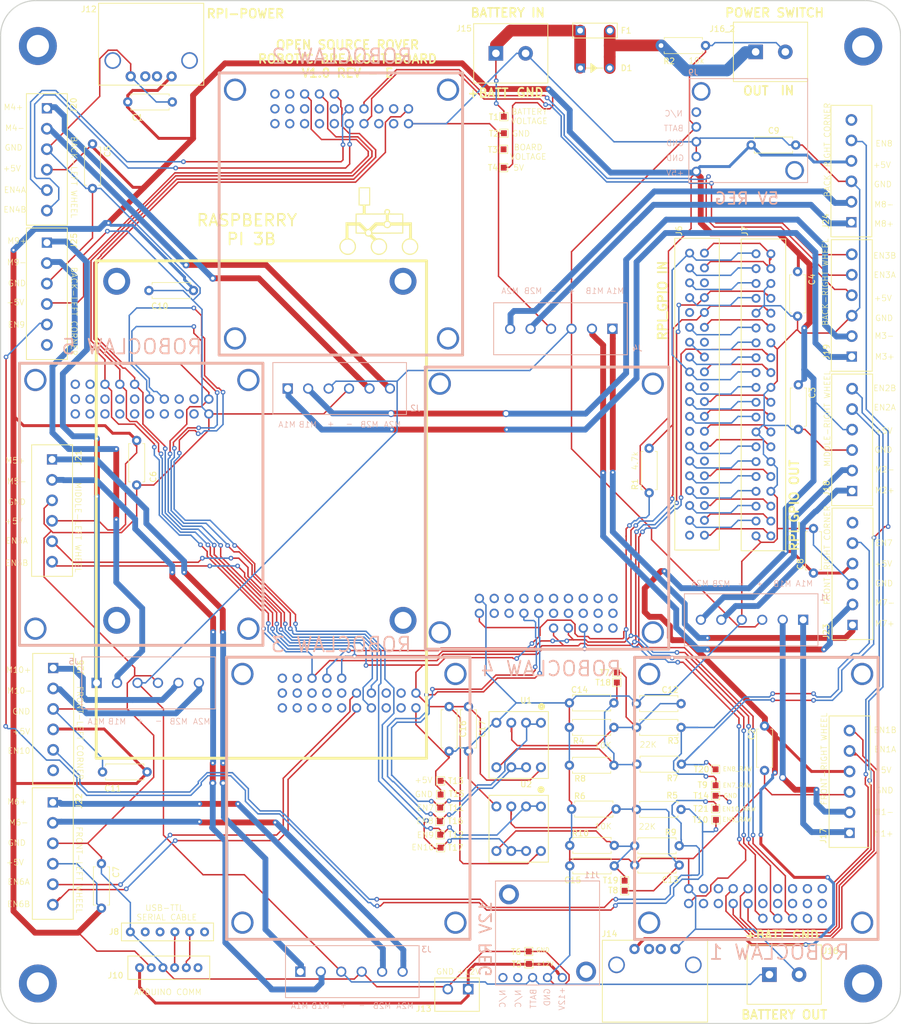
<source format=kicad_pcb>
(kicad_pcb (version 20171130) (host pcbnew "(5.1.12)-1")
  (layers (0 F.Cu signal) (31 B.Cu signal) (34 B.Paste user hide) (35 F.Paste user hide) (36 B.SilkS user hide) (37 F.SilkS user hide) (38 B.Mask user hide) (39 F.Mask user hide) (44 Edge.Cuts user))
  (net 0 "")
  (net 1 /RC1M1A)
  (net 2 /RC1M1B)
  (net 3 /RC1EN1A)
  (net 4 /RC1EN1B)
  (net 5 /RC1EN2B)
  (net 6 /RC1EN2A)
  (net 7 /RC1M2B)
  (net 8 /RC1M2A)
  (net 9 /RC2M2B)
  (net 10 /RC2M2A)
  (net 11 /RC2M1B)
  (net 12 /RC2M1A)
  (net 13 /RC2EN1A)
  (net 14 /RC2EN2A)
  (net 15 /RC2EN2B)
  (net 16 /RC2EN1B)
  (net 17 /RC4EN1A_RAW)
  (net 18 GND)
  (net 19 /RC5EN1A_RAW)
  (net 20 /RC4EN2A_RAW)
  (net 21 /RC5EN2A_RAW)
  (net 22 /RXD)
  (net 23 +5V)
  (net 24 /TXD)
  (net 25 /5REG_EN)
  (net 26 +BATT)
  (net 27 /RC4EN1A)
  (net 28 /RC4EN2A)
  (net 29 /RC3EN1B)
  (net 30 /RC3EN2B)
  (net 31 /RC3EN2A)
  (net 32 /RC3EN1A)
  (net 33 /RC5EN2A)
  (net 34 /RC5EN1A)
  (net 35 /RC4M2A)
  (net 36 /RC4M2B)
  (net 37 /RC5M1A)
  (net 38 /RC5M2A)
  (net 39 /RC5M2B)
  (net 40 /RC4M1B)
  (net 41 /RC4M1A)
  (net 42 /RC3M2A)
  (net 43 /RC3M2B)
  (net 44 /RC3M1B)
  (net 45 /RC3M1A)
  (net 46 /RC5M1B)
  (net 47 "Net-(RC5-Pad3)")
  (net 48 "Net-(RC5-Pad4)")
  (net 49 "Net-(RC5-Pad5)")
  (net 50 "Net-(RC5-Pad6)")
  (net 51 "Net-(RC5-Pad11)")
  (net 52 "Net-(RC5-Pad12)")
  (net 53 "Net-(RC5-Pad13)")
  (net 54 "Net-(RC5-Pad14)")
  (net 55 "Net-(RC5-Pad15)")
  (net 56 "Net-(RC5-Pad16)")
  (net 57 "Net-(RC5-Pad17)")
  (net 58 "Net-(RC5-Pad18)")
  (net 59 "Net-(RC5-Pad19)")
  (net 60 "Net-(RC5-Pad20)")
  (net 61 "Net-(RC5-Pad24)")
  (net 62 "Net-(RC5-Pad25)")
  (net 63 "Net-(RC1-Pad25)")
  (net 64 "Net-(RC1-Pad24)")
  (net 65 "Net-(RC1-Pad20)")
  (net 66 "Net-(RC1-Pad19)")
  (net 67 "Net-(RC1-Pad18)")
  (net 68 "Net-(RC1-Pad17)")
  (net 69 "Net-(RC1-Pad16)")
  (net 70 "Net-(RC1-Pad15)")
  (net 71 "Net-(RC1-Pad14)")
  (net 72 "Net-(RC1-Pad13)")
  (net 73 "Net-(RC1-Pad12)")
  (net 74 "Net-(RC1-Pad11)")
  (net 75 "Net-(RC1-Pad6)")
  (net 76 "Net-(RC1-Pad5)")
  (net 77 "Net-(RC1-Pad4)")
  (net 78 "Net-(RC1-Pad3)")
  (net 79 "Net-(RC2-Pad3)")
  (net 80 "Net-(RC2-Pad4)")
  (net 81 "Net-(RC2-Pad5)")
  (net 82 "Net-(RC2-Pad6)")
  (net 83 "Net-(RC2-Pad11)")
  (net 84 "Net-(RC2-Pad12)")
  (net 85 "Net-(RC2-Pad13)")
  (net 86 "Net-(RC2-Pad14)")
  (net 87 "Net-(RC2-Pad15)")
  (net 88 "Net-(RC2-Pad16)")
  (net 89 "Net-(RC2-Pad17)")
  (net 90 "Net-(RC2-Pad18)")
  (net 91 "Net-(RC2-Pad19)")
  (net 92 "Net-(RC2-Pad20)")
  (net 93 "Net-(RC2-Pad24)")
  (net 94 "Net-(RC2-Pad25)")
  (net 95 "Net-(RC3-Pad25)")
  (net 96 "Net-(RC3-Pad24)")
  (net 97 "Net-(RC3-Pad20)")
  (net 98 "Net-(RC3-Pad19)")
  (net 99 "Net-(RC3-Pad18)")
  (net 100 "Net-(RC3-Pad17)")
  (net 101 "Net-(RC3-Pad16)")
  (net 102 "Net-(RC3-Pad15)")
  (net 103 "Net-(RC3-Pad14)")
  (net 104 "Net-(RC3-Pad13)")
  (net 105 "Net-(RC3-Pad12)")
  (net 106 "Net-(RC3-Pad11)")
  (net 107 "Net-(RC3-Pad6)")
  (net 108 "Net-(RC3-Pad5)")
  (net 109 "Net-(RC3-Pad4)")
  (net 110 "Net-(RC3-Pad3)")
  (net 111 "Net-(RC4-Pad3)")
  (net 112 "Net-(RC4-Pad4)")
  (net 113 "Net-(RC4-Pad5)")
  (net 114 "Net-(RC4-Pad6)")
  (net 115 "Net-(RC4-Pad11)")
  (net 116 "Net-(RC4-Pad12)")
  (net 117 "Net-(RC4-Pad13)")
  (net 118 "Net-(RC4-Pad14)")
  (net 119 "Net-(RC4-Pad15)")
  (net 120 "Net-(RC4-Pad16)")
  (net 121 "Net-(RC4-Pad17)")
  (net 122 "Net-(RC4-Pad18)")
  (net 123 "Net-(RC4-Pad19)")
  (net 124 "Net-(RC4-Pad20)")
  (net 125 "Net-(RC4-Pad24)")
  (net 126 "Net-(RC4-Pad25)")
  (net 127 /3.3V)
  (net 128 /PI_5V)
  (net 129 /SDA1)
  (net 130 /SCL1)
  (net 131 /GPIO_CLK)
  (net 132 /GPIO_GEN0)
  (net 133 /GPIO_GEN1)
  (net 134 /GPIO_GEN2)
  (net 135 /GPIO_GEN3)
  (net 136 /GPIO_GEN5)
  (net 137 /SPI_MOSI)
  (net 138 /SPI_MISO)
  (net 139 /GPIO_GEN6)
  (net 140 /SPI_CLK)
  (net 141 /SPI_CEO_N)
  (net 142 /GPI_CE1_N)
  (net 143 /I2C_ID1)
  (net 144 /I2C_ID2)
  (net 145 /GPIO05)
  (net 146 /GPIO06)
  (net 147 /GPIO12)
  (net 148 /GPIO13)
  (net 149 /GPIO19)
  (net 150 /GPIO16)
  (net 151 /GPIO26)
  (net 152 /GPIO20)
  (net 153 /GPIO21)
  (net 154 "Net-(D1-Pad2)")
  (net 155 "Net-(D1-Pad1)")
  (net 156 "Net-(C15-Pad2)")
  (net 157 "Net-(C14-Pad2)")
  (net 158 "Net-(C13-Pad2)")
  (net 159 "Net-(C12-Pad2)")
  (net 160 /E_STOP)
  (net 161 "Net-(RC5-Pad10)")
  (net 162 "Net-(RC5-Pad8)")
  (net 163 "Net-(RC4-Pad10)")
  (net 164 "Net-(RC4-Pad8)")
  (net 165 +12V)
  (net 166 /PG)
  (net 167 /12REG_EN)
  (net 168 /CTS#)
  (net 169 /TTL_RXD)
  (net 170 /TTL_TXD)
  (net 171 /RTS#)
  (net 172 "Net-(J6-Pad6)")
  (net 173 "Net-(J6-Pad9)")
  (net 174 "Net-(J6-Pad14)")
  (net 175 "Net-(J6-Pad20)")
  (net 176 "Net-(J6-Pad25)")
  (net 177 "Net-(J6-Pad30)")
  (net 178 "Net-(J6-Pad34)")
  (net 179 "Net-(J6-Pad39)")
  (net 180 "Net-(J7-Pad16)")
  (net 181 "Net-(J12-Pad2)")
  (net 182 "Net-(J12-Pad3)")
  (net 183 "Net-(J23-Pad6)")
  (net 184 "Net-(J26-Pad6)")
  (net 185 "Net-(J24-Pad6)")
  (net 186 "Net-(J25-Pad6)")
  (net 187 "Net-(J8-Pad3)")
  (net 188 "Net-(J10-Pad6)")
  (net 189 "Net-(J14-Pad2)")
  (net 190 "Net-(J14-Pad3)")
  (net 191 "Net-(T19-Pad1)")
  (net 192 "Net-(T3-Pad1)")
  (net 193 "Net-(T14-Pad1)")
  (module "JPL Robotics:rover_image" (layer F.Cu) (at 64.1858 -135.7503)
    (fp_text reference y1 hide)
    (fp_text value rover_silkscreen hide)
  )
  (module "JPL Robotics:455-1708-ND" (layer F.Cu) (at 22.7838 -8.5471)
    (fp_text reference J10 (at -4.1148 1.3208) (layer F.SilkS))
    (fp_text value 6posheader)
    (pad 1 thru_hole circle (at 0 0) (size 1.524 1.524) (drill 0.762) (layers *.Cu *.Mask) (net 165 +12V))
    (pad 2 thru_hole circle (at 2 0) (size 1.524 1.524) (drill 0.762) (layers *.Cu *.Mask) (net 23 +5V))
    (pad 3 thru_hole circle (at 4 0) (size 1.524 1.524) (drill 0.762) (layers *.Cu *.Mask) (net 18 GND))
    (pad 4 thru_hole circle (at 6 0) (size 1.524 1.524) (drill 0.762) (layers *.Cu *.Mask) (net 170 /TTL_TXD))
    (pad 5 thru_hole circle (at 8 0) (size 1.524 1.524) (drill 0.762) (layers *.Cu *.Mask) (net 169 /TTL_RXD))
    (pad 6 thru_hole circle (at 10 0) (size 1.524 1.524) (drill 0.762) (layers *.Cu *.Mask) (net 188 "Net-(J10-Pad6)"))
  )
  (module "JPL Robotics:AE9986-ND" (layer F.Cu) (at 91.4654 -36.1315 180)
    (fp_text reference U2 (at 2.54 3.81 180) (layer F.SilkS))
    (fp_text value LM358-N)
    (pad 8 thru_hole circle (at 0 -7.62 180) (size 1.7 1.7) (drill 1) (layers *.Cu *.Mask) (net 23 +5V))
    (pad 7 thru_hole circle (at 2.54 -7.62 180) (size 1.7 1.7) (drill 1) (layers *.Cu *.Mask) (net 33 /RC5EN2A))
    (pad 6 thru_hole circle (at 5.08 -7.62 180) (size 1.7 1.7) (drill 1) (layers *.Cu *.Mask) (net 33 /RC5EN2A))
    (pad 5 thru_hole circle (at 7.62 -7.62 180) (size 1.7 1.7) (drill 1) (layers *.Cu *.Mask) (net 156 "Net-(C15-Pad2)"))
    (pad 4 thru_hole circle (at 7.62 0 180) (size 1.7 1.7) (drill 1) (layers *.Cu *.Mask) (net 18 GND))
    (pad 3 thru_hole circle (at 5.08 0 180) (size 1.7 1.7) (drill 1) (layers *.Cu *.Mask) (net 158 "Net-(C13-Pad2)"))
    (pad 2 thru_hole circle (at 2.54 0 180) (size 1.7 1.7) (drill 1) (layers *.Cu *.Mask) (net 34 /RC5EN1A))
    (pad 1 thru_hole circle (at 0 0 180) (size 1.7 1.7) (drill 1) (layers *.Cu *.Mask) (net 34 /RC5EN1A))
  )
  (module "JPL Robotics:AE9986-ND" (layer F.Cu) (at 91.4654 -50.4571 180)
    (fp_text reference U1 (at 2.54 3.81 180) (layer F.SilkS))
    (fp_text value LM358-N)
    (pad 1 thru_hole circle (at 0 0 180) (size 1.7 1.7) (drill 1) (layers *.Cu *.Mask) (net 27 /RC4EN1A))
    (pad 2 thru_hole circle (at 2.54 0 180) (size 1.7 1.7) (drill 1) (layers *.Cu *.Mask) (net 27 /RC4EN1A))
    (pad 3 thru_hole circle (at 5.08 0 180) (size 1.7 1.7) (drill 1) (layers *.Cu *.Mask) (net 159 "Net-(C12-Pad2)"))
    (pad 4 thru_hole circle (at 7.62 0 180) (size 1.7 1.7) (drill 1) (layers *.Cu *.Mask) (net 18 GND))
    (pad 5 thru_hole circle (at 7.62 -7.62 180) (size 1.7 1.7) (drill 1) (layers *.Cu *.Mask) (net 157 "Net-(C14-Pad2)"))
    (pad 6 thru_hole circle (at 5.08 -7.62 180) (size 1.7 1.7) (drill 1) (layers *.Cu *.Mask) (net 28 /RC4EN2A))
    (pad 7 thru_hole circle (at 2.54 -7.62 180) (size 1.7 1.7) (drill 1) (layers *.Cu *.Mask) (net 28 /RC4EN2A))
    (pad 8 thru_hole circle (at 0 -7.62 180) (size 1.7 1.7) (drill 1) (layers *.Cu *.Mask) (net 23 +5V))
  )
  (module "JPL Robotics:ED1501-ND" (layer F.Cu) (at 79.0194 -4.8895 180)
    (fp_text reference J13 (at 7.62 -3.3528 180) (layer F.SilkS))
    (fp_text value ED1501-ND)
    (pad 2 thru_hole circle (at 3.5 0 180) (size 1.8 1.8) (drill 1.2) (layers *.Cu *.Mask) (net 18 GND))
    (pad 1 thru_hole rect (at 0 0 180) (size 1.8 1.8) (drill 1.2) (layers *.Cu *.Mask) (net 165 +12V))
  )
  (module "JPL Robotics:ED2989-ND USB Conn" (layer F.Cu) (at 110.973 -11.7475)
    (fp_text reference J14 (at -7.7724 -2.5908) (layer F.SilkS))
    (fp_text value ED2989-ND-USB)
    (pad "" np_thru_hole circle (at 6.57 2.71) (size 2.85 2.85) (drill 2.3) (layers *.Cu *.Mask))
    (pad "" np_thru_hole circle (at -6.57 2.71) (size 2.85 2.85) (drill 2.3) (layers *.Cu *.Mask))
    (pad 4 thru_hole circle (at 3.5 0 90) (size 1.75 1.75) (drill 0.92) (layers *.Cu *.Mask) (net 18 GND))
    (pad 3 thru_hole circle (at 1 0) (size 1.75 1.75) (drill 0.92) (layers *.Cu *.Mask) (net 190 "Net-(J14-Pad3)"))
    (pad 2 thru_hole circle (at -1 0) (size 1.75 1.75) (drill 0.92) (layers *.Cu *.Mask) (net 189 "Net-(J14-Pad2)"))
    (pad 1 thru_hole circle (at -3.5 0) (size 1.75 1.75) (drill 0.92) (layers *.Cu *.Mask) (net 23 +5V))
  )
  (module "JPL Robotics:D24V22F12 Regulator" (layer F.Cu) (at 84.963 -6.858)
    (fp_text reference J11 (at 15.24 -17.5387) (layer B.SilkS) (effects (justify mirror)))
    (fp_text value S7038-ND)
    (pad 5 thru_hole circle (at 10.16 0) (size 1.56 1.56) (drill 1.02) (layers *.Cu *.Mask) (net 165 +12V))
    (pad 4 thru_hole circle (at 7.62 0) (size 1.56 1.56) (drill 1.02) (layers *.Cu *.Mask) (net 18 GND))
    (pad 3 thru_hole circle (at 5.08 0) (size 1.56 1.56) (drill 1.02) (layers *.Cu *.Mask) (net 26 +BATT))
    (pad 2 thru_hole circle (at 2.54 0) (size 1.56 1.56) (drill 1.02) (layers *.Cu *.Mask) (net 167 /12REG_EN))
    (pad 1 thru_hole circle (at 0 0) (size 1.56 1.56) (drill 1.02) (layers *.Cu *.Mask) (net 166 /PG))
    (pad "" np_thru_hole circle (at 1.03 -14.23) (size 3.4 3.4) (drill 2.18) (layers *.Cu *.Mask))
    (pad "" np_thru_hole circle (at 14.23 -1.03) (size 3.4 3.4) (drill 2.18) (layers *.Cu *.Mask))
  )
  (module Resistor_THT:R_Axial_DIN0207_L6.3mm_D2.5mm_P7.62mm_Horizontal (layer F.Cu) (at 79.0575 -53.213 270)
    (fp_text reference C17 (at 3.81 -2.37 270) (layer F.SilkS))
    (fp_text value 100nf)
    (pad 2 thru_hole oval (at 7.62 0 270) (size 1.6 1.6) (drill 0.8) (layers *.Cu *.Mask) (net 18 GND))
    (pad 1 thru_hole circle (at 0 0 270) (size 1.6 1.6) (drill 0.8) (layers *.Cu *.Mask) (net 23 +5V))
  )
  (module "JPL Robotics:6x1 Header Pin 0.1 Pitch" (layer F.Cu) (at 21.209 -14.6685)
    (fp_text reference J8 (at -2.794 -0.0254) (layer F.SilkS))
    (fp_text value 6posheader)
    (pad 6 thru_hole circle (at 12.7 0) (size 1.524 1.524) (drill 0.762) (layers *.Cu *.Mask) (net 171 /RTS#))
    (pad 5 thru_hole circle (at 10.16 0) (size 1.524 1.524) (drill 0.762) (layers *.Cu *.Mask) (net 169 /TTL_RXD))
    (pad 4 thru_hole circle (at 7.62 0) (size 1.524 1.524) (drill 0.762) (layers *.Cu *.Mask) (net 170 /TTL_TXD))
    (pad 3 thru_hole circle (at 5.08 0) (size 1.524 1.524) (drill 0.762) (layers *.Cu *.Mask) (net 187 "Net-(J8-Pad3)"))
    (pad 2 thru_hole circle (at 2.54 0) (size 1.524 1.524) (drill 0.762) (layers *.Cu *.Mask) (net 168 /CTS#))
    (pad 1 thru_hole circle (at 0 0) (size 1.524 1.524) (drill 0.762) (layers *.Cu *.Mask) (net 18 GND))
  )
  (module "JPL Robotics:ED2580-ND" (layer F.Cu) (at 83.7565 -164.973)
    (fp_text reference J15 (at -5.4483 -4.2545) (layer F.SilkS))
    (fp_text value ED2580-ND)
    (pad 2 thru_hole circle (at 5.08 0) (size 2.5 2.5) (drill 1.3) (layers *.Cu *.Mask) (net 18 GND))
    (pad 1 thru_hole rect (at 0 0) (size 2.5 2.5) (drill 1.3) (layers *.Cu *.Mask) (net 155 "Net-(D1-Pad1)"))
  )
  (module "JPL Robotics:ED2627-ND" (layer F.Cu) (at 15.4305 -57.277)
    (fp_text reference J5 (at -3.9243 -3.6449) (layer B.SilkS) (effects (justify mirror)))
    (fp_text value ED2627-ND hide)
    (pad 6 thru_hole circle (at 17.5 0) (size 1.75 1.75) (drill 1.2) (layers *.Cu *.Mask) (net 39 /RC5M2B))
    (pad 5 thru_hole circle (at 14 0) (size 1.75 1.75) (drill 1.2) (layers *.Cu *.Mask) (net 38 /RC5M2A))
    (pad 4 thru_hole circle (at 10.5 0) (size 1.75 1.75) (drill 1.2) (layers *.Cu *.Mask) (net 18 GND))
    (pad 3 thru_hole circle (at 7 0) (size 1.75 1.75) (drill 1.2) (layers *.Cu *.Mask) (net 26 +BATT))
    (pad 2 thru_hole circle (at 3.5 0) (size 1.75 1.75) (drill 1.2) (layers *.Cu *.Mask) (net 46 /RC5M1B))
    (pad 1 thru_hole rect (at 0 0) (size 1.75 1.75) (drill 1.2) (layers *.Cu *.Mask) (net 37 /RC5M1A))
  )
  (module "JPL Robotics:ED2627-ND" (layer F.Cu) (at 136.334 -68.072 180)
    (fp_text reference J1 (at -3.6957 3.8227 180) (layer B.SilkS) (effects (justify mirror)))
    (fp_text value ED2627-ND hide)
    (pad 6 thru_hole circle (at 17.5 0 180) (size 1.75 1.75) (drill 1.2) (layers *.Cu *.Mask) (net 7 /RC1M2B))
    (pad 5 thru_hole circle (at 14 0 180) (size 1.75 1.75) (drill 1.2) (layers *.Cu *.Mask) (net 8 /RC1M2A))
    (pad 4 thru_hole circle (at 10.5 0 180) (size 1.75 1.75) (drill 1.2) (layers *.Cu *.Mask) (net 18 GND))
    (pad 3 thru_hole circle (at 7 0 180) (size 1.75 1.75) (drill 1.2) (layers *.Cu *.Mask) (net 26 +BATT))
    (pad 2 thru_hole circle (at 3.5 0 180) (size 1.75 1.75) (drill 1.2) (layers *.Cu *.Mask) (net 2 /RC1M1B))
    (pad 1 thru_hole rect (at 0 0 180) (size 1.75 1.75) (drill 1.2) (layers *.Cu *.Mask) (net 1 /RC1M1A))
  )
  (module "JPL Robotics:ED2627-ND" (layer F.Cu) (at 103.696 -117.856 180)
    (fp_text reference J4 (at -4.2799 -3.3401 180) (layer B.SilkS) (effects (justify mirror)))
    (fp_text value ED2627-ND hide)
    (pad 6 thru_hole circle (at 17.5 0 180) (size 1.75 1.75) (drill 1.2) (layers *.Cu *.Mask) (net 36 /RC4M2B))
    (pad 5 thru_hole circle (at 14 0 180) (size 1.75 1.75) (drill 1.2) (layers *.Cu *.Mask) (net 35 /RC4M2A))
    (pad 4 thru_hole circle (at 10.5 0 180) (size 1.75 1.75) (drill 1.2) (layers *.Cu *.Mask) (net 18 GND))
    (pad 3 thru_hole circle (at 7 0 180) (size 1.75 1.75) (drill 1.2) (layers *.Cu *.Mask) (net 26 +BATT))
    (pad 2 thru_hole circle (at 3.5 0 180) (size 1.75 1.75) (drill 1.2) (layers *.Cu *.Mask) (net 40 /RC4M1B))
    (pad 1 thru_hole rect (at 0 0 180) (size 1.75 1.75) (drill 1.2) (layers *.Cu *.Mask) (net 41 /RC4M1A))
  )
  (module "JPL Robotics:ED2744-ND" (layer F.Cu) (at 144.272 -31.623 90)
    (fp_text reference J17 (at -0.5207 -4.4958 90) (layer F.SilkS))
    (fp_text value ED2744-ND hide)
    (pad 6 thru_hole circle (at 17.5 0 90) (size 2 2) (drill 1.2) (layers *.Cu *.Mask) (net 4 /RC1EN1B))
    (pad 5 thru_hole circle (at 14 0 90) (size 2 2) (drill 1.2) (layers *.Cu *.Mask) (net 3 /RC1EN1A))
    (pad 4 thru_hole circle (at 10.5 0 90) (size 2 2) (drill 1.2) (layers *.Cu *.Mask) (net 23 +5V))
    (pad 3 thru_hole circle (at 7 0 90) (size 2 2) (drill 1.2) (layers *.Cu *.Mask) (net 18 GND))
    (pad 2 thru_hole circle (at 3.5 0 90) (size 2 2) (drill 1.2) (layers *.Cu *.Mask) (net 2 /RC1M1B))
    (pad 1 thru_hole rect (at 0 0 90) (size 1.75 1.75) (drill 1.2) (layers *.Cu *.Mask) (net 1 /RC1M1A))
  )
  (module "JPL Robotics:ED2744-ND" (layer F.Cu) (at 6.9215 -132.588 270)
    (fp_text reference J25 (at -0.3175 -4.6355 90) (layer F.SilkS))
    (fp_text value ED2744-ND hide)
    (pad 6 thru_hole circle (at 17.5 0 270) (size 2 2) (drill 1.2) (layers *.Cu *.Mask) (net 186 "Net-(J25-Pad6)"))
    (pad 5 thru_hole circle (at 14 0 270) (size 2 2) (drill 1.2) (layers *.Cu *.Mask) (net 19 /RC5EN1A_RAW))
    (pad 4 thru_hole circle (at 10.5 0 270) (size 2 2) (drill 1.2) (layers *.Cu *.Mask) (net 23 +5V))
    (pad 3 thru_hole circle (at 7 0 270) (size 2 2) (drill 1.2) (layers *.Cu *.Mask) (net 18 GND))
    (pad 2 thru_hole circle (at 3.5 0 270) (size 2 2) (drill 1.2) (layers *.Cu *.Mask) (net 46 /RC5M1B))
    (pad 1 thru_hole rect (at 0 0 270) (size 1.75 1.75) (drill 1.2) (layers *.Cu *.Mask) (net 37 /RC5M1A))
  )
  (module "JPL Robotics:ED2744-ND" (layer F.Cu) (at 7.8105 -95.504 270)
    (fp_text reference J21 (at -0.2667 -4.5085 270) (layer F.SilkS))
    (fp_text value ED2744-ND hide)
    (pad 6 thru_hole circle (at 17.5 0 270) (size 2 2) (drill 1.2) (layers *.Cu *.Mask) (net 29 /RC3EN1B))
    (pad 5 thru_hole circle (at 14 0 270) (size 2 2) (drill 1.2) (layers *.Cu *.Mask) (net 32 /RC3EN1A))
    (pad 4 thru_hole circle (at 10.5 0 270) (size 2 2) (drill 1.2) (layers *.Cu *.Mask) (net 23 +5V))
    (pad 3 thru_hole circle (at 7 0 270) (size 2 2) (drill 1.2) (layers *.Cu *.Mask) (net 18 GND))
    (pad 2 thru_hole circle (at 3.5 0 270) (size 2 2) (drill 1.2) (layers *.Cu *.Mask) (net 44 /RC3M1B))
    (pad 1 thru_hole rect (at 0 0 270) (size 1.75 1.75) (drill 1.2) (layers *.Cu *.Mask) (net 45 /RC3M1A))
  )
  (module "JPL Robotics:ED2744-ND" (layer F.Cu) (at 6.9215 -155.575 270)
    (fp_text reference J20 (at -0.4953 -4.5847 270) (layer F.SilkS))
    (fp_text value ED2744-ND hide)
    (pad 6 thru_hole circle (at 17.5 0 270) (size 2 2) (drill 1.2) (layers *.Cu *.Mask) (net 15 /RC2EN2B))
    (pad 5 thru_hole circle (at 14 0 270) (size 2 2) (drill 1.2) (layers *.Cu *.Mask) (net 14 /RC2EN2A))
    (pad 4 thru_hole circle (at 10.5 0 270) (size 2 2) (drill 1.2) (layers *.Cu *.Mask) (net 23 +5V))
    (pad 3 thru_hole circle (at 7 0 270) (size 2 2) (drill 1.2) (layers *.Cu *.Mask) (net 18 GND))
    (pad 2 thru_hole circle (at 3.5 0 270) (size 2 2) (drill 1.2) (layers *.Cu *.Mask) (net 9 /RC2M2B))
    (pad 1 thru_hole rect (at 0 0 270) (size 1.75 1.75) (drill 1.2) (layers *.Cu *.Mask) (net 10 /RC2M2A))
  )
  (module "JPL Robotics:ED2744-ND" (layer F.Cu) (at 144.653 -113.094 90)
    (fp_text reference J19 (at 0.8128 -4.318 90) (layer F.SilkS))
    (fp_text value ED2744-ND hide)
    (pad 6 thru_hole circle (at 17.5 0 90) (size 2 2) (drill 1.2) (layers *.Cu *.Mask) (net 16 /RC2EN1B))
    (pad 5 thru_hole circle (at 14 0 90) (size 2 2) (drill 1.2) (layers *.Cu *.Mask) (net 13 /RC2EN1A))
    (pad 4 thru_hole circle (at 10.5 0 90) (size 2 2) (drill 1.2) (layers *.Cu *.Mask) (net 23 +5V))
    (pad 3 thru_hole circle (at 7 0 90) (size 2 2) (drill 1.2) (layers *.Cu *.Mask) (net 18 GND))
    (pad 2 thru_hole circle (at 3.5 0 90) (size 2 2) (drill 1.2) (layers *.Cu *.Mask) (net 11 /RC2M1B))
    (pad 1 thru_hole rect (at 0 0 90) (size 1.75 1.75) (drill 1.2) (layers *.Cu *.Mask) (net 12 /RC2M1A))
  )
  (module "JPL Robotics:ED2744-ND" (layer F.Cu) (at 144.59 -136.08 90)
    (fp_text reference J24 (at 0.1778 -4.3561 90) (layer F.SilkS))
    (fp_text value ED2744-ND hide)
    (pad 6 thru_hole circle (at 17.5 0 90) (size 2 2) (drill 1.2) (layers *.Cu *.Mask) (net 185 "Net-(J24-Pad6)"))
    (pad 5 thru_hole circle (at 14 0 90) (size 2 2) (drill 1.2) (layers *.Cu *.Mask) (net 20 /RC4EN2A_RAW))
    (pad 4 thru_hole circle (at 10.5 0 90) (size 2 2) (drill 1.2) (layers *.Cu *.Mask) (net 23 +5V))
    (pad 3 thru_hole circle (at 7 0 90) (size 2 2) (drill 1.2) (layers *.Cu *.Mask) (net 18 GND))
    (pad 2 thru_hole circle (at 3.5 0 90) (size 2 2) (drill 1.2) (layers *.Cu *.Mask) (net 36 /RC4M2B))
    (pad 1 thru_hole rect (at 0 0 90) (size 1.75 1.75) (drill 1.2) (layers *.Cu *.Mask) (net 35 /RC4M2A))
  )
  (module "JPL Robotics:ED2744-ND" (layer F.Cu) (at 7.9375 -36.83 270)
    (fp_text reference J22 (at -0.2159 -4.4831 270) (layer F.SilkS))
    (fp_text value ED2744-ND hide)
    (pad 6 thru_hole circle (at 17.5 0 270) (size 2 2) (drill 1.2) (layers *.Cu *.Mask) (net 30 /RC3EN2B))
    (pad 5 thru_hole circle (at 14 0 270) (size 2 2) (drill 1.2) (layers *.Cu *.Mask) (net 31 /RC3EN2A))
    (pad 4 thru_hole circle (at 10.5 0 270) (size 2 2) (drill 1.2) (layers *.Cu *.Mask) (net 23 +5V))
    (pad 3 thru_hole circle (at 7 0 270) (size 2 2) (drill 1.2) (layers *.Cu *.Mask) (net 18 GND))
    (pad 2 thru_hole circle (at 3.5 0 270) (size 2 2) (drill 1.2) (layers *.Cu *.Mask) (net 43 /RC3M2B))
    (pad 1 thru_hole rect (at 0 0 270) (size 1.75 1.75) (drill 1.2) (layers *.Cu *.Mask) (net 42 /RC3M2A))
  )
  (module "JPL Robotics:ED2744-ND" (layer F.Cu) (at 144.716 -90.1065 90)
    (fp_text reference J18 (at 0.4826 -4.3815 90) (layer F.SilkS))
    (fp_text value ED2744-ND hide)
    (pad 6 thru_hole circle (at 17.5 0 90) (size 2 2) (drill 1.2) (layers *.Cu *.Mask) (net 5 /RC1EN2B))
    (pad 5 thru_hole circle (at 14 0 90) (size 2 2) (drill 1.2) (layers *.Cu *.Mask) (net 6 /RC1EN2A))
    (pad 4 thru_hole circle (at 10.5 0 90) (size 2 2) (drill 1.2) (layers *.Cu *.Mask) (net 23 +5V))
    (pad 3 thru_hole circle (at 7 0 90) (size 2 2) (drill 1.2) (layers *.Cu *.Mask) (net 18 GND))
    (pad 2 thru_hole circle (at 3.5 0 90) (size 2 2) (drill 1.2) (layers *.Cu *.Mask) (net 7 /RC1M2B))
    (pad 1 thru_hole rect (at 0 0 90) (size 1.75 1.75) (drill 1.2) (layers *.Cu *.Mask) (net 8 /RC1M2A))
  )
  (module "JPL Robotics:ED2744-ND" (layer F.Cu) (at 144.78 -67.183 90)
    (fp_text reference J23 (at -1.1303 -4.4958 90) (layer F.SilkS))
    (fp_text value ED2744-ND hide)
    (pad 6 thru_hole circle (at 17.5 0 90) (size 2 2) (drill 1.2) (layers *.Cu *.Mask) (net 183 "Net-(J23-Pad6)"))
    (pad 5 thru_hole circle (at 14 0 90) (size 2 2) (drill 1.2) (layers *.Cu *.Mask) (net 17 /RC4EN1A_RAW))
    (pad 4 thru_hole circle (at 10.5 0 90) (size 2 2) (drill 1.2) (layers *.Cu *.Mask) (net 23 +5V))
    (pad 3 thru_hole circle (at 7 0 90) (size 2 2) (drill 1.2) (layers *.Cu *.Mask) (net 18 GND))
    (pad 2 thru_hole circle (at 3.5 0 90) (size 2 2) (drill 1.2) (layers *.Cu *.Mask) (net 40 /RC4M1B))
    (pad 1 thru_hole rect (at 0 0 90) (size 1.75 1.75) (drill 1.2) (layers *.Cu *.Mask) (net 41 /RC4M1A))
  )
  (module "JPL Robotics:ED2989-ND USB Conn" (layer F.Cu) (at 24.765 -161.036 180)
    (fp_text reference J12 (at 10.668 11.4935 180) (layer F.SilkS))
    (fp_text value ED2989-ND-USB)
    (pad "" np_thru_hole circle (at 6.57 2.71 180) (size 2.85 2.85) (drill 2.3) (layers *.Cu *.Mask))
    (pad "" np_thru_hole circle (at -6.57 2.71 180) (size 2.85 2.85) (drill 2.3) (layers *.Cu *.Mask))
    (pad 4 thru_hole circle (at 3.5 0 270) (size 1.75 1.75) (drill 0.92) (layers *.Cu *.Mask) (net 18 GND))
    (pad 3 thru_hole circle (at 1 0 180) (size 1.75 1.75) (drill 0.92) (layers *.Cu *.Mask) (net 182 "Net-(J12-Pad3)"))
    (pad 2 thru_hole circle (at -1 0 180) (size 1.75 1.75) (drill 0.92) (layers *.Cu *.Mask) (net 181 "Net-(J12-Pad2)"))
    (pad 1 thru_hole circle (at -3.5 0 180) (size 1.75 1.75) (drill 0.92) (layers *.Cu *.Mask) (net 23 +5V))
  )
  (module "JPL Robotics:Raspberry pi footprint" (layer F.Cu) (at 15.367 -129.476 270)
    (fp_text reference M1 hide)
    (fp_text value Mounting_Holes)
    (pad "" np_thru_hole circle (at 61.5 -3.5 270) (size 4.6 4.6) (drill 2.9) (layers *.Cu *.Mask))
    (pad "" np_thru_hole circle (at 61.5 -52.5 270) (size 4.6 4.6) (drill 2.9) (layers *.Cu *.Mask))
    (pad "" np_thru_hole circle (at 3.5 -52.5 270) (size 4.6 4.6) (drill 2.9) (layers *.Cu *.Mask))
    (pad "" np_thru_hole circle (at 3.5 -3.5 270) (size 4.6 4.6) (drill 2.9) (layers *.Cu *.Mask))
  )
  (module "JPL Robotics:S7038-ND" (layer F.Cu) (at 116.776 -160.655 270)
    (fp_text reference J9 (at -1.0541 -0.7493) (layer B.SilkS) (effects (justify mirror)))
    (fp_text value S7038-ND hide)
    (pad "" np_thru_hole circle (at 15.7 -18.1 270) (size 3.2 3.2) (drill 2.4) (layers *.Cu *.Mask))
    (pad "" np_thru_hole circle (at 2.2 -2.1 270) (size 3.2 3.2) (drill 2.4) (layers *.Cu *.Mask))
    (pad 5 thru_hole circle (at 15.89 -1.27 270) (size 1.65 1.65) (drill 1.02) (layers *.Cu *.Mask) (net 23 +5V))
    (pad 4 thru_hole circle (at 13.35 -1.27 270) (size 1.65 1.65) (drill 1.02) (layers *.Cu *.Mask) (net 18 GND))
    (pad 3 thru_hole circle (at 10.81 -1.27 270) (size 1.65 1.65) (drill 1.02) (layers *.Cu *.Mask) (net 18 GND))
    (pad 2 thru_hole circle (at 8.27 -1.27 270) (size 1.65 1.65) (drill 1.02) (layers *.Cu *.Mask) (net 26 +BATT))
    (pad 1 thru_hole circle (at 5.73 -1.27 270) (size 1.65 1.65) (drill 1.02) (layers *.Cu *.Mask) (net 25 /5REG_EN))
  )
  (module "JPL Robotics:S9175-ND" (layer F.Cu) (at 128.27 -130.683 270)
    (fp_text reference J7 (at -3.8989 1.905 270) (layer F.SilkS))
    (fp_text value S9175-ND)
    (pad 40 thru_hole circle (at 48.26 -2.54 270) (size 1.524 1.524) (drill 0.9) (layers *.Cu *.Mask) (net 153 /GPIO21))
    (pad 39 thru_hole circle (at 48.26 0 270) (size 1.524 1.524) (drill 0.9) (layers *.Cu *.Mask) (net 18 GND))
    (pad 38 thru_hole circle (at 45.72 -2.54 270) (size 1.524 1.524) (drill 0.9) (layers *.Cu *.Mask) (net 152 /GPIO20))
    (pad 37 thru_hole circle (at 45.72 0 270) (size 1.524 1.524) (drill 0.9) (layers *.Cu *.Mask) (net 151 /GPIO26))
    (pad 36 thru_hole circle (at 43.18 -2.54 270) (size 1.524 1.524) (drill 0.9) (layers *.Cu *.Mask) (net 150 /GPIO16))
    (pad 35 thru_hole circle (at 43.18 0 270) (size 1.524 1.524) (drill 0.9) (layers *.Cu *.Mask) (net 149 /GPIO19))
    (pad 34 thru_hole circle (at 40.64 -2.54 270) (size 1.524 1.524) (drill 0.9) (layers *.Cu *.Mask) (net 18 GND))
    (pad 33 thru_hole circle (at 40.64 0 270) (size 1.524 1.524) (drill 0.9) (layers *.Cu *.Mask) (net 148 /GPIO13))
    (pad 32 thru_hole circle (at 38.1 -2.54 270) (size 1.524 1.524) (drill 0.9) (layers *.Cu *.Mask) (net 147 /GPIO12))
    (pad 31 thru_hole circle (at 38.1 0 270) (size 1.524 1.524) (drill 0.9) (layers *.Cu *.Mask) (net 146 /GPIO06))
    (pad 30 thru_hole circle (at 35.56 -2.54 270) (size 1.524 1.524) (drill 0.9) (layers *.Cu *.Mask) (net 18 GND))
    (pad 29 thru_hole circle (at 35.56 0 270) (size 1.524 1.524) (drill 0.9) (layers *.Cu *.Mask) (net 145 /GPIO05))
    (pad 28 thru_hole circle (at 33.02 -2.54 270) (size 1.524 1.524) (drill 0.9) (layers *.Cu *.Mask) (net 144 /I2C_ID2))
    (pad 27 thru_hole circle (at 33.02 0 270) (size 1.524 1.524) (drill 0.9) (layers *.Cu *.Mask) (net 143 /I2C_ID1))
    (pad 26 thru_hole circle (at 30.48 -2.54 270) (size 1.524 1.524) (drill 0.9) (layers *.Cu *.Mask) (net 142 /GPI_CE1_N))
    (pad 25 thru_hole circle (at 30.48 0 270) (size 1.524 1.524) (drill 0.9) (layers *.Cu *.Mask) (net 18 GND))
    (pad 24 thru_hole circle (at 27.94 -2.54 270) (size 1.524 1.524) (drill 0.9) (layers *.Cu *.Mask) (net 141 /SPI_CEO_N))
    (pad 23 thru_hole circle (at 27.94 0 270) (size 1.524 1.524) (drill 0.9) (layers *.Cu *.Mask) (net 140 /SPI_CLK))
    (pad 22 thru_hole circle (at 25.4 -2.54 270) (size 1.524 1.524) (drill 0.9) (layers *.Cu *.Mask) (net 139 /GPIO_GEN6))
    (pad 21 thru_hole circle (at 25.4 0 270) (size 1.524 1.524) (drill 0.9) (layers *.Cu *.Mask) (net 138 /SPI_MISO))
    (pad 20 thru_hole circle (at 22.86 -2.54 270) (size 1.524 1.524) (drill 0.9) (layers *.Cu *.Mask) (net 18 GND))
    (pad 19 thru_hole circle (at 22.86 0 270) (size 1.524 1.524) (drill 0.9) (layers *.Cu *.Mask) (net 137 /SPI_MOSI))
    (pad 18 thru_hole circle (at 20.32 -2.54 270) (size 1.524 1.524) (drill 0.9) (layers *.Cu *.Mask) (net 136 /GPIO_GEN5))
    (pad 17 thru_hole circle (at 20.32 0 270) (size 1.524 1.524) (drill 0.9) (layers *.Cu *.Mask) (net 127 /3.3V))
    (pad 16 thru_hole circle (at 17.78 -2.54 270) (size 1.524 1.524) (drill 0.9) (layers *.Cu *.Mask) (net 180 "Net-(J7-Pad16)"))
    (pad 15 thru_hole circle (at 17.78 0 270) (size 1.524 1.524) (drill 0.9) (layers *.Cu *.Mask) (net 135 /GPIO_GEN3))
    (pad 14 thru_hole circle (at 15.24 -2.54 270) (size 1.524 1.524) (drill 0.9) (layers *.Cu *.Mask) (net 18 GND))
    (pad 13 thru_hole circle (at 15.24 0 270) (size 1.524 1.524) (drill 0.9) (layers *.Cu *.Mask) (net 134 /GPIO_GEN2))
    (pad 12 thru_hole circle (at 12.7 -2.54 270) (size 1.524 1.524) (drill 0.9) (layers *.Cu *.Mask) (net 133 /GPIO_GEN1))
    (pad 11 thru_hole circle (at 12.7 0 270) (size 1.524 1.524) (drill 0.9) (layers *.Cu *.Mask) (net 132 /GPIO_GEN0))
    (pad 10 thru_hole circle (at 10.16 -2.54 270) (size 1.524 1.524) (drill 0.9) (layers *.Cu *.Mask) (net 22 /RXD))
    (pad 9 thru_hole circle (at 10.16 0 270) (size 1.524 1.524) (drill 0.9) (layers *.Cu *.Mask) (net 18 GND))
    (pad 8 thru_hole circle (at 7.62 -2.54 270) (size 1.524 1.524) (drill 0.9) (layers *.Cu *.Mask) (net 24 /TXD))
    (pad 7 thru_hole circle (at 7.62 0 270) (size 1.524 1.524) (drill 0.9) (layers *.Cu *.Mask) (net 131 /GPIO_CLK))
    (pad 6 thru_hole circle (at 5.08 -2.54 270) (size 1.524 1.524) (drill 0.9) (layers *.Cu *.Mask) (net 18 GND))
    (pad 5 thru_hole circle (at 5.08 0 270) (size 1.524 1.524) (drill 0.9) (layers *.Cu *.Mask) (net 130 /SCL1))
    (pad 4 thru_hole circle (at 2.54 -2.54 270) (size 1.524 1.524) (drill 0.9) (layers *.Cu *.Mask) (net 128 /PI_5V))
    (pad 3 thru_hole circle (at 2.54 0 270) (size 1.524 1.524) (drill 0.9) (layers *.Cu *.Mask) (net 129 /SDA1))
    (pad 2 thru_hole circle (at 0 -2.54 270) (size 1.524 1.524) (drill 0.9) (layers *.Cu *.Mask) (net 128 /PI_5V))
    (pad 1 thru_hole circle (at 0 0 270) (size 1.524 1.524) (drill 0.9) (layers *.Cu *.Mask) (net 127 /3.3V))
  )
  (module "JPL Robotics:S9175-ND" (layer F.Cu) (at 116.904 -130.8 270)
    (fp_text reference J6 (at -3.8322 1.8161 270) (layer F.SilkS))
    (fp_text value S9175-ND)
    (pad 40 thru_hole circle (at 48.26 -2.54 270) (size 1.524 1.524) (drill 0.9) (layers *.Cu *.Mask) (net 153 /GPIO21))
    (pad 39 thru_hole circle (at 48.26 0 270) (size 1.524 1.524) (drill 0.9) (layers *.Cu *.Mask) (net 179 "Net-(J6-Pad39)"))
    (pad 38 thru_hole circle (at 45.72 -2.54 270) (size 1.524 1.524) (drill 0.9) (layers *.Cu *.Mask) (net 152 /GPIO20))
    (pad 37 thru_hole circle (at 45.72 0 270) (size 1.524 1.524) (drill 0.9) (layers *.Cu *.Mask) (net 151 /GPIO26))
    (pad 36 thru_hole circle (at 43.18 -2.54 270) (size 1.524 1.524) (drill 0.9) (layers *.Cu *.Mask) (net 150 /GPIO16))
    (pad 35 thru_hole circle (at 43.18 0 270) (size 1.524 1.524) (drill 0.9) (layers *.Cu *.Mask) (net 149 /GPIO19))
    (pad 34 thru_hole circle (at 40.64 -2.54 270) (size 1.524 1.524) (drill 0.9) (layers *.Cu *.Mask) (net 178 "Net-(J6-Pad34)"))
    (pad 33 thru_hole circle (at 40.64 0 270) (size 1.524 1.524) (drill 0.9) (layers *.Cu *.Mask) (net 148 /GPIO13))
    (pad 32 thru_hole circle (at 38.1 -2.54 270) (size 1.524 1.524) (drill 0.9) (layers *.Cu *.Mask) (net 147 /GPIO12))
    (pad 31 thru_hole circle (at 38.1 0 270) (size 1.524 1.524) (drill 0.9) (layers *.Cu *.Mask) (net 146 /GPIO06))
    (pad 30 thru_hole circle (at 35.56 -2.54 270) (size 1.524 1.524) (drill 0.9) (layers *.Cu *.Mask) (net 177 "Net-(J6-Pad30)"))
    (pad 29 thru_hole circle (at 35.56 0 270) (size 1.524 1.524) (drill 0.9) (layers *.Cu *.Mask) (net 145 /GPIO05))
    (pad 28 thru_hole circle (at 33.02 -2.54 270) (size 1.524 1.524) (drill 0.9) (layers *.Cu *.Mask) (net 144 /I2C_ID2))
    (pad 27 thru_hole circle (at 33.02 0 270) (size 1.524 1.524) (drill 0.9) (layers *.Cu *.Mask) (net 143 /I2C_ID1))
    (pad 26 thru_hole circle (at 30.48 -2.54 270) (size 1.524 1.524) (drill 0.9) (layers *.Cu *.Mask) (net 142 /GPI_CE1_N))
    (pad 25 thru_hole circle (at 30.48 0 270) (size 1.524 1.524) (drill 0.9) (layers *.Cu *.Mask) (net 176 "Net-(J6-Pad25)"))
    (pad 24 thru_hole circle (at 27.94 -2.54 270) (size 1.524 1.524) (drill 0.9) (layers *.Cu *.Mask) (net 141 /SPI_CEO_N))
    (pad 23 thru_hole circle (at 27.94 0 270) (size 1.524 1.524) (drill 0.9) (layers *.Cu *.Mask) (net 140 /SPI_CLK))
    (pad 22 thru_hole circle (at 25.4 -2.54 270) (size 1.524 1.524) (drill 0.9) (layers *.Cu *.Mask) (net 139 /GPIO_GEN6))
    (pad 21 thru_hole circle (at 25.4 0 270) (size 1.524 1.524) (drill 0.9) (layers *.Cu *.Mask) (net 138 /SPI_MISO))
    (pad 20 thru_hole circle (at 22.86 -2.54 270) (size 1.524 1.524) (drill 0.9) (layers *.Cu *.Mask) (net 175 "Net-(J6-Pad20)"))
    (pad 19 thru_hole circle (at 22.86 0 270) (size 1.524 1.524) (drill 0.9) (layers *.Cu *.Mask) (net 137 /SPI_MOSI))
    (pad 18 thru_hole circle (at 20.32 -2.54 270) (size 1.524 1.524) (drill 0.9) (layers *.Cu *.Mask) (net 136 /GPIO_GEN5))
    (pad 17 thru_hole circle (at 20.32 0 270) (size 1.524 1.524) (drill 0.9) (layers *.Cu *.Mask) (net 127 /3.3V))
    (pad 16 thru_hole circle (at 17.78 -2.54 270) (size 1.524 1.524) (drill 0.9) (layers *.Cu *.Mask) (net 160 /E_STOP))
    (pad 15 thru_hole circle (at 17.78 0 270) (size 1.524 1.524) (drill 0.9) (layers *.Cu *.Mask) (net 135 /GPIO_GEN3))
    (pad 14 thru_hole circle (at 15.24 -2.54 270) (size 1.524 1.524) (drill 0.9) (layers *.Cu *.Mask) (net 174 "Net-(J6-Pad14)"))
    (pad 13 thru_hole circle (at 15.24 0 270) (size 1.524 1.524) (drill 0.9) (layers *.Cu *.Mask) (net 134 /GPIO_GEN2))
    (pad 12 thru_hole circle (at 12.7 -2.54 270) (size 1.524 1.524) (drill 0.9) (layers *.Cu *.Mask) (net 133 /GPIO_GEN1))
    (pad 11 thru_hole circle (at 12.7 0 270) (size 1.524 1.524) (drill 0.9) (layers *.Cu *.Mask) (net 132 /GPIO_GEN0))
    (pad 10 thru_hole circle (at 10.16 -2.54 270) (size 1.524 1.524) (drill 0.9) (layers *.Cu *.Mask) (net 22 /RXD))
    (pad 9 thru_hole circle (at 10.16 0 270) (size 1.524 1.524) (drill 0.9) (layers *.Cu *.Mask) (net 173 "Net-(J6-Pad9)"))
    (pad 8 thru_hole circle (at 7.62 -2.54 270) (size 1.524 1.524) (drill 0.9) (layers *.Cu *.Mask) (net 24 /TXD))
    (pad 7 thru_hole circle (at 7.62 0 270) (size 1.524 1.524) (drill 0.9) (layers *.Cu *.Mask) (net 131 /GPIO_CLK))
    (pad 6 thru_hole circle (at 5.08 -2.54 270) (size 1.524 1.524) (drill 0.9) (layers *.Cu *.Mask) (net 172 "Net-(J6-Pad6)"))
    (pad 5 thru_hole circle (at 5.08 0 270) (size 1.524 1.524) (drill 0.9) (layers *.Cu *.Mask) (net 130 /SCL1))
    (pad 4 thru_hole circle (at 2.54 -2.54 270) (size 1.524 1.524) (drill 0.9) (layers *.Cu *.Mask) (net 128 /PI_5V))
    (pad 3 thru_hole circle (at 2.54 0 270) (size 1.524 1.524) (drill 0.9) (layers *.Cu *.Mask) (net 129 /SDA1))
    (pad 2 thru_hole circle (at 0 -2.54 270) (size 1.524 1.524) (drill 0.9) (layers *.Cu *.Mask) (net 128 /PI_5V))
    (pad 1 thru_hole circle (at 0 0 270) (size 1.524 1.524) (drill 0.9) (layers *.Cu *.Mask) (net 127 /3.3V))
  )
  (module Resistor_THT:R_Axial_DIN0207_L6.3mm_D2.5mm_P7.62mm_Horizontal (layer F.Cu) (at 135.509 -108.268 270)
    (fp_text reference C3 (at 1.3716 -2.3876 270) (layer F.SilkS))
    (fp_text value 100nf)
    (pad 2 thru_hole oval (at 7.62 0 270) (size 1.6 1.6) (drill 0.8) (layers *.Cu *.Mask) (net 18 GND))
    (pad 1 thru_hole circle (at 0 0 270) (size 1.6 1.6) (drill 0.8) (layers *.Cu *.Mask) (net 23 +5V))
  )
  (module Resistor_THT:R_Axial_DIN0207_L6.3mm_D2.5mm_P7.62mm_Horizontal (layer F.Cu) (at 14.732 -149.479 270)
    (fp_text reference C5 (at 1.2827 -2.5654 270) (layer F.SilkS))
    (fp_text value 100nf)
    (pad 2 thru_hole oval (at 7.62 0 270) (size 1.6 1.6) (drill 0.8) (layers *.Cu *.Mask) (net 18 GND))
    (pad 1 thru_hole circle (at 0 0 270) (size 1.6 1.6) (drill 0.8) (layers *.Cu *.Mask) (net 23 +5V))
  )
  (module Resistor_THT:R_Axial_DIN0207_L6.3mm_D2.5mm_P7.62mm_Horizontal (layer F.Cu) (at 135.382 -127.635 270)
    (fp_text reference C4 (at 1.3335 -2.4638 270) (layer F.SilkS))
    (fp_text value 100nf)
    (pad 2 thru_hole oval (at 7.62 0 270) (size 1.6 1.6) (drill 0.8) (layers *.Cu *.Mask) (net 18 GND))
    (pad 1 thru_hole circle (at 0 0 270) (size 1.6 1.6) (drill 0.8) (layers *.Cu *.Mask) (net 23 +5V))
  )
  (module Resistor_THT:R_Axial_DIN0207_L6.3mm_D2.5mm_P7.62mm_Horizontal (layer F.Cu) (at 129.73 -49.911 270)
    (fp_text reference C2 (at 1.4351 2.1971 270) (layer F.SilkS))
    (fp_text value 100nf)
    (pad 2 thru_hole oval (at 7.62 0 270) (size 1.6 1.6) (drill 0.8) (layers *.Cu *.Mask) (net 18 GND))
    (pad 1 thru_hole circle (at 0 0 270) (size 1.6 1.6) (drill 0.8) (layers *.Cu *.Mask) (net 23 +5V))
  )
  (module Resistor_THT:R_Axial_DIN0207_L6.3mm_D2.5mm_P7.62mm_Horizontal (layer F.Cu) (at 20.7645 -156.654)
    (fp_text reference C1 (at 1.6637 2.667) (layer F.SilkS))
    (fp_text value 0.1mF)
    (pad 2 thru_hole oval (at 7.62 0) (size 1.6 1.6) (drill 0.8) (layers *.Cu *.Mask) (net 18 GND))
    (pad 1 thru_hole circle (at 0 0) (size 1.6 1.6) (drill 0.8) (layers *.Cu *.Mask) (net 23 +5V))
  )
  (module "JPL Robotics:ED2744-ND" (layer F.Cu) (at 8.001 -59.817 270)
    (fp_text reference J26 (at -0.0889 -4.7244 270) (layer F.SilkS))
    (fp_text value ED2744-ND hide)
    (pad 6 thru_hole circle (at 17.5 0 270) (size 2 2) (drill 1.2) (layers *.Cu *.Mask) (net 184 "Net-(J26-Pad6)"))
    (pad 5 thru_hole circle (at 14 0 270) (size 2 2) (drill 1.2) (layers *.Cu *.Mask) (net 21 /RC5EN2A_RAW))
    (pad 4 thru_hole circle (at 10.5 0 270) (size 2 2) (drill 1.2) (layers *.Cu *.Mask) (net 23 +5V))
    (pad 3 thru_hole circle (at 7 0 270) (size 2 2) (drill 1.2) (layers *.Cu *.Mask) (net 18 GND))
    (pad 2 thru_hole circle (at 3.5 0 270) (size 2 2) (drill 1.2) (layers *.Cu *.Mask) (net 39 /RC5M2B))
    (pad 1 thru_hole rect (at 0 0 270) (size 1.75 1.75) (drill 1.2) (layers *.Cu *.Mask) (net 38 /RC5M2A))
  )
  (module TestPoint:TestPoint_Pad_1.0x1.0mm (layer F.Cu) (at 121.348 -35.7505)
    (fp_text reference T21 (at -2.4765 0) (layer F.SilkS))
    (fp_text value test_point)
    (pad 1 smd rect (at 0 0) (size 1 1) (layers F.Cu F.Mask) (net 21 /RC5EN2A_RAW))
  )
  (module TestPoint:TestPoint_Pad_1.0x1.0mm (layer F.Cu) (at 74.2315 -31.3055)
    (fp_text reference T12 (at 2.667 0) (layer F.SilkS))
    (fp_text value test_point)
    (pad 1 smd rect (at 0 0) (size 1 1) (layers F.Cu F.Mask) (net 34 /RC5EN1A))
  )
  (module TestPoint:TestPoint_Pad_1.0x1.0mm (layer F.Cu) (at 74.2315 -35.941 180)
    (fp_text reference T11 (at -2.7305 -0.0635 180) (layer F.SilkS))
    (fp_text value test_point)
    (pad 1 smd rect (at 0 0 180) (size 1 1) (layers F.Cu F.Mask) (net 27 /RC4EN1A))
  )
  (module TestPoint:TestPoint_Pad_1.0x1.0mm (layer F.Cu) (at 105.791 -23.4315)
    (fp_text reference T19 (at -2.413 -0.0635) (layer F.SilkS))
    (fp_text value test_point)
    (pad 1 smd rect (at 0 0) (size 1 1) (layers F.Cu F.Mask) (net 191 "Net-(T19-Pad1)"))
  )
  (module TestPoint:TestPoint_Pad_1.0x1.0mm (layer F.Cu) (at 104.458 -57.3405)
    (fp_text reference T18 (at -2.3495 0) (layer F.SilkS))
    (fp_text value test_point)
    (pad 1 smd rect (at 0 0) (size 1 1) (layers F.Cu F.Mask) (net 157 "Net-(C14-Pad2)"))
  )
  (module TestPoint:TestPoint_Pad_1.0x1.0mm (layer F.Cu) (at 74.295 -29.083)
    (fp_text reference T17 (at 2.54 0) (layer F.SilkS))
    (fp_text value test_point)
    (pad 1 smd rect (at 0 0) (size 1 1) (layers F.Cu F.Mask) (net 33 /RC5EN2A))
  )
  (module TestPoint:TestPoint_Pad_1.0x1.0mm (layer F.Cu) (at 74.168 -33.5915)
    (fp_text reference T16 (at 2.667 -0.0635) (layer F.SilkS))
    (fp_text value test_point)
    (pad 1 smd rect (at 0 0) (size 1 1) (layers F.Cu F.Mask) (net 28 /RC4EN2A))
  )
  (module TestPoint:TestPoint_Pad_1.0x1.0mm (layer F.Cu) (at 74.295 -38.1635)
    (fp_text reference T15 (at 2.7305 -0.127) (layer F.SilkS))
    (fp_text value test_point)
    (pad 1 smd rect (at 0 0) (size 1 1) (layers F.Cu F.Mask) (net 18 GND))
  )
  (module TestPoint:TestPoint_Pad_1.0x1.0mm (layer F.Cu) (at 121.348 -37.973)
    (fp_text reference T14 (at -2.4765 0) (layer F.SilkS))
    (fp_text value test_point)
    (pad 1 smd rect (at 0 0) (size 1 1) (layers F.Cu F.Mask) (net 193 "Net-(T14-Pad1)"))
  )
  (module TestPoint:TestPoint_Pad_1.0x1.0mm (layer F.Cu) (at 74.295 -40.513)
    (fp_text reference T13 (at 2.6035 0) (layer F.SilkS))
    (fp_text value test_point)
    (pad 1 smd rect (at 0 0) (size 1 1) (layers F.Cu F.Mask) (net 23 +5V))
  )
  (module TestPoint:TestPoint_Pad_1.0x1.0mm (layer F.Cu) (at 121.348 -39.751 180)
    (fp_text reference T9 (at 2.2225 0.0635 180) (layer F.SilkS))
    (fp_text value test_point)
    (pad 1 smd rect (at 0 0 180) (size 1 1) (layers F.Cu F.Mask) (net 17 /RC4EN1A_RAW))
  )
  (module TestPoint:TestPoint_Pad_1.0x1.0mm (layer F.Cu) (at 105.791 -21.717)
    (fp_text reference T8 (at -1.9685 -0.0635) (layer F.SilkS))
    (fp_text value test_point)
    (pad 1 smd rect (at 0 0) (size 1 1) (layers F.Cu F.Mask) (net 158 "Net-(C13-Pad2)"))
  )
  (module TestPoint:TestPoint_Pad_1.0x1.0mm (layer F.Cu) (at 104.458 -59.055)
    (fp_text reference T7 (at -2.0955 0.0635) (layer F.SilkS))
    (fp_text value test_point)
    (pad 1 smd rect (at 0 0) (size 1 1) (layers F.Cu F.Mask) (net 159 "Net-(C12-Pad2)"))
  )
  (module TestPoint:TestPoint_Pad_1.0x1.0mm (layer F.Cu) (at 89.3826 -11.3284)
    (fp_text reference T6 (at -2.159 0.0635) (layer F.SilkS))
    (fp_text value test_point)
    (pad 1 smd rect (at 0 0) (size 1 1) (layers F.Cu F.Mask) (net 18 GND))
  )
  (module TestPoint:TestPoint_Pad_1.0x1.0mm (layer F.Cu) (at 89.408 -9.2075)
    (fp_text reference T5 (at -2.0955 0.0635) (layer F.SilkS))
    (fp_text value test_point)
    (pad 1 smd rect (at 0 0) (size 1 1) (layers F.Cu F.Mask) (net 165 +12V))
  )
  (module TestPoint:TestPoint_Pad_1.0x1.0mm (layer F.Cu) (at 85.09 -145.415)
    (fp_text reference T4 (at -1.8415 0) (layer F.SilkS))
    (fp_text value test_point)
    (pad 1 smd rect (at 0 0) (size 1 1) (layers F.Cu F.Mask) (net 23 +5V))
  )
  (module TestPoint:TestPoint_Pad_1.0x1.0mm (layer F.Cu) (at 85.0646 -148.552)
    (fp_text reference T3 (at -1.8415 0.0635) (layer F.SilkS))
    (fp_text value test_point)
    (pad 1 smd rect (at 0 0) (size 1 1) (layers F.Cu F.Mask) (net 192 "Net-(T3-Pad1)"))
  )
  (module TestPoint:TestPoint_Pad_1.0x1.0mm (layer F.Cu) (at 85.1281 -151.308)
    (fp_text reference T2 (at -1.7145 0.0635) (layer F.SilkS))
    (fp_text value test_point)
    (pad 1 smd rect (at 0 0) (size 1 1) (layers F.Cu F.Mask) (net 18 GND))
  )
  (module TestPoint:TestPoint_Pad_1.0x1.0mm (layer F.Cu) (at 121.412 -33.8455 180)
    (fp_text reference T10 (at 2.667 0 180) (layer F.SilkS))
    (fp_text value test_point)
    (pad 1 smd rect (at 0 0 180) (size 1 1) (layers F.Cu F.Mask) (net 19 /RC5EN1A_RAW))
  )
  (module TestPoint:TestPoint_Pad_1.0x1.0mm (layer F.Cu) (at 85.1154 -154.14)
    (fp_text reference T1 (at -1.7145 0.0635) (layer F.SilkS))
    (fp_text value test_point)
    (pad 1 smd rect (at 0 0) (size 1 1) (layers F.Cu F.Mask) (net 155 "Net-(D1-Pad1)"))
  )
  (module TestPoint:TestPoint_Pad_1.0x1.0mm (layer F.Cu) (at 121.348 -42.4815)
    (fp_text reference T20 (at -2.413 0) (layer F.SilkS))
    (fp_text value test_point)
    (pad 1 smd rect (at 0 0) (size 1 1) (layers F.Cu F.Mask) (net 20 /RC4EN2A_RAW))
  )
  (module "JPL Robotics:Roboclaw Mount" (layer F.Cu) (at 74.168 -65.913)
    (fp_text reference RC4 hide)
    (fp_text value RoboClaw hide)
    (pad "" np_thru_hole circle (at 36.449 -42.545) (size 3.8 3.8) (drill 2.9) (layers *.Cu *.Mask))
    (pad "" np_thru_hole circle (at 0 -42.545) (size 3.8 3.8) (drill 2.9) (layers *.Cu *.Mask))
    (pad "" np_thru_hole circle (at 36.449 0) (size 3.8 3.8) (drill 2.9) (layers *.Cu *.Mask))
    (pad "" np_thru_hole circle (at 0 0) (size 3.8 3.8) (drill 2.9) (layers *.Cu *.Mask))
    (pad 25 thru_hole circle (at 29.62 -0.73) (size 1.6 1.6) (drill 1.02) (layers *.Cu *.Mask) (net 126 "Net-(RC4-Pad25)"))
    (pad 24 thru_hole circle (at 27.08 -0.73) (size 1.6 1.6) (drill 1.02) (layers *.Cu *.Mask) (net 125 "Net-(RC4-Pad24)"))
    (pad 23 thru_hole circle (at 24.54 -0.73) (size 1.6 1.6) (drill 1.02) (layers *.Cu *.Mask) (net 160 /E_STOP))
    (pad 22 thru_hole circle (at 22 -0.73) (size 1.6 1.6) (drill 1.02) (layers *.Cu *.Mask) (net 22 /RXD))
    (pad 21 thru_hole circle (at 19.46 -0.73) (size 1.6 1.6) (drill 1.02) (layers *.Cu *.Mask) (net 24 /TXD))
    (pad 20 thru_hole circle (at 29.62 -5.81) (size 1.6 1.6) (drill 1.02) (layers *.Cu *.Mask) (net 124 "Net-(RC4-Pad20)"))
    (pad 19 thru_hole circle (at 29.62 -3.27) (size 1.6 1.6) (drill 1.02) (layers *.Cu *.Mask) (net 123 "Net-(RC4-Pad19)"))
    (pad 18 thru_hole circle (at 27.08 -5.81) (size 1.6 1.6) (drill 1.02) (layers *.Cu *.Mask) (net 122 "Net-(RC4-Pad18)"))
    (pad 17 thru_hole circle (at 27.08 -3.27) (size 1.6 1.6) (drill 1.02) (layers *.Cu *.Mask) (net 121 "Net-(RC4-Pad17)"))
    (pad 16 thru_hole circle (at 24.54 -5.81) (size 1.6 1.6) (drill 1.02) (layers *.Cu *.Mask) (net 120 "Net-(RC4-Pad16)"))
    (pad 15 thru_hole circle (at 24.54 -3.27) (size 1.6 1.6) (drill 1.02) (layers *.Cu *.Mask) (net 119 "Net-(RC4-Pad15)"))
    (pad 14 thru_hole circle (at 22 -5.81) (size 1.6 1.6) (drill 1.02) (layers *.Cu *.Mask) (net 118 "Net-(RC4-Pad14)"))
    (pad 13 thru_hole circle (at 22 -3.27) (size 1.6 1.6) (drill 1.02) (layers *.Cu *.Mask) (net 117 "Net-(RC4-Pad13)"))
    (pad 12 thru_hole circle (at 19.46 -5.81) (size 1.6 1.6) (drill 1.02) (layers *.Cu *.Mask) (net 116 "Net-(RC4-Pad12)"))
    (pad 11 thru_hole circle (at 19.46 -3.27) (size 1.6 1.6) (drill 1.02) (layers *.Cu *.Mask) (net 115 "Net-(RC4-Pad11)"))
    (pad 10 thru_hole circle (at 16.92 -5.81) (size 1.6 1.6) (drill 1.02) (layers *.Cu *.Mask) (net 163 "Net-(RC4-Pad10)"))
    (pad 9 thru_hole circle (at 16.92 -3.27) (size 1.6 1.6) (drill 1.02) (layers *.Cu *.Mask) (net 28 /RC4EN2A))
    (pad 8 thru_hole circle (at 14.38 -5.81) (size 1.6 1.6) (drill 1.02) (layers *.Cu *.Mask) (net 164 "Net-(RC4-Pad8)"))
    (pad 7 thru_hole circle (at 14.38 -3.27) (size 1.6 1.6) (drill 1.02) (layers *.Cu *.Mask) (net 27 /RC4EN1A))
    (pad 6 thru_hole circle (at 11.84 -5.81) (size 1.6 1.6) (drill 1.02) (layers *.Cu *.Mask) (net 114 "Net-(RC4-Pad6)"))
    (pad 5 thru_hole circle (at 11.84 -3.27) (size 1.6 1.6) (drill 1.02) (layers *.Cu *.Mask) (net 113 "Net-(RC4-Pad5)"))
    (pad 4 thru_hole circle (at 9.3 -5.81) (size 1.6 1.6) (drill 1.02) (layers *.Cu *.Mask) (net 112 "Net-(RC4-Pad4)"))
    (pad 3 thru_hole circle (at 9.3 -3.27) (size 1.6 1.6) (drill 1.02) (layers *.Cu *.Mask) (net 111 "Net-(RC4-Pad3)"))
    (pad 2 thru_hole circle (at 6.76 -5.81) (size 1.6 1.6) (drill 1.02) (layers *.Cu *.Mask) (net 18 GND))
    (pad 1 thru_hole circle (at 6.76 -3.27) (size 1.6 1.6) (drill 1.02) (layers *.Cu *.Mask) (net 23 +5V))
  )
  (module Resistor_THT:R_Axial_DIN0207_L6.3mm_D2.5mm_P7.62mm_Horizontal (layer F.Cu) (at 103.95 -43.18 180)
    (fp_text reference R8 (at 5.7785 -2.2733 180) (layer F.SilkS))
    (fp_text value 10K)
    (pad 2 thru_hole oval (at 7.62 0 180) (size 1.6 1.6) (drill 0.8) (layers *.Cu *.Mask) (net 18 GND))
    (pad 1 thru_hole circle (at 0 0 180) (size 1.6 1.6) (drill 0.8) (layers *.Cu *.Mask) (net 157 "Net-(C14-Pad2)"))
  )
  (module "JPL Robotics:Roboclaw Mount" (layer F.Cu) (at 75.565 -158.75 180)
    (fp_text reference RC2 hide)
    (fp_text value RoboClaw hide)
    (pad "" np_thru_hole circle (at 36.449 -42.545 180) (size 3.8 3.8) (drill 2.9) (layers *.Cu *.Mask))
    (pad "" np_thru_hole circle (at 0 -42.545 180) (size 3.8 3.8) (drill 2.9) (layers *.Cu *.Mask))
    (pad "" np_thru_hole circle (at 36.449 0 180) (size 3.8 3.8) (drill 2.9) (layers *.Cu *.Mask))
    (pad "" np_thru_hole circle (at 0 0 180) (size 3.8 3.8) (drill 2.9) (layers *.Cu *.Mask))
    (pad 25 thru_hole circle (at 29.62 -0.73 180) (size 1.6 1.6) (drill 1.02) (layers *.Cu *.Mask) (net 94 "Net-(RC2-Pad25)"))
    (pad 24 thru_hole circle (at 27.08 -0.73 180) (size 1.6 1.6) (drill 1.02) (layers *.Cu *.Mask) (net 93 "Net-(RC2-Pad24)"))
    (pad 23 thru_hole circle (at 24.54 -0.73 180) (size 1.6 1.6) (drill 1.02) (layers *.Cu *.Mask) (net 160 /E_STOP))
    (pad 22 thru_hole circle (at 22 -0.73 180) (size 1.6 1.6) (drill 1.02) (layers *.Cu *.Mask) (net 22 /RXD))
    (pad 21 thru_hole circle (at 19.46 -0.73 180) (size 1.6 1.6) (drill 1.02) (layers *.Cu *.Mask) (net 24 /TXD))
    (pad 20 thru_hole circle (at 29.62 -5.81 180) (size 1.6 1.6) (drill 1.02) (layers *.Cu *.Mask) (net 92 "Net-(RC2-Pad20)"))
    (pad 19 thru_hole circle (at 29.62 -3.27 180) (size 1.6 1.6) (drill 1.02) (layers *.Cu *.Mask) (net 91 "Net-(RC2-Pad19)"))
    (pad 18 thru_hole circle (at 27.08 -5.81 180) (size 1.6 1.6) (drill 1.02) (layers *.Cu *.Mask) (net 90 "Net-(RC2-Pad18)"))
    (pad 17 thru_hole circle (at 27.08 -3.27 180) (size 1.6 1.6) (drill 1.02) (layers *.Cu *.Mask) (net 89 "Net-(RC2-Pad17)"))
    (pad 16 thru_hole circle (at 24.54 -5.81 180) (size 1.6 1.6) (drill 1.02) (layers *.Cu *.Mask) (net 88 "Net-(RC2-Pad16)"))
    (pad 15 thru_hole circle (at 24.54 -3.27 180) (size 1.6 1.6) (drill 1.02) (layers *.Cu *.Mask) (net 87 "Net-(RC2-Pad15)"))
    (pad 14 thru_hole circle (at 22 -5.81 180) (size 1.6 1.6) (drill 1.02) (layers *.Cu *.Mask) (net 86 "Net-(RC2-Pad14)"))
    (pad 13 thru_hole circle (at 22 -3.27 180) (size 1.6 1.6) (drill 1.02) (layers *.Cu *.Mask) (net 85 "Net-(RC2-Pad13)"))
    (pad 12 thru_hole circle (at 19.46 -5.81 180) (size 1.6 1.6) (drill 1.02) (layers *.Cu *.Mask) (net 84 "Net-(RC2-Pad12)"))
    (pad 11 thru_hole circle (at 19.46 -3.27 180) (size 1.6 1.6) (drill 1.02) (layers *.Cu *.Mask) (net 83 "Net-(RC2-Pad11)"))
    (pad 10 thru_hole circle (at 16.92 -5.81 180) (size 1.6 1.6) (drill 1.02) (layers *.Cu *.Mask) (net 15 /RC2EN2B))
    (pad 9 thru_hole circle (at 16.92 -3.27 180) (size 1.6 1.6) (drill 1.02) (layers *.Cu *.Mask) (net 14 /RC2EN2A))
    (pad 8 thru_hole circle (at 14.38 -5.81 180) (size 1.6 1.6) (drill 1.02) (layers *.Cu *.Mask) (net 16 /RC2EN1B))
    (pad 7 thru_hole circle (at 14.38 -3.27 180) (size 1.6 1.6) (drill 1.02) (layers *.Cu *.Mask) (net 13 /RC2EN1A))
    (pad 6 thru_hole circle (at 11.84 -5.81 180) (size 1.6 1.6) (drill 1.02) (layers *.Cu *.Mask) (net 82 "Net-(RC2-Pad6)"))
    (pad 5 thru_hole circle (at 11.84 -3.27 180) (size 1.6 1.6) (drill 1.02) (layers *.Cu *.Mask) (net 81 "Net-(RC2-Pad5)"))
    (pad 4 thru_hole circle (at 9.3 -5.81 180) (size 1.6 1.6) (drill 1.02) (layers *.Cu *.Mask) (net 80 "Net-(RC2-Pad4)"))
    (pad 3 thru_hole circle (at 9.3 -3.27 180) (size 1.6 1.6) (drill 1.02) (layers *.Cu *.Mask) (net 79 "Net-(RC2-Pad3)"))
    (pad 2 thru_hole circle (at 6.76 -5.81 180) (size 1.6 1.6) (drill 1.02) (layers *.Cu *.Mask) (net 18 GND))
    (pad 1 thru_hole circle (at 6.76 -3.27 180) (size 1.6 1.6) (drill 1.02) (layers *.Cu *.Mask) (net 23 +5V))
  )
  (module "JPL Robotics:Roboclaw Mount" (layer F.Cu) (at 109.982 -16.256)
    (fp_text reference RC1 hide)
    (fp_text value RoboClaw hide)
    (pad "" np_thru_hole circle (at 36.449 -42.545) (size 3.8 3.8) (drill 2.9) (layers *.Cu *.Mask))
    (pad "" np_thru_hole circle (at 0 -42.545) (size 3.8 3.8) (drill 2.9) (layers *.Cu *.Mask))
    (pad "" np_thru_hole circle (at 36.449 0) (size 3.8 3.8) (drill 2.9) (layers *.Cu *.Mask))
    (pad "" np_thru_hole circle (at 0 0) (size 3.8 3.8) (drill 2.9) (layers *.Cu *.Mask))
    (pad 25 thru_hole circle (at 29.62 -0.73) (size 1.6 1.6) (drill 1.02) (layers *.Cu *.Mask) (net 63 "Net-(RC1-Pad25)"))
    (pad 24 thru_hole circle (at 27.08 -0.73) (size 1.6 1.6) (drill 1.02) (layers *.Cu *.Mask) (net 64 "Net-(RC1-Pad24)"))
    (pad 23 thru_hole circle (at 24.54 -0.73) (size 1.6 1.6) (drill 1.02) (layers *.Cu *.Mask) (net 160 /E_STOP))
    (pad 22 thru_hole circle (at 22 -0.73) (size 1.6 1.6) (drill 1.02) (layers *.Cu *.Mask) (net 22 /RXD))
    (pad 21 thru_hole circle (at 19.46 -0.73) (size 1.6 1.6) (drill 1.02) (layers *.Cu *.Mask) (net 24 /TXD))
    (pad 20 thru_hole circle (at 29.62 -5.81) (size 1.6 1.6) (drill 1.02) (layers *.Cu *.Mask) (net 65 "Net-(RC1-Pad20)"))
    (pad 19 thru_hole circle (at 29.62 -3.27) (size 1.6 1.6) (drill 1.02) (layers *.Cu *.Mask) (net 66 "Net-(RC1-Pad19)"))
    (pad 18 thru_hole circle (at 27.08 -5.81) (size 1.6 1.6) (drill 1.02) (layers *.Cu *.Mask) (net 67 "Net-(RC1-Pad18)"))
    (pad 17 thru_hole circle (at 27.08 -3.27) (size 1.6 1.6) (drill 1.02) (layers *.Cu *.Mask) (net 68 "Net-(RC1-Pad17)"))
    (pad 16 thru_hole circle (at 24.54 -5.81) (size 1.6 1.6) (drill 1.02) (layers *.Cu *.Mask) (net 69 "Net-(RC1-Pad16)"))
    (pad 15 thru_hole circle (at 24.54 -3.27) (size 1.6 1.6) (drill 1.02) (layers *.Cu *.Mask) (net 70 "Net-(RC1-Pad15)"))
    (pad 14 thru_hole circle (at 22 -5.81) (size 1.6 1.6) (drill 1.02) (layers *.Cu *.Mask) (net 71 "Net-(RC1-Pad14)"))
    (pad 13 thru_hole circle (at 22 -3.27) (size 1.6 1.6) (drill 1.02) (layers *.Cu *.Mask) (net 72 "Net-(RC1-Pad13)"))
    (pad 12 thru_hole circle (at 19.46 -5.81) (size 1.6 1.6) (drill 1.02) (layers *.Cu *.Mask) (net 73 "Net-(RC1-Pad12)"))
    (pad 11 thru_hole circle (at 19.46 -3.27) (size 1.6 1.6) (drill 1.02) (layers *.Cu *.Mask) (net 74 "Net-(RC1-Pad11)"))
    (pad 10 thru_hole circle (at 16.92 -5.81) (size 1.6 1.6) (drill 1.02) (layers *.Cu *.Mask) (net 5 /RC1EN2B))
    (pad 9 thru_hole circle (at 16.92 -3.27) (size 1.6 1.6) (drill 1.02) (layers *.Cu *.Mask) (net 6 /RC1EN2A))
    (pad 8 thru_hole circle (at 14.38 -5.81) (size 1.6 1.6) (drill 1.02) (layers *.Cu *.Mask) (net 4 /RC1EN1B))
    (pad 7 thru_hole circle (at 14.38 -3.27) (size 1.6 1.6) (drill 1.02) (layers *.Cu *.Mask) (net 3 /RC1EN1A))
    (pad 6 thru_hole circle (at 11.84 -5.81) (size 1.6 1.6) (drill 1.02) (layers *.Cu *.Mask) (net 75 "Net-(RC1-Pad6)"))
    (pad 5 thru_hole circle (at 11.84 -3.27) (size 1.6 1.6) (drill 1.02) (layers *.Cu *.Mask) (net 76 "Net-(RC1-Pad5)"))
    (pad 4 thru_hole circle (at 9.3 -5.81) (size 1.6 1.6) (drill 1.02) (layers *.Cu *.Mask) (net 77 "Net-(RC1-Pad4)"))
    (pad 3 thru_hole circle (at 9.3 -3.27) (size 1.6 1.6) (drill 1.02) (layers *.Cu *.Mask) (net 78 "Net-(RC1-Pad3)"))
    (pad 2 thru_hole circle (at 6.76 -5.81) (size 1.6 1.6) (drill 1.02) (layers *.Cu *.Mask) (net 18 GND))
    (pad 1 thru_hole circle (at 6.76 -3.27) (size 1.6 1.6) (drill 1.02) (layers *.Cu *.Mask) (net 23 +5V))
  )
  (module Resistor_THT:R_Axial_DIN0207_L6.3mm_D2.5mm_P7.62mm_Horizontal (layer F.Cu) (at 32.004 -124.396 180)
    (fp_text reference C10 (at 5.7658 -2.667 180) (layer F.SilkS))
    (fp_text value 100nf)
    (pad 2 thru_hole oval (at 7.62 0 180) (size 1.6 1.6) (drill 0.8) (layers *.Cu *.Mask) (net 18 GND))
    (pad 1 thru_hole circle (at 0 0 180) (size 1.6 1.6) (drill 0.8) (layers *.Cu *.Mask) (net 23 +5V))
  )
  (module Resistor_THT:R_Axial_DIN0207_L6.3mm_D2.5mm_P7.62mm_Horizontal (layer F.Cu) (at 127.444 -149.288)
    (fp_text reference C9 (at 3.8481 -2.4638) (layer F.SilkS))
    (fp_text value 100nf)
    (pad 2 thru_hole oval (at 7.62 0) (size 1.6 1.6) (drill 0.8) (layers *.Cu *.Mask) (net 18 GND))
    (pad 1 thru_hole circle (at 0 0) (size 1.6 1.6) (drill 0.8) (layers *.Cu *.Mask) (net 23 +5V))
  )
  (module Resistor_THT:R_Axial_DIN0207_L6.3mm_D2.5mm_P7.62mm_Horizontal (layer F.Cu) (at 138.1 -76.0603 90)
    (fp_text reference C8 (at 1.5494 -2.2352 90) (layer F.SilkS))
    (fp_text value 100nf)
    (pad 2 thru_hole oval (at 7.62 0 90) (size 1.6 1.6) (drill 0.8) (layers *.Cu *.Mask) (net 18 GND))
    (pad 1 thru_hole circle (at 0 0 90) (size 1.6 1.6) (drill 0.8) (layers *.Cu *.Mask) (net 23 +5V))
  )
  (module Resistor_THT:R_Axial_DIN0207_L6.3mm_D2.5mm_P7.62mm_Horizontal (layer F.Cu) (at 16.256 -18.7325 90)
    (fp_text reference C7 (at 6.1722 2.5146 90) (layer F.SilkS))
    (fp_text value 100nf)
    (pad 2 thru_hole oval (at 7.62 0 90) (size 1.6 1.6) (drill 0.8) (layers *.Cu *.Mask) (net 18 GND))
    (pad 1 thru_hole circle (at 0 0 90) (size 1.6 1.6) (drill 0.8) (layers *.Cu *.Mask) (net 23 +5V))
  )
  (module Resistor_THT:R_Axial_DIN0207_L6.3mm_D2.5mm_P7.62mm_Horizontal (layer F.Cu) (at 22.2885 -98.7425 270)
    (fp_text reference C6 (at 6.223 -2.8321 270) (layer F.SilkS))
    (fp_text value 100nf)
    (pad 2 thru_hole oval (at 7.62 0 270) (size 1.6 1.6) (drill 0.8) (layers *.Cu *.Mask) (net 18 GND))
    (pad 1 thru_hole circle (at 0 0 270) (size 1.6 1.6) (drill 0.8) (layers *.Cu *.Mask) (net 23 +5V))
  )
  (module Resistor_THT:R_Axial_DIN0207_L6.3mm_D2.5mm_P7.62mm_Horizontal (layer F.Cu) (at 107.823 -53.721)
    (fp_text reference C12 (at 5.7404 -2.37) (layer F.SilkS))
    (fp_text value 100nF)
    (pad 2 thru_hole oval (at 7.62 0) (size 1.6 1.6) (drill 0.8) (layers *.Cu *.Mask) (net 159 "Net-(C12-Pad2)"))
    (pad 1 thru_hole circle (at 0 0) (size 1.6 1.6) (drill 0.8) (layers *.Cu *.Mask) (net 18 GND))
  )
  (module Resistor_THT:R_Axial_DIN0207_L6.3mm_D2.5mm_P7.62mm_Horizontal (layer F.Cu) (at 107.506 -26.0985)
    (fp_text reference C13 (at 6.1087 2.5146) (layer F.SilkS))
    (fp_text value 100nF)
    (pad 2 thru_hole oval (at 7.62 0) (size 1.6 1.6) (drill 0.8) (layers *.Cu *.Mask) (net 158 "Net-(C13-Pad2)"))
    (pad 1 thru_hole circle (at 0 0) (size 1.6 1.6) (drill 0.8) (layers *.Cu *.Mask) (net 18 GND))
  )
  (module Resistor_THT:R_Axial_DIN0207_L6.3mm_D2.5mm_P7.62mm_Horizontal (layer F.Cu) (at 96.3295 -53.848)
    (fp_text reference C14 (at 1.7399 -2.2479) (layer F.SilkS))
    (fp_text value 100nF)
    (pad 2 thru_hole oval (at 7.62 0) (size 1.6 1.6) (drill 0.8) (layers *.Cu *.Mask) (net 157 "Net-(C14-Pad2)"))
    (pad 1 thru_hole circle (at 0 0) (size 1.6 1.6) (drill 0.8) (layers *.Cu *.Mask) (net 18 GND))
  )
  (module Resistor_THT:R_Axial_DIN0207_L6.3mm_D2.5mm_P7.62mm_Horizontal (layer F.Cu) (at 96.393 -25.9715)
    (fp_text reference C15 (at 0.508 2.4384) (layer F.SilkS))
    (fp_text value 100nF)
    (pad 2 thru_hole oval (at 7.62 0) (size 1.6 1.6) (drill 0.8) (layers *.Cu *.Mask) (net 156 "Net-(C15-Pad2)"))
    (pad 1 thru_hole circle (at 0 0) (size 1.6 1.6) (drill 0.8) (layers *.Cu *.Mask) (net 18 GND))
  )
  (module Resistor_THT:R_Axial_DIN0207_L6.3mm_D2.5mm_P7.62mm_Horizontal (layer F.Cu) (at 24.0665 -42.037 180)
    (fp_text reference C11 (at 5.8547 -2.8067 180) (layer F.SilkS))
    (fp_text value 100nf)
    (pad 2 thru_hole oval (at 7.62 0 180) (size 1.6 1.6) (drill 0.8) (layers *.Cu *.Mask) (net 18 GND))
    (pad 1 thru_hole circle (at 0 0 180) (size 1.6 1.6) (drill 0.8) (layers *.Cu *.Mask) (net 23 +5V))
  )
  (module Resistor_THT:R_Axial_DIN0207_L6.3mm_D2.5mm_P7.62mm_Horizontal (layer F.Cu) (at 75.7555 -53.213 270)
    (fp_text reference C16 (at 3.81 -2.37 270) (layer F.SilkS))
    (fp_text value 100nf)
    (pad 2 thru_hole oval (at 7.62 0 270) (size 1.6 1.6) (drill 0.8) (layers *.Cu *.Mask) (net 18 GND))
    (pad 1 thru_hole circle (at 0 0 270) (size 1.6 1.6) (drill 0.8) (layers *.Cu *.Mask) (net 23 +5V))
  )
  (module Resistor_THT:R_Axial_DIN0207_L6.3mm_D2.5mm_P7.62mm_Horizontal (layer F.Cu) (at 104.013 -29.464 180)
    (fp_text reference R10 (at 5.7912 2.0955 180) (layer F.SilkS))
    (fp_text value 10K)
    (pad 2 thru_hole oval (at 7.62 0 180) (size 1.6 1.6) (drill 0.8) (layers *.Cu *.Mask) (net 18 GND))
    (pad 1 thru_hole circle (at 0 0 180) (size 1.6 1.6) (drill 0.8) (layers *.Cu *.Mask) (net 156 "Net-(C15-Pad2)"))
  )
  (module "JPL Robotics:Roboclaw Mount" (layer F.Cu) (at 76.835 -58.801 180)
    (fp_text reference RC3 hide)
    (fp_text value RoboClaw hide)
    (pad "" np_thru_hole circle (at 36.449 -42.545 180) (size 3.8 3.8) (drill 2.9) (layers *.Cu *.Mask))
    (pad "" np_thru_hole circle (at 0 -42.545 180) (size 3.8 3.8) (drill 2.9) (layers *.Cu *.Mask))
    (pad "" np_thru_hole circle (at 36.449 0 180) (size 3.8 3.8) (drill 2.9) (layers *.Cu *.Mask))
    (pad "" np_thru_hole circle (at 0 0 180) (size 3.8 3.8) (drill 2.9) (layers *.Cu *.Mask))
    (pad 25 thru_hole circle (at 29.62 -0.73 180) (size 1.6 1.6) (drill 1.02) (layers *.Cu *.Mask) (net 95 "Net-(RC3-Pad25)"))
    (pad 24 thru_hole circle (at 27.08 -0.73 180) (size 1.6 1.6) (drill 1.02) (layers *.Cu *.Mask) (net 96 "Net-(RC3-Pad24)"))
    (pad 23 thru_hole circle (at 24.54 -0.73 180) (size 1.6 1.6) (drill 1.02) (layers *.Cu *.Mask) (net 160 /E_STOP))
    (pad 22 thru_hole circle (at 22 -0.73 180) (size 1.6 1.6) (drill 1.02) (layers *.Cu *.Mask) (net 22 /RXD))
    (pad 21 thru_hole circle (at 19.46 -0.73 180) (size 1.6 1.6) (drill 1.02) (layers *.Cu *.Mask) (net 24 /TXD))
    (pad 20 thru_hole circle (at 29.62 -5.81 180) (size 1.6 1.6) (drill 1.02) (layers *.Cu *.Mask) (net 97 "Net-(RC3-Pad20)"))
    (pad 19 thru_hole circle (at 29.62 -3.27 180) (size 1.6 1.6) (drill 1.02) (layers *.Cu *.Mask) (net 98 "Net-(RC3-Pad19)"))
    (pad 18 thru_hole circle (at 27.08 -5.81 180) (size 1.6 1.6) (drill 1.02) (layers *.Cu *.Mask) (net 99 "Net-(RC3-Pad18)"))
    (pad 17 thru_hole circle (at 27.08 -3.27 180) (size 1.6 1.6) (drill 1.02) (layers *.Cu *.Mask) (net 100 "Net-(RC3-Pad17)"))
    (pad 16 thru_hole circle (at 24.54 -5.81 180) (size 1.6 1.6) (drill 1.02) (layers *.Cu *.Mask) (net 101 "Net-(RC3-Pad16)"))
    (pad 15 thru_hole circle (at 24.54 -3.27 180) (size 1.6 1.6) (drill 1.02) (layers *.Cu *.Mask) (net 102 "Net-(RC3-Pad15)"))
    (pad 14 thru_hole circle (at 22 -5.81 180) (size 1.6 1.6) (drill 1.02) (layers *.Cu *.Mask) (net 103 "Net-(RC3-Pad14)"))
    (pad 13 thru_hole circle (at 22 -3.27 180) (size 1.6 1.6) (drill 1.02) (layers *.Cu *.Mask) (net 104 "Net-(RC3-Pad13)"))
    (pad 12 thru_hole circle (at 19.46 -5.81 180) (size 1.6 1.6) (drill 1.02) (layers *.Cu *.Mask) (net 105 "Net-(RC3-Pad12)"))
    (pad 11 thru_hole circle (at 19.46 -3.27 180) (size 1.6 1.6) (drill 1.02) (layers *.Cu *.Mask) (net 106 "Net-(RC3-Pad11)"))
    (pad 10 thru_hole circle (at 16.92 -5.81 180) (size 1.6 1.6) (drill 1.02) (layers *.Cu *.Mask) (net 30 /RC3EN2B))
    (pad 9 thru_hole circle (at 16.92 -3.27 180) (size 1.6 1.6) (drill 1.02) (layers *.Cu *.Mask) (net 31 /RC3EN2A))
    (pad 8 thru_hole circle (at 14.38 -5.81 180) (size 1.6 1.6) (drill 1.02) (layers *.Cu *.Mask) (net 29 /RC3EN1B))
    (pad 7 thru_hole circle (at 14.38 -3.27 180) (size 1.6 1.6) (drill 1.02) (layers *.Cu *.Mask) (net 32 /RC3EN1A))
    (pad 6 thru_hole circle (at 11.84 -5.81 180) (size 1.6 1.6) (drill 1.02) (layers *.Cu *.Mask) (net 107 "Net-(RC3-Pad6)"))
    (pad 5 thru_hole circle (at 11.84 -3.27 180) (size 1.6 1.6) (drill 1.02) (layers *.Cu *.Mask) (net 108 "Net-(RC3-Pad5)"))
    (pad 4 thru_hole circle (at 9.3 -5.81 180) (size 1.6 1.6) (drill 1.02) (layers *.Cu *.Mask) (net 109 "Net-(RC3-Pad4)"))
    (pad 3 thru_hole circle (at 9.3 -3.27 180) (size 1.6 1.6) (drill 1.02) (layers *.Cu *.Mask) (net 110 "Net-(RC3-Pad3)"))
    (pad 2 thru_hole circle (at 6.76 -5.81 180) (size 1.6 1.6) (drill 1.02) (layers *.Cu *.Mask) (net 18 GND))
    (pad 1 thru_hole circle (at 6.76 -3.27 180) (size 1.6 1.6) (drill 1.02) (layers *.Cu *.Mask) (net 23 +5V))
  )
  (module "JPL Robotics:Roboclaw Mount" (layer F.Cu) (at 41.402 -109.093 180)
    (fp_text reference RC5 hide)
    (fp_text value RoboClaw hide)
    (pad "" np_thru_hole circle (at 36.449 -42.545 180) (size 3.8 3.8) (drill 2.9) (layers *.Cu *.Mask))
    (pad "" np_thru_hole circle (at 0 -42.545 180) (size 3.8 3.8) (drill 2.9) (layers *.Cu *.Mask))
    (pad "" np_thru_hole circle (at 36.449 0 180) (size 3.8 3.8) (drill 2.9) (layers *.Cu *.Mask))
    (pad "" np_thru_hole circle (at 0 0 180) (size 3.8 3.8) (drill 2.9) (layers *.Cu *.Mask))
    (pad 25 thru_hole circle (at 29.62 -0.73 180) (size 1.6 1.6) (drill 1.02) (layers *.Cu *.Mask) (net 62 "Net-(RC5-Pad25)"))
    (pad 24 thru_hole circle (at 27.08 -0.73 180) (size 1.6 1.6) (drill 1.02) (layers *.Cu *.Mask) (net 61 "Net-(RC5-Pad24)"))
    (pad 23 thru_hole circle (at 24.54 -0.73 180) (size 1.6 1.6) (drill 1.02) (layers *.Cu *.Mask) (net 160 /E_STOP))
    (pad 22 thru_hole circle (at 22 -0.73 180) (size 1.6 1.6) (drill 1.02) (layers *.Cu *.Mask) (net 22 /RXD))
    (pad 21 thru_hole circle (at 19.46 -0.73 180) (size 1.6 1.6) (drill 1.02) (layers *.Cu *.Mask) (net 24 /TXD))
    (pad 20 thru_hole circle (at 29.62 -5.81 180) (size 1.6 1.6) (drill 1.02) (layers *.Cu *.Mask) (net 60 "Net-(RC5-Pad20)"))
    (pad 19 thru_hole circle (at 29.62 -3.27 180) (size 1.6 1.6) (drill 1.02) (layers *.Cu *.Mask) (net 59 "Net-(RC5-Pad19)"))
    (pad 18 thru_hole circle (at 27.08 -5.81 180) (size 1.6 1.6) (drill 1.02) (layers *.Cu *.Mask) (net 58 "Net-(RC5-Pad18)"))
    (pad 17 thru_hole circle (at 27.08 -3.27 180) (size 1.6 1.6) (drill 1.02) (layers *.Cu *.Mask) (net 57 "Net-(RC5-Pad17)"))
    (pad 16 thru_hole circle (at 24.54 -5.81 180) (size 1.6 1.6) (drill 1.02) (layers *.Cu *.Mask) (net 56 "Net-(RC5-Pad16)"))
    (pad 15 thru_hole circle (at 24.54 -3.27 180) (size 1.6 1.6) (drill 1.02) (layers *.Cu *.Mask) (net 55 "Net-(RC5-Pad15)"))
    (pad 14 thru_hole circle (at 22 -5.81 180) (size 1.6 1.6) (drill 1.02) (layers *.Cu *.Mask) (net 54 "Net-(RC5-Pad14)"))
    (pad 13 thru_hole circle (at 22 -3.27 180) (size 1.6 1.6) (drill 1.02) (layers *.Cu *.Mask) (net 53 "Net-(RC5-Pad13)"))
    (pad 12 thru_hole circle (at 19.46 -5.81 180) (size 1.6 1.6) (drill 1.02) (layers *.Cu *.Mask) (net 52 "Net-(RC5-Pad12)"))
    (pad 11 thru_hole circle (at 19.46 -3.27 180) (size 1.6 1.6) (drill 1.02) (layers *.Cu *.Mask) (net 51 "Net-(RC5-Pad11)"))
    (pad 10 thru_hole circle (at 16.92 -5.81 180) (size 1.6 1.6) (drill 1.02) (layers *.Cu *.Mask) (net 161 "Net-(RC5-Pad10)"))
    (pad 9 thru_hole circle (at 16.92 -3.27 180) (size 1.6 1.6) (drill 1.02) (layers *.Cu *.Mask) (net 33 /RC5EN2A))
    (pad 8 thru_hole circle (at 14.38 -5.81 180) (size 1.6 1.6) (drill 1.02) (layers *.Cu *.Mask) (net 162 "Net-(RC5-Pad8)"))
    (pad 7 thru_hole circle (at 14.38 -3.27 180) (size 1.6 1.6) (drill 1.02) (layers *.Cu *.Mask) (net 34 /RC5EN1A))
    (pad 6 thru_hole circle (at 11.84 -5.81 180) (size 1.6 1.6) (drill 1.02) (layers *.Cu *.Mask) (net 50 "Net-(RC5-Pad6)"))
    (pad 5 thru_hole circle (at 11.84 -3.27 180) (size 1.6 1.6) (drill 1.02) (layers *.Cu *.Mask) (net 49 "Net-(RC5-Pad5)"))
    (pad 4 thru_hole circle (at 9.3 -5.81 180) (size 1.6 1.6) (drill 1.02) (layers *.Cu *.Mask) (net 48 "Net-(RC5-Pad4)"))
    (pad 3 thru_hole circle (at 9.3 -3.27 180) (size 1.6 1.6) (drill 1.02) (layers *.Cu *.Mask) (net 47 "Net-(RC5-Pad3)"))
    (pad 2 thru_hole circle (at 6.76 -5.81 180) (size 1.6 1.6) (drill 1.02) (layers *.Cu *.Mask) (net 18 GND))
    (pad 1 thru_hole circle (at 6.76 -3.27 180) (size 1.6 1.6) (drill 1.02) (layers *.Cu *.Mask) (net 23 +5V))
  )
  (module "JPL Robotics:#6THRU-HOLE" (layer F.Cu) (at 5.3796 -5.8496)
    (fp_text reference MH1 hide)
    (fp_text value "#6THRU-HOLE" hide)
    (pad "" np_thru_hole circle (at 0 0) (size 6.5 6.5) (drill 3.8) (layers *.Cu *.Mask))
  )
  (module "JPL Robotics:#6THRU-HOLE" (layer F.Cu) (at 5.3796 -166.228)
    (fp_text reference MH2 hide)
    (fp_text value "#6THRU-HOLE" hide)
    (pad "" np_thru_hole circle (at 0 0) (size 6.5 6.5) (drill 3.8) (layers *.Cu *.Mask))
  )
  (module "JPL Robotics:#6THRU-HOLE" (layer F.Cu) (at 146.62 -166.14)
    (fp_text reference MH3 hide)
    (fp_text value "#6THRU-HOLE" hide)
    (pad "" np_thru_hole circle (at 0 0) (size 6.5 6.5) (drill 3.8) (layers *.Cu *.Mask))
  )
  (module "JPL Robotics:#6THRU-HOLE" (layer F.Cu) (at 146.602 -5.8496)
    (fp_text reference MH4 hide)
    (fp_text value "#6THRU-HOLE" hide)
    (pad "" np_thru_hole circle (at 0 0) (size 6.5 6.5) (drill 3.8) (layers *.Cu *.Mask))
  )
  (module "JPL Robotics:497-2738-5-ND" (layer F.Cu) (at 98.2345 -162.458)
    (fp_text reference D1 (at 7.874 0) (layer F.SilkS))
    (fp_text value D hide)
    (pad 2 thru_hole circle (at 5 0) (size 1.55 1.55) (drill 0.9) (layers *.Cu *.Mask) (net 154 "Net-(D1-Pad2)"))
    (pad 1 thru_hole rect (at 0 0) (size 1.55 1.55) (drill 0.9) (layers *.Cu *.Mask) (net 155 "Net-(D1-Pad1)"))
  )
  (module "JPL Robotics:507-1937-1-ND" (layer F.Cu) (at 98.171 -168.872)
    (fp_text reference F1 (at 7.874 0) (layer F.SilkS))
    (fp_text value Fuse hide)
    (pad 2 thru_hole circle (at 5.08 0) (size 1.55 1.55) (drill 1) (layers *.Cu *.Mask) (net 154 "Net-(D1-Pad2)"))
    (pad 1 thru_hole rect (at 0 0) (size 1.55 1.55) (drill 1) (layers *.Cu *.Mask) (net 155 "Net-(D1-Pad1)"))
  )
  (module "JPL Robotics:ED2580-ND" (layer F.Cu) (at 128.206 -165.227)
    (fp_text reference J16_2 (at -5.715 -3.937) (layer F.SilkS))
    (fp_text value ED2580-ND hide)
    (pad 2 thru_hole circle (at 5.08 0) (size 2.5 2.5) (drill 1.3) (layers *.Cu *.Mask) (net 26 +BATT))
    (pad 1 thru_hole rect (at 0 0) (size 2.5 2.5) (drill 1.3) (layers *.Cu *.Mask) (net 154 "Net-(D1-Pad2)"))
  )
  (module "JPL Robotics:ED2580-ND" (layer F.Cu) (at 130.556 -7.366)
    (fp_text reference J16 (at 10.4902 -4.064) (layer F.SilkS))
    (fp_text value ED2580-ND hide)
    (pad 2 thru_hole circle (at 5.08 0) (size 2.5 2.5) (drill 1.3) (layers *.Cu *.Mask) (net 18 GND))
    (pad 1 thru_hole rect (at 0 0) (size 2.5 2.5) (drill 1.3) (layers *.Cu *.Mask) (net 26 +BATT))
  )
  (module Resistor_THT:R_Axial_DIN0207_L6.3mm_D2.5mm_P7.62mm_Horizontal (layer F.Cu) (at 112.014 -166.306)
    (fp_text reference R2 (at 1.397 2.667) (layer F.SilkS))
    (fp_text value 10K)
    (pad 2 thru_hole oval (at 7.62 0) (size 1.6 1.6) (drill 0.8) (layers *.Cu *.Mask) (net 26 +BATT))
    (pad 1 thru_hole circle (at 0 0) (size 1.6 1.6) (drill 0.8) (layers *.Cu *.Mask) (net 154 "Net-(D1-Pad2)"))
  )
  (module Resistor_THT:R_Axial_DIN0207_L6.3mm_D2.5mm_P7.62mm_Horizontal (layer F.Cu) (at 109.982 -97.409 270)
    (fp_text reference R1 (at 6.1595 2.413 270) (layer F.SilkS))
    (fp_text value 4.7K)
    (pad 2 thru_hole oval (at 7.62 0 270) (size 1.6 1.6) (drill 0.8) (layers *.Cu *.Mask) (net 23 +5V))
    (pad 1 thru_hole circle (at 0 0 270) (size 1.6 1.6) (drill 0.8) (layers *.Cu *.Mask) (net 22 /RXD))
  )
  (module Resistor_THT:R_Axial_DIN0207_L6.3mm_D2.5mm_P7.62mm_Horizontal (layer F.Cu) (at 104.33 -35.687 180)
    (fp_text reference R6 (at 6.2103 2.2225 180) (layer F.SilkS))
    (fp_text value 10K)
    (pad 2 thru_hole oval (at 7.62 0 180) (size 1.6 1.6) (drill 0.8) (layers *.Cu *.Mask) (net 18 GND))
    (pad 1 thru_hole circle (at 0 0 180) (size 1.6 1.6) (drill 0.8) (layers *.Cu *.Mask) (net 158 "Net-(C13-Pad2)"))
  )
  (module Resistor_THT:R_Axial_DIN0207_L6.3mm_D2.5mm_P7.62mm_Horizontal (layer F.Cu) (at 115.506 -43.3705 180)
    (fp_text reference R7 (at 1.5367 -2.413 180) (layer F.SilkS))
    (fp_text value 22K)
    (pad 2 thru_hole oval (at 7.62 0 180) (size 1.6 1.6) (drill 0.8) (layers *.Cu *.Mask) (net 157 "Net-(C14-Pad2)"))
    (pad 1 thru_hole circle (at 0 0 180) (size 1.6 1.6) (drill 0.8) (layers *.Cu *.Mask) (net 20 /RC4EN2A_RAW))
  )
  (module Resistor_THT:R_Axial_DIN0207_L6.3mm_D2.5mm_P7.62mm_Horizontal (layer F.Cu) (at 115.126 -29.4005 180)
    (fp_text reference R9 (at 1.4605 2.3114 180) (layer F.SilkS))
    (fp_text value 22K)
    (pad 2 thru_hole oval (at 7.62 0 180) (size 1.6 1.6) (drill 0.8) (layers *.Cu *.Mask) (net 156 "Net-(C15-Pad2)"))
    (pad 1 thru_hole circle (at 0 0 180) (size 1.6 1.6) (drill 0.8) (layers *.Cu *.Mask) (net 21 /RC5EN2A_RAW))
  )
  (module Resistor_THT:R_Axial_DIN0207_L6.3mm_D2.5mm_P7.62mm_Horizontal (layer F.Cu) (at 115.443 -35.6235 180)
    (fp_text reference R5 (at 1.524 2.3876 180) (layer F.SilkS))
    (fp_text value 22K)
    (pad 2 thru_hole oval (at 7.62 0 180) (size 1.6 1.6) (drill 0.8) (layers *.Cu *.Mask) (net 158 "Net-(C13-Pad2)"))
    (pad 1 thru_hole circle (at 0 0 180) (size 1.6 1.6) (drill 0.8) (layers *.Cu *.Mask) (net 19 /RC5EN1A_RAW))
  )
  (module Resistor_THT:R_Axial_DIN0207_L6.3mm_D2.5mm_P7.62mm_Horizontal (layer F.Cu) (at 103.95 -49.657 180)
    (fp_text reference R4 (at 6.0325 -2.2987 180) (layer F.SilkS))
    (fp_text value 10K)
    (pad 2 thru_hole oval (at 7.62 0 180) (size 1.6 1.6) (drill 0.8) (layers *.Cu *.Mask) (net 18 GND))
    (pad 1 thru_hole circle (at 0 0 180) (size 1.6 1.6) (drill 0.8) (layers *.Cu *.Mask) (net 159 "Net-(C12-Pad2)"))
  )
  (module Resistor_THT:R_Axial_DIN0207_L6.3mm_D2.5mm_P7.62mm_Horizontal (layer F.Cu) (at 115.443 -49.657 180)
    (fp_text reference R3 (at 1.3208 -2.276565 180) (layer F.SilkS))
    (fp_text value 22K)
    (pad 2 thru_hole oval (at 7.62 0 180) (size 1.6 1.6) (drill 0.8) (layers *.Cu *.Mask) (net 159 "Net-(C12-Pad2)"))
    (pad 1 thru_hole circle (at 0 0 180) (size 1.6 1.6) (drill 0.8) (layers *.Cu *.Mask) (net 17 /RC4EN1A_RAW))
  )
  (module "JPL Robotics:ED2627-ND" (layer F.Cu) (at 50.292 -7.874)
    (fp_text reference J3 (at 21.59 -3.81) (layer B.SilkS) (effects (justify mirror)))
    (fp_text value ED2627-ND hide)
    (pad 6 thru_hole circle (at 17.5 0) (size 1.75 1.75) (drill 1.2) (layers *.Cu *.Mask) (net 43 /RC3M2B))
    (pad 5 thru_hole circle (at 14 0) (size 1.75 1.75) (drill 1.2) (layers *.Cu *.Mask) (net 42 /RC3M2A))
    (pad 4 thru_hole circle (at 10.5 0) (size 1.75 1.75) (drill 1.2) (layers *.Cu *.Mask) (net 18 GND))
    (pad 3 thru_hole circle (at 7 0) (size 1.75 1.75) (drill 1.2) (layers *.Cu *.Mask) (net 26 +BATT))
    (pad 2 thru_hole circle (at 3.5 0) (size 1.75 1.75) (drill 1.2) (layers *.Cu *.Mask) (net 44 /RC3M1B))
    (pad 1 thru_hole rect (at 0 0) (size 1.75 1.75) (drill 1.2) (layers *.Cu *.Mask) (net 45 /RC3M1A))
  )
  (module "JPL Robotics:ED2627-ND" (layer F.Cu) (at 48.133 -107.632)
    (fp_text reference J2 (at 21.844 3.3655) (layer B.SilkS) (effects (justify mirror)))
    (fp_text value ED2627-ND hide)
    (pad 6 thru_hole circle (at 17.5 0) (size 1.75 1.75) (drill 1.2) (layers *.Cu *.Mask) (net 9 /RC2M2B))
    (pad 5 thru_hole circle (at 14 0) (size 1.75 1.75) (drill 1.2) (layers *.Cu *.Mask) (net 10 /RC2M2A))
    (pad 4 thru_hole circle (at 10.5 0) (size 1.75 1.75) (drill 1.2) (layers *.Cu *.Mask) (net 18 GND))
    (pad 3 thru_hole circle (at 7 0) (size 1.75 1.75) (drill 1.2) (layers *.Cu *.Mask) (net 26 +BATT))
    (pad 2 thru_hole circle (at 3.5 0) (size 1.75 1.75) (drill 1.2) (layers *.Cu *.Mask) (net 11 /RC2M1B))
    (pad 1 thru_hole rect (at 0 0) (size 1.75 1.75) (drill 1.2) (layers *.Cu *.Mask) (net 12 /RC2M1A))
  )
  (gr_text 10k (at 118.0846 -163.7411) (layer F.SilkS) (effects (font (size 1 1) (thickness 0.1))))
  (gr_text +12V (at 92.1385 -9.2075) (layer F.SilkS) (effects (font (size 0.75 0.75) (thickness 0.1))))
  (gr_text GND (at 91.7956 -11.5824) (layer F.SilkS) (effects (font (size 0.75 0.75) (thickness 0.1))))
  (gr_text GND (at 123.8885 -37.973) (layer F.SilkS) (effects (font (size 0.75 0.75) (thickness 0.1))))
  (gr_text EN10_RAW (at 125.349 -35.687) (layer F.SilkS) (effects (font (size 0.75 0.75) (thickness 0.1))))
  (gr_text EN9_RAW (at 125.0315 -33.909) (layer F.SilkS) (effects (font (size 0.75 0.75) (thickness 0.1))))
  (gr_text EN8_RAW (at 125.095 -42.545) (layer F.SilkS) (effects (font (size 0.75 0.75) (thickness 0.1))))
  (gr_text EN7_RAW (at 125.095 -39.751) (layer F.SilkS) (effects (font (size 0.75 0.75) (thickness 0.1))))
  (gr_text EN10 (at 71.247 -29.1465) (layer F.SilkS) (effects (font (size 1 1) (thickness 0.1))))
  (gr_text EN9 (at 71.6915 -31.242) (layer F.SilkS) (effects (font (size 1 1) (thickness 0.1))))
  (gr_text EN8 (at 71.628 -33.655) (layer F.SilkS) (effects (font (size 1 1) (thickness 0.1))))
  (gr_text EN7 (at 71.6915 -35.8775) (layer F.SilkS) (effects (font (size 1 1) (thickness 0.1))))
  (gr_text GND (at 71.4375 -38.227) (layer F.SilkS) (effects (font (size 1 1) (thickness 0.1))))
  (gr_text +5V (at 71.374 -40.64) (layer F.SilkS) (effects (font (size 1 1) (thickness 0.1))))
  (gr_text N/C (at 87.5665 -3.2385 90) (layer B.SilkS) (effects (font (size 1 1) (thickness 0.1)) (justify mirror)))
  (gr_text GND (at 92.5195 -3.4925 90) (layer B.SilkS) (effects (font (size 1 1) (thickness 0.1)) (justify mirror)))
  (gr_text N/C (at 84.8995 -3.2385 90) (layer B.SilkS) (effects (font (size 1 1) (thickness 0.1)) (justify mirror)))
  (gr_text +12V (at 95.0595 -3.2385 90) (layer B.SilkS) (effects (font (size 1 1) (thickness 0.1)) (justify mirror)))
  (gr_text BATT (at 90.17 -3.2385 90) (layer B.SilkS) (effects (font (size 1 1) (thickness 0.1)) (justify mirror)))
  (gr_text "12V REG" (at 82.0166 -13.4747 90) (layer B.SilkS) (effects (font (size 2 2) (thickness 0.3)) (justify mirror)))
  (gr_text GND (at 75.057 -7.8867) (layer F.SilkS) (effects (font (size 1 1) (thickness 0.1))))
  (gr_text +12V (at 79.0702 -7.8867) (layer F.SilkS) (effects (font (size 1 1) (thickness 0.1))))
  (gr_text "ARDUINO COMM" (at 27.6098 -4.3815) (layer F.SilkS) (effects (font (size 1 1) (thickness 0.1))))
  (gr_text "USB-TTL \nSERIAL CABLE" (at 27.432 -17.9705) (layer F.SilkS) (effects (font (size 1 1) (thickness 0.1))))
  (gr_text "BACK-RIGHT CORNER" (at 140.462 -148.463 90) (layer F.SilkS) (effects (font (size 1 1) (thickness 0.1))))
  (gr_text "ROBOCLAW 4" (at 93.1926 -59.7027) (layer B.SilkS) (effects (font (size 2.5 2.5) (thickness 0.3)) (justify mirror)))
  (gr_text IN (at 133.6294 -158.6103) (layer F.SilkS) (effects (font (size 1.5 1.5) (thickness 0.3))))
  (gr_text OUT (at 128.2446 -158.5595) (layer F.SilkS) (effects (font (size 1.5 1.5) (thickness 0.3))))
  (gr_text 5V (at 87.6554 -145.4023) (layer F.SilkS) (effects (font (size 1 1) (thickness 0.1))))
  (gr_text "BOARD\nVOLTAGE" (at 89.281 -148.0947) (layer F.SilkS) (effects (font (size 1 1) (thickness 0.1))))
  (gr_text GND (at 88.0618 -151.2443) (layer F.SilkS) (effects (font (size 1 1) (thickness 0.1))))
  (gr_text "BATTERY\nVOLTAGE" (at 89.4842 -154.1907) (layer F.SilkS) (effects (font (size 1 1) (thickness 0.1))))
  (gr_text 10K (at 102.1334 -32.7279) (layer F.SilkS) (effects (font (size 1 1) (thickness 0.1))))
  (gr_text 10K (at 102.0826 -46.5963) (layer F.SilkS) (effects (font (size 1 1) (thickness 0.1))))
  (gr_text 22K (at 109.6518 -32.6771) (layer F.SilkS) (effects (font (size 1 1) (thickness 0.1))))
  (gr_text 22K (at 109.8042 -46.6979) (layer F.SilkS) (effects (font (size 1 1) (thickness 0.1))))
  (gr_text GND (at 89.5985 -158.242) (layer F.SilkS) (effects (font (size 1.5 1.5) (thickness 0.3))))
  (gr_text M2A (at 33.401 -50.673) (layer B.SilkS) (effects (font (size 1 1) (thickness 0.1)) (justify mirror)))
  (gr_text EN4A (at 1.4605 -141.605) (layer F.SilkS) (effects (font (size 1 1) (thickness 0.1))))
  (gr_text RPI-POWER (at 40.894 -171.7675) (layer F.SilkS) (effects (font (size 1.5 1.5) (thickness 0.3))))
  (gr_text "OPEN SOURCE ROVER\nROBOTIC BREAKOUT BOARD\nV1.0 REV - E" (at 58.3565 -164.0205) (layer F.SilkS) (effects (font (size 1.5 1.5) (thickness 0.3))))
  (gr_text M1A (at 104.2035 -124.333) (layer B.SilkS) (effects (font (size 1 1) (thickness 0.1)) (justify mirror)))
  (gr_text M1B (at 100.6475 -124.333) (layer B.SilkS) (effects (font (size 1 1) (thickness 0.1)) (justify mirror)))
  (gr_text M2A (at 86.1695 -124.333) (layer B.SilkS) (effects (font (size 1 1) (thickness 0.1)) (justify mirror)))
  (gr_text + (at 96.7105 -124.206 180) (layer B.SilkS) (effects (font (size 1 1) (thickness 0.1)) (justify mirror)))
  (gr_text - (at 93.5355 -124.206 180) (layer B.SilkS) (effects (font (size 1 1) (thickness 0.1)) (justify mirror)))
  (gr_text M2B (at 90.1065 -124.333) (layer B.SilkS) (effects (font (size 1 1) (thickness 0.1)) (justify mirror)))
  (gr_text M1A (at 136.525 -74.2823) (layer B.SilkS) (effects (font (size 1 1) (thickness 0.1)) (justify mirror)))
  (gr_text M1B (at 132.7658 -74.2315) (layer B.SilkS) (effects (font (size 1 1) (thickness 0.1)) (justify mirror)))
  (gr_text M2A (at 118.6815 -74.295) (layer B.SilkS) (effects (font (size 1 1) (thickness 0.1)) (justify mirror)))
  (gr_text + (at 128.905 -74.1045 180) (layer B.SilkS) (effects (font (size 1 1) (thickness 0.1)) (justify mirror)))
  (gr_text - (at 125.73 -74.1045 180) (layer B.SilkS) (effects (font (size 1 1) (thickness 0.1)) (justify mirror)))
  (gr_text M2B (at 122.301 -74.2315) (layer B.SilkS) (effects (font (size 1 1) (thickness 0.1)) (justify mirror)))
  (gr_text M1A (at 50.165 -2.032) (layer B.SilkS) (effects (font (size 1 1) (thickness 0.1)) (justify mirror)))
  (gr_text M1B (at 53.721 -2.032) (layer B.SilkS) (effects (font (size 1 1) (thickness 0.1)) (justify mirror)))
  (gr_text M2A (at 68.199 -2.032) (layer B.SilkS) (effects (font (size 1 1) (thickness 0.1)) (justify mirror)))
  (gr_text + (at 57.658 -2.159) (layer B.SilkS) (effects (font (size 1 1) (thickness 0.1)) (justify mirror)))
  (gr_text - (at 60.833 -2.159) (layer B.SilkS) (effects (font (size 1 1) (thickness 0.1)) (justify mirror)))
  (gr_text M2B (at 64.262 -2.032) (layer B.SilkS) (effects (font (size 1 1) (thickness 0.1)) (justify mirror)))
  (gr_text M1A (at 15.367 -50.673) (layer B.SilkS) (effects (font (size 1 1) (thickness 0.1)) (justify mirror)))
  (gr_text M1B (at 18.923 -50.673) (layer B.SilkS) (effects (font (size 1 1) (thickness 0.1)) (justify mirror)))
  (gr_text + (at 22.86 -50.8) (layer B.SilkS) (effects (font (size 1 1) (thickness 0.1)) (justify mirror)))
  (gr_text - (at 26.035 -50.8) (layer B.SilkS) (effects (font (size 1 1) (thickness 0.1)) (justify mirror)))
  (gr_text M2B (at 29.464 -50.673) (layer B.SilkS) (effects (font (size 1 1) (thickness 0.1)) (justify mirror)))
  (gr_text - (at 58.674 -101.6) (layer B.SilkS) (effects (font (size 1 1) (thickness 0.1)) (justify mirror)))
  (gr_text + (at 55.499 -101.6) (layer B.SilkS) (effects (font (size 1 1) (thickness 0.1)) (justify mirror)))
  (gr_text M2A (at 66.04 -101.473) (layer B.SilkS) (effects (font (size 1 1) (thickness 0.1)) (justify mirror)))
  (gr_text M2B (at 62.103 -101.473) (layer B.SilkS) (effects (font (size 1 1) (thickness 0.1)) (justify mirror)))
  (gr_text M1B (at 51.562 -101.473) (layer B.SilkS) (effects (font (size 1 1) (thickness 0.1)) (justify mirror)))
  (gr_text M1A (at 48.006 -101.473) (layer B.SilkS) (effects (font (size 1 1) (thickness 0.1)) (justify mirror)))
  (gr_text "ROBOCLAW 1" (at 132.2578 -11.1887) (layer B.SilkS) (effects (font (size 2.5 2.5) (thickness 0.3)) (justify mirror)))
  (gr_text "ROBOCLAW 3" (at 57.277 -63.8175) (layer B.SilkS) (effects (font (size 2.5 2.5) (thickness 0.3)) (justify mirror)))
  (gr_text "ROBOCLAW 5" (at 21.4503 -114.7826) (layer B.SilkS) (effects (font (size 2.5 2.5) (thickness 0.3)) (justify mirror)))
  (gr_text GND (at 136.7282 -14.0843) (layer F.SilkS) (effects (font (size 1.5 1.5) (thickness 0.3))))
  (gr_text +BATT (at 129.8575 -14.097) (layer F.SilkS) (effects (font (size 1.5 1.5) (thickness 0.3))))
  (gr_text "BATTERY OUT" (at 133.096 -0.508) (layer F.SilkS) (effects (font (size 1.5 1.5) (thickness 0.3))))
  (gr_text "RASPBERRY \nPI 3B" (at 41.91 -134.8105) (layer F.SilkS) (effects (font (size 2 2) (thickness 0.3))))
  (gr_text 4.7k (at 107.569 -95.2627 90) (layer F.SilkS) (effects (font (size 1 1) (thickness 0.1))))
  (gr_text "FRONT-LEFT WHEEL" (at 12.446 -25.273 270) (layer F.SilkS) (effects (font (size 1 1) (thickness 0.1))))
  (gr_text "FRONT-LEFT CORNER" (at 12.573 -48.7045 270) (layer F.SilkS) (effects (font (size 1 1) (thickness 0.1))))
  (gr_text "MIDDLE-LEFT WHEEL" (at 12.2555 -83.8835 270) (layer F.SilkS) (effects (font (size 1 1) (thickness 0.1))))
  (gr_text "BACK-LEFT CORNER" (at 11.557 -120.8405 270) (layer F.SilkS) (effects (font (size 1 1) (thickness 0.1))))
  (gr_text "BACK-LEFT WHEEL" (at 11.557 -143.764 270) (layer F.SilkS) (effects (font (size 1 1) (thickness 0.1))))
  (gr_text "RPI_GPIO OUT" (at 134.8105 -87.63 90) (layer F.SilkS) (effects (font (size 1.5 1.5) (thickness 0.3))))
  (gr_text "RPI_GPIO IN" (at 112.268 -122.682 90) (layer F.SilkS) (effects (font (size 1.5 1.5) (thickness 0.3))))
  (gr_text "ROBOCLAW 2" (at 57.404 -164.465) (layer B.SilkS) (effects (font (size 2.5 2.5) (thickness 0.3)) (justify mirror)))
  (gr_text "5V REG" (at 126.6825 -140.1445) (layer B.SilkS) (effects (font (size 2 2) (thickness 0.3)) (justify mirror)))
  (gr_text N/C (at 114.173 -154.686) (layer B.SilkS) (effects (font (size 1 1) (thickness 0.1)) (justify mirror)))
  (gr_text +5V (at 114.427 -144.526) (layer B.SilkS) (effects (font (size 1 1) (thickness 0.1)) (justify mirror)))
  (gr_text GND (at 114.427 -147.066) (layer B.SilkS) (effects (font (size 1 1) (thickness 0.1)) (justify mirror)))
  (gr_text GND (at 114.427 -149.606) (layer B.SilkS) (effects (font (size 1 1) (thickness 0.1)) (justify mirror)))
  (gr_text BATT (at 114.173 -152.146) (layer B.SilkS) (effects (font (size 1 1) (thickness 0.1)) (justify mirror)))
  (gr_text +BATT (at 82.423 -158.1785) (layer F.SilkS) (effects (font (size 1.5 1.5) (thickness 0.3))))
  (gr_text "POWER SWITCH" (at 131.445 -171.9199) (layer F.SilkS) (effects (font (size 1.5 1.5) (thickness 0.3))))
  (gr_text "BATTERY IN" (at 85.7885 -171.9199) (layer F.SilkS) (effects (font (size 1.5 1.5) (thickness 0.3))))
  (gr_text "BACK-RIGHT WHEEL" (at 140.1318 -125.8443 90) (layer F.SilkS) (effects (font (size 1 1) (thickness 0.1))))
  (gr_text "MIDDLE-RIGHT WHEEL" (at 140.462 -102.489 90) (layer F.SilkS) (effects (font (size 1 1) (thickness 0.1))))
  (gr_text "FRONT-RIGHT CORNER" (at 140.462 -79.121 90) (layer F.SilkS) (effects (font (size 1 1) (thickness 0.1))))
  (gr_text "FRONT-RIGHT WHEEL" (at 139.9286 -44.2595 90) (layer F.SilkS) (effects (font (size 1 1) (thickness 0.1))))
  (gr_text EN10 (at 2.159 -45.6565) (layer F.SilkS) (effects (font (size 1 1) (thickness 0.1))))
  (gr_text M10- (at 2.286 -55.9435) (layer F.SilkS) (effects (font (size 1 1) (thickness 0.1))))
  (gr_text M10+ (at 2.0955 -59.4995) (layer F.SilkS) (effects (font (size 1 1) (thickness 0.1))))
  (gr_text +5V (at 2.54 -48.9585) (layer F.SilkS) (effects (font (size 1 1) (thickness 0.1))))
  (gr_text GND (at 2.54 -52.3875) (layer F.SilkS) (effects (font (size 1 1) (thickness 0.1))))
  (gr_text EN6B (at 2.0955 -19.431) (layer F.SilkS) (effects (font (size 1 1) (thickness 0.1))))
  (gr_text EN6A (at 2.0955 -23.241) (layer F.SilkS) (effects (font (size 1 1) (thickness 0.1))))
  (gr_text M6- (at 2.0955 -33.401) (layer F.SilkS) (effects (font (size 1 1) (thickness 0.1))))
  (gr_text M6+ (at 1.8415 -36.957) (layer F.SilkS) (effects (font (size 1 1) (thickness 0.1))))
  (gr_text +5V (at 1.4605 -26.5684) (layer F.SilkS) (effects (font (size 1 1) (thickness 0.1))))
  (gr_text GND (at 1.778 -29.9085) (layer F.SilkS) (effects (font (size 1 1) (thickness 0.1))))
  (gr_text EN5B (at 1.778 -77.7875) (layer F.SilkS) (effects (font (size 1 1) (thickness 0.1))))
  (gr_text EN5A (at 1.778 -81.5975) (layer F.SilkS) (effects (font (size 1 1) (thickness 0.1))))
  (gr_text M5- (at 1.778 -91.7575) (layer F.SilkS) (effects (font (size 1 1) (thickness 0.1))))
  (gr_text M5+ (at 1.524 -95.3135) (layer F.SilkS) (effects (font (size 1 1) (thickness 0.1))))
  (gr_text +5V (at 1.2573 -84.9376) (layer F.SilkS) (effects (font (size 1 1) (thickness 0.1))))
  (gr_text GND (at 1.778 -88.2269) (layer F.SilkS) (effects (font (size 1 1) (thickness 0.1))))
  (gr_text EN9 (at 1.7145 -118.5545) (layer F.SilkS) (effects (font (size 1 1) (thickness 0.1))))
  (gr_text M9- (at 1.778 -129.2225) (layer F.SilkS) (effects (font (size 1 1) (thickness 0.1))))
  (gr_text M9+ (at 1.8415 -132.9055) (layer F.SilkS) (effects (font (size 1 1) (thickness 0.1))))
  (gr_text +5V (at 1.5367 -122.3772) (layer F.SilkS) (effects (font (size 1 1) (thickness 0.1))))
  (gr_text GND (at 1.8034 -125.6411) (layer F.SilkS) (effects (font (size 1 1) (thickness 0.1))))
  (gr_text M4+ (at 1.2065 -155.7655) (layer F.SilkS) (effects (font (size 1 1) (thickness 0.1))))
  (gr_text EN4B (at 1.4605 -138.2395) (layer F.SilkS) (effects (font (size 1 1) (thickness 0.1))))
  (gr_text M4- (at 1.4605 -152.2095) (layer F.SilkS) (effects (font (size 1 1) (thickness 0.1))))
  (gr_text +5V (at 0.9398 -145.288) (layer F.SilkS) (effects (font (size 1 1) (thickness 0.1))))
  (gr_text GND (at 1.2319 -148.844) (layer F.SilkS) (effects (font (size 1 1) (thickness 0.1))))
  (gr_text EN8 (at 150.1775 -149.5425) (layer F.SilkS) (effects (font (size 1 1) (thickness 0.1))))
  (gr_text M8+ (at 150.1775 -135.8265) (layer F.SilkS) (effects (font (size 1 1) (thickness 0.1))))
  (gr_text M8- (at 150.1775 -139.1285) (layer F.SilkS) (effects (font (size 1 1) (thickness 0.1))))
  (gr_text +5V (at 149.8219 -145.8849) (layer F.SilkS) (effects (font (size 1 1) (thickness 0.1))))
  (gr_text GND (at 149.9743 -142.5702) (layer F.SilkS) (effects (font (size 1 1) (thickness 0.1))))
  (gr_text EN3A (at 150.3045 -127.0635) (layer F.SilkS) (effects (font (size 1 1) (thickness 0.1))))
  (gr_text M3+ (at 150.3045 -113.0935) (layer F.SilkS) (effects (font (size 1 1) (thickness 0.1))))
  (gr_text EN3B (at 150.3045 -130.3655) (layer F.SilkS) (effects (font (size 1 1) (thickness 0.1))))
  (gr_text M3- (at 150.241 -116.6495) (layer F.SilkS) (effects (font (size 1 1) (thickness 0.1))))
  (gr_text +5V (at 149.987 -123.0884) (layer F.SilkS) (effects (font (size 1 1) (thickness 0.1))))
  (gr_text GND (at 150.1775 -119.6848) (layer F.SilkS) (effects (font (size 1 1) (thickness 0.1))))
  (gr_text EN2A (at 150.3045 -104.394) (layer F.SilkS) (effects (font (size 1 1) (thickness 0.1))))
  (gr_text M2+ (at 150.3045 -90.2335) (layer F.SilkS) (effects (font (size 1 1) (thickness 0.1))))
  (gr_text EN2B (at 150.3045 -107.696) (layer F.SilkS) (effects (font (size 1 1) (thickness 0.1))))
  (gr_text M2- (at 150.3045 -93.7895) (layer F.SilkS) (effects (font (size 1 1) (thickness 0.1))))
  (gr_text +5V (at 150.0886 -100.4062) (layer F.SilkS) (effects (font (size 1 1) (thickness 0.1))))
  (gr_text GND (at 150.0632 -97.155) (layer F.SilkS) (effects (font (size 1 1) (thickness 0.1))))
  (gr_text EN7 (at 150.1775 -81.2165) (layer F.SilkS) (effects (font (size 1 1) (thickness 0.1))))
  (gr_text M7+ (at 150.3045 -67.437) (layer F.SilkS) (effects (font (size 1 1) (thickness 0.1))))
  (gr_text M7- (at 150.368 -70.993) (layer F.SilkS) (effects (font (size 1 1) (thickness 0.1))))
  (gr_text +5V (at 150.0505 -77.6605) (layer F.SilkS) (effects (font (size 1 1) (thickness 0.1))))
  (gr_text GND (at 150.1775 -74.295) (layer F.SilkS) (effects (font (size 1 1) (thickness 0.1))))
  (gr_text EN1B (at 150.368 -49.2125) (layer F.SilkS) (effects (font (size 1 1) (thickness 0.1))))
  (gr_text EN1A (at 150.368 -45.9105) (layer F.SilkS) (effects (font (size 1 1) (thickness 0.1))))
  (gr_text GND (at 150.241 -38.8874) (layer F.SilkS) (effects (font (size 1 1) (thickness 0.1))))
  (gr_text +5V (at 149.9235 -42.3545) (layer F.SilkS) (effects (font (size 1 1) (thickness 0.1))))
  (gr_text M1- (at 150.1775 -35.179) (layer F.SilkS) (effects (font (size 1 1) (thickness 0.1))))
  (gr_text M1+ (at 150.114 -31.496) (layer F.SilkS) (effects (font (size 1 1) (thickness 0.1))))
  (gr_line (start 5 -174) (end 147 -174) (layer Edge.Cuts) (width 0.2))
  (gr_line (start 5 1) (end 147 1) (layer Edge.Cuts) (width 0.2))
  (gr_line (start -1 -5) (end -1 -168) (layer Edge.Cuts) (width 0.2))
  (gr_line (start 153 -5) (end 153 -168) (layer Edge.Cuts) (width 0.2))
  (gr_circle (center 91.567 -53.2384) (end 91.917 -53.2384) (layer F.SilkS) (width 0.5))
  (gr_circle (center 91.4781 -39.0144) (end 91.8281 -39.0144) (layer F.SilkS) (width 0.5))
  (gr_arc (start 5 -5) (end 5 1) (angle 90) (layer Edge.Cuts) (width 0.2))
  (gr_arc (start 147 -5) (end 153 -5) (angle 90) (layer Edge.Cuts) (width 0.2))
  (gr_arc (start 147 -168) (end 147 -174) (angle 90) (layer Edge.Cuts) (width 0.2))
  (gr_arc (start 5 -168) (end -1 -168) (angle 90) (layer Edge.Cuts) (width 0.2))
  (segment (start 144.272 -31.75) (end 144.78 -31.75) (width 0.25) (layer B.Cu) (net 1))
  (segment (start 143.655 -31.75) (end 144.272 -31.75) (width 0.25) (layer B.Cu) (net 1))
  (segment (start 144.272 -31.623) (end 144.272 -31.75) (width 0.25) (layer B.Cu) (net 1))
  (segment (start 136.334 -68.0085) (end 136.334 -68.072) (width 0.25) (layer B.Cu) (net 1))
  (segment (start 136.334 -68.0085) (end 136.334 -33.2105) (width 1) (layer B.Cu) (net 1))
  (segment (start 136.334 -33.2105) (end 137.795 -31.75) (width 1) (layer B.Cu) (net 1))
  (segment (start 137.795 -31.75) (end 143.655 -31.75) (width 1) (layer B.Cu) (net 1))
  (segment (start 144.272 -35.25) (end 143.366 -35.25) (width 1) (layer B.Cu) (net 2))
  (segment (start 144.78 -35.25) (end 144.272 -35.25) (width 1) (layer B.Cu) (net 2))
  (segment (start 144.272 -35.123) (end 144.272 -35.25) (width 0.25) (layer B.Cu) (net 2))
  (segment (start 132.834 -68.0085) (end 132.834 -68.072) (width 0.25) (layer B.Cu) (net 2))
  (segment (start 132.834 -41.092) (end 132.834 -68.0085) (width 1) (layer B.Cu) (net 2))
  (segment (start 138.62 -38.989) (end 134.938 -38.989) (width 1) (layer F.Cu) (net 2))
  (segment (start 134.938 -38.989) (end 132.834 -41.092) (width 1) (layer F.Cu) (net 2))
  (segment (start 143.358 -35.2425) (end 140.018 -35.2425) (width 1) (layer B.Cu) (net 2))
  (segment (start 140.018 -35.2425) (end 138.62 -36.6395) (width 1) (layer B.Cu) (net 2))
  (segment (start 138.62 -36.6395) (end 138.62 -38.989) (width 1) (layer B.Cu) (net 2))
  (segment (start 143.366 -35.25) (end 143.358 -35.2425) (width 0.25) (layer B.Cu) (net 2))
  (via (at 132.834 -41.092) (size 1.2) (drill 0.8) (layers F.Cu B.Cu) (net 2))
  (via (at 138.62 -38.989) (size 0.8) (layers F.Cu B.Cu) (net 2))
  (segment (start 145.5565 -44.9735) (end 144.9215 -44.9735) (width 0.25) (layer F.Cu) (net 3))
  (segment (start 144.9215 -44.9735) (end 144.272 -45.623) (width 0.25) (layer F.Cu) (net 3))
  (segment (start 145.5565 -44.9735) (end 144.78 -45.75) (width 0.25) (layer F.Cu) (net 3))
  (segment (start 124.362 -19.526) (end 124.362 -17.624) (width 0.25) (layer F.Cu) (net 3))
  (segment (start 124.362 -17.624) (end 128.016 -13.97) (width 0.25) (layer F.Cu) (net 3))
  (segment (start 128.016 -13.97) (end 140.973 -13.97) (width 0.25) (layer F.Cu) (net 3))
  (segment (start 140.973 -13.97) (end 142.505 -15.5022) (width 0.25) (layer F.Cu) (net 3))
  (segment (start 142.505 -15.5022) (end 142.505 -22.617) (width 0.25) (layer F.Cu) (net 3))
  (segment (start 142.505 -22.617) (end 148.463 -28.575) (width 0.25) (layer F.Cu) (net 3))
  (segment (start 148.463 -28.575) (end 148.463 -42.067) (width 0.25) (layer F.Cu) (net 3))
  (segment (start 148.463 -42.067) (end 145.5565 -44.9735) (width 0.25) (layer F.Cu) (net 3))
  (segment (start 145.28 -48.75) (end 144.645 -48.75) (width 0.25) (layer F.Cu) (net 4))
  (segment (start 144.645 -48.75) (end 144.272 -49.123) (width 0.25) (layer F.Cu) (net 4))
  (segment (start 145.28 -48.75) (end 144.78 -49.25) (width 0.25) (layer F.Cu) (net 4))
  (segment (start 124.362 -22.066) (end 123.126 -20.8305) (width 0.25) (layer F.Cu) (net 4))
  (segment (start 123.126 -20.8305) (end 123.126 -18.2231) (width 0.25) (layer F.Cu) (net 4))
  (segment (start 123.126 -18.2231) (end 127.888 -13.462) (width 0.25) (layer F.Cu) (net 4))
  (segment (start 127.888 -13.462) (end 141.101 -13.462) (width 0.25) (layer F.Cu) (net 4))
  (segment (start 141.101 -13.462) (end 142.955 -15.3158) (width 0.25) (layer F.Cu) (net 4))
  (segment (start 142.955 -15.3158) (end 142.955 -22.3685) (width 0.25) (layer F.Cu) (net 4))
  (segment (start 142.955 -22.3685) (end 149.034 -28.448) (width 0.25) (layer F.Cu) (net 4))
  (segment (start 149.034 -28.448) (end 149.034 -42.291) (width 0.25) (layer F.Cu) (net 4))
  (segment (start 149.034 -42.291) (end 146.558 -44.7675) (width 0.25) (layer F.Cu) (net 4))
  (segment (start 146.558 -44.7675) (end 146.558 -47.498) (width 0.25) (layer F.Cu) (net 4))
  (segment (start 146.558 -47.498) (end 145.806 -48.25) (width 0.25) (layer F.Cu) (net 4))
  (segment (start 145.806 -48.25) (end 145.78 -48.25) (width 0.25) (layer F.Cu) (net 4))
  (segment (start 145.78 -48.25) (end 145.28 -48.75) (width 0.25) (layer F.Cu) (net 4))
  (segment (start 145.6055 -106.8445) (end 145.478 -106.8445) (width 0.25) (layer B.Cu) (net 5))
  (segment (start 145.478 -106.8445) (end 144.716 -107.6065) (width 0.25) (layer B.Cu) (net 5))
  (segment (start 145.6055 -106.8445) (end 146.431 -106.019) (width 0.25) (layer B.Cu) (net 5))
  (segment (start 146.431 -106.019) (end 146.431 -103.505) (width 0.25) (layer B.Cu) (net 5))
  (segment (start 146.431 -103.505) (end 149.987 -99.949) (width 0.25) (layer B.Cu) (net 5))
  (segment (start 149.987 -99.949) (end 149.987 -56.5785) (width 0.25) (layer B.Cu) (net 5))
  (segment (start 149.987 -56.5785) (end 147.574 -54.1655) (width 0.25) (layer B.Cu) (net 5))
  (segment (start 147.574 -54.1655) (end 147.574 -42.4815) (width 0.25) (layer B.Cu) (net 5))
  (segment (start 147.574 -42.4815) (end 147.892 -42.164) (width 0.25) (layer B.Cu) (net 5))
  (segment (start 147.892 -42.164) (end 147.892 -40.767) (width 0.25) (layer B.Cu) (net 5))
  (segment (start 147.892 -40.767) (end 147.701 -40.5765) (width 0.25) (layer B.Cu) (net 5))
  (segment (start 144.78 -107.67) (end 145.6055 -106.8445) (width 0.25) (layer B.Cu) (net 5))
  (segment (start 147.701 -40.5765) (end 147.701 -40.0108) (width 0.25) (layer F.Cu) (net 5))
  (segment (start 147.701 -40.0108) (end 147.955 -39.7568) (width 0.25) (layer F.Cu) (net 5))
  (segment (start 147.955 -39.7568) (end 147.955 -28.7655) (width 0.25) (layer F.Cu) (net 5))
  (segment (start 147.955 -28.7655) (end 142.055 -22.8655) (width 0.25) (layer F.Cu) (net 5))
  (segment (start 142.055 -22.8655) (end 142.055 -15.6886) (width 0.25) (layer F.Cu) (net 5))
  (segment (start 142.055 -15.6886) (end 140.908 -14.5415) (width 0.25) (layer F.Cu) (net 5))
  (segment (start 140.908 -14.5415) (end 128.143 -14.5415) (width 0.25) (layer F.Cu) (net 5))
  (segment (start 128.143 -14.5415) (end 125.603 -17.0815) (width 0.25) (layer F.Cu) (net 5))
  (segment (start 125.603 -17.0815) (end 125.603 -20.767) (width 0.25) (layer F.Cu) (net 5))
  (segment (start 125.603 -20.767) (end 126.902 -22.066) (width 0.25) (layer F.Cu) (net 5))
  (via (at 147.701 -40.5765) (size 0.8) (layers F.Cu B.Cu) (net 5))
  (segment (start 145.493 -103.457) (end 145.3655 -103.457) (width 0.25) (layer B.Cu) (net 6))
  (segment (start 145.3655 -103.457) (end 144.716 -104.1065) (width 0.25) (layer B.Cu) (net 6))
  (segment (start 145.493 -103.457) (end 144.78 -104.17) (width 0.25) (layer B.Cu) (net 6))
  (segment (start 147.066 -41.656) (end 147.066 -54.4195) (width 0.25) (layer B.Cu) (net 6))
  (segment (start 147.066 -54.4195) (end 149.352 -56.7055) (width 0.25) (layer B.Cu) (net 6))
  (segment (start 149.352 -56.7055) (end 149.352 -99.598) (width 0.25) (layer B.Cu) (net 6))
  (segment (start 149.352 -99.598) (end 145.493 -103.457) (width 0.25) (layer B.Cu) (net 6))
  (segment (start 147.066 -41.656) (end 147.066 -41.0903) (width 0.25) (layer F.Cu) (net 6))
  (segment (start 147.066 -41.0903) (end 146.976 -41.0003) (width 0.25) (layer F.Cu) (net 6))
  (segment (start 146.976 -41.0003) (end 146.976 -39.9045) (width 0.25) (layer F.Cu) (net 6))
  (segment (start 146.976 -39.9045) (end 147.447 -39.4335) (width 0.25) (layer F.Cu) (net 6))
  (segment (start 147.447 -39.4335) (end 147.447 -28.956) (width 0.25) (layer F.Cu) (net 6))
  (segment (start 147.447 -28.956) (end 141.605 -23.114) (width 0.25) (layer F.Cu) (net 6))
  (segment (start 141.605 -23.114) (end 141.605 -15.875) (width 0.25) (layer F.Cu) (net 6))
  (segment (start 141.605 -15.875) (end 140.843 -15.113) (width 0.25) (layer F.Cu) (net 6))
  (segment (start 140.843 -15.113) (end 128.397 -15.113) (width 0.25) (layer F.Cu) (net 6))
  (segment (start 128.397 -15.113) (end 126.902 -16.608) (width 0.25) (layer F.Cu) (net 6))
  (segment (start 126.902 -16.608) (end 126.902 -19.526) (width 0.25) (layer F.Cu) (net 6))
  (via (at 147.066 -41.656) (size 0.8) (layers F.Cu B.Cu) (net 6))
  (segment (start 144.6525 -93.67) (end 144.716 -93.6065) (width 0.25) (layer B.Cu) (net 7))
  (segment (start 144.6525 -93.67) (end 144.78 -93.67) (width 1) (layer B.Cu) (net 7))
  (segment (start 119.709 -68.9095) (end 122.746 -71.9455) (width 1) (layer B.Cu) (net 7))
  (segment (start 122.746 -71.9455) (end 127.762 -71.9455) (width 1) (layer B.Cu) (net 7))
  (segment (start 127.762 -71.9455) (end 134.747 -78.9305) (width 1) (layer B.Cu) (net 7))
  (segment (start 134.747 -78.9305) (end 134.747 -85.4075) (width 1) (layer B.Cu) (net 7))
  (segment (start 134.747 -85.4075) (end 137.033 -87.6935) (width 1) (layer B.Cu) (net 7))
  (segment (start 137.033 -87.6935) (end 143.01 -93.67) (width 1) (layer B.Cu) (net 7))
  (segment (start 143.01 -93.67) (end 144.6525 -93.67) (width 1) (layer B.Cu) (net 7))
  (segment (start 119.2715 -68.446) (end 119.208 -68.446) (width 0.25) (layer B.Cu) (net 7))
  (segment (start 119.208 -68.446) (end 118.834 -68.072) (width 0.25) (layer B.Cu) (net 7))
  (segment (start 119.2715 -68.446) (end 119.709 -68.8835) (width 1) (layer B.Cu) (net 7))
  (segment (start 118.834 -68.0085) (end 119.2715 -68.446) (width 1) (layer B.Cu) (net 7))
  (segment (start 119.709 -68.8835) (end 119.709 -68.9095) (width 0.25) (layer B.Cu) (net 7))
  (segment (start 144.716 -90.17) (end 144.78 -90.17) (width 1) (layer B.Cu) (net 8))
  (segment (start 138.557 -86.614) (end 142.113 -90.17) (width 1) (layer B.Cu) (net 8))
  (segment (start 142.113 -90.17) (end 144.716 -90.17) (width 1) (layer B.Cu) (net 8))
  (segment (start 144.716 -90.1065) (end 144.716 -90.17) (width 0.25) (layer B.Cu) (net 8))
  (segment (start 122.7715 -68.446) (end 122.708 -68.446) (width 0.25) (layer B.Cu) (net 8))
  (segment (start 122.708 -68.446) (end 122.334 -68.072) (width 0.25) (layer B.Cu) (net 8))
  (segment (start 122.7715 -68.446) (end 123.209 -68.8835) (width 1) (layer B.Cu) (net 8))
  (segment (start 122.334 -68.0085) (end 122.7715 -68.446) (width 1) (layer B.Cu) (net 8))
  (segment (start 128.588 -70.4215) (end 136.271 -78.105) (width 1) (layer B.Cu) (net 8))
  (segment (start 136.271 -78.105) (end 136.271 -84.455) (width 1) (layer B.Cu) (net 8))
  (segment (start 136.271 -84.455) (end 138.43 -86.614) (width 1) (layer B.Cu) (net 8))
  (segment (start 138.43 -86.614) (end 138.557 -86.614) (width 0.25) (layer B.Cu) (net 8))
  (segment (start 128.206 -70.4215) (end 128.588 -70.4215) (width 0.25) (layer B.Cu) (net 8))
  (segment (start 123.239 -68.8835) (end 124.778 -70.4215) (width 1) (layer B.Cu) (net 8))
  (segment (start 124.778 -70.4215) (end 128.206 -70.4215) (width 1) (layer B.Cu) (net 8))
  (segment (start 123.209 -68.8835) (end 123.239 -68.8835) (width 0.25) (layer B.Cu) (net 8))
  (segment (start 6.9215 -152.075) (end 7.048 -152.075) (width 0.25) (layer B.Cu) (net 9))
  (segment (start 7.048 -152.075) (end 7.239 -152.266) (width 0.25) (layer B.Cu) (net 9))
  (segment (start 64.434 -108.768) (end 64.497 -108.768) (width 0.25) (layer F.Cu) (net 9))
  (segment (start 64.497 -108.768) (end 65.633 -107.632) (width 0.25) (layer F.Cu) (net 9))
  (segment (start 64.434 -108.768) (end 65.76 -107.442) (width 1) (layer F.Cu) (net 9))
  (segment (start 30.734 -128.778) (end 44.424 -128.778) (width 1) (layer F.Cu) (net 9))
  (segment (start 44.424 -128.778) (end 64.434 -108.768) (width 1) (layer F.Cu) (net 9))
  (segment (start 9.906 -149.606) (end 9.8985 -149.606) (width 0.25) (layer B.Cu) (net 9))
  (segment (start 9.8985 -149.606) (end 7.239 -152.266) (width 1) (layer B.Cu) (net 9))
  (segment (start 30.734 -128.778) (end 9.906 -149.606) (width 1) (layer B.Cu) (net 9))
  (via (at 30.734 -128.778) (size 1.2) (drill 0.6) (layers F.Cu B.Cu) (net 9))
  (segment (start 6.9215 -155.575) (end 7.048 -155.575) (width 0.25) (layer B.Cu) (net 10))
  (segment (start 7.048 -155.575) (end 7.239 -155.766) (width 0.25) (layer B.Cu) (net 10))
  (segment (start 61.8225 -107.8795) (end 61.8855 -107.8795) (width 0.25) (layer F.Cu) (net 10))
  (segment (start 61.8855 -107.8795) (end 62.133 -107.632) (width 0.25) (layer F.Cu) (net 10))
  (segment (start 61.8225 -107.8795) (end 61.385 -108.317) (width 0.25) (layer F.Cu) (net 10))
  (segment (start 61.385 -108.317) (end 61.355 -108.317) (width 0.25) (layer F.Cu) (net 10))
  (segment (start 62.26 -107.442) (end 61.8225 -107.8795) (width 0.25) (layer F.Cu) (net 10))
  (segment (start 16.637 -145.161) (end 35.306 -126.492) (width 1) (layer B.Cu) (net 10))
  (segment (start 7.239 -155.766) (end 8.364 -155.766) (width 1) (layer B.Cu) (net 10))
  (segment (start 8.364 -155.766) (end 9.9695 -154.16) (width 1) (layer B.Cu) (net 10))
  (segment (start 9.9695 -154.16) (end 9.9695 -151.828) (width 1) (layer B.Cu) (net 10))
  (segment (start 9.9695 -151.828) (end 14.4145 -147.384) (width 1) (layer B.Cu) (net 10))
  (segment (start 14.4145 -147.384) (end 16.637 -145.161) (width 1) (layer B.Cu) (net 10))
  (segment (start 16.637 -145.161) (end 16.637 -145.542) (width 0.25) (layer B.Cu) (net 10))
  (segment (start 61.355 -108.317) (end 43.18 -126.492) (width 1) (layer F.Cu) (net 10))
  (segment (start 43.18 -126.492) (end 35.306 -126.492) (width 1) (layer F.Cu) (net 10))
  (via (at 35.306 -126.492) (size 1.2) (drill 0.6) (layers F.Cu B.Cu) (net 10))
  (segment (start 51.76 -107.442) (end 51.633 -107.569) (width 0.25) (layer B.Cu) (net 11))
  (segment (start 51.633 -107.569) (end 51.633 -107.632) (width 0.25) (layer B.Cu) (net 11))
  (segment (start 51.76 -107.442) (end 55.824 -103.378) (width 1) (layer B.Cu) (net 11))
  (segment (start 55.824 -103.378) (end 65.786 -103.378) (width 1) (layer B.Cu) (net 11))
  (segment (start 144.589 -116.53) (end 144.653 -116.594) (width 0.25) (layer B.Cu) (net 11))
  (segment (start 144.589 -116.53) (end 142.042 -116.53) (width 1) (layer B.Cu) (net 11))
  (segment (start 142.042 -116.53) (end 140.081 -118.491) (width 1) (layer B.Cu) (net 11))
  (segment (start 140.081 -118.491) (end 140.081 -131.826) (width 1) (layer B.Cu) (net 11))
  (segment (start 140.081 -131.826) (end 135.382 -136.525) (width 1) (layer B.Cu) (net 11))
  (segment (start 135.382 -136.525) (end 112.903 -136.525) (width 1) (layer B.Cu) (net 11))
  (segment (start 112.903 -136.525) (end 106.045 -129.667) (width 1) (layer B.Cu) (net 11))
  (segment (start 106.045 -129.667) (end 106.045 -110.261) (width 1) (layer B.Cu) (net 11))
  (segment (start 106.045 -110.261) (end 99.1235 -103.34) (width 1) (layer B.Cu) (net 11))
  (segment (start 144.78 -116.53) (end 144.589 -116.53) (width 1) (layer B.Cu) (net 11))
  (segment (start 99.1235 -103.34) (end 99.1489 -103.34) (width 0.25) (layer B.Cu) (net 11))
  (segment (start 99.1235 -103.34) (end 85.4964 -103.34) (width 1) (layer B.Cu) (net 11))
  (segment (start 85.4964 -103.34) (end 85.4837 -103.353) (width 0.25) (layer B.Cu) (net 11))
  (segment (start 65.8114 -103.353) (end 85.4837 -103.353) (width 1) (layer F.Cu) (net 11))
  (segment (start 65.786 -103.378) (end 65.8114 -103.353) (width 0.25) (layer B.Cu) (net 11))
  (via (at 85.4837 -103.353) (size 1.2) (drill 0.8) (layers F.Cu B.Cu) (net 11))
  (via (at 65.8114 -103.353) (size 1.2) (drill 0.8) (layers F.Cu B.Cu) (net 11))
  (segment (start 144.589 -113.03) (end 144.653 -113.094) (width 0.25) (layer B.Cu) (net 12))
  (segment (start 144.589 -113.03) (end 140.843 -113.03) (width 1) (layer B.Cu) (net 12))
  (segment (start 140.843 -113.03) (end 138.43 -115.443) (width 1) (layer B.Cu) (net 12))
  (segment (start 138.43 -115.443) (end 138.43 -130.937) (width 1) (layer B.Cu) (net 12))
  (segment (start 138.43 -130.937) (end 135.128 -134.239) (width 1) (layer B.Cu) (net 12))
  (segment (start 135.128 -134.239) (end 112.776 -134.239) (width 1) (layer B.Cu) (net 12))
  (segment (start 112.776 -134.239) (end 107.823 -129.286) (width 1) (layer B.Cu) (net 12))
  (segment (start 107.823 -129.286) (end 107.823 -109.372) (width 1) (layer B.Cu) (net 12))
  (segment (start 107.823 -109.372) (end 99.06 -100.609) (width 1) (layer B.Cu) (net 12))
  (segment (start 99.06 -100.609) (end 85.598 -100.609) (width 1) (layer B.Cu) (net 12))
  (segment (start 144.78 -113.03) (end 144.589 -113.03) (width 1) (layer B.Cu) (net 12))
  (segment (start 48.26 -106.8795) (end 48.133 -107.0065) (width 0.25) (layer B.Cu) (net 12))
  (segment (start 48.133 -107.0065) (end 48.133 -107.632) (width 0.25) (layer B.Cu) (net 12))
  (segment (start 48.26 -106.8795) (end 48.26 -106.317) (width 1) (layer B.Cu) (net 12))
  (segment (start 48.26 -106.317) (end 52.596 -101.981) (width 1) (layer B.Cu) (net 12))
  (segment (start 48.26 -107.442) (end 48.26 -106.8795) (width 1) (layer B.Cu) (net 12))
  (segment (start 65.913 -100.609) (end 53.9676 -100.609) (width 1) (layer B.Cu) (net 12))
  (segment (start 53.9676 -100.609) (end 52.596 -101.981) (width 1) (layer B.Cu) (net 12))
  (segment (start 85.598 -100.609) (end 65.913 -100.609) (width 1) (layer F.Cu) (net 12))
  (segment (start 52.7103 -101.867) (end 52.596 -101.981) (width 0.25) (layer B.Cu) (net 12))
  (via (at 65.913 -100.609) (size 0.8) (layers F.Cu B.Cu) (net 12))
  (via (at 85.598 -100.609) (size 0.8) (layers F.Cu B.Cu) (net 12))
  (segment (start 144.589 -127.03) (end 144.653 -127.094) (width 0.25) (layer F.Cu) (net 13))
  (segment (start 144.589 -127.03) (end 144.78 -127.03) (width 0.25) (layer F.Cu) (net 13))
  (segment (start 120.142 -143.891) (end 119.742 -143.491) (width 0.25) (layer F.Cu) (net 13))
  (segment (start 119.742 -143.491) (end 119.742 -136.671) (width 0.25) (layer F.Cu) (net 13))
  (segment (start 119.742 -136.671) (end 121.158 -135.255) (width 0.25) (layer F.Cu) (net 13))
  (segment (start 121.158 -135.255) (end 132.524 -135.255) (width 0.25) (layer F.Cu) (net 13))
  (segment (start 132.524 -135.255) (end 140.75 -127.03) (width 0.25) (layer F.Cu) (net 13))
  (segment (start 140.75 -127.03) (end 144.589 -127.03) (width 0.25) (layer F.Cu) (net 13))
  (segment (start 92.5195 -157.353) (end 92.1195 -157.753) (width 0.25) (layer F.Cu) (net 13))
  (segment (start 92.1195 -157.753) (end 90.316 -157.753) (width 0.25) (layer F.Cu) (net 13))
  (segment (start 90.316 -157.753) (end 90.297 -157.734) (width 0.25) (layer F.Cu) (net 13))
  (segment (start 90.297 -157.734) (end 81.915 -157.734) (width 0.25) (layer F.Cu) (net 13))
  (segment (start 81.915 -157.734) (end 77.47 -162.179) (width 0.25) (layer F.Cu) (net 13))
  (segment (start 77.47 -162.179) (end 66.7526 -162.179) (width 0.25) (layer F.Cu) (net 13))
  (segment (start 66.7526 -162.179) (end 61.185 -156.611) (width 0.25) (layer F.Cu) (net 13))
  (segment (start 61.185 -156.611) (end 61.185 -155.48) (width 0.25) (layer F.Cu) (net 13))
  (segment (start 120.142 -143.891) (end 119.675 -143.424) (width 0.25) (layer B.Cu) (net 13))
  (segment (start 119.675 -143.424) (end 116.989 -143.424) (width 0.25) (layer B.Cu) (net 13))
  (segment (start 116.989 -143.424) (end 116.84 -143.574) (width 0.25) (layer B.Cu) (net 13))
  (segment (start 116.84 -143.574) (end 102.806 -143.574) (width 0.25) (layer B.Cu) (net 13))
  (segment (start 102.806 -143.574) (end 95.4405 -150.94) (width 0.25) (layer B.Cu) (net 13))
  (segment (start 95.4405 -150.94) (end 95.4405 -154.432) (width 0.25) (layer B.Cu) (net 13))
  (segment (start 95.4405 -154.432) (end 92.5195 -157.353) (width 0.25) (layer B.Cu) (net 13))
  (via (at 92.5195 -157.353) (size 0.8) (layers F.Cu B.Cu) (net 13))
  (via (at 120.142 -143.891) (size 0.8) (layers F.Cu B.Cu) (net 13))
  (segment (start 6.7305 -141.766) (end 6.9215 -141.575) (width 0.25) (layer B.Cu) (net 14))
  (segment (start 6.7305 -141.766) (end 5.8248 -141.766) (width 0.25) (layer B.Cu) (net 14))
  (segment (start 5.8248 -141.766) (end 4.1275 -143.463) (width 0.25) (layer B.Cu) (net 14))
  (segment (start 4.1275 -143.463) (end 4.1275 -156.654) (width 0.25) (layer B.Cu) (net 14))
  (segment (start 4.1275 -156.654) (end 6.096 -158.623) (width 0.25) (layer B.Cu) (net 14))
  (segment (start 6.096 -158.623) (end 8.4455 -158.623) (width 0.25) (layer B.Cu) (net 14))
  (segment (start 8.4455 -158.623) (end 20.6375 -146.431) (width 0.25) (layer B.Cu) (net 14))
  (segment (start 20.6375 -146.431) (end 30.2895 -146.431) (width 0.25) (layer B.Cu) (net 14))
  (segment (start 7.239 -141.766) (end 6.7305 -141.766) (width 0.25) (layer B.Cu) (net 14))
  (segment (start 57.5945 -149.352) (end 57.5945 -149.918) (width 0.25) (layer B.Cu) (net 14))
  (segment (start 57.5945 -149.918) (end 57.52 -149.992) (width 0.25) (layer B.Cu) (net 14))
  (segment (start 57.52 -149.992) (end 57.52 -154.355) (width 0.25) (layer B.Cu) (net 14))
  (segment (start 57.52 -154.355) (end 58.645 -155.48) (width 0.25) (layer B.Cu) (net 14))
  (segment (start 30.2895 -146.431) (end 57.277 -146.431) (width 0.25) (layer F.Cu) (net 14))
  (segment (start 57.277 -146.431) (end 57.5945 -146.748) (width 0.25) (layer F.Cu) (net 14))
  (segment (start 57.5945 -146.748) (end 57.5945 -149.352) (width 0.25) (layer F.Cu) (net 14))
  (via (at 57.5945 -149.352) (size 0.8) (layers F.Cu B.Cu) (net 14))
  (via (at 30.2895 -146.431) (size 0.8) (layers F.Cu B.Cu) (net 14))
  (segment (start 7.739 -138.7655) (end 7.612 -138.7655) (width 0.25) (layer B.Cu) (net 15))
  (segment (start 7.612 -138.7655) (end 6.9215 -138.075) (width 0.25) (layer B.Cu) (net 15))
  (segment (start 7.739 -138.7655) (end 8.239 -139.265) (width 0.25) (layer B.Cu) (net 15))
  (segment (start 8.239 -139.265) (end 8.265 -139.265) (width 0.25) (layer B.Cu) (net 15))
  (segment (start 8.265 -139.265) (end 8.9535 -139.954) (width 0.25) (layer B.Cu) (net 15))
  (segment (start 8.9535 -139.954) (end 8.9535 -142.012) (width 0.25) (layer B.Cu) (net 15))
  (segment (start 8.9535 -142.012) (end 7.392 -143.574) (width 0.25) (layer B.Cu) (net 15))
  (segment (start 7.392 -143.574) (end 5.1435 -143.574) (width 0.25) (layer B.Cu) (net 15))
  (segment (start 5.1435 -143.574) (end 4.826 -143.891) (width 0.25) (layer B.Cu) (net 15))
  (segment (start 4.826 -143.891) (end 4.826 -156.274) (width 0.25) (layer B.Cu) (net 15))
  (segment (start 4.826 -156.274) (end 6.4135 -157.861) (width 0.25) (layer B.Cu) (net 15))
  (segment (start 6.4135 -157.861) (end 8.3325 -157.861) (width 0.25) (layer B.Cu) (net 15))
  (segment (start 8.3325 -157.861) (end 20.842 -145.352) (width 0.25) (layer B.Cu) (net 15))
  (segment (start 20.842 -145.352) (end 28.956 -145.352) (width 0.25) (layer B.Cu) (net 15))
  (segment (start 7.239 -138.266) (end 7.739 -138.7655) (width 0.25) (layer B.Cu) (net 15))
  (segment (start 58.7375 -149.416) (end 58.7375 -152.848) (width 0.25) (layer B.Cu) (net 15))
  (segment (start 58.7375 -152.848) (end 58.645 -152.94) (width 0.25) (layer B.Cu) (net 15))
  (segment (start 28.956 -145.352) (end 58.039 -145.352) (width 0.25) (layer F.Cu) (net 15))
  (segment (start 58.039 -145.352) (end 58.7375 -146.05) (width 0.25) (layer F.Cu) (net 15))
  (segment (start 58.7375 -146.05) (end 58.7375 -149.416) (width 0.25) (layer F.Cu) (net 15))
  (via (at 58.7375 -149.416) (size 0.8) (layers F.Cu B.Cu) (net 15))
  (via (at 28.956 -145.352) (size 0.8) (layers F.Cu B.Cu) (net 15))
  (segment (start 144.589 -130.53) (end 144.653 -130.594) (width 0.25) (layer F.Cu) (net 16))
  (segment (start 144.589 -130.53) (end 138.202 -130.53) (width 0.25) (layer F.Cu) (net 16))
  (segment (start 138.202 -130.53) (end 132.778 -135.954) (width 0.25) (layer F.Cu) (net 16))
  (segment (start 132.778 -135.954) (end 121.412 -135.954) (width 0.25) (layer F.Cu) (net 16))
  (segment (start 121.412 -135.954) (end 120.65 -136.716) (width 0.25) (layer F.Cu) (net 16))
  (segment (start 120.65 -136.716) (end 120.65 -142.748) (width 0.25) (layer F.Cu) (net 16))
  (segment (start 144.78 -130.53) (end 144.589 -130.53) (width 0.25) (layer F.Cu) (net 16))
  (segment (start 120.65 -142.748) (end 116.904 -142.748) (width 0.25) (layer B.Cu) (net 16))
  (segment (start 116.904 -142.748) (end 116.677 -142.974) (width 0.25) (layer B.Cu) (net 16))
  (segment (start 116.677 -142.974) (end 102.707 -142.974) (width 0.25) (layer B.Cu) (net 16))
  (segment (start 102.707 -142.974) (end 94.9325 -150.749) (width 0.25) (layer B.Cu) (net 16))
  (segment (start 94.9325 -150.749) (end 94.9325 -154.242) (width 0.25) (layer B.Cu) (net 16))
  (segment (start 94.9325 -154.242) (end 92.964 -156.21) (width 0.25) (layer B.Cu) (net 16))
  (segment (start 92.964 -156.21) (end 92.2655 -156.21) (width 0.25) (layer B.Cu) (net 16))
  (segment (start 61.185 -152.94) (end 62.484 -154.239) (width 0.25) (layer F.Cu) (net 16))
  (segment (start 62.484 -154.239) (end 62.484 -157.226) (width 0.25) (layer F.Cu) (net 16))
  (segment (start 62.484 -157.226) (end 66.929 -161.671) (width 0.25) (layer F.Cu) (net 16))
  (segment (start 66.929 -161.671) (end 77.216 -161.671) (width 0.25) (layer F.Cu) (net 16))
  (segment (start 77.216 -161.671) (end 81.7245 -157.162) (width 0.25) (layer F.Cu) (net 16))
  (segment (start 81.7245 -157.162) (end 91.313 -157.162) (width 0.25) (layer F.Cu) (net 16))
  (segment (start 91.313 -157.162) (end 92.2655 -156.21) (width 0.25) (layer F.Cu) (net 16))
  (via (at 92.2655 -156.21) (size 0.8) (layers F.Cu B.Cu) (net 16))
  (via (at 120.65 -142.748) (size 0.8) (layers F.Cu B.Cu) (net 16))
  (segment (start 144.78 -81.183) (end 144.78 -81.31) (width 0.25) (layer B.Cu) (net 17))
  (segment (start 121.348 -39.751) (end 121.412 -39.815) (width 0.25) (layer F.Cu) (net 17))
  (segment (start 121.412 -39.815) (end 121.412 -40.132) (width 0.25) (layer F.Cu) (net 17))
  (segment (start 118.284 -49.6476) (end 115.4524 -49.6476) (width 0.25) (layer B.Cu) (net 17))
  (segment (start 115.4524 -49.6476) (end 115.443 -49.657) (width 0.25) (layer B.Cu) (net 17))
  (segment (start 118.284 -49.6476) (end 115.483 -49.6476) (width 0.25) (layer B.Cu) (net 17))
  (segment (start 115.483 -49.6476) (end 115.483 -45.1884) (width 0.25) (layer B.Cu) (net 17))
  (segment (start 115.483 -45.1884) (end 114.173 -43.8785) (width 0.25) (layer B.Cu) (net 17))
  (segment (start 114.173 -43.8785) (end 114.173 -42.4815) (width 0.25) (layer B.Cu) (net 17))
  (segment (start 114.173 -42.4815) (end 114.998 -41.656) (width 0.25) (layer B.Cu) (net 17))
  (segment (start 114.998 -41.656) (end 119.316 -41.656) (width 0.25) (layer B.Cu) (net 17))
  (segment (start 119.316 -41.656) (end 119.698 -41.275) (width 0.25) (layer B.Cu) (net 17))
  (segment (start 131.128 -55.4355) (end 130.556 -54.864) (width 0.25) (layer B.Cu) (net 17))
  (segment (start 130.556 -54.864) (end 126.302 -54.864) (width 0.25) (layer B.Cu) (net 17))
  (segment (start 126.302 -54.864) (end 121.085 -49.6476) (width 0.25) (layer B.Cu) (net 17))
  (segment (start 121.085 -49.6476) (end 118.284 -49.6476) (width 0.25) (layer B.Cu) (net 17))
  (segment (start 119.698 -41.275) (end 121.019 -41.275) (width 0.25) (layer F.Cu) (net 17))
  (segment (start 121.019 -41.275) (end 121.412 -40.882) (width 0.25) (layer F.Cu) (net 17))
  (segment (start 121.412 -40.882) (end 121.412 -40.132) (width 0.25) (layer F.Cu) (net 17))
  (segment (start 144.78 -81.31) (end 146.194 -81.31) (width 0.25) (layer B.Cu) (net 17))
  (segment (start 146.194 -81.31) (end 147.638 -79.8667) (width 0.25) (layer B.Cu) (net 17))
  (segment (start 147.638 -79.8667) (end 147.638 -64.0715) (width 0.25) (layer B.Cu) (net 17))
  (segment (start 147.638 -64.0715) (end 145.86 -62.2935) (width 0.25) (layer B.Cu) (net 17))
  (segment (start 145.86 -62.2935) (end 144.907 -62.2935) (width 0.25) (layer B.Cu) (net 17))
  (segment (start 144.907 -62.2935) (end 142.367 -59.7535) (width 0.25) (layer B.Cu) (net 17))
  (segment (start 142.367 -59.7535) (end 142.367 -56.1975) (width 0.25) (layer B.Cu) (net 17))
  (segment (start 142.367 -56.1975) (end 141.034 -54.864) (width 0.25) (layer B.Cu) (net 17))
  (segment (start 141.034 -54.864) (end 138.684 -54.864) (width 0.25) (layer B.Cu) (net 17))
  (segment (start 138.684 -54.864) (end 138.112 -55.4355) (width 0.25) (layer B.Cu) (net 17))
  (segment (start 138.112 -55.4355) (end 131.128 -55.4355) (width 0.25) (layer F.Cu) (net 17))
  (via (at 119.698 -41.275) (size 0.8) (layers F.Cu B.Cu) (net 17))
  (via (at 131.128 -55.4355) (size 0.8) (layers F.Cu B.Cu) (net 17))
  (via (at 138.112 -55.4355) (size 0.8) (layers F.Cu B.Cu) (net 17))
  (segment (start 131.8972 -83.6803) (end 131.8972 -88.9558) (width 0.25) (layer F.Cu) (net 18))
  (segment (start 131.8972 -88.9558) (end 130.81 -90.043) (width 0.25) (layer F.Cu) (net 18))
  (segment (start 136.9749 -83.6803) (end 131.8972 -83.6803) (width 0.25) (layer F.Cu) (net 18))
  (segment (start 131.8972 -83.6803) (end 131.8972 -81.9157) (width 0.25) (layer F.Cu) (net 18))
  (segment (start 131.8972 -81.9157) (end 131.309 -81.3275) (width 0.25) (layer F.Cu) (net 18))
  (segment (start 131.309 -81.3275) (end 129.0931 -81.3275) (width 0.25) (layer F.Cu) (net 18))
  (segment (start 129.0931 -81.3275) (end 128.27 -82.1506) (width 0.25) (layer F.Cu) (net 18))
  (segment (start 128.27 -82.1506) (end 128.27 -82.423) (width 0.25) (layer F.Cu) (net 18))
  (segment (start 125.834 -68.072) (end 125.834 -78.0684) (width 0.25) (layer F.Cu) (net 18))
  (segment (start 125.834 -78.0684) (end 129.0931 -81.3275) (width 0.25) (layer F.Cu) (net 18))
  (segment (start 60.792 -7.874) (end 63.3759 -5.2901) (width 0.25) (layer F.Cu) (net 18))
  (segment (start 63.3759 -5.2901) (end 75.5194 -5.2901) (width 0.25) (layer F.Cu) (net 18))
  (segment (start 75.5194 -5.2901) (end 81.5577 -11.3284) (width 0.25) (layer F.Cu) (net 18))
  (segment (start 81.5577 -11.3284) (end 89.3826 -11.3284) (width 0.25) (layer F.Cu) (net 18))
  (segment (start 75.5194 -4.8895) (end 75.5194 -5.2901) (width 0.25) (layer F.Cu) (net 18))
  (segment (start 26.7838 -8.5471) (end 28.7184 -6.6125) (width 0.25) (layer F.Cu) (net 18))
  (segment (start 28.7184 -6.6125) (end 59.5305 -6.6125) (width 0.25) (layer F.Cu) (net 18))
  (segment (start 59.5305 -6.6125) (end 60.792 -7.874) (width 0.25) (layer F.Cu) (net 18))
  (segment (start 14.732 -141.859) (end 13.6069 -141.859) (width 0.25) (layer B.Cu) (net 18))
  (segment (start 13.6069 -141.859) (end 13.6069 -141.8896) (width 0.25) (layer B.Cu) (net 18))
  (segment (start 13.6069 -141.8896) (end 6.9215 -148.575) (width 0.25) (layer B.Cu) (net 18))
  (segment (start 31.9208 -122.7111) (end 33.1383 -123.9286) (width 0.25) (layer B.Cu) (net 18))
  (segment (start 33.1383 -123.9286) (end 33.1383 -124.8562) (width 0.25) (layer B.Cu) (net 18))
  (segment (start 33.1383 -124.8562) (end 16.1355 -141.859) (width 0.25) (layer B.Cu) (net 18))
  (segment (start 16.1355 -141.859) (end 14.732 -141.859) (width 0.25) (layer B.Cu) (net 18))
  (segment (start 7.6698 -83.2624) (end 6.4512 -84.4809) (width 0.25) (layer F.Cu) (net 18))
  (segment (start 6.4512 -84.4809) (end 6.4512 -87.1447) (width 0.25) (layer F.Cu) (net 18))
  (segment (start 6.4512 -87.1447) (end 7.8105 -88.504) (width 0.25) (layer F.Cu) (net 18))
  (segment (start 22.2885 -91.1225) (end 22.2885 -85.5832) (width 0.25) (layer F.Cu) (net 18))
  (segment (start 22.2885 -85.5832) (end 19.6938 -82.9885) (width 0.25) (layer F.Cu) (net 18))
  (segment (start 19.6938 -82.9885) (end 7.9436 -82.9885) (width 0.25) (layer F.Cu) (net 18))
  (segment (start 7.9436 -82.9885) (end 7.6698 -83.2624) (width 0.25) (layer F.Cu) (net 18))
  (segment (start 21.9424 -58.4888) (end 21.9424 -59.877) (width 0.25) (layer F.Cu) (net 18))
  (segment (start 21.9424 -59.877) (end 6.4413 -75.3781) (width 0.25) (layer F.Cu) (net 18))
  (segment (start 6.4413 -75.3781) (end 6.4413 -82.0339) (width 0.25) (layer F.Cu) (net 18))
  (segment (start 6.4413 -82.0339) (end 7.6698 -83.2624) (width 0.25) (layer F.Cu) (net 18))
  (segment (start 21.9424 -58.4888) (end 20.6805 -57.2269) (width 0.25) (layer F.Cu) (net 18))
  (segment (start 20.6805 -57.2269) (end 20.6805 -52.817) (width 0.25) (layer F.Cu) (net 18))
  (segment (start 25.9305 -57.277) (end 24.7187 -58.4888) (width 0.25) (layer F.Cu) (net 18))
  (segment (start 24.7187 -58.4888) (end 21.9424 -58.4888) (width 0.25) (layer F.Cu) (net 18))
  (segment (start 34.642 -103.283) (end 34.642 -100.5541) (width 0.25) (layer F.Cu) (net 18))
  (segment (start 34.642 -100.5541) (end 25.2104 -91.1225) (width 0.25) (layer F.Cu) (net 18))
  (segment (start 25.2104 -91.1225) (end 22.2885 -91.1225) (width 0.25) (layer F.Cu) (net 18))
  (segment (start 135.382 -117.6324) (end 135.1738 -117.6324) (width 0.25) (layer F.Cu) (net 18))
  (segment (start 135.1738 -117.6324) (end 131.8972 -114.3558) (width 0.25) (layer F.Cu) (net 18))
  (segment (start 144.653 -120.094) (end 141.6802 -117.1212) (width 0.25) (layer F.Cu) (net 18))
  (segment (start 141.6802 -117.1212) (end 135.8932 -117.1212) (width 0.25) (layer F.Cu) (net 18))
  (segment (start 135.8932 -117.1212) (end 135.382 -117.6324) (width 0.25) (layer F.Cu) (net 18))
  (segment (start 135.382 -117.6324) (end 135.382 -120.015) (width 0.25) (layer F.Cu) (net 18))
  (segment (start 131.8972 -114.3558) (end 130.81 -115.443) (width 0.25) (layer F.Cu) (net 18))
  (segment (start 130.81 -107.823) (end 131.8972 -108.9102) (width 0.25) (layer F.Cu) (net 18))
  (segment (start 131.8972 -108.9102) (end 131.8972 -114.3558) (width 0.25) (layer F.Cu) (net 18))
  (segment (start 135.382 -120.015) (end 134.2569 -120.015) (width 0.25) (layer B.Cu) (net 18))
  (segment (start 129.6987 -121.793) (end 129.54 -121.793) (width 0.25) (layer B.Cu) (net 18))
  (segment (start 129.54 -121.793) (end 128.27 -120.523) (width 0.25) (layer B.Cu) (net 18))
  (segment (start 134.2569 -120.015) (end 132.4789 -121.793) (width 0.25) (layer B.Cu) (net 18))
  (segment (start 132.4789 -121.793) (end 129.6987 -121.793) (width 0.25) (layer B.Cu) (net 18))
  (segment (start 130.81 -125.603) (end 129.6987 -124.4917) (width 0.25) (layer B.Cu) (net 18))
  (segment (start 129.6987 -124.4917) (end 129.6987 -121.793) (width 0.25) (layer B.Cu) (net 18))
  (segment (start 8.001 -52.817) (end 16.4465 -44.3715) (width 0.25) (layer B.Cu) (net 18))
  (segment (start 16.4465 -44.3715) (end 16.4465 -42.037) (width 0.25) (layer B.Cu) (net 18))
  (segment (start 144.653 -120.094) (end 146.0058 -121.4468) (width 0.25) (layer B.Cu) (net 18))
  (segment (start 146.0058 -121.4468) (end 146.0058 -141.6642) (width 0.25) (layer B.Cu) (net 18))
  (segment (start 146.0058 -141.6642) (end 144.59 -143.08) (width 0.25) (layer B.Cu) (net 18))
  (segment (start 144.59 -143.08) (end 142.3971 -143.08) (width 0.25) (layer F.Cu) (net 18))
  (segment (start 142.3971 -143.08) (end 136.1891 -149.288) (width 0.25) (layer F.Cu) (net 18))
  (segment (start 135.064 -149.288) (end 136.1891 -149.288) (width 0.25) (layer F.Cu) (net 18))
  (segment (start 135.509 -100.648) (end 136.6341 -100.648) (width 0.25) (layer F.Cu) (net 18))
  (segment (start 136.6341 -100.648) (end 140.1756 -97.1065) (width 0.25) (layer F.Cu) (net 18))
  (segment (start 140.1756 -97.1065) (end 144.716 -97.1065) (width 0.25) (layer F.Cu) (net 18))
  (segment (start 129.6667 -101.3183) (end 129.6667 -106.6797) (width 0.25) (layer B.Cu) (net 18))
  (segment (start 129.6667 -106.6797) (end 130.81 -107.823) (width 0.25) (layer B.Cu) (net 18))
  (segment (start 117.9326 -15.1316) (end 117.8571 -15.1316) (width 0.25) (layer B.Cu) (net 18))
  (segment (start 117.8571 -15.1316) (end 114.473 -11.7475) (width 0.25) (layer B.Cu) (net 18))
  (segment (start 135.636 -7.366) (end 127.8704 -15.1316) (width 0.25) (layer B.Cu) (net 18))
  (segment (start 127.8704 -15.1316) (end 117.9326 -15.1316) (width 0.25) (layer B.Cu) (net 18))
  (segment (start 116.742 -22.066) (end 117.9326 -20.8754) (width 0.25) (layer B.Cu) (net 18))
  (segment (start 117.9326 -20.8754) (end 117.9326 -15.1316) (width 0.25) (layer B.Cu) (net 18))
  (segment (start 92.583 -6.858) (end 96.393 -10.668) (width 0.25) (layer B.Cu) (net 18))
  (segment (start 96.393 -10.668) (end 96.393 -25.9715) (width 0.25) (layer B.Cu) (net 18))
  (segment (start 96.393 -27.1106) (end 96.393 -25.9715) (width 0.25) (layer F.Cu) (net 18))
  (segment (start 96.393 -29.464) (end 96.393 -27.1106) (width 0.25) (layer F.Cu) (net 18))
  (segment (start 107.506 -26.0985) (end 106.4939 -27.1106) (width 0.25) (layer F.Cu) (net 18))
  (segment (start 106.4939 -27.1106) (end 96.393 -27.1106) (width 0.25) (layer F.Cu) (net 18))
  (segment (start 116.742 -27.2336) (end 108.6411 -27.2336) (width 0.25) (layer F.Cu) (net 18))
  (segment (start 108.6411 -27.2336) (end 107.506 -26.0985) (width 0.25) (layer F.Cu) (net 18))
  (segment (start 70.075 -52.991) (end 70.075 -50.1484) (width 0.25) (layer F.Cu) (net 18))
  (segment (start 70.075 -50.1484) (end 75.7555 -44.4679) (width 0.25) (layer F.Cu) (net 18))
  (segment (start 75.7555 -44.4679) (end 73.4699 -42.1823) (width 0.25) (layer F.Cu) (net 18))
  (segment (start 73.4699 -42.1823) (end 73.4699 -39.8137) (width 0.25) (layer F.Cu) (net 18))
  (segment (start 73.4699 -39.8137) (end 74.295 -38.9886) (width 0.25) (layer F.Cu) (net 18))
  (segment (start 74.295 -38.1635) (end 74.295 -38.9886) (width 0.25) (layer F.Cu) (net 18))
  (segment (start 75.7555 -45.593) (end 75.7555 -44.4679) (width 0.25) (layer F.Cu) (net 18))
  (segment (start 34.642 -103.283) (end 54.284 -103.283) (width 0.25) (layer F.Cu) (net 18))
  (segment (start 54.284 -103.283) (end 58.633 -107.632) (width 0.25) (layer F.Cu) (net 18))
  (segment (start 24.384 -124.396) (end 30.2359 -124.396) (width 0.25) (layer B.Cu) (net 18))
  (segment (start 30.2359 -124.396) (end 31.9208 -122.7111) (width 0.25) (layer B.Cu) (net 18))
  (segment (start 34.642 -103.283) (end 33.4685 -104.4565) (width 0.25) (layer B.Cu) (net 18))
  (segment (start 33.4685 -104.4565) (end 33.4685 -121.1634) (width 0.25) (layer B.Cu) (net 18))
  (segment (start 33.4685 -121.1634) (end 31.9208 -122.7111) (width 0.25) (layer B.Cu) (net 18))
  (segment (start 21.209 -14.6685) (end 26.7838 -9.0937) (width 0.25) (layer B.Cu) (net 18))
  (segment (start 26.7838 -9.0937) (end 26.7838 -8.5471) (width 0.25) (layer B.Cu) (net 18))
  (segment (start 21.209 -14.6685) (end 21.209 -19.6778) (width 0.25) (layer B.Cu) (net 18))
  (segment (start 21.209 -19.6778) (end 16.256 -24.6308) (width 0.25) (layer B.Cu) (net 18))
  (segment (start 16.256 -24.6308) (end 16.256 -26.3525) (width 0.25) (layer B.Cu) (net 18))
  (segment (start 13.9036 -29.83) (end 7.9375 -29.83) (width 0.25) (layer F.Cu) (net 18))
  (segment (start 16.256 -27.4538) (end 16.256 -27.4776) (width 0.25) (layer F.Cu) (net 18))
  (segment (start 16.256 -27.4776) (end 13.9036 -29.83) (width 0.25) (layer F.Cu) (net 18))
  (segment (start 20.6805 -52.817) (end 25.2002 -48.2973) (width 0.25) (layer F.Cu) (net 18))
  (segment (start 25.2002 -48.2973) (end 25.2002 -41.1266) (width 0.25) (layer F.Cu) (net 18))
  (segment (start 25.2002 -41.1266) (end 13.9036 -29.83) (width 0.25) (layer F.Cu) (net 18))
  (segment (start 16.256 -26.3525) (end 16.256 -27.4538) (width 0.25) (layer F.Cu) (net 18))
  (segment (start 20.6805 -52.817) (end 8.001 -52.817) (width 0.25) (layer F.Cu) (net 18))
  (segment (start 129.73 -39.4178) (end 131.0005 -38.1473) (width 0.25) (layer F.Cu) (net 18))
  (segment (start 131.0005 -38.1473) (end 143.7963 -38.1473) (width 0.25) (layer F.Cu) (net 18))
  (segment (start 143.7963 -38.1473) (end 144.272 -38.623) (width 0.25) (layer F.Cu) (net 18))
  (segment (start 129.73 -42.291) (end 129.73 -39.4178) (width 0.25) (layer F.Cu) (net 18))
  (segment (start 129.73 -39.4178) (end 117.5459 -27.2337) (width 0.25) (layer F.Cu) (net 18))
  (segment (start 117.5459 -27.2337) (end 116.742 -27.2337) (width 0.25) (layer F.Cu) (net 18))
  (segment (start 116.742 -27.2337) (end 116.742 -27.2336) (width 0.25) (layer F.Cu) (net 18))
  (segment (start 129.6667 -101.3183) (end 133.7136 -101.3183) (width 0.25) (layer B.Cu) (net 18))
  (segment (start 133.7136 -101.3183) (end 134.3839 -100.648) (width 0.25) (layer B.Cu) (net 18))
  (segment (start 128.27 -100.203) (end 129.3853 -101.3183) (width 0.25) (layer B.Cu) (net 18))
  (segment (start 129.3853 -101.3183) (end 129.6667 -101.3183) (width 0.25) (layer B.Cu) (net 18))
  (segment (start 83.8454 -50.4571) (end 83.359 -50.4571) (width 0.25) (layer B.Cu) (net 18))
  (segment (start 83.359 -50.4571) (end 79.0575 -46.1556) (width 0.25) (layer B.Cu) (net 18))
  (segment (start 87.2363 -53.848) (end 83.8454 -50.4571) (width 0.25) (layer B.Cu) (net 18))
  (segment (start 75.7555 -45.593) (end 76.8806 -45.593) (width 0.25) (layer B.Cu) (net 18))
  (segment (start 79.0575 -46.1556) (end 77.4432 -46.1556) (width 0.25) (layer B.Cu) (net 18))
  (segment (start 77.4432 -46.1556) (end 76.8806 -45.593) (width 0.25) (layer B.Cu) (net 18))
  (segment (start 79.0575 -45.593) (end 79.0575 -46.1556) (width 0.25) (layer B.Cu) (net 18))
  (segment (start 14.732 -141.859) (end 14.732 -133.3985) (width 0.25) (layer F.Cu) (net 18))
  (segment (start 14.732 -133.3985) (end 6.9215 -125.588) (width 0.25) (layer F.Cu) (net 18))
  (segment (start 79.0575 -45.593) (end 79.0575 -40.9194) (width 0.25) (layer F.Cu) (net 18))
  (segment (start 79.0575 -40.9194) (end 83.8454 -36.1315) (width 0.25) (layer F.Cu) (net 18))
  (segment (start 116.742 -27.2336) (end 116.742 -22.066) (width 0.25) (layer F.Cu) (net 18))
  (segment (start 125.834 -68.072) (end 125.834 -67.7019) (width 0.25) (layer B.Cu) (net 18))
  (segment (start 125.834 -67.7019) (end 113.3866 -55.2545) (width 0.25) (layer B.Cu) (net 18))
  (segment (start 113.3866 -55.2545) (end 109.3565 -55.2545) (width 0.25) (layer B.Cu) (net 18))
  (segment (start 109.3565 -55.2545) (end 107.823 -53.721) (width 0.25) (layer B.Cu) (net 18))
  (segment (start 6.9215 -148.575) (end 15.9665 -157.62) (width 0.25) (layer F.Cu) (net 18))
  (segment (start 15.9665 -157.62) (end 15.9665 -164.0585) (width 0.25) (layer F.Cu) (net 18))
  (segment (start 15.9665 -164.0585) (end 17.4217 -165.5137) (width 0.25) (layer F.Cu) (net 18))
  (segment (start 17.4217 -165.5137) (end 18.9238 -165.5137) (width 0.25) (layer F.Cu) (net 18))
  (segment (start 18.9238 -165.5137) (end 21.265 -163.1725) (width 0.25) (layer F.Cu) (net 18))
  (segment (start 21.265 -163.1725) (end 21.265 -161.036) (width 0.25) (layer F.Cu) (net 18))
  (segment (start 28.3845 -156.654) (end 25.647 -156.654) (width 0.25) (layer B.Cu) (net 18))
  (segment (start 25.647 -156.654) (end 21.265 -161.036) (width 0.25) (layer B.Cu) (net 18))
  (segment (start 96.3295 -53.848) (end 87.2363 -53.848) (width 0.25) (layer B.Cu) (net 18))
  (segment (start 80.928 -71.723) (end 82.0532 -70.5978) (width 0.25) (layer B.Cu) (net 18))
  (segment (start 82.0532 -70.5978) (end 82.0532 -59.0311) (width 0.25) (layer B.Cu) (net 18))
  (segment (start 82.0532 -59.0311) (end 87.2363 -53.848) (width 0.25) (layer B.Cu) (net 18))
  (segment (start 138.1 -83.6803) (end 136.9749 -83.6803) (width 0.25) (layer F.Cu) (net 18))
  (segment (start 107.823 -53.721) (end 106.5221 -55.0219) (width 0.25) (layer B.Cu) (net 18))
  (segment (start 106.5221 -55.0219) (end 97.5034 -55.0219) (width 0.25) (layer B.Cu) (net 18))
  (segment (start 97.5034 -55.0219) (end 96.3295 -53.848) (width 0.25) (layer B.Cu) (net 18))
  (segment (start 96.33 -49.657) (end 96.33 -43.18) (width 0.25) (layer B.Cu) (net 18))
  (segment (start 96.393 -29.464) (end 96.393 -30.5891) (width 0.25) (layer B.Cu) (net 18))
  (segment (start 96.393 -30.5891) (end 96.71 -30.9061) (width 0.25) (layer B.Cu) (net 18))
  (segment (start 96.71 -30.9061) (end 96.71 -35.687) (width 0.25) (layer B.Cu) (net 18))
  (segment (start 96.71 -35.687) (end 96.71 -36.8121) (width 0.25) (layer F.Cu) (net 18))
  (segment (start 96.71 -36.8121) (end 96.33 -37.1921) (width 0.25) (layer F.Cu) (net 18))
  (segment (start 96.33 -37.1921) (end 96.33 -43.18) (width 0.25) (layer F.Cu) (net 18))
  (segment (start 96.33 -49.657) (end 96.33 -50.7821) (width 0.25) (layer F.Cu) (net 18))
  (segment (start 96.33 -50.7821) (end 96.3295 -50.7826) (width 0.25) (layer F.Cu) (net 18))
  (segment (start 96.3295 -50.7826) (end 96.3295 -53.848) (width 0.25) (layer F.Cu) (net 18))
  (segment (start 88.8365 -164.973) (end 103.9645 -149.845) (width 0.25) (layer B.Cu) (net 18))
  (segment (start 103.9645 -149.845) (end 118.046 -149.845) (width 0.25) (layer B.Cu) (net 18))
  (segment (start 68.805 -152.94) (end 75.2645 -152.94) (width 0.25) (layer B.Cu) (net 18))
  (segment (start 75.2645 -152.94) (end 87.2975 -164.973) (width 0.25) (layer B.Cu) (net 18))
  (segment (start 87.2975 -164.973) (end 88.8365 -164.973) (width 0.25) (layer B.Cu) (net 18))
  (segment (start 93.196 -117.856) (end 84.2075 -126.8445) (width 0.25) (layer F.Cu) (net 18))
  (segment (start 84.2075 -126.8445) (end 84.2075 -151.2125) (width 0.25) (layer F.Cu) (net 18))
  (segment (start 84.2075 -151.2125) (end 84.303 -151.308) (width 0.25) (layer F.Cu) (net 18))
  (segment (start 144.78 -74.183) (end 138.1 -80.863) (width 0.25) (layer B.Cu) (net 18))
  (segment (start 138.1 -80.863) (end 138.1 -83.6803) (width 0.25) (layer B.Cu) (net 18))
  (segment (start 135.064 -149.288) (end 133.9389 -149.288) (width 0.25) (layer B.Cu) (net 18))
  (segment (start 118.046 -149.845) (end 118.6733 -150.4723) (width 0.25) (layer B.Cu) (net 18))
  (segment (start 118.6733 -150.4723) (end 132.7546 -150.4723) (width 0.25) (layer B.Cu) (net 18))
  (segment (start 132.7546 -150.4723) (end 133.9389 -149.288) (width 0.25) (layer B.Cu) (net 18))
  (segment (start 118.046 -149.845) (end 118.046 -147.305) (width 0.25) (layer F.Cu) (net 18))
  (segment (start 130.81 -95.123) (end 131.8972 -94.0358) (width 0.25) (layer B.Cu) (net 18))
  (segment (start 131.8972 -94.0358) (end 131.8972 -91.1302) (width 0.25) (layer B.Cu) (net 18))
  (segment (start 131.8972 -91.1302) (end 130.81 -90.043) (width 0.25) (layer B.Cu) (net 18))
  (segment (start 130.81 -95.123) (end 129.54 -96.393) (width 0.25) (layer B.Cu) (net 18))
  (segment (start 129.54 -96.393) (end 129.54 -98.933) (width 0.25) (layer B.Cu) (net 18))
  (segment (start 129.54 -98.933) (end 128.27 -100.203) (width 0.25) (layer B.Cu) (net 18))
  (segment (start 135.509 -100.648) (end 134.3839 -100.648) (width 0.25) (layer B.Cu) (net 18))
  (segment (start 89.3826 -11.3284) (end 92.2888 -11.3284) (width 0.25) (layer F.Cu) (net 18))
  (segment (start 92.2888 -11.3284) (end 96.2726 -7.3446) (width 0.25) (layer F.Cu) (net 18))
  (segment (start 96.2726 -7.3446) (end 96.2726 -6.4012) (width 0.25) (layer F.Cu) (net 18))
  (segment (start 96.2726 -6.4012) (end 95.5748 -5.7034) (width 0.25) (layer F.Cu) (net 18))
  (segment (start 95.5748 -5.7034) (end 93.7376 -5.7034) (width 0.25) (layer F.Cu) (net 18))
  (segment (start 93.7376 -5.7034) (end 92.583 -6.858) (width 0.25) (layer F.Cu) (net 18))
  (segment (start 85.1281 -151.308) (end 84.303 -151.308) (width 0.25) (layer F.Cu) (net 18))
  (segment (start 84.303 -151.308) (end 82.671 -152.94) (width 0.25) (layer F.Cu) (net 18))
  (segment (start 82.671 -152.94) (end 68.805 -152.94) (width 0.25) (layer F.Cu) (net 18))
  (segment (start 121.412 -33.8455) (end 121.476 -33.7815) (width 0.25) (layer F.Cu) (net 19))
  (segment (start 121.476 -33.7815) (end 121.476 -33.655) (width 0.25) (layer F.Cu) (net 19))
  (segment (start 121.412 -32.1945) (end 121.412 -33.5915) (width 0.25) (layer F.Cu) (net 19))
  (segment (start 121.412 -33.5915) (end 121.476 -33.655) (width 0.25) (layer F.Cu) (net 19))
  (segment (start 6.9215 -118.778) (end 5.685 -118.778) (width 0.25) (layer B.Cu) (net 19))
  (segment (start 5.685 -118.778) (end -0.0635 -113.03) (width 0.25) (layer B.Cu) (net 19))
  (segment (start 7.1755 -118.778) (end 6.9215 -118.778) (width 0.25) (layer B.Cu) (net 19))
  (segment (start 6.9215 -118.588) (end 6.9215 -118.778) (width 0.25) (layer B.Cu) (net 19))
  (segment (start 115.4971 -35.6776) (end 115.443 -35.6235) (width 0.25) (layer B.Cu) (net 19))
  (segment (start 119.126 -31.8135) (end 119.126 -33.401) (width 0.25) (layer B.Cu) (net 19))
  (segment (start 119.126 -33.401) (end 116.849 -35.6776) (width 0.25) (layer B.Cu) (net 19))
  (segment (start 116.849 -35.6776) (end 115.4971 -35.6776) (width 0.25) (layer B.Cu) (net 19))
  (segment (start 115.4971 -35.6776) (end 115.483 -35.6776) (width 0.25) (layer B.Cu) (net 19))
  (segment (start 63.754 -19.1135) (end 64.0022 -19.1135) (width 0.25) (layer F.Cu) (net 19))
  (segment (start 64.0022 -19.1135) (end 64.5737 -19.685) (width 0.25) (layer F.Cu) (net 19))
  (segment (start 64.5737 -19.685) (end 80.899 -19.685) (width 0.25) (layer F.Cu) (net 19))
  (segment (start 80.899 -19.685) (end 82.1745 -18.4095) (width 0.25) (layer F.Cu) (net 19))
  (segment (start 82.1745 -18.4095) (end 103.436 -18.4095) (width 0.25) (layer F.Cu) (net 19))
  (segment (start 103.436 -18.4095) (end 103.804 -18.777) (width 0.25) (layer F.Cu) (net 19))
  (segment (start 103.804 -18.777) (end 104.204 -19.177) (width 0.25) (layer F.Cu) (net 19))
  (segment (start 63.4365 -19.1135) (end 63.754 -19.1135) (width 0.25) (layer F.Cu) (net 19))
  (segment (start 104.204 -19.177) (end 104.603 -19.577) (width 0.25) (layer B.Cu) (net 19))
  (segment (start 104.603 -19.577) (end 112.858 -19.577) (width 0.25) (layer B.Cu) (net 19))
  (segment (start 112.858 -19.577) (end 114.173 -20.8915) (width 0.25) (layer B.Cu) (net 19))
  (segment (start 114.173 -20.8915) (end 114.173 -22.225) (width 0.25) (layer B.Cu) (net 19))
  (segment (start 114.173 -22.225) (end 115.634 -23.6855) (width 0.25) (layer B.Cu) (net 19))
  (segment (start 115.634 -23.6855) (end 118.364 -23.6855) (width 0.25) (layer B.Cu) (net 19))
  (segment (start 118.364 -23.6855) (end 119.126 -24.4475) (width 0.25) (layer B.Cu) (net 19))
  (segment (start 119.126 -24.4475) (end 119.126 -31.8135) (width 0.25) (layer B.Cu) (net 19))
  (segment (start 119.126 -31.8135) (end 121.031 -31.8135) (width 0.25) (layer B.Cu) (net 19))
  (segment (start 121.031 -31.8135) (end 121.412 -32.1945) (width 0.25) (layer B.Cu) (net 19))
  (segment (start 63.4365 -19.1135) (end 62.8708 -19.1135) (width 0.25) (layer B.Cu) (net 19))
  (segment (start 62.8708 -19.1135) (end 62.2993 -19.685) (width 0.25) (layer B.Cu) (net 19))
  (segment (start 62.2993 -19.685) (end 61.9125 -19.685) (width 0.25) (layer B.Cu) (net 19))
  (segment (start 61.9125 -19.685) (end 46.736 -34.8615) (width 0.25) (layer B.Cu) (net 19))
  (segment (start 46.736 -34.8615) (end 43.053 -34.8615) (width 0.25) (layer B.Cu) (net 19))
  (segment (start 43.053 -34.8615) (end 40.894 -37.0205) (width 0.25) (layer B.Cu) (net 19))
  (segment (start 40.894 -37.0205) (end 40.894 -38.862) (width 0.25) (layer B.Cu) (net 19))
  (segment (start 40.894 -38.862) (end 38.354 -41.402) (width 0.25) (layer B.Cu) (net 19))
  (segment (start 38.354 -41.402) (end 34.4805 -41.402) (width 0.25) (layer B.Cu) (net 19))
  (segment (start 34.4805 -41.402) (end 33.3375 -40.259) (width 0.25) (layer B.Cu) (net 19))
  (segment (start 33.3375 -40.259) (end 33.3375 -39.8145) (width 0.25) (layer B.Cu) (net 19))
  (segment (start 33.3375 -39.8145) (end 31.5595 -38.0365) (width 0.25) (layer B.Cu) (net 19))
  (segment (start 31.5595 -38.0365) (end 13.716 -38.0365) (width 0.25) (layer B.Cu) (net 19))
  (segment (start 13.716 -38.0365) (end 12.065 -39.6875) (width 0.25) (layer B.Cu) (net 19))
  (segment (start 12.065 -39.6875) (end 12.065 -41.0845) (width 0.25) (layer B.Cu) (net 19))
  (segment (start 12.065 -41.0845) (end 9.0805 -44.069) (width 0.25) (layer B.Cu) (net 19))
  (segment (start 9.0805 -44.069) (end 6.858 -44.069) (width 0.25) (layer B.Cu) (net 19))
  (segment (start 6.858 -44.069) (end 1.4795 -49.4475) (width 0.25) (layer B.Cu) (net 19))
  (segment (start 1.4795 -49.4475) (end 0.273 -49.4475) (width 0.25) (layer B.Cu) (net 19))
  (segment (start 0.273 -49.4475) (end -0.127 -49.8475) (width 0.25) (layer B.Cu) (net 19))
  (segment (start 63.754 -19.1135) (end 63.4365 -19.1135) (width 0.25) (layer F.Cu) (net 19))
  (segment (start -0.0635 -113.03) (end -0.0635 -49.911) (width 0.25) (layer F.Cu) (net 19))
  (segment (start -0.0635 -49.911) (end -0.127 -49.8475) (width 0.25) (layer F.Cu) (net 19))
  (via (at 121.412 -32.1945) (size 0.8) (layers F.Cu B.Cu) (net 19))
  (via (at 104.204 -19.177) (size 0.8) (layers F.Cu B.Cu) (net 19))
  (via (at 63.4365 -19.1135) (size 0.8) (layers F.Cu B.Cu) (net 19))
  (via (at -0.127 -49.8475) (size 0.8) (layers F.Cu B.Cu) (net 19))
  (via (at -0.0635 -113.03) (size 0.8) (layers F.Cu B.Cu) (net 19))
  (segment (start 144.59 -150.08) (end 144.78 -149.89) (width 0.25) (layer B.Cu) (net 20))
  (segment (start 121.2848 -42.4183) (end 121.412 -42.291) (width 0.25) (layer F.Cu) (net 20))
  (segment (start 119.761 -43.688) (end 120.015 -43.688) (width 0.25) (layer F.Cu) (net 20))
  (segment (start 120.015 -43.688) (end 121.2848 -42.4183) (width 0.25) (layer F.Cu) (net 20))
  (segment (start 121.348 -42.4815) (end 121.2848 -42.4183) (width 0.25) (layer F.Cu) (net 20))
  (segment (start 131.128 -54.356) (end 126.541 -54.356) (width 0.25) (layer B.Cu) (net 20))
  (segment (start 126.541 -54.356) (end 118.5454 -46.3601) (width 0.25) (layer B.Cu) (net 20))
  (segment (start 118.5454 -46.3601) (end 118.4956 -46.3601) (width 0.25) (layer B.Cu) (net 20))
  (segment (start 118.4956 -46.3601) (end 115.506 -43.3705) (width 0.25) (layer B.Cu) (net 20))
  (segment (start 118.5454 -46.3601) (end 115.483 -43.2976) (width 0.25) (layer B.Cu) (net 20))
  (segment (start 115.483 -43.2976) (end 119.371 -43.2976) (width 0.25) (layer B.Cu) (net 20))
  (segment (start 119.371 -43.2976) (end 119.761 -43.688) (width 0.25) (layer B.Cu) (net 20))
  (segment (start 150.876 -84.0105) (end 150.876 -100.33) (width 0.25) (layer B.Cu) (net 20))
  (segment (start 150.876 -100.33) (end 147.13 -104.076) (width 0.25) (layer B.Cu) (net 20))
  (segment (start 147.13 -104.076) (end 147.13 -149.225) (width 0.25) (layer B.Cu) (net 20))
  (segment (start 147.13 -149.225) (end 146.464 -149.89) (width 0.25) (layer B.Cu) (net 20))
  (segment (start 146.464 -149.89) (end 144.78 -149.89) (width 0.25) (layer B.Cu) (net 20))
  (segment (start 138.112 -54.2925) (end 131.191 -54.2925) (width 0.25) (layer F.Cu) (net 20))
  (segment (start 131.191 -54.2925) (end 131.128 -54.356) (width 0.25) (layer F.Cu) (net 20))
  (segment (start 148.463 -82.1055) (end 148.463 -81.5398) (width 0.25) (layer B.Cu) (net 20))
  (segment (start 148.463 -81.5398) (end 148.4 -81.4763) (width 0.25) (layer B.Cu) (net 20))
  (segment (start 148.4 -81.4763) (end 148.4 -63.881) (width 0.25) (layer B.Cu) (net 20))
  (segment (start 148.4 -63.881) (end 146.24 -61.722) (width 0.25) (layer B.Cu) (net 20))
  (segment (start 146.24 -61.722) (end 145.224 -61.722) (width 0.25) (layer B.Cu) (net 20))
  (segment (start 145.224 -61.722) (end 142.938 -59.436) (width 0.25) (layer B.Cu) (net 20))
  (segment (start 142.938 -59.436) (end 142.938 -55.88) (width 0.25) (layer B.Cu) (net 20))
  (segment (start 142.938 -55.88) (end 141.351 -54.2925) (width 0.25) (layer B.Cu) (net 20))
  (segment (start 141.351 -54.2925) (end 138.112 -54.2925) (width 0.25) (layer B.Cu) (net 20))
  (segment (start 150.876 -84.0105) (end 150.31 -84.0105) (width 0.25) (layer F.Cu) (net 20))
  (segment (start 150.31 -84.0105) (end 148.526 -82.2267) (width 0.25) (layer F.Cu) (net 20))
  (segment (start 148.526 -82.2267) (end 148.526 -82.169) (width 0.25) (layer F.Cu) (net 20))
  (segment (start 148.526 -82.169) (end 148.463 -82.1055) (width 0.25) (layer F.Cu) (net 20))
  (via (at 119.761 -43.688) (size 0.8) (layers F.Cu B.Cu) (net 20))
  (via (at 131.128 -54.356) (size 0.8) (layers F.Cu B.Cu) (net 20))
  (via (at 138.112 -54.2925) (size 0.8) (layers F.Cu B.Cu) (net 20))
  (via (at 148.463 -82.1055) (size 0.8) (layers F.Cu B.Cu) (net 20))
  (via (at 150.876 -84.0105) (size 0.8) (layers F.Cu B.Cu) (net 20))
  (segment (start 121.348 -35.7505) (end 121.3485 -35.7505) (width 0.25) (layer F.Cu) (net 21))
  (segment (start 121.3485 -35.7505) (end 121.412 -35.814) (width 0.25) (layer F.Cu) (net 21))
  (segment (start 8.5645 -45.3805) (end 8.4375 -45.3805) (width 0.25) (layer B.Cu) (net 21))
  (segment (start 8.4375 -45.3805) (end 8.001 -45.817) (width 0.25) (layer B.Cu) (net 21))
  (segment (start 8.5645 -45.3805) (end 9.0645 -44.8805) (width 0.25) (layer B.Cu) (net 21))
  (segment (start 9.0645 -44.8805) (end 9.0945 -44.8805) (width 0.25) (layer B.Cu) (net 21))
  (segment (start 9.0945 -44.8805) (end 12.573 -41.402) (width 0.25) (layer B.Cu) (net 21))
  (segment (start 12.573 -41.402) (end 12.573 -40.005) (width 0.25) (layer B.Cu) (net 21))
  (segment (start 12.573 -40.005) (end 13.97 -38.608) (width 0.25) (layer B.Cu) (net 21))
  (segment (start 13.97 -38.608) (end 31.369 -38.608) (width 0.25) (layer B.Cu) (net 21))
  (segment (start 31.369 -38.608) (end 32.8295 -40.0685) (width 0.25) (layer B.Cu) (net 21))
  (segment (start 32.8295 -40.0685) (end 32.8295 -40.3874) (width 0.25) (layer B.Cu) (net 21))
  (segment (start 32.8295 -40.3874) (end 34.3521 -41.91) (width 0.25) (layer B.Cu) (net 21))
  (segment (start 34.3521 -41.91) (end 38.6715 -41.91) (width 0.25) (layer B.Cu) (net 21))
  (segment (start 38.6715 -41.91) (end 41.402 -39.1795) (width 0.25) (layer B.Cu) (net 21))
  (segment (start 41.402 -39.1795) (end 41.402 -37.4015) (width 0.25) (layer B.Cu) (net 21))
  (segment (start 41.402 -37.4015) (end 43.434 -35.3695) (width 0.25) (layer B.Cu) (net 21))
  (segment (start 43.434 -35.3695) (end 46.8644 -35.3695) (width 0.25) (layer B.Cu) (net 21))
  (segment (start 46.8644 -35.3695) (end 47.4359 -34.798) (width 0.25) (layer B.Cu) (net 21))
  (segment (start 47.4359 -34.798) (end 47.5615 -34.798) (width 0.25) (layer B.Cu) (net 21))
  (segment (start 47.5615 -34.798) (end 62.103 -20.2565) (width 0.25) (layer B.Cu) (net 21))
  (segment (start 62.103 -20.2565) (end 63.373 -20.2565) (width 0.25) (layer B.Cu) (net 21))
  (segment (start 8.0645 -45.8805) (end 8.5645 -45.3805) (width 0.25) (layer B.Cu) (net 21))
  (segment (start 115.483 -29.4005) (end 115.483 -30.4589) (width 0.25) (layer B.Cu) (net 21))
  (segment (start 115.483 -30.4589) (end 115.443 -30.4989) (width 0.25) (layer B.Cu) (net 21))
  (segment (start 115.443 -30.4989) (end 115.443 -33.274) (width 0.25) (layer B.Cu) (net 21))
  (segment (start 115.443 -33.274) (end 113.919 -34.798) (width 0.25) (layer B.Cu) (net 21))
  (segment (start 113.919 -34.798) (end 113.919 -36.322) (width 0.25) (layer B.Cu) (net 21))
  (segment (start 113.919 -36.322) (end 114.744 -37.1475) (width 0.25) (layer B.Cu) (net 21))
  (segment (start 114.744 -37.1475) (end 119.444 -37.1475) (width 0.25) (layer B.Cu) (net 21))
  (segment (start 119.444 -37.1475) (end 119.634 -36.957) (width 0.25) (layer B.Cu) (net 21))
  (segment (start 115.483 -29.3276) (end 115.483 -29.4005) (width 0.25) (layer B.Cu) (net 21))
  (segment (start 115.483 -29.4005) (end 115.126 -29.4005) (width 0.25) (layer B.Cu) (net 21))
  (segment (start 104.267 -20.2565) (end 112.712 -20.2565) (width 0.25) (layer B.Cu) (net 21))
  (segment (start 112.712 -20.2565) (end 113.602 -21.1455) (width 0.25) (layer B.Cu) (net 21))
  (segment (start 113.602 -21.1455) (end 113.602 -22.479) (width 0.25) (layer B.Cu) (net 21))
  (segment (start 113.602 -22.479) (end 115.483 -24.3604) (width 0.25) (layer B.Cu) (net 21))
  (segment (start 115.483 -24.3604) (end 117.134 -24.3604) (width 0.25) (layer B.Cu) (net 21))
  (segment (start 117.134 -24.3604) (end 117.158 -24.384) (width 0.25) (layer B.Cu) (net 21))
  (segment (start 117.158 -24.384) (end 118.3 -24.384) (width 0.25) (layer B.Cu) (net 21))
  (segment (start 118.3 -24.384) (end 118.554 -24.638) (width 0.25) (layer B.Cu) (net 21))
  (segment (start 118.554 -24.638) (end 118.554 -28.8925) (width 0.25) (layer B.Cu) (net 21))
  (segment (start 118.554 -28.8925) (end 118.046 -29.4005) (width 0.25) (layer B.Cu) (net 21))
  (segment (start 118.046 -29.4005) (end 115.483 -29.4005) (width 0.25) (layer B.Cu) (net 21))
  (segment (start 119.634 -36.957) (end 121.019 -36.957) (width 0.25) (layer F.Cu) (net 21))
  (segment (start 121.019 -36.957) (end 121.412 -36.564) (width 0.25) (layer F.Cu) (net 21))
  (segment (start 121.412 -36.564) (end 121.412 -35.814) (width 0.25) (layer F.Cu) (net 21))
  (segment (start 104.267 -20.2565) (end 103.701 -20.2565) (width 0.25) (layer F.Cu) (net 21))
  (segment (start 103.701 -20.2565) (end 102.304 -18.8595) (width 0.25) (layer F.Cu) (net 21))
  (segment (start 102.304 -18.8595) (end 82.4865 -18.8595) (width 0.25) (layer F.Cu) (net 21))
  (segment (start 82.4865 -18.8595) (end 81.0895 -20.2565) (width 0.25) (layer F.Cu) (net 21))
  (segment (start 81.0895 -20.2565) (end 63.373 -20.2565) (width 0.25) (layer F.Cu) (net 21))
  (via (at 119.634 -36.957) (size 0.8) (layers F.Cu B.Cu) (net 21))
  (via (at 104.267 -20.2565) (size 0.8) (layers F.Cu B.Cu) (net 21))
  (via (at 63.373 -20.2565) (size 0.8) (layers F.Cu B.Cu) (net 21))
  (segment (start 130.044 -121.187) (end 130.146 -121.187) (width 0.25) (layer F.Cu) (net 22))
  (segment (start 130.146 -121.187) (end 130.81 -120.523) (width 0.25) (layer F.Cu) (net 22))
  (segment (start 130.044 -121.187) (end 129.494 -121.737) (width 0.25) (layer F.Cu) (net 22))
  (segment (start 129.494 -121.737) (end 120.467 -121.737) (width 0.25) (layer F.Cu) (net 22))
  (segment (start 120.467 -121.737) (end 119.2885 -120.5585) (width 0.25) (layer F.Cu) (net 22))
  (segment (start 130.594 -120.637) (end 130.044 -121.187) (width 0.25) (layer F.Cu) (net 22))
  (segment (start 119.2885 -120.5585) (end 119.3625 -120.5585) (width 0.25) (layer F.Cu) (net 22))
  (segment (start 119.3625 -120.5585) (end 119.444 -120.64) (width 0.25) (layer F.Cu) (net 22))
  (segment (start 119.2885 -120.5585) (end 118.11 -119.38) (width 0.25) (layer F.Cu) (net 22))
  (segment (start 118.11 -119.38) (end 115.57 -119.38) (width 0.25) (layer F.Cu) (net 22))
  (segment (start 115.57 -119.38) (end 114.046 -117.856) (width 0.25) (layer F.Cu) (net 22))
  (segment (start 114.046 -117.856) (end 114.046 -101.473) (width 0.25) (layer F.Cu) (net 22))
  (segment (start 44.815 -67.6329) (end 44.815 -67.437) (width 0.25) (layer F.Cu) (net 22))
  (segment (start 34.4857 -80.8845) (end 34.8856 -80.4845) (width 0.25) (layer F.Cu) (net 22))
  (segment (start 34.8856 -80.4845) (end 34.8856 -79.1618) (width 0.25) (layer F.Cu) (net 22))
  (segment (start 34.8856 -79.1618) (end 39.974 -74.0735) (width 0.25) (layer F.Cu) (net 22))
  (segment (start 39.974 -74.0735) (end 39.974 -74.0085) (width 0.25) (layer F.Cu) (net 22))
  (segment (start 39.974 -74.0085) (end 44.815 -69.1675) (width 0.25) (layer F.Cu) (net 22))
  (segment (start 44.815 -69.1675) (end 44.815 -67.6329) (width 0.25) (layer F.Cu) (net 22))
  (segment (start 113.919 -88.773) (end 113.919 -89.3387) (width 0.25) (layer F.Cu) (net 22))
  (segment (start 113.919 -89.3387) (end 114.046 -89.4657) (width 0.25) (layer F.Cu) (net 22))
  (segment (start 114.046 -89.4657) (end 114.046 -101.473) (width 0.25) (layer F.Cu) (net 22))
  (segment (start 107.696 -84.201) (end 108.458 -84.963) (width 0.25) (layer B.Cu) (net 22))
  (segment (start 108.458 -84.963) (end 110.617 -84.963) (width 0.25) (layer B.Cu) (net 22))
  (segment (start 110.617 -84.963) (end 113.919 -88.265) (width 0.25) (layer B.Cu) (net 22))
  (segment (start 113.919 -88.265) (end 113.919 -88.773) (width 0.25) (layer B.Cu) (net 22))
  (segment (start 106.87 -65.3415) (end 106.87 -83.3755) (width 0.25) (layer F.Cu) (net 22))
  (segment (start 106.87 -83.3755) (end 107.696 -84.201) (width 0.25) (layer F.Cu) (net 22))
  (segment (start 127 -30.5435) (end 127 -29.718) (width 0.25) (layer F.Cu) (net 22))
  (segment (start 127 -29.718) (end 130.746 -25.9715) (width 0.25) (layer F.Cu) (net 22))
  (segment (start 130.746 -25.9715) (end 130.746 -18.2245) (width 0.25) (layer F.Cu) (net 22))
  (segment (start 130.746 -18.2245) (end 131.182 -17.789) (width 0.25) (layer F.Cu) (net 22))
  (segment (start 131.182 -17.789) (end 131.182 -17.786) (width 0.25) (layer F.Cu) (net 22))
  (segment (start 131.182 -17.786) (end 131.982 -16.986) (width 0.25) (layer F.Cu) (net 22))
  (segment (start 127 -49.8475) (end 127 -30.5435) (width 0.25) (layer B.Cu) (net 22))
  (segment (start 114.744 -62.484) (end 116.078 -62.484) (width 0.25) (layer F.Cu) (net 22))
  (segment (start 116.078 -62.484) (end 127 -51.562) (width 0.25) (layer F.Cu) (net 22))
  (segment (start 127 -51.562) (end 127 -49.8475) (width 0.25) (layer F.Cu) (net 22))
  (segment (start 58.547 -62.8015) (end 57.9813 -62.8015) (width 0.25) (layer B.Cu) (net 22))
  (segment (start 57.9813 -62.8015) (end 54.835 -59.6552) (width 0.25) (layer B.Cu) (net 22))
  (segment (start 54.835 -59.6552) (end 54.835 -58.071) (width 0.25) (layer B.Cu) (net 22))
  (segment (start 44.815 -67.437) (end 44.815 -66.8713) (width 0.25) (layer B.Cu) (net 22))
  (segment (start 44.815 -66.8713) (end 44.7675 -66.8238) (width 0.25) (layer B.Cu) (net 22))
  (segment (start 44.7675 -66.8238) (end 44.7675 -66.1035) (width 0.25) (layer B.Cu) (net 22))
  (segment (start 44.7675 -66.1035) (end 46.1645 -64.7065) (width 0.25) (layer B.Cu) (net 22))
  (segment (start 46.1645 -64.7065) (end 46.482 -64.7065) (width 0.25) (layer B.Cu) (net 22))
  (segment (start 46.482 -64.7065) (end 48.133 -63.0555) (width 0.25) (layer B.Cu) (net 22))
  (segment (start 48.133 -63.0555) (end 58.293 -63.0555) (width 0.25) (layer B.Cu) (net 22))
  (segment (start 58.293 -63.0555) (end 58.547 -62.8015) (width 0.25) (layer B.Cu) (net 22))
  (segment (start 44.815 -67.6329) (end 44.815 -67.437) (width 0.25) (layer F.Cu) (net 22))
  (segment (start 26.453 -96.4511) (end 26.453 -95.8854) (width 0.25) (layer B.Cu) (net 22))
  (segment (start 26.453 -95.8854) (end 26.67 -95.6684) (width 0.25) (layer B.Cu) (net 22))
  (segment (start 26.67 -95.6684) (end 26.67 -86.1695) (width 0.25) (layer B.Cu) (net 22))
  (segment (start 26.67 -86.1695) (end 29.7815 -83.058) (width 0.25) (layer B.Cu) (net 22))
  (segment (start 29.7815 -83.058) (end 32.3122 -83.058) (width 0.25) (layer B.Cu) (net 22))
  (segment (start 32.3122 -83.058) (end 34.4857 -80.8845) (width 0.25) (layer B.Cu) (net 22))
  (segment (start 19.402 -108.363) (end 20.527 -107.238) (width 0.25) (layer F.Cu) (net 22))
  (segment (start 20.527 -107.238) (end 20.527 -102.599) (width 0.25) (layer F.Cu) (net 22))
  (segment (start 20.527 -102.599) (end 21.14 -101.987) (width 0.25) (layer F.Cu) (net 22))
  (segment (start 21.14 -101.987) (end 22.283 -101.987) (width 0.25) (layer F.Cu) (net 22))
  (segment (start 22.283 -101.987) (end 26.035 -98.2345) (width 0.25) (layer F.Cu) (net 22))
  (segment (start 26.035 -98.2345) (end 26.035 -96.8691) (width 0.25) (layer F.Cu) (net 22))
  (segment (start 26.035 -96.8691) (end 26.453 -96.4511) (width 0.25) (layer F.Cu) (net 22))
  (segment (start 53.565 -158.02) (end 54.98 -156.605) (width 0.25) (layer F.Cu) (net 22))
  (segment (start 54.98 -156.605) (end 54.98 -152.094) (width 0.25) (layer F.Cu) (net 22))
  (segment (start 54.98 -152.094) (end 56.388 -150.686) (width 0.25) (layer F.Cu) (net 22))
  (segment (start 56.388 -150.686) (end 60.1345 -150.686) (width 0.25) (layer F.Cu) (net 22))
  (segment (start 60.1345 -150.686) (end 62.5475 -148.272) (width 0.25) (layer F.Cu) (net 22))
  (segment (start 62.5475 -148.272) (end 62.5475 -147.32) (width 0.25) (layer F.Cu) (net 22))
  (segment (start 62.5475 -147.32) (end 59.2455 -144.018) (width 0.25) (layer F.Cu) (net 22))
  (segment (start 59.2455 -144.018) (end 28.956 -144.018) (width 0.25) (layer F.Cu) (net 22))
  (segment (start 28.956 -144.018) (end 14.478 -129.54) (width 0.25) (layer F.Cu) (net 22))
  (segment (start 14.478 -129.54) (end 14.478 -115.824) (width 0.25) (layer F.Cu) (net 22))
  (segment (start 14.478 -115.824) (end 19.402 -110.9) (width 0.25) (layer F.Cu) (net 22))
  (segment (start 19.402 -110.9) (end 19.402 -108.363) (width 0.25) (layer F.Cu) (net 22))
  (segment (start 106.87 -65.3415) (end 107.823 -65.3415) (width 0.25) (layer B.Cu) (net 22))
  (segment (start 107.823 -65.3415) (end 110.68 -62.484) (width 0.25) (layer B.Cu) (net 22))
  (segment (start 110.68 -62.484) (end 114.744 -62.484) (width 0.25) (layer B.Cu) (net 22))
  (segment (start 106.87 -65.3415) (end 105.791 -64.262) (width 0.25) (layer F.Cu) (net 22))
  (segment (start 105.791 -64.262) (end 99.5045 -64.262) (width 0.25) (layer F.Cu) (net 22))
  (segment (start 99.5045 -64.262) (end 99.1235 -64.643) (width 0.25) (layer F.Cu) (net 22))
  (segment (start 99.1235 -64.643) (end 97.0366 -64.643) (width 0.25) (layer F.Cu) (net 22))
  (segment (start 93.472 -64.4525) (end 91.44 -64.4525) (width 0.25) (layer F.Cu) (net 22))
  (segment (start 91.44 -64.4525) (end 90.2335 -63.246) (width 0.25) (layer F.Cu) (net 22))
  (segment (start 90.2335 -63.246) (end 74.3585 -63.246) (width 0.25) (layer F.Cu) (net 22))
  (segment (start 74.3585 -63.246) (end 73.914 -62.8015) (width 0.25) (layer F.Cu) (net 22))
  (segment (start 73.914 -62.8015) (end 58.547 -62.8015) (width 0.25) (layer F.Cu) (net 22))
  (segment (start 95.885 -64.4525) (end 93.472 -64.4525) (width 0.25) (layer B.Cu) (net 22))
  (segment (start 97.0366 -64.643) (end 96.0755 -64.643) (width 0.25) (layer F.Cu) (net 22))
  (segment (start 96.0755 -64.643) (end 95.885 -64.4525) (width 0.25) (layer F.Cu) (net 22))
  (segment (start 96.168 -66.643) (end 96.168 -65.5116) (width 0.25) (layer F.Cu) (net 22))
  (segment (start 96.168 -65.5116) (end 97.0366 -64.643) (width 0.25) (layer F.Cu) (net 22))
  (segment (start 114.046 -101.473) (end 109.982 -97.409) (width 0.25) (layer F.Cu) (net 22))
  (segment (start 19.431 -108.392) (end 19.402 -108.363) (width 0.25) (layer F.Cu) (net 22))
  (segment (start 54.737 -58.169) (end 54.835 -58.071) (width 0.25) (layer F.Cu) (net 22))
  (via (at 113.919 -88.773) (size 0.8) (layers F.Cu B.Cu) (net 22))
  (via (at 107.696 -84.201) (size 0.8) (layers F.Cu B.Cu) (net 22))
  (via (at 127 -30.5435) (size 0.8) (layers F.Cu B.Cu) (net 22))
  (via (at 127 -49.8475) (size 0.8) (layers F.Cu B.Cu) (net 22))
  (via (at 44.815 -67.437) (size 0.8) (layers F.Cu B.Cu) (net 22))
  (via (at 34.4857 -80.8845) (size 0.8) (layers F.Cu B.Cu) (net 22))
  (via (at 26.453 -96.4511) (size 0.8) (layers F.Cu B.Cu) (net 22))
  (via (at 114.744 -62.484) (size 0.8) (layers F.Cu B.Cu) (net 22))
  (via (at 106.87 -65.3415) (size 0.8) (layers F.Cu B.Cu) (net 22))
  (via (at 58.547 -62.8015) (size 0.8) (layers F.Cu B.Cu) (net 22))
  (via (at 93.472 -64.4525) (size 0.8) (layers F.Cu B.Cu) (net 22))
  (via (at 95.885 -64.4525) (size 0.8) (layers F.Cu B.Cu) (net 22))
  (segment (start 144.716 -100.6065) (end 144.7165 -100.6065) (width 0.25) (layer B.Cu) (net 23))
  (segment (start 144.7165 -100.6065) (end 144.758 -100.648) (width 0.25) (layer B.Cu) (net 23))
  (segment (start 144.7155 -100.606) (end 144.716 -100.6065) (width 0.25) (layer B.Cu) (net 23))
  (segment (start 144.716 -100.6065) (end 144.7165 -100.6065) (width 0.25) (layer F.Cu) (net 23))
  (segment (start 144.7165 -100.6065) (end 144.758 -100.648) (width 0.25) (layer F.Cu) (net 23))
  (segment (start 117.983 -144.765) (end 117.983 -144.907) (width 0.25) (layer B.Cu) (net 23))
  (segment (start 117.855 -144.574) (end 117.983 -144.702) (width 0.25) (layer B.Cu) (net 23))
  (segment (start 117.983 -144.702) (end 117.983 -144.765) (width 0.25) (layer B.Cu) (net 23))
  (segment (start 117.983 -144.765) (end 118.046 -144.765) (width 0.25) (layer B.Cu) (net 23))
  (segment (start 20.701 -156.3685) (end 20.7645 -156.432) (width 0.25) (layer F.Cu) (net 23))
  (segment (start 20.7645 -156.432) (end 20.7645 -156.654) (width 0.25) (layer F.Cu) (net 23))
  (segment (start 20.701 -156.3685) (end 20.701 -155.803) (width 0.5) (layer F.Cu) (net 23))
  (segment (start 20.701 -155.803) (end 26.072 -150.432) (width 0.5) (layer F.Cu) (net 23))
  (segment (start 26.072 -150.432) (end 31.9405 -150.432) (width 0.5) (layer F.Cu) (net 23))
  (segment (start 20.701 -156.934) (end 20.701 -156.3685) (width 0.5) (layer F.Cu) (net 23))
  (segment (start 31.88 -124.8376) (end 32.0675 -124.65) (width 0.5) (layer B.Cu) (net 23))
  (segment (start 17.4625 -135.954) (end 17.8625 -135.554) (width 0.5) (layer B.Cu) (net 23))
  (segment (start 17.8625 -135.554) (end 21.609 -135.554) (width 0.5) (layer B.Cu) (net 23))
  (segment (start 21.609 -135.554) (end 30.48 -126.682) (width 0.5) (layer B.Cu) (net 23))
  (segment (start 30.48 -126.682) (end 30.48 -126.238) (width 0.5) (layer B.Cu) (net 23))
  (segment (start 30.48 -126.238) (end 31.88 -124.8376) (width 0.5) (layer B.Cu) (net 23))
  (segment (start 31.4384 -124.396) (end 31.88 -124.8376) (width 0.25) (layer B.Cu) (net 23))
  (segment (start 31.4384 -124.396) (end 30.8726 -124.396) (width 0.25) (layer B.Cu) (net 23))
  (segment (start 30.8726 -124.396) (end 29.1465 -126.123) (width 0.25) (layer B.Cu) (net 23))
  (segment (start 29.1465 -126.123) (end 29.1349 -126.123) (width 0.25) (layer B.Cu) (net 23))
  (segment (start 29.1349 -126.123) (end 20.701 -134.556) (width 0.25) (layer B.Cu) (net 23))
  (segment (start 20.701 -134.556) (end 17.272 -134.556) (width 0.25) (layer B.Cu) (net 23))
  (segment (start 32.004 -124.396) (end 31.4384 -124.396) (width 0.25) (layer B.Cu) (net 23))
  (segment (start 144.1895 -42.123) (end 144.548 -42.4815) (width 0.25) (layer F.Cu) (net 23))
  (segment (start 144.1895 -42.123) (end 137.772 -42.123) (width 0.5) (layer F.Cu) (net 23))
  (segment (start 137.772 -42.123) (end 131.508 -48.387) (width 0.5) (layer F.Cu) (net 23))
  (segment (start 144.272 -42.123) (end 144.1895 -42.123) (width 0.5) (layer F.Cu) (net 23))
  (segment (start 91.4654 -42.8371) (end 91.5543 -42.7482) (width 0.25) (layer F.Cu) (net 23))
  (segment (start 91.5543 -42.7482) (end 91.5543 -42.5958) (width 0.25) (layer F.Cu) (net 23))
  (segment (start 135.382 -127.635) (end 135.446 -127.635) (width 0.25) (layer F.Cu) (net 23))
  (segment (start 135.446 -127.635) (end 135.509 -127.698) (width 0.25) (layer F.Cu) (net 23))
  (segment (start 129.8572 -50.0382) (end 131.508 -48.387) (width 1) (layer F.Cu) (net 23))
  (segment (start 113.538 -65.024) (end 113.982 -64.5795) (width 1) (layer F.Cu) (net 23))
  (segment (start 113.982 -64.5795) (end 116.447 -64.5795) (width 1) (layer F.Cu) (net 23))
  (segment (start 116.447 -64.5795) (end 117.019 -64.008) (width 1) (layer F.Cu) (net 23))
  (segment (start 117.019 -64.008) (end 129.794 -51.2329) (width 1) (layer F.Cu) (net 23))
  (segment (start 129.794 -51.2329) (end 129.794 -50.1015) (width 1) (layer F.Cu) (net 23))
  (segment (start 129.794 -50.1015) (end 129.8572 -50.0382) (width 1) (layer F.Cu) (net 23))
  (segment (start 129.73 -49.911) (end 129.8572 -50.0382) (width 0.25) (layer F.Cu) (net 23))
  (segment (start 17.272 -134.556) (end 13.208 -130.492) (width 0.25) (layer F.Cu) (net 23))
  (segment (start 13.208 -130.492) (end 13.208 -123.38) (width 0.25) (layer F.Cu) (net 23))
  (segment (start 13.208 -123.38) (end 12.106 -122.278) (width 0.25) (layer F.Cu) (net 23))
  (segment (start 12.106 -122.278) (end 7.1755 -122.278) (width 0.25) (layer F.Cu) (net 23))
  (segment (start 123.762 -145.669) (end 125.635 -147.5425) (width 0.5) (layer B.Cu) (net 23))
  (segment (start 123.762 -145.669) (end 123.762 -145.606) (width 0.25) (layer B.Cu) (net 23))
  (segment (start 90.6514 -27.7991) (end 90.753 -27.7991) (width 0.25) (layer F.Cu) (net 23))
  (segment (start 90.753 -27.7991) (end 91.4654 -28.5115) (width 0.25) (layer F.Cu) (net 23))
  (segment (start 90.6514 -27.7991) (end 91.4273 -28.575) (width 0.25) (layer F.Cu) (net 23))
  (segment (start 77.6605 -38.4175) (end 77.597 -38.354) (width 0.25) (layer F.Cu) (net 23))
  (segment (start 77.597 -38.354) (end 77.597 -26.924) (width 0.25) (layer F.Cu) (net 23))
  (segment (start 77.597 -26.924) (end 78.1685 -26.3525) (width 0.25) (layer F.Cu) (net 23))
  (segment (start 78.1685 -26.3525) (end 89.2048 -26.3525) (width 0.25) (layer F.Cu) (net 23))
  (segment (start 89.2048 -26.3525) (end 90.6514 -27.7991) (width 0.25) (layer F.Cu) (net 23))
  (segment (start 117.855 -144.574) (end 103.393 -144.574) (width 1) (layer B.Cu) (net 23))
  (segment (start 103.393 -144.574) (end 96.393 -151.574) (width 1) (layer B.Cu) (net 23))
  (segment (start 96.393 -151.574) (end 96.393 -155.258) (width 1) (layer B.Cu) (net 23))
  (segment (start 96.393 -155.258) (end 92.7735 -158.877) (width 1) (layer B.Cu) (net 23))
  (segment (start 117.983 -144.574) (end 117.855 -144.574) (width 1) (layer B.Cu) (net 23))
  (segment (start 117.983 -144.765) (end 117.983 -144.907) (width 0.25) (layer F.Cu) (net 23))
  (segment (start 117.983 -144.574) (end 117.983 -144.765) (width 0.25) (layer F.Cu) (net 23))
  (segment (start 118.046 -144.765) (end 117.983 -144.765) (width 0.25) (layer F.Cu) (net 23))
  (segment (start 24.0665 -41.8465) (end 24.0665 -42.037) (width 0.25) (layer F.Cu) (net 23))
  (segment (start 24.0665 -41.8465) (end 24.13 -41.91) (width 0.5) (layer F.Cu) (net 23))
  (segment (start 1.2065 -40.0685) (end 22.2885 -40.0685) (width 0.5) (layer F.Cu) (net 23))
  (segment (start 22.2885 -40.0685) (end 24.0665 -41.8465) (width 0.5) (layer F.Cu) (net 23))
  (segment (start 117.983 -144.907) (end 118.682 -145.606) (width 0.5) (layer B.Cu) (net 23))
  (segment (start 118.682 -145.606) (end 123.762 -145.606) (width 0.5) (layer B.Cu) (net 23))
  (segment (start 125.635 -147.5425) (end 125.6985 -147.5425) (width 0.25) (layer B.Cu) (net 23))
  (segment (start 125.6985 -147.5425) (end 127.444 -149.288) (width 0.25) (layer B.Cu) (net 23))
  (segment (start 125.635 -147.5425) (end 127.508 -149.416) (width 0.5) (layer B.Cu) (net 23))
  (segment (start 144.758 -100.648) (end 144.78 -100.67) (width 0.25) (layer B.Cu) (net 23))
  (segment (start 144.758 -100.648) (end 144.78 -100.67) (width 0.25) (layer F.Cu) (net 23))
  (segment (start 144.548 -42.4815) (end 144.78 -42.25) (width 0.25) (layer F.Cu) (net 23))
  (segment (start 16.256 -18.7325) (end 16.256 -18.542) (width 0.25) (layer F.Cu) (net 23))
  (segment (start 20.7645 -156.654) (end 20.7645 -157.786) (width 0.5) (layer F.Cu) (net 23))
  (segment (start 20.7645 -157.786) (end 21.6016 -158.623) (width 0.5) (layer F.Cu) (net 23))
  (segment (start 21.6016 -158.623) (end 25.852 -158.623) (width 0.5) (layer F.Cu) (net 23))
  (segment (start 25.852 -158.623) (end 28.265 -161.036) (width 0.5) (layer F.Cu) (net 23))
  (segment (start 28.265 -161.036) (end 28.321 -161.092) (width 0.25) (layer F.Cu) (net 23))
  (segment (start 28.321 -161.092) (end 28.321 -161.181) (width 0.25) (layer F.Cu) (net 23))
  (segment (start 7.9375 -26.33) (end 8.001 -26.33) (width 0.25) (layer F.Cu) (net 23))
  (segment (start 8.001 -26.33) (end 8.0645 -26.2665) (width 0.25) (layer F.Cu) (net 23))
  (segment (start 144.4 -146.39) (end 144.59 -146.58) (width 0.25) (layer B.Cu) (net 23))
  (segment (start 144.4 -146.39) (end 144.78 -146.39) (width 0.5) (layer B.Cu) (net 23))
  (segment (start 127.444 -149.288) (end 129.159 -147.574) (width 0.5) (layer B.Cu) (net 23))
  (segment (start 129.159 -147.574) (end 136.97 -147.574) (width 0.5) (layer B.Cu) (net 23))
  (segment (start 136.97 -147.574) (end 138.154 -146.39) (width 0.5) (layer B.Cu) (net 23))
  (segment (start 138.154 -146.39) (end 144.4 -146.39) (width 0.5) (layer B.Cu) (net 23))
  (segment (start 8.0645 -49.3805) (end 8.001 -49.317) (width 0.25) (layer F.Cu) (net 23))
  (segment (start 8.0645 -49.3805) (end 16.723 -49.3805) (width 0.5) (layer F.Cu) (net 23))
  (segment (start 16.723 -49.3805) (end 24.0665 -42.037) (width 0.5) (layer F.Cu) (net 23))
  (segment (start 22.2885 -97.6948) (end 21.844 -98.1393) (width 0.25) (layer F.Cu) (net 23))
  (segment (start 21.844 -98.1393) (end 21.844 -99.187) (width 0.25) (layer F.Cu) (net 23))
  (segment (start 22.2885 -97.6948) (end 22.2885 -98.7425) (width 0.25) (layer F.Cu) (net 23))
  (segment (start 7.8105 -85.004) (end 15.7705 -85.004) (width 0.25) (layer F.Cu) (net 23))
  (segment (start 15.7705 -85.004) (end 17.3355 -83.439) (width 0.25) (layer F.Cu) (net 23))
  (segment (start 17.3355 -83.439) (end 19.431 -83.439) (width 0.25) (layer F.Cu) (net 23))
  (segment (start 19.431 -83.439) (end 20.3835 -84.3915) (width 0.25) (layer F.Cu) (net 23))
  (segment (start 20.3835 -84.3915) (end 20.3835 -94.742) (width 0.25) (layer F.Cu) (net 23))
  (segment (start 20.3835 -94.742) (end 22.2885 -96.647) (width 0.25) (layer F.Cu) (net 23))
  (segment (start 22.2885 -96.647) (end 22.2885 -97.6948) (width 0.25) (layer F.Cu) (net 23))
  (segment (start 7.1755 -122.278) (end 7.1115 -122.278) (width 0.25) (layer F.Cu) (net 23))
  (segment (start 7.1115 -122.278) (end 6.9215 -122.088) (width 0.25) (layer F.Cu) (net 23))
  (segment (start 85.153 -145.478) (end 85.09 -145.415) (width 0.25) (layer F.Cu) (net 23))
  (segment (start 92.7735 -158.877) (end 93.472 -158.178) (width 0.25) (layer F.Cu) (net 23))
  (segment (start 93.472 -158.178) (end 93.472 -155.956) (width 0.25) (layer F.Cu) (net 23))
  (segment (start 93.472 -155.956) (end 93.001 -155.485) (width 0.25) (layer F.Cu) (net 23))
  (segment (start 93.001 -155.485) (end 91.911 -155.485) (width 0.25) (layer F.Cu) (net 23))
  (segment (start 91.911 -155.485) (end 90.8685 -156.528) (width 0.25) (layer F.Cu) (net 23))
  (segment (start 90.8685 -156.528) (end 87.122 -156.528) (width 0.25) (layer F.Cu) (net 23))
  (segment (start 87.122 -156.528) (end 86.614 -156.02) (width 0.25) (layer F.Cu) (net 23))
  (segment (start 86.614 -156.02) (end 86.614 -146.054) (width 0.25) (layer F.Cu) (net 23))
  (segment (start 86.614 -146.054) (end 86.0385 -145.478) (width 0.25) (layer F.Cu) (net 23))
  (segment (start 86.0385 -145.478) (end 85.153 -145.478) (width 0.25) (layer F.Cu) (net 23))
  (segment (start 85.153 -145.478) (end 85.0265 -145.478) (width 0.25) (layer F.Cu) (net 23))
  (segment (start 144.7155 -100.606) (end 143.17 -100.606) (width 0.25) (layer B.Cu) (net 23))
  (segment (start 143.17 -100.606) (end 138.112 -105.664) (width 0.25) (layer B.Cu) (net 23))
  (segment (start 144.716 -100.606) (end 144.7155 -100.606) (width 0.25) (layer B.Cu) (net 23))
  (segment (start 106.045 -82.296) (end 106.045 -82.423) (width 0.25) (layer F.Cu) (net 23))
  (segment (start 133.35 -79.756) (end 130.492 -76.8985) (width 1) (layer B.Cu) (net 23))
  (segment (start 138.112 -105.664) (end 138.112 -91.821) (width 1) (layer B.Cu) (net 23))
  (segment (start 138.112 -91.821) (end 134.747 -88.4555) (width 1) (layer B.Cu) (net 23))
  (segment (start 134.747 -88.4555) (end 133.794 -87.503) (width 1) (layer B.Cu) (net 23))
  (segment (start 133.794 -87.503) (end 133.35 -87.0585) (width 1) (layer B.Cu) (net 23))
  (segment (start 133.35 -87.0585) (end 133.35 -79.756) (width 1) (layer B.Cu) (net 23))
  (segment (start 136.525 -110.871) (end 138.112 -109.284) (width 1) (layer B.Cu) (net 23))
  (segment (start 138.112 -109.284) (end 138.112 -107.124) (width 1) (layer B.Cu) (net 23))
  (segment (start 136.525 -117.983) (end 136.525 -110.871) (width 1) (layer B.Cu) (net 23))
  (segment (start 138.112 -107.124) (end 138.112 -105.664) (width 1) (layer B.Cu) (net 23))
  (segment (start 14.732 -149.479) (end 14.732 -149.796) (width 0.25) (layer F.Cu) (net 23))
  (segment (start 14.732 -148.971) (end 14.732 -149.479) (width 0.25) (layer F.Cu) (net 23))
  (segment (start 131.508 -48.387) (end 131.508 -41.91) (width 1) (layer F.Cu) (net 23))
  (segment (start 12.2555 -14.5415) (end 12.319 -14.5415) (width 0.25) (layer F.Cu) (net 23))
  (segment (start 12.319 -14.5415) (end 15.4686 -11.3919) (width 0.25) (layer F.Cu) (net 23))
  (segment (start 15.4686 -11.3919) (end 21.939 -11.3919) (width 0.25) (layer F.Cu) (net 23))
  (segment (start 21.939 -11.3919) (end 24.7838 -8.5471) (width 0.25) (layer F.Cu) (net 23))
  (segment (start 138.1 -76.0603) (end 143.157 -76.0603) (width 0.5) (layer F.Cu) (net 23))
  (segment (start 143.157 -76.0603) (end 143.891 -76.794) (width 0.5) (layer F.Cu) (net 23))
  (segment (start 143.891 -76.794) (end 144.78 -77.683) (width 0.5) (layer F.Cu) (net 23))
  (segment (start 133.35 -79.756) (end 134.404 -79.756) (width 0.5) (layer F.Cu) (net 23))
  (segment (start 134.404 -79.756) (end 138.1 -76.0603) (width 0.5) (layer F.Cu) (net 23))
  (segment (start 107.473 -11.7475) (end 108.348 -12.6225) (width 0.5) (layer F.Cu) (net 23))
  (segment (start 108.348 -12.6225) (end 108.348 -12.6785) (width 0.5) (layer F.Cu) (net 23))
  (segment (start 108.348 -12.6785) (end 109.195 -13.5255) (width 0.5) (layer F.Cu) (net 23))
  (segment (start 109.195 -13.5255) (end 126.467 -13.5255) (width 0.5) (layer F.Cu) (net 23))
  (segment (start 126.467 -13.5255) (end 127.483 -12.5095) (width 0.5) (layer F.Cu) (net 23))
  (segment (start 127.483 -12.5095) (end 136.779 -12.5095) (width 0.5) (layer F.Cu) (net 23))
  (segment (start 74.295 -40.513) (end 75.045 -40.513) (width 0.25) (layer F.Cu) (net 23))
  (segment (start 75.045 -40.513) (end 77.1405 -38.4175) (width 0.25) (layer F.Cu) (net 23))
  (segment (start 77.1405 -38.4175) (end 77.6605 -38.4175) (width 0.25) (layer F.Cu) (net 23))
  (segment (start 79.0575 -53.213) (end 81.0895 -51.181) (width 0.25) (layer F.Cu) (net 23))
  (segment (start 81.0895 -51.181) (end 81.0895 -41.7195) (width 0.25) (layer F.Cu) (net 23))
  (segment (start 81.0895 -41.7195) (end 82.169 -40.64) (width 0.25) (layer F.Cu) (net 23))
  (segment (start 82.169 -40.64) (end 89.5985 -40.64) (width 0.25) (layer F.Cu) (net 23))
  (segment (start 89.5985 -40.64) (end 91.5543 -42.5958) (width 0.25) (layer F.Cu) (net 23))
  (segment (start 75.7555 -53.213) (end 77.6605 -51.308) (width 0.25) (layer F.Cu) (net 23))
  (segment (start 77.6605 -51.308) (end 77.6605 -38.4175) (width 0.25) (layer F.Cu) (net 23))
  (segment (start 75.7555 -53.213) (end 79.0575 -53.213) (width 0.25) (layer F.Cu) (net 23))
  (segment (start 75.7555 -53.213) (end 72.393 -53.213) (width 0.25) (layer F.Cu) (net 23))
  (segment (start 72.393 -53.213) (end 70.075 -55.531) (width 0.25) (layer F.Cu) (net 23))
  (segment (start 16.256 -18.7325) (end 15.456 -19.5325) (width 0.25) (layer B.Cu) (net 23))
  (segment (start 15.456 -19.5325) (end 15.456 -22.9615) (width 0.25) (layer B.Cu) (net 23))
  (segment (start 15.456 -22.9615) (end 12.0875 -26.33) (width 0.25) (layer B.Cu) (net 23))
  (segment (start 12.0875 -26.33) (end 7.9375 -26.33) (width 0.25) (layer B.Cu) (net 23))
  (segment (start 6.9215 -145.075) (end 10.328 -145.075) (width 0.25) (layer F.Cu) (net 23))
  (segment (start 10.328 -145.075) (end 14.732 -149.479) (width 0.25) (layer F.Cu) (net 23))
  (segment (start 144.653 -123.594) (end 143.653 -124.593) (width 0.25) (layer F.Cu) (net 23))
  (segment (start 143.653 -124.593) (end 141.726 -124.593) (width 0.25) (layer F.Cu) (net 23))
  (segment (start 141.726 -124.593) (end 137.414 -128.905) (width 0.25) (layer F.Cu) (net 23))
  (segment (start 138.112 -105.664) (end 138.112 -107.124) (width 0.25) (layer B.Cu) (net 23))
  (segment (start 28.321 -161.181) (end 28.3285 -161.188) (width 0.25) (layer F.Cu) (net 23))
  (segment (start 8.169 -26.162) (end 8.0645 -26.2665) (width 0.25) (layer F.Cu) (net 23))
  (segment (start 17.3355 -134.62) (end 17.272 -134.556) (width 0.25) (layer B.Cu) (net 23))
  (segment (start 106.616 -84.201) (end 107.442 -85.0265) (width 0.25) (layer B.Cu) (net 23))
  (segment (start 107.442 -85.0265) (end 107.76 -85.0265) (width 0.25) (layer B.Cu) (net 23))
  (segment (start 107.76 -85.0265) (end 108.268 -85.5345) (width 0.25) (layer B.Cu) (net 23))
  (segment (start 108.268 -85.5345) (end 109.474 -85.5345) (width 0.25) (layer B.Cu) (net 23))
  (segment (start 109.474 -85.5345) (end 109.982 -86.0425) (width 0.25) (layer B.Cu) (net 23))
  (segment (start 109.982 -86.0425) (end 109.982 -89.789) (width 0.25) (layer B.Cu) (net 23))
  (segment (start 106.045 -82.423) (end 106.045 -82.296) (width 0.25) (layer F.Cu) (net 23))
  (segment (start 106.045 -82.296) (end 106.045 -66.421) (width 0.25) (layer F.Cu) (net 23))
  (segment (start 106.045 -82.423) (end 106.045 -83.6295) (width 0.25) (layer F.Cu) (net 23))
  (segment (start 106.045 -83.6295) (end 106.616 -84.201) (width 0.25) (layer F.Cu) (net 23))
  (segment (start 113.538 -65.0875) (end 113.538 -65.024) (width 0.25) (layer F.Cu) (net 23))
  (segment (start 130.492 -76.8985) (end 130.429 -76.835) (width 0.25) (layer B.Cu) (net 23))
  (segment (start 112.586 -76.3905) (end 112.02 -76.3905) (width 1) (layer F.Cu) (net 23))
  (segment (start 112.02 -76.3905) (end 110.934 -75.3052) (width 1) (layer F.Cu) (net 23))
  (segment (start 110.934 -75.3052) (end 110.934 -75.184) (width 0.25) (layer F.Cu) (net 23))
  (segment (start 130.492 -76.8985) (end 127.064 -73.4695) (width 1) (layer B.Cu) (net 23))
  (segment (start 127.064 -73.4695) (end 115.506 -73.4695) (width 1) (layer B.Cu) (net 23))
  (segment (start 115.506 -73.4695) (end 112.586 -76.3905) (width 1) (layer B.Cu) (net 23))
  (segment (start 136.525 -110.871) (end 136.525 -109.284) (width 1) (layer B.Cu) (net 23))
  (segment (start 136.525 -109.284) (end 135.509 -108.268) (width 0.5) (layer B.Cu) (net 23))
  (segment (start 137.414 -128.905) (end 137.414 -118.872) (width 1) (layer F.Cu) (net 23))
  (segment (start 137.414 -118.872) (end 136.525 -117.983) (width 1) (layer F.Cu) (net 23))
  (segment (start 140.526 -24.003) (end 140.925 -23.603) (width 0.5) (layer B.Cu) (net 23))
  (segment (start 140.925 -23.603) (end 141.542 -22.987) (width 0.5) (layer B.Cu) (net 23))
  (segment (start 141.542 -22.987) (end 141.542 -15.9385) (width 0.5) (layer B.Cu) (net 23))
  (segment (start 141.542 -15.9385) (end 138.112 -12.5095) (width 0.5) (layer B.Cu) (net 23))
  (segment (start 138.112 -12.5095) (end 136.779 -12.5095) (width 0.5) (layer B.Cu) (net 23))
  (segment (start 129.096 -31.3055) (end 129.096 -29.718) (width 0.5) (layer F.Cu) (net 23))
  (segment (start 129.096 -29.718) (end 134.81 -24.003) (width 0.5) (layer F.Cu) (net 23))
  (segment (start 134.81 -24.003) (end 140.526 -24.003) (width 0.5) (layer F.Cu) (net 23))
  (segment (start 131.508 -41.91) (end 131.109 -41.51) (width 0.5) (layer B.Cu) (net 23))
  (segment (start 131.109 -41.51) (end 131.109 -41.002) (width 0.5) (layer B.Cu) (net 23))
  (segment (start 131.109 -41.002) (end 129.096 -38.989) (width 0.5) (layer B.Cu) (net 23))
  (segment (start 129.096 -38.989) (end 129.096 -31.3055) (width 0.5) (layer B.Cu) (net 23))
  (segment (start 125.412 -30.5435) (end 125.412 -29.7815) (width 0.25) (layer F.Cu) (net 23))
  (segment (start 125.412 -29.7815) (end 126.492 -28.702) (width 0.25) (layer F.Cu) (net 23))
  (segment (start 126.492 -28.702) (end 126.492 -26.924) (width 0.25) (layer F.Cu) (net 23))
  (segment (start 126.492 -26.924) (end 123.444 -23.876) (width 0.25) (layer F.Cu) (net 23))
  (segment (start 123.444 -23.876) (end 121.73 -23.876) (width 0.25) (layer F.Cu) (net 23))
  (segment (start 121.73 -23.876) (end 120.523 -22.6695) (width 0.25) (layer F.Cu) (net 23))
  (segment (start 120.523 -22.6695) (end 120.523 -21.642) (width 0.25) (layer F.Cu) (net 23))
  (segment (start 120.523 -21.642) (end 119.709 -20.828) (width 0.25) (layer F.Cu) (net 23))
  (segment (start 119.709 -20.828) (end 118.044 -20.828) (width 0.25) (layer F.Cu) (net 23))
  (segment (start 118.044 -20.828) (end 116.742 -19.526) (width 0.25) (layer F.Cu) (net 23))
  (segment (start 125.349 -49.8475) (end 125.349 -30.607) (width 0.25) (layer B.Cu) (net 23))
  (segment (start 125.349 -30.607) (end 125.412 -30.5435) (width 0.25) (layer B.Cu) (net 23))
  (segment (start 114.872 -60.8065) (end 115.787 -60.8065) (width 0.25) (layer F.Cu) (net 23))
  (segment (start 115.787 -60.8065) (end 125.349 -51.2445) (width 0.25) (layer F.Cu) (net 23))
  (segment (start 125.349 -51.2445) (end 125.349 -49.8475) (width 0.25) (layer F.Cu) (net 23))
  (segment (start 46.265 -67.3735) (end 46.265 -66.073) (width 0.25) (layer B.Cu) (net 23))
  (segment (start 46.265 -66.073) (end 46.679 -65.659) (width 0.25) (layer B.Cu) (net 23))
  (segment (start 46.679 -65.659) (end 46.99 -65.659) (width 0.25) (layer B.Cu) (net 23))
  (segment (start 46.99 -65.659) (end 48.5195 -64.1295) (width 0.25) (layer B.Cu) (net 23))
  (segment (start 48.5195 -64.1295) (end 60.521 -64.1295) (width 0.25) (layer B.Cu) (net 23))
  (segment (start 60.521 -64.1295) (end 61.5315 -63.119) (width 0.25) (layer B.Cu) (net 23))
  (segment (start 61.5315 -63.119) (end 61.5315 -60.2615) (width 0.25) (layer B.Cu) (net 23))
  (segment (start 36.6616 -80.7991) (end 36.6616 -78.9084) (width 0.25) (layer F.Cu) (net 23))
  (segment (start 36.6616 -78.9084) (end 46.239 -69.331) (width 0.25) (layer F.Cu) (net 23))
  (segment (start 46.239 -69.331) (end 46.239 -67.3995) (width 0.25) (layer F.Cu) (net 23))
  (segment (start 46.239 -67.3995) (end 46.265 -67.3735) (width 0.25) (layer F.Cu) (net 23))
  (segment (start 28.0035 -96.4565) (end 28.0035 -95.8908) (width 0.25) (layer B.Cu) (net 23))
  (segment (start 28.0035 -95.8908) (end 27.686 -95.5733) (width 0.25) (layer B.Cu) (net 23))
  (segment (start 27.686 -95.5733) (end 27.686 -86.5505) (width 0.25) (layer B.Cu) (net 23))
  (segment (start 27.686 -86.5505) (end 30.1625 -84.074) (width 0.25) (layer B.Cu) (net 23))
  (segment (start 30.1625 -84.074) (end 33.3867 -84.074) (width 0.25) (layer B.Cu) (net 23))
  (segment (start 33.3867 -84.074) (end 36.6616 -80.7991) (width 0.25) (layer B.Cu) (net 23))
  (segment (start 34.642 -105.823) (end 33.34 -104.521) (width 0.25) (layer F.Cu) (net 23))
  (segment (start 33.34 -104.521) (end 31.385 -104.521) (width 0.25) (layer F.Cu) (net 23))
  (segment (start 31.385 -104.521) (end 30.861 -103.997) (width 0.25) (layer F.Cu) (net 23))
  (segment (start 30.861 -103.997) (end 30.861 -101.536) (width 0.25) (layer F.Cu) (net 23))
  (segment (start 30.861 -101.536) (end 28.0035 -98.679) (width 0.25) (layer F.Cu) (net 23))
  (segment (start 28.0035 -98.679) (end 28.0035 -96.4565) (width 0.25) (layer F.Cu) (net 23))
  (segment (start 17.4625 -135.954) (end 16.8968 -135.954) (width 1) (layer B.Cu) (net 23))
  (segment (start 16.8968 -135.954) (end 15.8808 -134.938) (width 1) (layer B.Cu) (net 23))
  (segment (start 15.8808 -134.938) (end 4.826 -134.938) (width 1) (layer B.Cu) (net 23))
  (segment (start 4.826 -134.938) (end 1.2065 -131.318) (width 1) (layer B.Cu) (net 23))
  (segment (start 92.7735 -158.877) (end 82.3595 -158.877) (width 1) (layer F.Cu) (net 23))
  (segment (start 82.3595 -158.877) (end 77.978 -163.258) (width 1) (layer F.Cu) (net 23))
  (segment (start 77.978 -163.258) (end 37.4015 -163.258) (width 1) (layer F.Cu) (net 23))
  (segment (start 37.4015 -163.258) (end 31.9405 -157.798) (width 1) (layer F.Cu) (net 23))
  (segment (start 31.9405 -157.798) (end 31.9405 -150.432) (width 1) (layer F.Cu) (net 23))
  (segment (start 110.934 -75.184) (end 109.22 -73.4695) (width 1) (layer F.Cu) (net 23))
  (segment (start 109.22 -73.4695) (end 109.22 -69.4055) (width 1) (layer F.Cu) (net 23))
  (segment (start 109.22 -69.4055) (end 110.046 -68.58) (width 1) (layer F.Cu) (net 23))
  (segment (start 110.046 -68.58) (end 111.95 -68.58) (width 1) (layer F.Cu) (net 23))
  (segment (start 111.95 -68.58) (end 113.538 -66.9925) (width 1) (layer F.Cu) (net 23))
  (segment (start 113.538 -66.9925) (end 113.538 -65.0875) (width 1) (layer F.Cu) (net 23))
  (segment (start 135.509 -130.81) (end 137.414 -128.905) (width 1) (layer F.Cu) (net 23))
  (segment (start 1.2065 -102.997) (end 1.2065 -40.0685) (width 1) (layer F.Cu) (net 23))
  (segment (start 1.2065 -40.0685) (end 1.2065 -18.2245) (width 1) (layer F.Cu) (net 23))
  (segment (start 1.2065 -18.2245) (end 4.8895 -14.5415) (width 1) (layer F.Cu) (net 23))
  (segment (start 4.8895 -14.5415) (end 12.2555 -14.5415) (width 1) (layer F.Cu) (net 23))
  (segment (start 1.2065 -131.318) (end 1.2065 -102.997) (width 1) (layer F.Cu) (net 23))
  (segment (start 21.844 -99.187) (end 21.044 -99.987) (width 0.5) (layer F.Cu) (net 23))
  (segment (start 21.044 -99.987) (end 18.1865 -99.987) (width 0.5) (layer F.Cu) (net 23))
  (segment (start 18.1865 -99.987) (end 16.891 -101.282) (width 0.5) (layer F.Cu) (net 23))
  (segment (start 16.891 -101.282) (end 2.921 -101.282) (width 0.5) (layer F.Cu) (net 23))
  (segment (start 2.921 -101.282) (end 1.2065 -102.997) (width 0.5) (layer F.Cu) (net 23))
  (segment (start 23.5585 -142.05) (end 21.6535 -142.05) (width 0.5) (layer F.Cu) (net 23))
  (segment (start 21.6535 -142.05) (end 14.732 -148.971) (width 0.5) (layer F.Cu) (net 23))
  (segment (start 31.9405 -150.432) (end 23.5585 -142.05) (width 1) (layer F.Cu) (net 23))
  (segment (start 23.5585 -142.05) (end 17.4625 -135.954) (width 1) (layer F.Cu) (net 23))
  (segment (start 12.2555 -14.5415) (end 16.256 -18.542) (width 1) (layer F.Cu) (net 23))
  (segment (start 117.983 -144.574) (end 117.3 -144.574) (width 0.25) (layer F.Cu) (net 23))
  (segment (start 34.642 -105.823) (end 34.642 -106.954) (width 0.25) (layer F.Cu) (net 23))
  (segment (start 34.642 -106.954) (end 29.7729 -111.824) (width 0.25) (layer F.Cu) (net 23))
  (segment (start 29.7729 -111.824) (end 20.0025 -111.824) (width 0.25) (layer F.Cu) (net 23))
  (segment (start 20.0025 -111.824) (end 15.494 -116.332) (width 0.25) (layer F.Cu) (net 23))
  (segment (start 15.494 -116.332) (end 15.494 -129.032) (width 0.25) (layer F.Cu) (net 23))
  (segment (start 15.494 -129.032) (end 29.4005 -142.938) (width 0.25) (layer F.Cu) (net 23))
  (segment (start 29.4005 -142.938) (end 59.7535 -142.938) (width 0.25) (layer F.Cu) (net 23))
  (segment (start 59.7535 -142.938) (end 64.85 -148.035) (width 0.25) (layer F.Cu) (net 23))
  (segment (start 64.85 -148.035) (end 64.85 -153.19) (width 0.25) (layer F.Cu) (net 23))
  (segment (start 64.85 -153.19) (end 65.7745 -154.114) (width 0.25) (layer F.Cu) (net 23))
  (segment (start 65.7745 -154.114) (end 67.4395 -154.114) (width 0.25) (layer F.Cu) (net 23))
  (segment (start 67.4395 -154.114) (end 68.805 -155.48) (width 0.25) (layer F.Cu) (net 23))
  (segment (start 71.3105 -60.325) (end 61.595 -60.325) (width 0.25) (layer F.Cu) (net 23))
  (segment (start 61.595 -60.325) (end 61.5315 -60.2615) (width 0.25) (layer F.Cu) (net 23))
  (segment (start 106.045 -66.421) (end 106.045 -64.643) (width 0.25) (layer B.Cu) (net 23))
  (segment (start 106.045 -64.643) (end 107.252 -63.4365) (width 0.25) (layer B.Cu) (net 23))
  (segment (start 107.252 -63.4365) (end 108.077 -63.4365) (width 0.25) (layer B.Cu) (net 23))
  (segment (start 108.077 -63.4365) (end 110.172 -61.341) (width 0.25) (layer B.Cu) (net 23))
  (segment (start 110.172 -61.341) (end 112.712 -61.341) (width 0.25) (layer B.Cu) (net 23))
  (segment (start 112.712 -61.341) (end 113.247 -60.8065) (width 0.25) (layer B.Cu) (net 23))
  (segment (start 113.247 -60.8065) (end 114.872 -60.8065) (width 0.25) (layer B.Cu) (net 23))
  (segment (start 117.983 -144.574) (end 118.158 -144.574) (width 0.25) (layer F.Cu) (net 23))
  (segment (start 117.983 -144.574) (end 118.808 -143.75) (width 1) (layer F.Cu) (net 23))
  (segment (start 118.808 -143.75) (end 118.808 -135.954) (width 1) (layer F.Cu) (net 23))
  (segment (start 118.808 -135.954) (end 120.586 -134.176) (width 1) (layer F.Cu) (net 23))
  (segment (start 120.586 -134.176) (end 132.144 -134.176) (width 1) (layer F.Cu) (net 23))
  (segment (start 132.144 -134.176) (end 135.509 -130.81) (width 1) (layer F.Cu) (net 23))
  (segment (start 135.509 -130.81) (end 135.509 -127.698) (width 0.5) (layer F.Cu) (net 23))
  (segment (start 106.045 -66.421) (end 105.645 -66.021) (width 0.25) (layer F.Cu) (net 23))
  (segment (start 105.645 -66.021) (end 105.645 -65.005) (width 0.25) (layer F.Cu) (net 23))
  (segment (start 105.645 -65.005) (end 105.474 -64.8335) (width 0.25) (layer F.Cu) (net 23))
  (segment (start 105.474 -64.8335) (end 99.8855 -64.8335) (width 0.25) (layer F.Cu) (net 23))
  (segment (start 99.8855 -64.8335) (end 99.5045 -65.2145) (width 0.25) (layer F.Cu) (net 23))
  (segment (start 99.5045 -65.2145) (end 97.79 -65.2145) (width 0.25) (layer F.Cu) (net 23))
  (segment (start 97.79 -65.2145) (end 97.293 -65.7115) (width 0.25) (layer F.Cu) (net 23))
  (segment (start 97.293 -65.7115) (end 97.293 -67.299) (width 0.25) (layer F.Cu) (net 23))
  (segment (start 97.293 -67.299) (end 96.5835 -68.0085) (width 0.25) (layer F.Cu) (net 23))
  (segment (start 96.5835 -68.0085) (end 92.583 -68.0085) (width 0.25) (layer F.Cu) (net 23))
  (segment (start 92.583 -68.0085) (end 91.313 -66.7385) (width 0.25) (layer F.Cu) (net 23))
  (segment (start 71.3105 -60.325) (end 70.075 -59.0895) (width 0.25) (layer F.Cu) (net 23))
  (segment (start 70.075 -59.0895) (end 70.075 -55.531) (width 0.25) (layer F.Cu) (net 23))
  (segment (start 87.3125 -61.4415) (end 86.7468 -61.4415) (width 0.25) (layer F.Cu) (net 23))
  (segment (start 86.7468 -61.4415) (end 86.5933 -61.595) (width 0.25) (layer F.Cu) (net 23))
  (segment (start 86.5933 -61.595) (end 75.1205 -61.595) (width 0.25) (layer F.Cu) (net 23))
  (segment (start 75.1205 -61.595) (end 73.8505 -60.325) (width 0.25) (layer F.Cu) (net 23))
  (segment (start 73.8505 -60.325) (end 71.3105 -60.325) (width 0.25) (layer F.Cu) (net 23))
  (segment (start 89.916 -64.008) (end 87.3495 -61.4415) (width 0.25) (layer B.Cu) (net 23))
  (segment (start 87.3495 -61.4415) (end 87.3125 -61.4415) (width 0.25) (layer B.Cu) (net 23))
  (segment (start 91.313 -66.7385) (end 91.313 -65.405) (width 0.25) (layer F.Cu) (net 23))
  (segment (start 91.313 -65.405) (end 89.916 -64.008) (width 0.25) (layer F.Cu) (net 23))
  (segment (start 91.313 -66.7385) (end 81.9785 -66.7385) (width 0.25) (layer F.Cu) (net 23))
  (segment (start 81.9785 -66.7385) (end 80.928 -67.789) (width 0.25) (layer F.Cu) (net 23))
  (segment (start 80.928 -67.789) (end 80.928 -69.183) (width 0.25) (layer F.Cu) (net 23))
  (segment (start 117.983 -144.574) (end 117.158 -143.75) (width 0.25) (layer F.Cu) (net 23))
  (segment (start 117.158 -143.75) (end 117.158 -135.002) (width 0.25) (layer F.Cu) (net 23))
  (segment (start 117.158 -135.002) (end 113.284 -131.128) (width 0.25) (layer F.Cu) (net 23))
  (segment (start 113.284 -131.128) (end 113.284 -102.68) (width 0.25) (layer F.Cu) (net 23))
  (segment (start 113.284 -102.68) (end 108.458 -97.8535) (width 0.25) (layer F.Cu) (net 23))
  (segment (start 108.458 -97.8535) (end 108.458 -91.313) (width 0.25) (layer F.Cu) (net 23))
  (segment (start 108.458 -91.313) (end 109.982 -89.789) (width 0.25) (layer F.Cu) (net 23))
  (via (at 17.272 -134.556) (size 0.8) (layers F.Cu B.Cu) (net 23))
  (via (at 106.616 -84.201) (size 0.8) (layers F.Cu B.Cu) (net 23))
  (via (at 133.35 -79.756) (size 0.8) (layers F.Cu B.Cu) (net 23))
  (via (at 112.586 -76.3905) (size 0.8) (layers F.Cu B.Cu) (net 23))
  (via (at 136.525 -117.983) (size 0.8) (layers F.Cu B.Cu) (net 23))
  (via (at 136.779 -12.5095) (size 0.8) (layers F.Cu B.Cu) (net 23))
  (via (at 140.526 -24.003) (size 0.8) (layers F.Cu B.Cu) (net 23))
  (via (at 129.096 -31.3055) (size 0.8) (layers F.Cu B.Cu) (net 23))
  (via (at 131.508 -41.91) (size 0.8) (layers F.Cu B.Cu) (net 23))
  (via (at 125.412 -30.5435) (size 0.8) (layers F.Cu B.Cu) (net 23))
  (via (at 125.349 -49.8475) (size 0.8) (layers F.Cu B.Cu) (net 23))
  (via (at 46.265 -67.3735) (size 0.8) (layers F.Cu B.Cu) (net 23))
  (via (at 36.6616 -80.7991) (size 0.8) (layers F.Cu B.Cu) (net 23))
  (via (at 28.0035 -96.4565) (size 0.8) (layers F.Cu B.Cu) (net 23))
  (via (at 1.2065 -131.318) (size 0.8) (layers F.Cu B.Cu) (net 23))
  (via (at 92.7735 -158.877) (size 0.8) (layers F.Cu B.Cu) (net 23))
  (via (at 17.4625 -135.954) (size 0.8) (layers F.Cu B.Cu) (net 23))
  (via (at 61.5315 -60.2615) (size 0.8) (layers F.Cu B.Cu) (net 23))
  (via (at 114.872 -60.8065) (size 0.8) (layers F.Cu B.Cu) (net 23))
  (via (at 106.045 -66.421) (size 0.8) (layers F.Cu B.Cu) (net 23))
  (via (at 87.3125 -61.4415) (size 0.8) (layers F.Cu B.Cu) (net 23))
  (via (at 89.916 -64.008) (size 0.8) (layers F.Cu B.Cu) (net 23))
  (segment (start 130.044 -123.727) (end 130.146 -123.727) (width 0.25) (layer F.Cu) (net 24))
  (segment (start 130.146 -123.727) (end 130.81 -123.063) (width 0.25) (layer F.Cu) (net 24))
  (segment (start 130.044 -123.727) (end 130.594 -123.177) (width 0.25) (layer F.Cu) (net 24))
  (segment (start 119.3095 -123.1195) (end 120.467 -124.277) (width 0.25) (layer F.Cu) (net 24))
  (segment (start 120.467 -124.277) (end 129.494 -124.277) (width 0.25) (layer F.Cu) (net 24))
  (segment (start 129.494 -124.277) (end 130.044 -123.727) (width 0.25) (layer F.Cu) (net 24))
  (segment (start 119.3095 -123.1195) (end 119.3835 -123.1195) (width 0.25) (layer F.Cu) (net 24))
  (segment (start 119.3835 -123.1195) (end 119.444 -123.18) (width 0.25) (layer F.Cu) (net 24))
  (segment (start 115.062 -121.92) (end 118.11 -121.92) (width 0.25) (layer F.Cu) (net 24))
  (segment (start 118.11 -121.92) (end 119.3095 -123.1195) (width 0.25) (layer F.Cu) (net 24))
  (segment (start 114.681 -88.0745) (end 114.681 -117.094) (width 0.25) (layer F.Cu) (net 24))
  (segment (start 114.681 -117.094) (end 114.935 -117.348) (width 0.25) (layer F.Cu) (net 24))
  (segment (start 107.823 -83.1215) (end 108.223 -83.5215) (width 0.25) (layer B.Cu) (net 24))
  (segment (start 108.223 -83.5215) (end 109.03 -84.328) (width 0.25) (layer B.Cu) (net 24))
  (segment (start 109.03 -84.328) (end 110.934 -84.328) (width 0.25) (layer B.Cu) (net 24))
  (segment (start 110.934 -84.328) (end 114.681 -88.0745) (width 0.25) (layer B.Cu) (net 24))
  (segment (start 107.479 -64.2984) (end 107.696 -64.5154) (width 0.25) (layer F.Cu) (net 24))
  (segment (start 107.696 -64.5154) (end 107.696 -82.9945) (width 0.25) (layer F.Cu) (net 24))
  (segment (start 107.696 -82.9945) (end 107.823 -83.1215) (width 0.25) (layer F.Cu) (net 24))
  (segment (start 126.174 -31.242) (end 126.174 -29.845) (width 0.25) (layer F.Cu) (net 24))
  (segment (start 126.174 -29.845) (end 128.144 -27.8751) (width 0.25) (layer F.Cu) (net 24))
  (segment (start 128.144 -27.8751) (end 128.144 -18.2836) (width 0.25) (layer F.Cu) (net 24))
  (segment (start 128.144 -18.2836) (end 128.206 -18.2215) (width 0.25) (layer F.Cu) (net 24))
  (segment (start 128.206 -18.2215) (end 129.442 -16.986) (width 0.25) (layer F.Cu) (net 24))
  (segment (start 113.919 -61.5315) (end 116.079 -61.5315) (width 0.25) (layer F.Cu) (net 24))
  (segment (start 116.079 -61.5315) (end 125.666 -51.9444) (width 0.25) (layer F.Cu) (net 24))
  (segment (start 125.666 -51.9444) (end 125.666 -51.943) (width 0.25) (layer F.Cu) (net 24))
  (segment (start 125.666 -51.943) (end 126.174 -51.435) (width 0.25) (layer F.Cu) (net 24))
  (segment (start 126.174 -51.435) (end 126.174 -49.0855) (width 0.25) (layer F.Cu) (net 24))
  (segment (start 126.174 -31.242) (end 126.174 -49.0855) (width 0.25) (layer B.Cu) (net 24))
  (segment (start 45.54 -66.548) (end 45.54 -69.268) (width 0.25) (layer F.Cu) (net 24))
  (segment (start 45.54 -69.268) (end 35.6221 -79.1859) (width 0.25) (layer F.Cu) (net 24))
  (segment (start 35.6221 -79.1859) (end 35.56 -79.1859) (width 0.25) (layer F.Cu) (net 24))
  (segment (start 35.56 -79.1859) (end 35.56 -80.8355) (width 0.25) (layer F.Cu) (net 24))
  (segment (start 45.54 -66.548) (end 45.54 -65.9823) (width 0.25) (layer B.Cu) (net 24))
  (segment (start 45.54 -65.9823) (end 46.3133 -65.209) (width 0.25) (layer B.Cu) (net 24))
  (segment (start 46.3133 -65.209) (end 46.678 -65.209) (width 0.25) (layer B.Cu) (net 24))
  (segment (start 46.678 -65.209) (end 48.26 -63.627) (width 0.25) (layer B.Cu) (net 24))
  (segment (start 48.26 -63.627) (end 59.1185 -63.627) (width 0.25) (layer B.Cu) (net 24))
  (segment (start 59.1185 -63.627) (end 59.563 -63.1825) (width 0.25) (layer B.Cu) (net 24))
  (segment (start 59.563 -63.1825) (end 59.563 -61.849) (width 0.25) (layer B.Cu) (net 24))
  (segment (start 35.56 -80.8355) (end 32.8295 -83.566) (width 0.25) (layer B.Cu) (net 24))
  (segment (start 32.8295 -83.566) (end 29.972 -83.566) (width 0.25) (layer B.Cu) (net 24))
  (segment (start 29.972 -83.566) (end 27.178 -86.36) (width 0.25) (layer B.Cu) (net 24))
  (segment (start 27.178 -86.36) (end 27.178 -97.3455) (width 0.25) (layer B.Cu) (net 24))
  (segment (start 21.942 -108.363) (end 23.357 -106.948) (width 0.25) (layer F.Cu) (net 24))
  (segment (start 23.357 -106.948) (end 23.357 -101.549) (width 0.25) (layer F.Cu) (net 24))
  (segment (start 23.357 -101.549) (end 27.1255 -97.7804) (width 0.25) (layer F.Cu) (net 24))
  (segment (start 27.1255 -97.7804) (end 27.1255 -97.398) (width 0.25) (layer F.Cu) (net 24))
  (segment (start 27.1255 -97.398) (end 27.178 -97.3455) (width 0.25) (layer F.Cu) (net 24))
  (segment (start 21.942 -108.363) (end 21.942 -109.494) (width 0.25) (layer F.Cu) (net 24))
  (segment (start 21.942 -109.494) (end 20.3114 -111.125) (width 0.25) (layer F.Cu) (net 24))
  (segment (start 20.3114 -111.125) (end 19.939 -111.125) (width 0.25) (layer F.Cu) (net 24))
  (segment (start 19.939 -111.125) (end 14.986 -116.078) (width 0.25) (layer F.Cu) (net 24))
  (segment (start 14.986 -116.078) (end 14.986 -129.16) (width 0.25) (layer F.Cu) (net 24))
  (segment (start 14.986 -129.16) (end 16.1925 -130.367) (width 0.25) (layer F.Cu) (net 24))
  (segment (start 16.1925 -130.367) (end 16.1925 -130.492) (width 0.25) (layer F.Cu) (net 24))
  (segment (start 16.1925 -130.492) (end 29.1465 -143.446) (width 0.25) (layer F.Cu) (net 24))
  (segment (start 29.1465 -143.446) (end 59.436 -143.446) (width 0.25) (layer F.Cu) (net 24))
  (segment (start 59.436 -143.446) (end 63.1825 -147.193) (width 0.25) (layer F.Cu) (net 24))
  (segment (start 63.1825 -147.193) (end 63.1825 -148.463) (width 0.25) (layer F.Cu) (net 24))
  (segment (start 63.1825 -148.463) (end 60.3885 -151.257) (width 0.25) (layer F.Cu) (net 24))
  (segment (start 60.3885 -151.257) (end 58.663 -151.257) (width 0.25) (layer F.Cu) (net 24))
  (segment (start 58.663 -151.257) (end 57.404 -152.516) (width 0.25) (layer F.Cu) (net 24))
  (segment (start 57.404 -152.516) (end 57.404 -155.638) (width 0.25) (layer F.Cu) (net 24))
  (segment (start 57.404 -155.638) (end 57.23 -155.812) (width 0.25) (layer F.Cu) (net 24))
  (segment (start 57.23 -155.812) (end 57.23 -156.895) (width 0.25) (layer F.Cu) (net 24))
  (segment (start 57.23 -156.895) (end 56.105 -158.02) (width 0.25) (layer F.Cu) (net 24))
  (segment (start 59.436 -61.976) (end 59.563 -61.849) (width 0.25) (layer F.Cu) (net 24))
  (segment (start 113.919 -61.5315) (end 113.519 -61.9315) (width 0.25) (layer B.Cu) (net 24))
  (segment (start 113.519 -61.9315) (end 113.43 -61.9315) (width 0.25) (layer B.Cu) (net 24))
  (segment (start 113.43 -61.9315) (end 113.385 -61.976) (width 0.25) (layer B.Cu) (net 24))
  (segment (start 113.385 -61.976) (end 110.49 -61.976) (width 0.25) (layer B.Cu) (net 24))
  (segment (start 110.49 -61.976) (end 108.168 -64.2984) (width 0.25) (layer B.Cu) (net 24))
  (segment (start 108.168 -64.2984) (end 107.479 -64.2984) (width 0.25) (layer B.Cu) (net 24))
  (segment (start 107.479 -64.2984) (end 107.079 -63.8984) (width 0.25) (layer F.Cu) (net 24))
  (segment (start 107.079 -63.8984) (end 107.078 -63.8984) (width 0.25) (layer F.Cu) (net 24))
  (segment (start 107.078 -63.8984) (end 106.87 -63.6905) (width 0.25) (layer F.Cu) (net 24))
  (segment (start 106.87 -63.6905) (end 99.4345 -63.6905) (width 0.25) (layer F.Cu) (net 24))
  (segment (start 99.4345 -63.6905) (end 99.117 -64.008) (width 0.25) (layer F.Cu) (net 24))
  (segment (start 99.117 -64.008) (end 98.2345 -64.008) (width 0.25) (layer F.Cu) (net 24))
  (segment (start 98.2345 -64.008) (end 97.8535 -63.627) (width 0.25) (layer F.Cu) (net 24))
  (segment (start 97.8535 -63.627) (end 95.377 -63.627) (width 0.25) (layer F.Cu) (net 24))
  (segment (start 57.375 -58.071) (end 57.375 -61.2485) (width 0.25) (layer B.Cu) (net 24))
  (segment (start 57.375 -61.2485) (end 57.9755 -61.849) (width 0.25) (layer B.Cu) (net 24))
  (segment (start 57.9755 -61.849) (end 59.563 -61.849) (width 0.25) (layer B.Cu) (net 24))
  (segment (start 95.377 -63.627) (end 91.6291 -63.627) (width 0.25) (layer F.Cu) (net 24))
  (segment (start 91.6291 -63.627) (end 90.6766 -62.6745) (width 0.25) (layer F.Cu) (net 24))
  (segment (start 90.6766 -62.6745) (end 74.6111 -62.6745) (width 0.25) (layer F.Cu) (net 24))
  (segment (start 74.6111 -62.6745) (end 73.8491 -61.9125) (width 0.25) (layer F.Cu) (net 24))
  (segment (start 73.8491 -61.9125) (end 59.6265 -61.9125) (width 0.25) (layer F.Cu) (net 24))
  (segment (start 59.6265 -61.9125) (end 59.563 -61.849) (width 0.25) (layer F.Cu) (net 24))
  (segment (start 95.377 -63.627) (end 93.628 -65.376) (width 0.25) (layer F.Cu) (net 24))
  (segment (start 93.628 -65.376) (end 93.628 -66.643) (width 0.25) (layer F.Cu) (net 24))
  (segment (start 115.062 -121.92) (end 115.062 -117.475) (width 0.25) (layer B.Cu) (net 24))
  (segment (start 115.062 -117.475) (end 114.935 -117.348) (width 0.25) (layer B.Cu) (net 24))
  (segment (start 22.2885 -108.71) (end 21.942 -108.363) (width 0.25) (layer F.Cu) (net 24))
  (segment (start 129.222 -16.7665) (end 129.442 -16.986) (width 0.25) (layer F.Cu) (net 24))
  (via (at 114.681 -88.0745) (size 0.8) (layers F.Cu B.Cu) (net 24))
  (via (at 107.823 -83.1215) (size 0.8) (layers F.Cu B.Cu) (net 24))
  (via (at 126.174 -49.0855) (size 0.8) (layers F.Cu B.Cu) (net 24))
  (via (at 126.174 -31.242) (size 0.8) (layers F.Cu B.Cu) (net 24))
  (via (at 45.54 -66.548) (size 0.8) (layers F.Cu B.Cu) (net 24))
  (via (at 35.56 -80.8355) (size 0.8) (layers F.Cu B.Cu) (net 24))
  (via (at 27.178 -97.3455) (size 0.8) (layers F.Cu B.Cu) (net 24))
  (via (at 113.919 -61.5315) (size 0.8) (layers F.Cu B.Cu) (net 24))
  (via (at 107.479 -64.2984) (size 0.8) (layers F.Cu B.Cu) (net 24))
  (via (at 59.563 -61.849) (size 0.8) (layers F.Cu B.Cu) (net 24))
  (via (at 114.935 -117.348) (size 0.8) (layers F.Cu B.Cu) (net 24))
  (via (at 115.062 -121.92) (size 0.8) (layers F.Cu B.Cu) (net 24))
  (segment (start 90.043 -6.858) (end 91.1938 -5.7072) (width 0.25) (layer B.Cu) (net 26))
  (segment (start 91.1938 -5.7072) (end 127.3221 -5.7072) (width 0.25) (layer B.Cu) (net 26))
  (segment (start 127.3221 -5.7072) (end 128.9809 -7.366) (width 0.25) (layer B.Cu) (net 26))
  (segment (start 130.556 -7.366) (end 128.9809 -7.366) (width 0.25) (layer B.Cu) (net 26))
  (segment (start 57.292 -7.874) (end 59.0513 -6.1147) (width 0.25) (layer B.Cu) (net 26))
  (segment (start 59.0513 -6.1147) (end 81.936 -6.1147) (width 0.25) (layer B.Cu) (net 26))
  (segment (start 81.936 -6.1147) (end 82.2979 -5.7528) (width 0.25) (layer B.Cu) (net 26))
  (segment (start 82.2979 -5.7528) (end 88.9378 -5.7528) (width 0.25) (layer B.Cu) (net 26))
  (segment (start 88.9378 -5.7528) (end 90.043 -6.858) (width 0.25) (layer B.Cu) (net 26))
  (segment (start 57.292 -7.874) (end 40.7127 -24.4533) (width 0.25) (layer F.Cu) (net 26))
  (segment (start 40.7127 -24.4533) (end 33.6502 -24.4533) (width 0.25) (layer F.Cu) (net 26))
  (segment (start 33.6502 -24.4533) (end 26.8715 -31.232) (width 0.25) (layer F.Cu) (net 26))
  (segment (start 26.8715 -31.232) (end 26.8715 -52.836) (width 0.25) (layer F.Cu) (net 26))
  (segment (start 26.8715 -52.836) (end 22.4305 -57.277) (width 0.25) (layer F.Cu) (net 26))
  (segment (start 66.8574 -108.8854) (end 66.8574 -100.3295) (width 0.25) (layer B.Cu) (net 26))
  (segment (start 66.8574 -100.3295) (end 23.8049 -57.277) (width 0.25) (layer B.Cu) (net 26))
  (segment (start 23.8049 -57.277) (end 22.4305 -57.277) (width 0.25) (layer B.Cu) (net 26))
  (segment (start 96.696 -117.856) (end 89.5573 -110.7173) (width 0.25) (layer B.Cu) (net 26))
  (segment (start 89.5573 -110.7173) (end 68.6893 -110.7173) (width 0.25) (layer B.Cu) (net 26))
  (segment (start 68.6893 -110.7173) (end 66.8574 -108.8854) (width 0.25) (layer B.Cu) (net 26))
  (segment (start 55.133 -107.632) (end 56.3864 -108.8854) (width 0.25) (layer B.Cu) (net 26))
  (segment (start 56.3864 -108.8854) (end 66.8574 -108.8854) (width 0.25) (layer B.Cu) (net 26))
  (segment (start 119.634 -166.306) (end 120.7591 -166.306) (width 0.25) (layer B.Cu) (net 26))
  (segment (start 120.7591 -166.306) (end 121.2553 -166.8022) (width 0.25) (layer B.Cu) (net 26))
  (segment (start 121.2553 -166.8022) (end 131.7108 -166.8022) (width 0.25) (layer B.Cu) (net 26))
  (segment (start 131.7108 -166.8022) (end 133.286 -165.227) (width 0.25) (layer B.Cu) (net 26))
  (segment (start 129.334 -68.072) (end 128.1236 -66.8616) (width 0.25) (layer F.Cu) (net 26))
  (segment (start 128.1236 -66.8616) (end 125.3201 -66.8616) (width 0.25) (layer F.Cu) (net 26))
  (segment (start 125.3201 -66.8616) (end 110.3884 -81.7933) (width 0.25) (layer F.Cu) (net 26))
  (segment (start 110.3884 -81.7933) (end 110.3884 -83.6275) (width 0.25) (layer F.Cu) (net 26))
  (segment (start 110.3884 -83.6275) (end 96.696 -97.3199) (width 0.25) (layer F.Cu) (net 26))
  (segment (start 96.696 -97.3199) (end 96.696 -117.856) (width 0.25) (layer F.Cu) (net 26))
  (segment (start 96.696 -117.856) (end 96.696 -131.035) (width 0.25) (layer F.Cu) (net 26))
  (segment (start 96.696 -131.035) (end 118.046 -152.385) (width 0.25) (layer F.Cu) (net 26))
  (segment (start 118.046 -152.385) (end 116.883 -153.548) (width 0.25) (layer F.Cu) (net 26))
  (segment (start 116.883 -153.548) (end 116.883 -162.4299) (width 0.25) (layer F.Cu) (net 26))
  (segment (start 116.883 -162.4299) (end 119.634 -165.1809) (width 0.25) (layer F.Cu) (net 26))
  (segment (start 119.634 -166.306) (end 119.634 -165.1809) (width 0.25) (layer F.Cu) (net 26))
  (segment (start 89.0143 -50.2158) (end 89.0143 -47.4218) (width 0.25) (layer B.Cu) (net 27))
  (segment (start 89.0143 -47.4218) (end 85.2993 -43.7068) (width 0.25) (layer B.Cu) (net 27))
  (segment (start 85.2993 -43.7068) (end 85.2993 -42.2218) (width 0.25) (layer B.Cu) (net 27))
  (segment (start 85.2993 -42.2218) (end 82.892 -39.8145) (width 0.25) (layer B.Cu) (net 27))
  (segment (start 82.892 -39.8145) (end 80.645 -39.8145) (width 0.25) (layer B.Cu) (net 27))
  (segment (start 80.645 -39.8145) (end 77.9145 -37.084) (width 0.25) (layer B.Cu) (net 27))
  (segment (start 77.9145 -37.084) (end 75.7555 -37.084) (width 0.25) (layer B.Cu) (net 27))
  (segment (start 91.2241 -50.2158) (end 89.0143 -50.2158) (width 0.25) (layer B.Cu) (net 27))
  (segment (start 88.9254 -50.4571) (end 89.0143 -50.3682) (width 0.25) (layer B.Cu) (net 27))
  (segment (start 89.0143 -50.3682) (end 89.0143 -50.2158) (width 0.25) (layer B.Cu) (net 27))
  (segment (start 91.2241 -50.2158) (end 91.4654 -50.4571) (width 0.25) (layer B.Cu) (net 27))
  (segment (start 91.5543 -50.2158) (end 91.2241 -50.2158) (width 0.25) (layer B.Cu) (net 27))
  (segment (start 74.8348 -36.4808) (end 74.7713 -36.4808) (width 0.25) (layer F.Cu) (net 27))
  (segment (start 74.7713 -36.4808) (end 74.2315 -35.941) (width 0.25) (layer F.Cu) (net 27))
  (segment (start 74.8348 -36.4808) (end 74.2315 -35.8775) (width 0.25) (layer F.Cu) (net 27))
  (segment (start 74.2315 -35.8775) (end 73.0885 -37.0205) (width 0.25) (layer F.Cu) (net 27))
  (segment (start 73.0885 -37.0205) (end 72.7075 -37.0205) (width 0.25) (layer F.Cu) (net 27))
  (segment (start 75.7555 -37.084) (end 75.438 -37.084) (width 0.25) (layer F.Cu) (net 27))
  (segment (start 75.438 -37.084) (end 74.8348 -36.4808) (width 0.25) (layer F.Cu) (net 27))
  (segment (start 90.4875 -60.0075) (end 90.4875 -59.4418) (width 0.25) (layer F.Cu) (net 27))
  (segment (start 90.4875 -59.4418) (end 90.17 -59.1243) (width 0.25) (layer F.Cu) (net 27))
  (segment (start 90.17 -59.1243) (end 90.17 -58.7375) (width 0.25) (layer F.Cu) (net 27))
  (segment (start 90.17 -58.7375) (end 90.043 -58.6105) (width 0.25) (layer F.Cu) (net 27))
  (segment (start 90.043 -58.6105) (end 83.7565 -58.6105) (width 0.25) (layer F.Cu) (net 27))
  (segment (start 83.7565 -58.6105) (end 81.3435 -56.1975) (width 0.25) (layer F.Cu) (net 27))
  (segment (start 81.3435 -56.1975) (end 72.898 -56.1975) (width 0.25) (layer F.Cu) (net 27))
  (segment (start 88.548 -69.183) (end 88.548 -68.0516) (width 0.25) (layer B.Cu) (net 27))
  (segment (start 88.548 -68.0516) (end 88.6546 -67.945) (width 0.25) (layer B.Cu) (net 27))
  (segment (start 88.6546 -67.945) (end 90.2335 -67.945) (width 0.25) (layer B.Cu) (net 27))
  (segment (start 90.2335 -67.945) (end 90.551 -67.6275) (width 0.25) (layer B.Cu) (net 27))
  (segment (start 90.551 -67.6275) (end 90.551 -65.0875) (width 0.25) (layer B.Cu) (net 27))
  (segment (start 90.551 -65.0875) (end 90.678 -64.9605) (width 0.25) (layer B.Cu) (net 27))
  (segment (start 90.678 -64.9605) (end 90.678 -60.198) (width 0.25) (layer B.Cu) (net 27))
  (segment (start 90.678 -60.198) (end 90.4875 -60.0075) (width 0.25) (layer B.Cu) (net 27))
  (segment (start 72.898 -56.1975) (end 72.898 -54.9275) (width 0.25) (layer B.Cu) (net 27))
  (segment (start 72.898 -54.9275) (end 72.332 -54.3615) (width 0.25) (layer B.Cu) (net 27))
  (segment (start 72.332 -54.3615) (end 72.332 -52.012) (width 0.25) (layer B.Cu) (net 27))
  (segment (start 72.332 -52.012) (end 70.866 -50.546) (width 0.25) (layer B.Cu) (net 27))
  (segment (start 70.866 -50.546) (end 66.8655 -50.546) (width 0.25) (layer B.Cu) (net 27))
  (segment (start 66.8655 -50.546) (end 65.913 -49.5935) (width 0.25) (layer B.Cu) (net 27))
  (segment (start 65.913 -49.5935) (end 65.913 -41.4655) (width 0.25) (layer B.Cu) (net 27))
  (segment (start 65.913 -41.4655) (end 65.9765 -41.4655) (width 0.25) (layer B.Cu) (net 27))
  (segment (start 65.9765 -41.4655) (end 70.4215 -37.0205) (width 0.25) (layer B.Cu) (net 27))
  (segment (start 70.4215 -37.0205) (end 72.7075 -37.0205) (width 0.25) (layer B.Cu) (net 27))
  (via (at 90.4875 -60.0075) (size 0.8) (layers F.Cu B.Cu) (net 27))
  (via (at 75.7555 -37.084) (size 0.8) (layers F.Cu B.Cu) (net 27))
  (via (at 72.7075 -37.0205) (size 0.8) (layers F.Cu B.Cu) (net 27))
  (via (at 72.898 -56.1975) (size 0.8) (layers F.Cu B.Cu) (net 27))
  (segment (start 86.6267 -42.5958) (end 86.3854 -42.8371) (width 0.25) (layer B.Cu) (net 28))
  (segment (start 88.6841 -42.5958) (end 86.6267 -42.5958) (width 0.25) (layer B.Cu) (net 28))
  (segment (start 86.6267 -42.5958) (end 86.4743 -42.5958) (width 0.25) (layer B.Cu) (net 28))
  (segment (start 86.4743 -42.5958) (end 83.1215 -39.243) (width 0.25) (layer B.Cu) (net 28))
  (segment (start 83.1215 -39.243) (end 80.8315 -39.243) (width 0.25) (layer B.Cu) (net 28))
  (segment (start 80.8315 -39.243) (end 80.8315 -39.239) (width 0.25) (layer B.Cu) (net 28))
  (segment (start 80.8315 -39.239) (end 76.327 -34.7345) (width 0.25) (layer B.Cu) (net 28))
  (segment (start 76.327 -34.7345) (end 75.7555 -34.7345) (width 0.25) (layer B.Cu) (net 28))
  (segment (start 88.6841 -42.5958) (end 88.9254 -42.8371) (width 0.25) (layer B.Cu) (net 28))
  (segment (start 89.0143 -42.5958) (end 88.6841 -42.5958) (width 0.25) (layer B.Cu) (net 28))
  (segment (start 74.7713 -34.1948) (end 74.2315 -33.655) (width 0.25) (layer F.Cu) (net 28))
  (segment (start 74.2315 -33.655) (end 73.025 -34.8615) (width 0.25) (layer F.Cu) (net 28))
  (segment (start 73.025 -34.8615) (end 72.5805 -34.8615) (width 0.25) (layer F.Cu) (net 28))
  (segment (start 75.7555 -34.7345) (end 75.311 -34.7345) (width 0.25) (layer F.Cu) (net 28))
  (segment (start 75.311 -34.7345) (end 74.7713 -34.1948) (width 0.25) (layer F.Cu) (net 28))
  (segment (start 74.7713 -34.1948) (end 74.168 -33.5915) (width 0.25) (layer F.Cu) (net 28))
  (segment (start 91.2495 -58.928) (end 91.2495 -65.024) (width 0.25) (layer B.Cu) (net 28))
  (segment (start 91.2495 -65.024) (end 91.088 -65.1855) (width 0.25) (layer B.Cu) (net 28))
  (segment (start 91.088 -65.1855) (end 91.088 -69.183) (width 0.25) (layer B.Cu) (net 28))
  (segment (start 71.882 -55.245) (end 73.279 -55.245) (width 0.25) (layer F.Cu) (net 28))
  (segment (start 73.279 -55.245) (end 73.7815 -55.7475) (width 0.25) (layer F.Cu) (net 28))
  (segment (start 73.7815 -55.7475) (end 81.6555 -55.7475) (width 0.25) (layer F.Cu) (net 28))
  (segment (start 81.6555 -55.7475) (end 84.0105 -58.1025) (width 0.25) (layer F.Cu) (net 28))
  (segment (start 84.0105 -58.1025) (end 90.424 -58.1025) (width 0.25) (layer F.Cu) (net 28))
  (segment (start 90.424 -58.1025) (end 91.2495 -58.928) (width 0.25) (layer F.Cu) (net 28))
  (segment (start 71.882 -55.245) (end 71.882 -52.3875) (width 0.25) (layer B.Cu) (net 28))
  (segment (start 71.882 -52.3875) (end 70.6755 -51.181) (width 0.25) (layer B.Cu) (net 28))
  (segment (start 70.6755 -51.181) (end 66.6115 -51.181) (width 0.25) (layer B.Cu) (net 28))
  (segment (start 66.6115 -51.181) (end 65.2145 -49.784) (width 0.25) (layer B.Cu) (net 28))
  (segment (start 65.2145 -49.784) (end 65.2145 -41.275) (width 0.25) (layer B.Cu) (net 28))
  (segment (start 65.2145 -41.275) (end 66.1035 -40.386) (width 0.25) (layer B.Cu) (net 28))
  (segment (start 66.1035 -40.386) (end 66.2305 -40.386) (width 0.25) (layer B.Cu) (net 28))
  (segment (start 66.2305 -40.386) (end 71.755 -34.8615) (width 0.25) (layer B.Cu) (net 28))
  (segment (start 71.755 -34.8615) (end 72.5805 -34.8615) (width 0.25) (layer B.Cu) (net 28))
  (via (at 91.2495 -58.928) (size 0.8) (layers F.Cu B.Cu) (net 28))
  (via (at 75.7555 -34.7345) (size 0.8) (layers F.Cu B.Cu) (net 28))
  (via (at 72.5805 -34.8615) (size 0.8) (layers F.Cu B.Cu) (net 28))
  (via (at 71.882 -55.245) (size 0.8) (layers F.Cu B.Cu) (net 28))
  (segment (start 7.8105 -78.004) (end 7.874 -78.004) (width 0.25) (layer F.Cu) (net 29))
  (segment (start 34.798 -77.2795) (end 8.5985 -77.2795) (width 0.25) (layer F.Cu) (net 29))
  (segment (start 8.5985 -77.2795) (end 7.874 -78.004) (width 0.25) (layer F.Cu) (net 29))
  (segment (start 46.99 -66.421) (end 48.8315 -64.5795) (width 0.25) (layer B.Cu) (net 29))
  (segment (start 48.8315 -64.5795) (end 61.087 -64.5795) (width 0.25) (layer B.Cu) (net 29))
  (segment (start 61.087 -64.5795) (end 62.611 -63.0555) (width 0.25) (layer B.Cu) (net 29))
  (segment (start 62.611 -63.0555) (end 62.611 -58.039) (width 0.25) (layer B.Cu) (net 29))
  (segment (start 62.611 -58.039) (end 61.04 -56.468) (width 0.25) (layer B.Cu) (net 29))
  (segment (start 61.04 -56.468) (end 61.04 -54.406) (width 0.25) (layer B.Cu) (net 29))
  (segment (start 61.04 -54.406) (end 62.455 -52.991) (width 0.25) (layer B.Cu) (net 29))
  (segment (start 39.5605 -77.2795) (end 40.767 -76.073) (width 0.25) (layer F.Cu) (net 29))
  (segment (start 40.767 -76.073) (end 40.767 -75.4394) (width 0.25) (layer F.Cu) (net 29))
  (segment (start 40.767 -75.4394) (end 46.99 -69.2164) (width 0.25) (layer F.Cu) (net 29))
  (segment (start 46.99 -69.2164) (end 46.99 -66.421) (width 0.25) (layer F.Cu) (net 29))
  (segment (start 39.5605 -77.2795) (end 34.798 -77.2795) (width 0.25) (layer B.Cu) (net 29))
  (via (at 46.99 -66.421) (size 0.8) (layers F.Cu B.Cu) (net 29))
  (via (at 34.798 -77.2795) (size 0.8) (layers F.Cu B.Cu) (net 29))
  (via (at 39.5605 -77.2795) (size 0.8) (layers F.Cu B.Cu) (net 29))
  (segment (start 9.2963 -20.4983) (end 9.1058 -20.4983) (width 0.25) (layer F.Cu) (net 30))
  (segment (start 9.1058 -20.4983) (end 7.9375 -19.33) (width 0.25) (layer F.Cu) (net 30))
  (segment (start 9.2963 -20.4983) (end 10.7055 -21.9075) (width 0.25) (layer F.Cu) (net 30))
  (segment (start 10.7055 -21.9075) (end 20.3835 -21.9075) (width 0.25) (layer F.Cu) (net 30))
  (segment (start 20.3835 -21.9075) (end 20.5105 -22.0345) (width 0.25) (layer F.Cu) (net 30))
  (segment (start 8.0645 -19.2665) (end 9.2963 -20.4983) (width 0.25) (layer F.Cu) (net 30))
  (segment (start 28.8925 -30.2895) (end 46.482 -30.2895) (width 0.25) (layer F.Cu) (net 30))
  (segment (start 46.482 -30.2895) (end 48.1965 -32.004) (width 0.25) (layer F.Cu) (net 30))
  (segment (start 48.1965 -32.004) (end 48.1965 -40.767) (width 0.25) (layer F.Cu) (net 30))
  (segment (start 48.1965 -40.767) (end 59.915 -52.4855) (width 0.25) (layer F.Cu) (net 30))
  (segment (start 59.915 -52.4855) (end 59.915 -52.991) (width 0.25) (layer F.Cu) (net 30))
  (segment (start 20.5105 -22.0345) (end 28.7655 -30.2895) (width 0.25) (layer B.Cu) (net 30))
  (segment (start 28.7655 -30.2895) (end 28.8925 -30.2895) (width 0.25) (layer B.Cu) (net 30))
  (via (at 28.8925 -30.2895) (size 0.8) (layers F.Cu B.Cu) (net 30))
  (via (at 20.5105 -22.0345) (size 0.8) (layers F.Cu B.Cu) (net 30))
  (segment (start 8.0645 -22.7665) (end 8.001 -22.7665) (width 0.25) (layer F.Cu) (net 31))
  (segment (start 8.001 -22.7665) (end 7.9375 -22.83) (width 0.25) (layer F.Cu) (net 31))
  (segment (start 19.528 -22.7665) (end 8.0645 -22.7665) (width 0.25) (layer F.Cu) (net 31))
  (segment (start 19.528 -22.7665) (end 28.0035 -31.242) (width 0.25) (layer B.Cu) (net 31))
  (segment (start 59.915 -55.531) (end 58.79 -54.406) (width 0.25) (layer F.Cu) (net 31))
  (segment (start 58.79 -54.406) (end 58.79 -52.3765) (width 0.25) (layer F.Cu) (net 31))
  (segment (start 58.79 -52.3765) (end 47.371 -40.9575) (width 0.25) (layer F.Cu) (net 31))
  (segment (start 47.371 -40.9575) (end 47.371 -32.385) (width 0.25) (layer F.Cu) (net 31))
  (segment (start 47.371 -32.385) (end 46.228 -31.242) (width 0.25) (layer F.Cu) (net 31))
  (segment (start 46.228 -31.242) (end 28.0035 -31.242) (width 0.25) (layer F.Cu) (net 31))
  (via (at 19.528 -22.7665) (size 0.8) (layers F.Cu B.Cu) (net 31))
  (via (at 28.0035 -31.242) (size 0.8) (layers F.Cu B.Cu) (net 31))
  (segment (start 9.074 -80.304) (end 9.0105 -80.304) (width 0.25) (layer F.Cu) (net 32))
  (segment (start 9.0105 -80.304) (end 7.8105 -81.504) (width 0.25) (layer F.Cu) (net 32))
  (segment (start 9.074 -80.304) (end 7.874 -81.504) (width 0.25) (layer F.Cu) (net 32))
  (segment (start 33.528 -78.613) (end 32.8295 -77.9145) (width 0.25) (layer F.Cu) (net 32))
  (segment (start 32.8295 -77.9145) (end 11.4635 -77.9145) (width 0.25) (layer F.Cu) (net 32))
  (segment (start 11.4635 -77.9145) (end 9.074 -80.304) (width 0.25) (layer F.Cu) (net 32))
  (segment (start 47.715 -67.3735) (end 47.715 -66.8078) (width 0.25) (layer B.Cu) (net 32))
  (segment (start 47.715 -66.8078) (end 47.6956 -66.7884) (width 0.25) (layer B.Cu) (net 32))
  (segment (start 47.6956 -66.7884) (end 47.715 -66.769) (width 0.25) (layer B.Cu) (net 32))
  (segment (start 47.715 -66.769) (end 47.715 -66.3324) (width 0.25) (layer B.Cu) (net 32))
  (segment (start 47.715 -66.3324) (end 48.9599 -65.0875) (width 0.25) (layer B.Cu) (net 32))
  (segment (start 48.9599 -65.0875) (end 61.2154 -65.0875) (width 0.25) (layer B.Cu) (net 32))
  (segment (start 61.2154 -65.0875) (end 63.4365 -62.8664) (width 0.25) (layer B.Cu) (net 32))
  (segment (start 63.4365 -62.8664) (end 63.4365 -57.785) (width 0.25) (layer B.Cu) (net 32))
  (segment (start 63.4365 -57.785) (end 62.455 -56.8035) (width 0.25) (layer B.Cu) (net 32))
  (segment (start 62.455 -56.8035) (end 62.455 -56.6624) (width 0.25) (layer B.Cu) (net 32))
  (segment (start 38.4175 -78.613) (end 39.751 -78.613) (width 0.25) (layer F.Cu) (net 32))
  (segment (start 39.751 -78.613) (end 41.3385 -77.0255) (width 0.25) (layer F.Cu) (net 32))
  (segment (start 41.3385 -77.0255) (end 41.3385 -75.5043) (width 0.25) (layer F.Cu) (net 32))
  (segment (start 41.3385 -75.5043) (end 47.5615 -69.2813) (width 0.25) (layer F.Cu) (net 32))
  (segment (start 47.5615 -69.2813) (end 47.5615 -67.527) (width 0.25) (layer F.Cu) (net 32))
  (segment (start 47.5615 -67.527) (end 47.715 -67.3735) (width 0.25) (layer F.Cu) (net 32))
  (segment (start 38.4175 -78.613) (end 33.528 -78.613) (width 0.25) (layer B.Cu) (net 32))
  (segment (start 62.455 -55.531) (end 62.455 -56.6624) (width 0.25) (layer B.Cu) (net 32))
  (segment (start 62.455 -56.6624) (end 62.484 -56.6914) (width 0.25) (layer B.Cu) (net 32))
  (via (at 47.715 -67.3735) (size 0.8) (layers F.Cu B.Cu) (net 32))
  (via (at 33.528 -78.613) (size 0.8) (layers F.Cu B.Cu) (net 32))
  (via (at 38.4175 -78.613) (size 0.8) (layers F.Cu B.Cu) (net 32))
  (segment (start 86.4489 -28.575) (end 86.3854 -28.5115) (width 0.25) (layer B.Cu) (net 33))
  (segment (start 88.8619 -28.575) (end 86.4489 -28.575) (width 0.25) (layer B.Cu) (net 33))
  (segment (start 86.4489 -28.575) (end 86.3473 -28.575) (width 0.25) (layer B.Cu) (net 33))
  (segment (start 86.3473 -28.575) (end 84.3153 -30.607) (width 0.25) (layer B.Cu) (net 33))
  (segment (start 84.3153 -30.607) (end 76.2 -30.607) (width 0.25) (layer B.Cu) (net 33))
  (segment (start 76.2 -30.607) (end 75.819 -30.226) (width 0.25) (layer B.Cu) (net 33))
  (segment (start 88.8619 -28.575) (end 88.9254 -28.5115) (width 0.25) (layer B.Cu) (net 33))
  (segment (start 88.8873 -28.575) (end 88.8619 -28.575) (width 0.25) (layer B.Cu) (net 33))
  (segment (start 74.3585 -29.0195) (end 75.565 -30.226) (width 0.25) (layer F.Cu) (net 33))
  (segment (start 75.565 -30.226) (end 75.819 -30.226) (width 0.25) (layer F.Cu) (net 33))
  (segment (start 72.263 -29.976) (end 73.283 -28.956) (width 0.25) (layer F.Cu) (net 33))
  (segment (start 73.283 -28.956) (end 74.295 -28.956) (width 0.25) (layer F.Cu) (net 33))
  (segment (start 74.295 -28.956) (end 74.3585 -29.0195) (width 0.25) (layer F.Cu) (net 33))
  (segment (start 74.295 -29.083) (end 74.3585 -29.0195) (width 0.25) (layer F.Cu) (net 33))
  (segment (start 29.591 -96.5835) (end 29.591 -96.0178) (width 0.25) (layer B.Cu) (net 33))
  (segment (start 29.591 -96.0178) (end 28.702 -95.1288) (width 0.25) (layer B.Cu) (net 33))
  (segment (start 28.702 -95.1288) (end 28.702 -86.995) (width 0.25) (layer B.Cu) (net 33))
  (segment (start 28.702 -86.995) (end 30.607 -85.09) (width 0.25) (layer B.Cu) (net 33))
  (segment (start 30.607 -85.09) (end 34.8615 -85.09) (width 0.25) (layer B.Cu) (net 33))
  (segment (start 34.8615 -85.09) (end 39.0525 -80.899) (width 0.25) (layer B.Cu) (net 33))
  (segment (start 39.0525 -80.899) (end 39.0525 -80.772) (width 0.25) (layer B.Cu) (net 33))
  (segment (start 72.1995 -30.0395) (end 72.263 -29.976) (width 0.25) (layer F.Cu) (net 33))
  (segment (start 72.1995 -30.0395) (end 72.263 -29.976) (width 0.25) (layer F.Cu) (net 33))
  (segment (start 24.482 -105.823) (end 24.482 -106.954) (width 0.25) (layer B.Cu) (net 33))
  (segment (start 24.482 -106.954) (end 24.003 -107.433) (width 0.25) (layer B.Cu) (net 33))
  (segment (start 24.003 -107.433) (end 24.003 -109.03) (width 0.25) (layer B.Cu) (net 33))
  (segment (start 24.003 -109.03) (end 21.0185 -112.014) (width 0.25) (layer B.Cu) (net 33))
  (segment (start 21.0185 -112.014) (end 21.0185 -120.142) (width 0.25) (layer B.Cu) (net 33))
  (segment (start 21.0185 -120.142) (end 22.2885 -121.412) (width 0.25) (layer B.Cu) (net 33))
  (segment (start 22.2885 -121.412) (end 32.0675 -121.412) (width 0.25) (layer B.Cu) (net 33))
  (segment (start 71.882 -33.7185) (end 71.482 -33.3185) (width 0.25) (layer F.Cu) (net 33))
  (segment (start 71.482 -33.3185) (end 71.482 -30.757) (width 0.25) (layer F.Cu) (net 33))
  (segment (start 71.482 -30.757) (end 72.1995 -30.0395) (width 0.25) (layer F.Cu) (net 33))
  (segment (start 49.4665 -67.3735) (end 49.4665 -66.8078) (width 0.25) (layer B.Cu) (net 33))
  (segment (start 49.4665 -66.8078) (end 49.5935 -66.6808) (width 0.25) (layer B.Cu) (net 33))
  (segment (start 49.5935 -66.6808) (end 49.5935 -66.2305) (width 0.25) (layer B.Cu) (net 33))
  (segment (start 49.5935 -66.2305) (end 49.7205 -66.1035) (width 0.25) (layer B.Cu) (net 33))
  (segment (start 49.7205 -66.1035) (end 61.5315 -66.1035) (width 0.25) (layer B.Cu) (net 33))
  (segment (start 61.5315 -66.1035) (end 64.77 -62.865) (width 0.25) (layer B.Cu) (net 33))
  (segment (start 64.77 -62.865) (end 64.77 -57.912) (width 0.25) (layer B.Cu) (net 33))
  (segment (start 64.77 -57.912) (end 66.294 -56.388) (width 0.25) (layer B.Cu) (net 33))
  (segment (start 66.294 -56.388) (end 66.294 -52.07) (width 0.25) (layer B.Cu) (net 33))
  (segment (start 66.294 -52.07) (end 64.3255 -50.1015) (width 0.25) (layer B.Cu) (net 33))
  (segment (start 64.3255 -50.1015) (end 64.3255 -41.021) (width 0.25) (layer B.Cu) (net 33))
  (segment (start 64.3255 -41.021) (end 71.628 -33.7185) (width 0.25) (layer B.Cu) (net 33))
  (segment (start 71.628 -33.7185) (end 71.882 -33.7185) (width 0.25) (layer B.Cu) (net 33))
  (segment (start 39.0525 -80.772) (end 39.37 -80.772) (width 0.25) (layer F.Cu) (net 33))
  (segment (start 39.37 -80.772) (end 39.9995 -80.1425) (width 0.25) (layer F.Cu) (net 33))
  (segment (start 39.9995 -80.1425) (end 40.0009 -80.1425) (width 0.25) (layer F.Cu) (net 33))
  (segment (start 40.0009 -80.1425) (end 42.487 -77.6564) (width 0.25) (layer F.Cu) (net 33))
  (segment (start 42.487 -77.6564) (end 42.487 -75.9419) (width 0.25) (layer F.Cu) (net 33))
  (segment (start 42.487 -75.9419) (end 49.0275 -69.4014) (width 0.25) (layer F.Cu) (net 33))
  (segment (start 49.0275 -69.4014) (end 49.0275 -69.4) (width 0.25) (layer F.Cu) (net 33))
  (segment (start 49.0275 -69.4) (end 49.4665 -68.961) (width 0.25) (layer F.Cu) (net 33))
  (segment (start 49.4665 -68.961) (end 49.4665 -67.3735) (width 0.25) (layer F.Cu) (net 33))
  (segment (start 32.8163 -99.9044) (end 33.382 -99.9044) (width 0.25) (layer B.Cu) (net 33))
  (segment (start 33.382 -99.9044) (end 33.871 -100.394) (width 0.25) (layer B.Cu) (net 33))
  (segment (start 33.871 -100.394) (end 35.9674 -100.394) (width 0.25) (layer B.Cu) (net 33))
  (segment (start 35.9674 -100.394) (end 37.0655 -101.492) (width 0.25) (layer B.Cu) (net 33))
  (segment (start 37.0655 -101.492) (end 37.0655 -107.005) (width 0.25) (layer B.Cu) (net 33))
  (segment (start 29.591 -96.5835) (end 29.591 -98.8046) (width 0.25) (layer F.Cu) (net 33))
  (segment (start 29.591 -98.8046) (end 31.2379 -100.451) (width 0.25) (layer F.Cu) (net 33))
  (segment (start 31.2379 -100.451) (end 32.2693 -100.451) (width 0.25) (layer F.Cu) (net 33))
  (segment (start 32.2693 -100.451) (end 32.8163 -99.9044) (width 0.25) (layer F.Cu) (net 33))
  (segment (start 32.0675 -121.412) (end 33.401 -120.078) (width 0.25) (layer F.Cu) (net 33))
  (segment (start 33.401 -120.078) (end 33.401 -116.713) (width 0.25) (layer F.Cu) (net 33))
  (segment (start 33.401 -116.713) (end 33.909 -116.205) (width 0.25) (layer F.Cu) (net 33))
  (segment (start 33.909 -116.205) (end 33.909 -109.855) (width 0.25) (layer F.Cu) (net 33))
  (segment (start 33.909 -109.855) (end 36.068 -107.696) (width 0.25) (layer F.Cu) (net 33))
  (segment (start 36.068 -107.696) (end 36.3747 -107.696) (width 0.25) (layer F.Cu) (net 33))
  (segment (start 36.3747 -107.696) (end 37.0655 -107.005) (width 0.25) (layer F.Cu) (net 33))
  (via (at 32.0675 -121.412) (size 0.8) (layers F.Cu B.Cu) (net 33))
  (via (at 71.882 -33.7185) (size 0.8) (layers F.Cu B.Cu) (net 33))
  (via (at 75.819 -30.226) (size 0.8) (layers F.Cu B.Cu) (net 33))
  (via (at 49.4665 -67.3735) (size 0.8) (layers F.Cu B.Cu) (net 33))
  (via (at 32.8163 -99.9044) (size 0.8) (layers F.Cu B.Cu) (net 33))
  (via (at 37.0655 -107.005) (size 0.8) (layers F.Cu B.Cu) (net 33))
  (via (at 39.0525 -80.772) (size 0.8) (layers F.Cu B.Cu) (net 33))
  (via (at 29.591 -96.5835) (size 0.8) (layers F.Cu B.Cu) (net 33))
  (segment (start 88.9889 -36.195) (end 88.9254 -36.1315) (width 0.25) (layer B.Cu) (net 34))
  (segment (start 88.9889 -36.195) (end 91.4273 -36.195) (width 0.25) (layer B.Cu) (net 34))
  (segment (start 75.819 -32.5755) (end 77.1525 -31.242) (width 0.25) (layer B.Cu) (net 34))
  (segment (start 77.1525 -31.242) (end 83.9343 -31.242) (width 0.25) (layer B.Cu) (net 34))
  (segment (start 83.9343 -31.242) (end 88.8873 -36.195) (width 0.25) (layer B.Cu) (net 34))
  (segment (start 88.8873 -36.195) (end 88.9889 -36.195) (width 0.25) (layer B.Cu) (net 34))
  (segment (start 37.846 -80.772) (end 37.6806 -80.9374) (width 0.25) (layer B.Cu) (net 34))
  (segment (start 37.6806 -80.9374) (end 37.6806 -81.0644) (width 0.25) (layer B.Cu) (net 34))
  (segment (start 91.4654 -36.1315) (end 91.4273 -36.1696) (width 0.25) (layer B.Cu) (net 34))
  (segment (start 91.4273 -36.1696) (end 91.4273 -36.195) (width 0.25) (layer B.Cu) (net 34))
  (segment (start 74.295 -31.3055) (end 74.549 -31.3055) (width 0.25) (layer F.Cu) (net 34))
  (segment (start 74.549 -31.3055) (end 75.819 -32.5755) (width 0.25) (layer F.Cu) (net 34))
  (segment (start 72.5805 -32.385) (end 73.9655 -32.385) (width 0.25) (layer F.Cu) (net 34))
  (segment (start 73.9655 -32.385) (end 74.295 -32.0555) (width 0.25) (layer F.Cu) (net 34))
  (segment (start 74.295 -32.0555) (end 74.295 -31.3055) (width 0.25) (layer F.Cu) (net 34))
  (segment (start 74.2315 -31.3055) (end 74.295 -31.3055) (width 0.25) (layer F.Cu) (net 34))
  (segment (start 28.7285 -97.409) (end 28.7285 -95.848) (width 0.25) (layer B.Cu) (net 34))
  (segment (start 28.7285 -95.848) (end 28.194 -95.3135) (width 0.25) (layer B.Cu) (net 34))
  (segment (start 28.194 -95.3135) (end 28.194 -86.741) (width 0.25) (layer B.Cu) (net 34))
  (segment (start 28.194 -86.741) (end 30.353 -84.582) (width 0.25) (layer B.Cu) (net 34))
  (segment (start 30.353 -84.582) (end 34.163 -84.582) (width 0.25) (layer B.Cu) (net 34))
  (segment (start 34.163 -84.582) (end 37.6806 -81.0644) (width 0.25) (layer B.Cu) (net 34))
  (segment (start 27.022 -105.823) (end 25.7205 -107.124) (width 0.25) (layer B.Cu) (net 34))
  (segment (start 25.7205 -107.124) (end 25.2095 -107.124) (width 0.25) (layer B.Cu) (net 34))
  (segment (start 25.2095 -107.124) (end 24.453 -107.881) (width 0.25) (layer B.Cu) (net 34))
  (segment (start 24.453 -107.881) (end 24.453 -109.341) (width 0.25) (layer B.Cu) (net 34))
  (segment (start 24.453 -109.341) (end 21.4685 -112.326) (width 0.25) (layer B.Cu) (net 34))
  (segment (start 21.4685 -112.326) (end 21.4685 -117.481) (width 0.25) (layer B.Cu) (net 34))
  (segment (start 21.4685 -117.481) (end 22.225 -118.237) (width 0.25) (layer B.Cu) (net 34))
  (segment (start 22.225 -118.237) (end 32.0675 -118.237) (width 0.25) (layer B.Cu) (net 34))
  (segment (start 48.5775 -66.548) (end 48.9775 -66.148) (width 0.25) (layer B.Cu) (net 34))
  (segment (start 48.9775 -66.148) (end 48.9775 -65.8305) (width 0.25) (layer B.Cu) (net 34))
  (segment (start 48.9775 -65.8305) (end 49.2125 -65.5955) (width 0.25) (layer B.Cu) (net 34))
  (segment (start 49.2125 -65.5955) (end 61.3438 -65.5955) (width 0.25) (layer B.Cu) (net 34))
  (segment (start 61.3438 -65.5955) (end 64.0715 -62.8678) (width 0.25) (layer B.Cu) (net 34))
  (segment (start 64.0715 -62.8678) (end 64.0715 -57.2135) (width 0.25) (layer B.Cu) (net 34))
  (segment (start 64.0715 -57.2135) (end 63.6905 -56.8325) (width 0.25) (layer B.Cu) (net 34))
  (segment (start 63.6905 -56.8325) (end 63.6905 -40.513) (width 0.25) (layer B.Cu) (net 34))
  (segment (start 63.6905 -40.513) (end 71.8185 -32.385) (width 0.25) (layer B.Cu) (net 34))
  (segment (start 71.8185 -32.385) (end 72.5805 -32.385) (width 0.25) (layer B.Cu) (net 34))
  (segment (start 37.846 -80.772) (end 38.9255 -79.6925) (width 0.25) (layer F.Cu) (net 34))
  (segment (start 38.9255 -79.6925) (end 39.8145 -79.6925) (width 0.25) (layer F.Cu) (net 34))
  (segment (start 39.8145 -79.6925) (end 42.037 -77.47) (width 0.25) (layer F.Cu) (net 34))
  (segment (start 42.037 -77.47) (end 42.037 -75.7555) (width 0.25) (layer F.Cu) (net 34))
  (segment (start 42.037 -75.7555) (end 48.5775 -69.215) (width 0.25) (layer F.Cu) (net 34))
  (segment (start 48.5775 -69.215) (end 48.5775 -66.548) (width 0.25) (layer F.Cu) (net 34))
  (segment (start 32.893 -100.902) (end 35.56 -100.902) (width 0.25) (layer B.Cu) (net 34))
  (segment (start 35.56 -100.902) (end 36.068 -101.41) (width 0.25) (layer B.Cu) (net 34))
  (segment (start 36.068 -101.41) (end 36.068 -106.934) (width 0.25) (layer B.Cu) (net 34))
  (segment (start 28.7285 -97.409) (end 28.575 -97.5625) (width 0.25) (layer F.Cu) (net 34))
  (segment (start 28.575 -97.5625) (end 28.575 -98.425) (width 0.25) (layer F.Cu) (net 34))
  (segment (start 28.575 -98.425) (end 31.0515 -100.902) (width 0.25) (layer F.Cu) (net 34))
  (segment (start 31.0515 -100.902) (end 32.893 -100.902) (width 0.25) (layer F.Cu) (net 34))
  (segment (start 36.068 -106.934) (end 33.401 -109.601) (width 0.25) (layer F.Cu) (net 34))
  (segment (start 33.401 -109.601) (end 33.401 -115.772) (width 0.25) (layer F.Cu) (net 34))
  (segment (start 33.401 -115.772) (end 32.0675 -117.106) (width 0.25) (layer F.Cu) (net 34))
  (segment (start 32.0675 -117.106) (end 32.0675 -118.237) (width 0.25) (layer F.Cu) (net 34))
  (via (at 32.0675 -118.237) (size 0.8) (layers F.Cu B.Cu) (net 34))
  (via (at 75.819 -32.5755) (size 0.8) (layers F.Cu B.Cu) (net 34))
  (via (at 72.5805 -32.385) (size 0.8) (layers F.Cu B.Cu) (net 34))
  (via (at 48.5775 -66.548) (size 0.8) (layers F.Cu B.Cu) (net 34))
  (via (at 32.893 -100.902) (size 0.8) (layers F.Cu B.Cu) (net 34))
  (via (at 36.068 -106.934) (size 0.8) (layers F.Cu B.Cu) (net 34))
  (via (at 37.846 -80.772) (size 0.8) (layers F.Cu B.Cu) (net 34))
  (via (at 28.7285 -97.409) (size 0.8) (layers F.Cu B.Cu) (net 34))
  (segment (start 89.759 -118.11) (end 89.696 -118.047) (width 0.25) (layer B.Cu) (net 35))
  (segment (start 89.696 -118.047) (end 89.696 -117.856) (width 0.25) (layer B.Cu) (net 35))
  (segment (start 107.539 -135.89) (end 89.759 -118.11) (width 1) (layer B.Cu) (net 35))
  (segment (start 144.4 -135.89) (end 144.59 -136.08) (width 0.25) (layer B.Cu) (net 35))
  (segment (start 144.4 -135.89) (end 144.78 -135.89) (width 1) (layer B.Cu) (net 35))
  (segment (start 107.569 -135.89) (end 110.744 -139.065) (width 1) (layer B.Cu) (net 35))
  (segment (start 110.744 -139.065) (end 137.668 -139.065) (width 1) (layer B.Cu) (net 35))
  (segment (start 137.668 -139.065) (end 140.843 -135.89) (width 1) (layer B.Cu) (net 35))
  (segment (start 140.843 -135.89) (end 144.4 -135.89) (width 1) (layer B.Cu) (net 35))
  (segment (start 107.539 -135.89) (end 107.569 -135.89) (width 0.25) (layer B.Cu) (net 35))
  (segment (start 100.6475 -131.1275) (end 100.6215 -131.1275) (width 0.25) (layer B.Cu) (net 36))
  (segment (start 100.6215 -131.1275) (end 90.398 -120.904) (width 0.25) (layer B.Cu) (net 36))
  (segment (start 100.6475 -131.1275) (end 110.871 -141.351) (width 1) (layer B.Cu) (net 36))
  (segment (start 110.871 -141.351) (end 139.827 -141.351) (width 1) (layer B.Cu) (net 36))
  (segment (start 139.827 -141.351) (end 141.788 -139.39) (width 1) (layer B.Cu) (net 36))
  (segment (start 141.788 -139.39) (end 144.4 -139.39) (width 1) (layer B.Cu) (net 36))
  (segment (start 90.424 -120.904) (end 100.6475 -131.1275) (width 1) (layer B.Cu) (net 36))
  (segment (start 86.259 -118.4705) (end 86.196 -118.4075) (width 0.25) (layer B.Cu) (net 36))
  (segment (start 86.196 -118.4075) (end 86.196 -117.856) (width 0.25) (layer B.Cu) (net 36))
  (segment (start 86.259 -118.4705) (end 86.259 -118.11) (width 1) (layer B.Cu) (net 36))
  (segment (start 90.398 -120.904) (end 86.868 -120.904) (width 1) (layer B.Cu) (net 36))
  (segment (start 86.868 -120.904) (end 86.259 -120.295) (width 1) (layer B.Cu) (net 36))
  (segment (start 86.259 -120.295) (end 86.259 -118.4705) (width 1) (layer B.Cu) (net 36))
  (segment (start 144.4 -139.39) (end 144.59 -139.58) (width 0.25) (layer B.Cu) (net 36))
  (segment (start 144.4 -139.39) (end 144.78 -139.39) (width 1) (layer B.Cu) (net 36))
  (segment (start 6.9215 -132.588) (end 7.1115 -132.778) (width 0.25) (layer B.Cu) (net 37))
  (segment (start 7.1115 -132.778) (end 7.1755 -132.778) (width 0.25) (layer B.Cu) (net 37))
  (segment (start 15.494 -61.4265) (end 15.4305 -61.363) (width 0.25) (layer B.Cu) (net 37))
  (segment (start 15.4305 -61.363) (end 15.4305 -57.277) (width 0.25) (layer B.Cu) (net 37))
  (segment (start 15.494 -61.4265) (end 15.494 -89.154) (width 1) (layer B.Cu) (net 37))
  (segment (start 15.494 -57.277) (end 15.494 -61.4265) (width 1) (layer B.Cu) (net 37))
  (segment (start 15.494 -99.06) (end 15.094 -99.46) (width 1) (layer B.Cu) (net 37))
  (segment (start 15.094 -99.46) (end 11.411 -99.46) (width 1) (layer B.Cu) (net 37))
  (segment (start 11.411 -99.46) (end 9.652 -101.219) (width 1) (layer B.Cu) (net 37))
  (segment (start 9.652 -101.219) (end 9.652 -110.172) (width 1) (layer B.Cu) (net 37))
  (segment (start 9.652 -110.172) (end 13.7795 -114.3) (width 1) (layer B.Cu) (net 37))
  (segment (start 13.7795 -114.3) (end 13.7795 -129.222) (width 1) (layer B.Cu) (net 37))
  (segment (start 13.7795 -129.222) (end 10.2235 -132.778) (width 1) (layer B.Cu) (net 37))
  (segment (start 10.2235 -132.778) (end 7.1755 -132.778) (width 1) (layer B.Cu) (net 37))
  (segment (start 15.494 -89.154) (end 15.494 -99.06) (width 1) (layer F.Cu) (net 37))
  (via (at 15.494 -99.06) (size 0.8) (layers F.Cu B.Cu) (net 37))
  (via (at 15.494 -89.154) (size 0.8) (layers F.Cu B.Cu) (net 37))
  (segment (start 8.001 -59.817) (end 8.0645 -59.8805) (width 0.25) (layer B.Cu) (net 38))
  (segment (start 29.4305 -57.2135) (end 29.4305 -57.277) (width 0.25) (layer B.Cu) (net 38))
  (segment (start 29.4305 -57.2135) (end 28.619 -56.402) (width 1) (layer B.Cu) (net 38))
  (segment (start 29.494 -57.277) (end 29.4305 -57.2135) (width 1) (layer B.Cu) (net 38))
  (segment (start 21.59 -54.356) (end 26.67 -54.356) (width 1) (layer B.Cu) (net 38))
  (segment (start 26.67 -54.356) (end 26.797 -54.483) (width 0.25) (layer B.Cu) (net 38))
  (segment (start 21.59 -54.356) (end 13.716 -54.356) (width 1) (layer B.Cu) (net 38))
  (segment (start 13.716 -54.356) (end 13.081 -54.991) (width 1) (layer B.Cu) (net 38))
  (segment (start 13.081 -54.991) (end 13.081 -58.1025) (width 1) (layer B.Cu) (net 38))
  (segment (start 13.081 -58.1025) (end 11.4935 -59.69) (width 1) (layer B.Cu) (net 38))
  (segment (start 11.4935 -59.69) (end 8.255 -59.69) (width 1) (layer B.Cu) (net 38))
  (segment (start 8.255 -59.69) (end 8.0645 -59.8805) (width 0.25) (layer B.Cu) (net 38))
  (segment (start 21.717 -54.483) (end 21.59 -54.356) (width 0.25) (layer B.Cu) (net 38))
  (segment (start 28.619 -56.305) (end 26.797 -54.483) (width 1) (layer B.Cu) (net 38))
  (segment (start 28.619 -56.402) (end 28.619 -56.305) (width 0.25) (layer B.Cu) (net 38))
  (segment (start 32.994 -56.6583) (end 32.9305 -56.7218) (width 0.25) (layer B.Cu) (net 39))
  (segment (start 32.9305 -56.7218) (end 32.9305 -57.277) (width 0.25) (layer B.Cu) (net 39))
  (segment (start 32.994 -56.6583) (end 32.994 -57.277) (width 1) (layer B.Cu) (net 39))
  (segment (start 8.255 -56.19) (end 9.144 -56.19) (width 1) (layer B.Cu) (net 39))
  (segment (start 9.144 -56.19) (end 12.664 -52.67) (width 1) (layer B.Cu) (net 39))
  (segment (start 12.664 -52.67) (end 13.116 -52.67) (width 1) (layer B.Cu) (net 39))
  (segment (start 13.116 -52.67) (end 13.716 -52.07) (width 1) (layer B.Cu) (net 39))
  (segment (start 13.716 -52.07) (end 29.0244 -52.07) (width 1) (layer B.Cu) (net 39))
  (segment (start 29.0244 -52.07) (end 32.994 -56.0396) (width 1) (layer B.Cu) (net 39))
  (segment (start 32.994 -56.0396) (end 32.994 -56.6583) (width 1) (layer B.Cu) (net 39))
  (segment (start 8.001 -56.317) (end 8.0645 -56.3805) (width 0.25) (layer B.Cu) (net 39))
  (segment (start 8.255 -56.19) (end 8.0645 -56.3805) (width 0.25) (layer B.Cu) (net 39))
  (segment (start 144.78 -70.683) (end 144.78 -70.81) (width 0.25) (layer B.Cu) (net 40))
  (segment (start 100.259 -117.4915) (end 100.196 -117.5545) (width 0.25) (layer F.Cu) (net 40))
  (segment (start 100.196 -117.5545) (end 100.196 -117.856) (width 0.25) (layer F.Cu) (net 40))
  (segment (start 100.259 -117.4915) (end 100.259 -116.873) (width 1) (layer F.Cu) (net 40))
  (segment (start 100.259 -116.873) (end 101.371 -115.76) (width 1) (layer F.Cu) (net 40))
  (segment (start 100.259 -118.11) (end 100.259 -117.4915) (width 1) (layer F.Cu) (net 40))
  (segment (start 102.108 -93.218) (end 102.108 -82.3595) (width 1) (layer B.Cu) (net 40))
  (segment (start 102.108 -82.3595) (end 114.618 -69.85) (width 1) (layer B.Cu) (net 40))
  (segment (start 114.618 -69.85) (end 114.618 -66.7385) (width 1) (layer B.Cu) (net 40))
  (segment (start 114.618 -66.7385) (end 118.364 -62.992) (width 1) (layer B.Cu) (net 40))
  (segment (start 118.364 -62.992) (end 119.952 -62.992) (width 1) (layer B.Cu) (net 40))
  (segment (start 101.41 -115.76) (end 102.108 -115.062) (width 1) (layer F.Cu) (net 40))
  (segment (start 102.108 -115.062) (end 102.108 -93.218) (width 1) (layer F.Cu) (net 40))
  (segment (start 101.371 -115.76) (end 101.41 -115.76) (width 0.25) (layer F.Cu) (net 40))
  (segment (start 139.89 -62.992) (end 119.952 -62.992) (width 1) (layer F.Cu) (net 40))
  (segment (start 139.89 -62.992) (end 140.906 -64.008) (width 1) (layer B.Cu) (net 40))
  (segment (start 140.906 -64.008) (end 140.906 -66.9365) (width 1) (layer B.Cu) (net 40))
  (segment (start 140.906 -66.9365) (end 144.78 -70.81) (width 1) (layer B.Cu) (net 40))
  (segment (start 144.78 -70.993) (end 144.78 -70.81) (width 0.25) (layer B.Cu) (net 40))
  (via (at 102.108 -93.218) (size 0.8) (layers F.Cu B.Cu) (net 40))
  (via (at 119.952 -62.992) (size 0.8) (layers F.Cu B.Cu) (net 40))
  (via (at 139.89 -62.992) (size 0.8) (layers F.Cu B.Cu) (net 40))
  (segment (start 103.759 -116.1848) (end 103.696 -116.2478) (width 0.25) (layer F.Cu) (net 41))
  (segment (start 103.696 -116.2478) (end 103.696 -117.856) (width 0.25) (layer F.Cu) (net 41))
  (segment (start 103.759 -116.1848) (end 103.759 -118.11) (width 1) (layer F.Cu) (net 41))
  (segment (start 103.759 -93.8472) (end 103.759 -116.1848) (width 1) (layer F.Cu) (net 41))
  (segment (start 144.78 -67.183) (end 144.78 -67.31) (width 1) (layer F.Cu) (net 41))
  (segment (start 119.952 -64.9605) (end 143.556 -64.9605) (width 1) (layer F.Cu) (net 41))
  (segment (start 143.556 -64.9605) (end 144.78 -66.185) (width 1) (layer F.Cu) (net 41))
  (segment (start 144.78 -66.185) (end 144.78 -67.183) (width 1) (layer F.Cu) (net 41))
  (segment (start 103.759 -93.2815) (end 103.759 -93.8472) (width 0.25) (layer F.Cu) (net 41))
  (segment (start 119.952 -64.9605) (end 118.491 -64.9605) (width 1) (layer B.Cu) (net 41))
  (segment (start 118.491 -64.9605) (end 116.078 -67.3735) (width 1) (layer B.Cu) (net 41))
  (segment (start 116.078 -67.3735) (end 116.078 -70.8025) (width 1) (layer B.Cu) (net 41))
  (segment (start 116.078 -70.8025) (end 103.759 -83.1215) (width 1) (layer B.Cu) (net 41))
  (segment (start 103.759 -83.1215) (end 103.759 -93.2815) (width 1) (layer B.Cu) (net 41))
  (via (at 103.759 -93.2815) (size 0.8) (layers F.Cu B.Cu) (net 41))
  (via (at 119.952 -64.9605) (size 0.8) (layers F.Cu B.Cu) (net 41))
  (segment (start 7.9375 -36.83) (end 8.001 -36.83) (width 0.25) (layer B.Cu) (net 42))
  (segment (start 8.001 -36.83) (end 8.0645 -36.7665) (width 0.25) (layer B.Cu) (net 42))
  (segment (start 64.419 -9.8275) (end 64.292 -9.7005) (width 0.25) (layer B.Cu) (net 42))
  (segment (start 64.292 -9.7005) (end 64.292 -7.874) (width 0.25) (layer B.Cu) (net 42))
  (segment (start 64.419 -9.8275) (end 64.419 -11.781) (width 1) (layer B.Cu) (net 42))
  (segment (start 64.419 -11.781) (end 39.624 -36.576) (width 1) (layer B.Cu) (net 42))
  (segment (start 64.419 -7.874) (end 64.419 -9.8275) (width 1) (layer B.Cu) (net 42))
  (segment (start 9.144 -36.7665) (end 8.0645 -36.7665) (width 1) (layer B.Cu) (net 42))
  (segment (start 9.1895 -36.7665) (end 9.144 -36.7665) (width 1) (layer B.Cu) (net 42))
  (segment (start 9.3345 -36.576) (end 9.3345 -36.6215) (width 0.25) (layer B.Cu) (net 42))
  (segment (start 9.3345 -36.6215) (end 9.1895 -36.7665) (width 0.25) (layer B.Cu) (net 42))
  (segment (start 33.02 -36.576) (end 9.3345 -36.576) (width 1) (layer B.Cu) (net 42))
  (segment (start 9.3345 -36.576) (end 9.144 -36.7665) (width 0.25) (layer B.Cu) (net 42))
  (segment (start 39.624 -36.576) (end 33.02 -36.576) (width 1) (layer F.Cu) (net 42))
  (via (at 33.02 -36.576) (size 0.8) (layers F.Cu B.Cu) (net 42))
  (via (at 39.624 -36.576) (size 0.8) (layers F.Cu B.Cu) (net 42))
  (segment (start 7.9375 -33.33) (end 8.001 -33.33) (width 0.25) (layer B.Cu) (net 43))
  (segment (start 8.001 -33.33) (end 8.0645 -33.2665) (width 0.25) (layer B.Cu) (net 43))
  (segment (start 67.919 -9.7285) (end 67.792 -9.6015) (width 0.25) (layer B.Cu) (net 43))
  (segment (start 67.792 -9.6015) (end 67.792 -7.874) (width 0.25) (layer B.Cu) (net 43))
  (segment (start 67.919 -9.7285) (end 67.919 -11.583) (width 1) (layer B.Cu) (net 43))
  (segment (start 67.919 -11.583) (end 46.101 -33.401) (width 1) (layer B.Cu) (net 43))
  (segment (start 67.919 -7.874) (end 67.919 -9.7285) (width 1) (layer B.Cu) (net 43))
  (segment (start 9.4055 -33.528) (end 8.326 -33.528) (width 1) (layer B.Cu) (net 43))
  (segment (start 8.326 -33.528) (end 8.0645 -33.2665) (width 0.25) (layer B.Cu) (net 43))
  (segment (start 33.02 -33.528) (end 9.4055 -33.528) (width 1) (layer B.Cu) (net 43))
  (segment (start 9.4055 -33.528) (end 9.144 -33.2665) (width 0.25) (layer B.Cu) (net 43))
  (segment (start 33.147 -33.401) (end 33.02 -33.528) (width 0.25) (layer F.Cu) (net 43))
  (segment (start 45.974 -33.401) (end 33.147 -33.401) (width 1) (layer F.Cu) (net 43))
  (segment (start 46.101 -33.401) (end 45.974 -33.401) (width 0.25) (layer B.Cu) (net 43))
  (via (at 33.02 -33.528) (size 0.8) (layers F.Cu B.Cu) (net 43))
  (via (at 45.974 -33.401) (size 0.8) (layers F.Cu B.Cu) (net 43))
  (segment (start 53.919 -6.8935) (end 53.792 -7.0205) (width 0.25) (layer B.Cu) (net 44))
  (segment (start 53.792 -7.0205) (end 53.792 -7.874) (width 0.25) (layer B.Cu) (net 44))
  (segment (start 53.919 -6.8935) (end 53.919 -5.913) (width 1) (layer B.Cu) (net 44))
  (segment (start 53.919 -5.913) (end 52.832 -4.826) (width 1) (layer B.Cu) (net 44))
  (segment (start 52.832 -4.826) (end 45.339 -4.826) (width 1) (layer B.Cu) (net 44))
  (segment (start 53.919 -7.874) (end 53.919 -6.8935) (width 1) (layer B.Cu) (net 44))
  (segment (start 7.874 -92.004) (end 7.8105 -92.004) (width 0.25) (layer B.Cu) (net 44))
  (segment (start 9.723 -92.004) (end 7.874 -92.004) (width 1) (layer B.Cu) (net 44))
  (segment (start 35.3695 -65.9765) (end 35.3695 -43.6245) (width 1) (layer B.Cu) (net 44))
  (segment (start 35.3695 -43.6245) (end 35.306 -43.561) (width 0.25) (layer B.Cu) (net 44))
  (segment (start 28.3845 -76.2) (end 28.3845 -75.3745) (width 1) (layer F.Cu) (net 44))
  (segment (start 28.3845 -75.3745) (end 35.3695 -68.3895) (width 1) (layer F.Cu) (net 44))
  (segment (start 35.3695 -68.3895) (end 35.3695 -65.9765) (width 1) (layer F.Cu) (net 44))
  (segment (start 9.779 -91.948) (end 15.367 -91.948) (width 1) (layer B.Cu) (net 44))
  (segment (start 15.367 -91.948) (end 22.0345 -85.2805) (width 1) (layer B.Cu) (net 44))
  (segment (start 22.0345 -85.2805) (end 22.0345 -83.6295) (width 1) (layer B.Cu) (net 44))
  (segment (start 22.0345 -83.6295) (end 28.3845 -77.2795) (width 1) (layer B.Cu) (net 44))
  (segment (start 28.3845 -77.2795) (end 28.3845 -76.2) (width 1) (layer B.Cu) (net 44))
  (segment (start 35.306 -40.132) (end 35.306 -43.561) (width 1) (layer F.Cu) (net 44))
  (segment (start 9.779 -91.948) (end 9.723 -92.004) (width 0.25) (layer B.Cu) (net 44))
  (segment (start 45.339 -4.953) (end 37.465 -12.827) (width 1) (layer B.Cu) (net 44))
  (segment (start 37.465 -12.827) (end 37.465 -30.226) (width 1) (layer B.Cu) (net 44))
  (segment (start 37.465 -30.226) (end 35.179 -32.512) (width 1) (layer B.Cu) (net 44))
  (segment (start 35.306 -40.132) (end 35.306 -32.639) (width 1) (layer B.Cu) (net 44))
  (segment (start 35.306 -32.639) (end 35.179 -32.512) (width 0.25) (layer B.Cu) (net 44))
  (segment (start 45.339 -4.826) (end 45.339 -4.953) (width 0.25) (layer B.Cu) (net 44))
  (via (at 35.3695 -65.9765) (size 0.8) (layers F.Cu B.Cu) (net 44))
  (via (at 28.3845 -76.2) (size 0.8) (layers F.Cu B.Cu) (net 44))
  (via (at 35.306 -43.561) (size 0.8) (layers F.Cu B.Cu) (net 44))
  (via (at 35.306 -40.132) (size 1.2) (drill 0.6) (layers F.Cu B.Cu) (net 44))
  (segment (start 50.419 -8.4365) (end 50.292 -8.3095) (width 0.25) (layer B.Cu) (net 45))
  (segment (start 50.292 -8.3095) (end 50.292 -7.874) (width 0.25) (layer B.Cu) (net 45))
  (segment (start 50.419 -8.4365) (end 50.419 -8.999) (width 1) (layer B.Cu) (net 45))
  (segment (start 50.419 -8.999) (end 44.323 -15.095) (width 1) (layer B.Cu) (net 45))
  (segment (start 44.323 -15.095) (end 44.323 -27.178) (width 1) (layer B.Cu) (net 45))
  (segment (start 44.323 -27.178) (end 37.211 -34.29) (width 1) (layer B.Cu) (net 45))
  (segment (start 37.211 -34.29) (end 37.211 -40.005) (width 1) (layer B.Cu) (net 45))
  (segment (start 50.419 -7.874) (end 50.419 -8.4365) (width 1) (layer B.Cu) (net 45))
  (segment (start 7.874 -95.504) (end 7.8105 -95.504) (width 0.25) (layer B.Cu) (net 45))
  (segment (start 30.4165 -76.2) (end 30.4165 -78.0652) (width 1) (layer B.Cu) (net 45))
  (segment (start 30.4165 -78.0652) (end 23.9395 -84.5422) (width 1) (layer B.Cu) (net 45))
  (segment (start 23.9395 -84.5422) (end 23.9395 -86.9315) (width 1) (layer B.Cu) (net 45))
  (segment (start 23.9395 -86.9315) (end 15.367 -95.504) (width 1) (layer B.Cu) (net 45))
  (segment (start 15.367 -95.504) (end 7.874 -95.504) (width 1) (layer B.Cu) (net 45))
  (segment (start 30.5435 -76.2) (end 30.4165 -76.2) (width 0.25) (layer F.Cu) (net 45))
  (segment (start 37.0205 -65.913) (end 37.0205 -69.723) (width 1) (layer F.Cu) (net 45))
  (segment (start 37.0205 -69.723) (end 30.5435 -76.2) (width 1) (layer F.Cu) (net 45))
  (segment (start 37.084 -65.8495) (end 37.0205 -65.913) (width 0.25) (layer B.Cu) (net 45))
  (segment (start 37.084 -43.561) (end 37.084 -65.8495) (width 1) (layer B.Cu) (net 45))
  (segment (start 37.084 -43.561) (end 37.084 -40.132) (width 1) (layer F.Cu) (net 45))
  (segment (start 36.957 -40.259) (end 37.084 -40.132) (width 0.25) (layer F.Cu) (net 45))
  (segment (start 37.211 -40.005) (end 37.084 -40.132) (width 0.25) (layer B.Cu) (net 45))
  (via (at 30.4165 -76.2) (size 0.8) (layers F.Cu B.Cu) (net 45))
  (via (at 37.0205 -65.913) (size 0.8) (layers F.Cu B.Cu) (net 45))
  (via (at 37.084 -43.561) (size 0.8) (layers F.Cu B.Cu) (net 45))
  (via (at 37.084 -40.132) (size 1.2) (drill 0.6) (layers F.Cu B.Cu) (net 45))
  (segment (start 18.994 -57.8957) (end 18.9305 -57.8322) (width 0.25) (layer B.Cu) (net 46))
  (segment (start 18.9305 -57.8322) (end 18.9305 -57.277) (width 0.25) (layer B.Cu) (net 46))
  (segment (start 18.994 -57.8957) (end 18.994 -58.5144) (width 1) (layer B.Cu) (net 46))
  (segment (start 18.994 -58.5144) (end 23.241 -62.7614) (width 1) (layer B.Cu) (net 46))
  (segment (start 23.241 -62.7614) (end 23.241 -70.0405) (width 1) (layer B.Cu) (net 46))
  (segment (start 23.241 -70.0405) (end 18.796 -74.4855) (width 1) (layer B.Cu) (net 46))
  (segment (start 18.796 -74.4855) (end 18.796 -85.217) (width 1) (layer B.Cu) (net 46))
  (segment (start 18.994 -57.277) (end 18.994 -57.8957) (width 1) (layer B.Cu) (net 46))
  (segment (start 6.9215 -129.088) (end 6.9855 -129.088) (width 0.25) (layer B.Cu) (net 46))
  (segment (start 6.9855 -129.088) (end 7.1755 -129.278) (width 0.25) (layer B.Cu) (net 46))
  (segment (start 18.796 -97.282) (end 10.668 -97.282) (width 1) (layer B.Cu) (net 46))
  (segment (start 10.668 -97.282) (end 7.874 -100.076) (width 1) (layer B.Cu) (net 46))
  (segment (start 7.874 -100.076) (end 7.874 -111.442) (width 1) (layer B.Cu) (net 46))
  (segment (start 7.874 -111.442) (end 11.684 -115.252) (width 1) (layer B.Cu) (net 46))
  (segment (start 11.684 -115.252) (end 11.684 -126.81) (width 1) (layer B.Cu) (net 46))
  (segment (start 11.684 -126.81) (end 9.215 -129.278) (width 1) (layer B.Cu) (net 46))
  (segment (start 9.215 -129.278) (end 7.1755 -129.278) (width 1) (layer B.Cu) (net 46))
  (segment (start 18.796 -85.217) (end 18.796 -97.282) (width 1) (layer F.Cu) (net 46))
  (segment (start 18.994 -85.019) (end 18.796 -85.217) (width 0.25) (layer B.Cu) (net 46))
  (via (at 18.796 -97.282) (size 0.8) (layers F.Cu B.Cu) (net 46))
  (via (at 18.796 -85.217) (size 0.8) (layers F.Cu B.Cu) (net 46))
  (segment (start 128.054 -110.477) (end 128.156 -110.477) (width 0.25) (layer B.Cu) (net 127))
  (segment (start 128.156 -110.477) (end 128.27 -110.363) (width 0.25) (layer B.Cu) (net 127))
  (segment (start 116.673 -110.657) (end 118.174 -109.156) (width 0.25) (layer B.Cu) (net 127))
  (segment (start 118.174 -109.156) (end 123.888 -109.156) (width 0.25) (layer B.Cu) (net 127))
  (segment (start 123.888 -109.156) (end 125.222 -110.49) (width 0.25) (layer B.Cu) (net 127))
  (segment (start 125.222 -110.49) (end 125.235 -110.477) (width 0.25) (layer B.Cu) (net 127))
  (segment (start 125.235 -110.477) (end 128.054 -110.477) (width 0.25) (layer B.Cu) (net 127))
  (segment (start 128.054 -130.797) (end 128.156 -130.797) (width 0.25) (layer B.Cu) (net 127))
  (segment (start 128.156 -130.797) (end 128.27 -130.683) (width 0.25) (layer B.Cu) (net 127))
  (segment (start 128.054 -130.797) (end 125.235 -130.797) (width 0.25) (layer B.Cu) (net 127))
  (segment (start 125.235 -130.797) (end 125.222 -130.81) (width 0.25) (layer B.Cu) (net 127))
  (segment (start 125.222 -130.81) (end 124.016 -129.604) (width 0.25) (layer B.Cu) (net 127))
  (segment (start 124.016 -129.604) (end 118.046 -129.604) (width 0.25) (layer B.Cu) (net 127))
  (segment (start 118.046 -129.604) (end 116.904 -130.746) (width 0.25) (layer B.Cu) (net 127))
  (segment (start 116.673 -110.657) (end 116.727 -110.657) (width 0.25) (layer B.Cu) (net 127))
  (segment (start 116.727 -110.657) (end 116.904 -110.48) (width 0.25) (layer B.Cu) (net 127))
  (segment (start 116.904 -130.746) (end 116.84 -130.81) (width 0.25) (layer B.Cu) (net 127))
  (segment (start 116.84 -130.81) (end 113.919 -127.889) (width 0.25) (layer B.Cu) (net 127))
  (segment (start 113.919 -127.889) (end 113.919 -113.411) (width 0.25) (layer B.Cu) (net 127))
  (segment (start 113.919 -113.411) (end 116.673 -110.657) (width 0.25) (layer B.Cu) (net 127))
  (segment (start 116.904 -130.746) (end 116.904 -130.8) (width 0.25) (layer B.Cu) (net 127))
  (segment (start 130.594 -129.527) (end 130.81 -129.743) (width 0.25) (layer F.Cu) (net 128))
  (segment (start 130.81 -129.743) (end 130.81 -130.683) (width 0.25) (layer F.Cu) (net 128))
  (segment (start 130.594 -129.527) (end 130.594 -130.797) (width 0.25) (layer F.Cu) (net 128))
  (segment (start 130.594 -130.797) (end 128.93 -132.461) (width 0.25) (layer F.Cu) (net 128))
  (segment (start 128.93 -132.461) (end 121.031 -132.461) (width 0.25) (layer F.Cu) (net 128))
  (segment (start 121.031 -132.461) (end 119.444 -130.874) (width 0.25) (layer F.Cu) (net 128))
  (segment (start 130.044 -128.807) (end 130.594 -128.257) (width 0.25) (layer F.Cu) (net 128))
  (segment (start 130.594 -128.257) (end 130.594 -129.527) (width 0.25) (layer F.Cu) (net 128))
  (segment (start 130.044 -128.807) (end 130.146 -128.807) (width 0.25) (layer F.Cu) (net 128))
  (segment (start 130.146 -128.807) (end 130.81 -128.143) (width 0.25) (layer F.Cu) (net 128))
  (segment (start 119.444 -128.334) (end 120.467 -129.357) (width 0.25) (layer F.Cu) (net 128))
  (segment (start 120.467 -129.357) (end 129.494 -129.357) (width 0.25) (layer F.Cu) (net 128))
  (segment (start 129.494 -129.357) (end 130.044 -128.807) (width 0.25) (layer F.Cu) (net 128))
  (segment (start 119.444 -128.334) (end 119.444 -128.26) (width 0.25) (layer F.Cu) (net 128))
  (segment (start 119.38 -128.27) (end 119.444 -128.334) (width 0.25) (layer F.Cu) (net 128))
  (segment (start 119.444 -130.874) (end 119.444 -130.8) (width 0.25) (layer F.Cu) (net 128))
  (segment (start 119.444 -130.874) (end 119.38 -130.81) (width 0.25) (layer F.Cu) (net 128))
  (segment (start 128.054 -128.257) (end 128.156 -128.257) (width 0.25) (layer B.Cu) (net 129))
  (segment (start 128.156 -128.257) (end 128.27 -128.143) (width 0.25) (layer B.Cu) (net 129))
  (segment (start 116.904 -128.206) (end 118.11 -127) (width 0.25) (layer B.Cu) (net 129))
  (segment (start 118.11 -127) (end 123.952 -127) (width 0.25) (layer B.Cu) (net 129))
  (segment (start 123.952 -127) (end 125.222 -128.27) (width 0.25) (layer B.Cu) (net 129))
  (segment (start 125.222 -128.27) (end 125.235 -128.257) (width 0.25) (layer B.Cu) (net 129))
  (segment (start 125.235 -128.257) (end 128.054 -128.257) (width 0.25) (layer B.Cu) (net 129))
  (segment (start 116.904 -128.206) (end 116.904 -128.26) (width 0.25) (layer B.Cu) (net 129))
  (segment (start 116.84 -128.27) (end 116.904 -128.206) (width 0.25) (layer B.Cu) (net 129))
  (segment (start 128.054 -125.717) (end 128.156 -125.717) (width 0.25) (layer B.Cu) (net 130))
  (segment (start 128.156 -125.717) (end 128.27 -125.603) (width 0.25) (layer B.Cu) (net 130))
  (segment (start 116.904 -125.666) (end 117.983 -124.587) (width 0.25) (layer B.Cu) (net 130))
  (segment (start 117.983 -124.587) (end 124.079 -124.587) (width 0.25) (layer B.Cu) (net 130))
  (segment (start 124.079 -124.587) (end 125.222 -125.73) (width 0.25) (layer B.Cu) (net 130))
  (segment (start 125.222 -125.73) (end 125.235 -125.717) (width 0.25) (layer B.Cu) (net 130))
  (segment (start 125.235 -125.717) (end 128.054 -125.717) (width 0.25) (layer B.Cu) (net 130))
  (segment (start 116.904 -125.666) (end 116.904 -125.72) (width 0.25) (layer B.Cu) (net 130))
  (segment (start 116.84 -125.73) (end 116.904 -125.666) (width 0.25) (layer B.Cu) (net 130))
  (segment (start 128.054 -123.177) (end 128.156 -123.177) (width 0.25) (layer B.Cu) (net 131))
  (segment (start 128.156 -123.177) (end 128.27 -123.063) (width 0.25) (layer B.Cu) (net 131))
  (segment (start 116.904 -123.126) (end 118.174 -121.856) (width 0.25) (layer B.Cu) (net 131))
  (segment (start 118.174 -121.856) (end 123.888 -121.856) (width 0.25) (layer B.Cu) (net 131))
  (segment (start 123.888 -121.856) (end 125.222 -123.19) (width 0.25) (layer B.Cu) (net 131))
  (segment (start 125.222 -123.19) (end 125.235 -123.177) (width 0.25) (layer B.Cu) (net 131))
  (segment (start 125.235 -123.177) (end 128.054 -123.177) (width 0.25) (layer B.Cu) (net 131))
  (segment (start 116.904 -123.126) (end 116.904 -123.18) (width 0.25) (layer B.Cu) (net 131))
  (segment (start 116.84 -123.19) (end 116.904 -123.126) (width 0.25) (layer B.Cu) (net 131))
  (segment (start 128.054 -118.097) (end 128.156 -118.097) (width 0.25) (layer B.Cu) (net 132))
  (segment (start 128.156 -118.097) (end 128.27 -117.983) (width 0.25) (layer B.Cu) (net 132))
  (segment (start 116.904 -118.046) (end 118.11 -116.84) (width 0.25) (layer B.Cu) (net 132))
  (segment (start 118.11 -116.84) (end 123.952 -116.84) (width 0.25) (layer B.Cu) (net 132))
  (segment (start 123.952 -116.84) (end 125.222 -118.11) (width 0.25) (layer B.Cu) (net 132))
  (segment (start 125.222 -118.11) (end 125.235 -118.097) (width 0.25) (layer B.Cu) (net 132))
  (segment (start 125.235 -118.097) (end 128.054 -118.097) (width 0.25) (layer B.Cu) (net 132))
  (segment (start 116.904 -118.046) (end 116.904 -118.1) (width 0.25) (layer B.Cu) (net 132))
  (segment (start 116.84 -118.11) (end 116.904 -118.046) (width 0.25) (layer B.Cu) (net 132))
  (segment (start 129.9525 -118.7385) (end 130.0545 -118.7385) (width 0.25) (layer F.Cu) (net 133))
  (segment (start 130.0545 -118.7385) (end 130.81 -117.983) (width 0.25) (layer F.Cu) (net 133))
  (segment (start 129.9525 -118.7385) (end 130.594 -118.097) (width 0.25) (layer F.Cu) (net 133))
  (segment (start 119.444 -118.174) (end 120.65 -119.38) (width 0.25) (layer F.Cu) (net 133))
  (segment (start 120.65 -119.38) (end 129.311 -119.38) (width 0.25) (layer F.Cu) (net 133))
  (segment (start 129.311 -119.38) (end 129.9525 -118.7385) (width 0.25) (layer F.Cu) (net 133))
  (segment (start 119.444 -118.174) (end 119.444 -118.1) (width 0.25) (layer F.Cu) (net 133))
  (segment (start 119.38 -118.11) (end 119.444 -118.174) (width 0.25) (layer F.Cu) (net 133))
  (segment (start 128.054 -115.557) (end 128.156 -115.557) (width 0.25) (layer B.Cu) (net 134))
  (segment (start 128.156 -115.557) (end 128.27 -115.443) (width 0.25) (layer B.Cu) (net 134))
  (segment (start 116.904 -115.506) (end 118.11 -114.3) (width 0.25) (layer B.Cu) (net 134))
  (segment (start 118.11 -114.3) (end 123.952 -114.3) (width 0.25) (layer B.Cu) (net 134))
  (segment (start 123.952 -114.3) (end 125.222 -115.57) (width 0.25) (layer B.Cu) (net 134))
  (segment (start 125.222 -115.57) (end 125.235 -115.557) (width 0.25) (layer B.Cu) (net 134))
  (segment (start 125.235 -115.557) (end 128.054 -115.557) (width 0.25) (layer B.Cu) (net 134))
  (segment (start 116.904 -115.506) (end 116.904 -115.56) (width 0.25) (layer B.Cu) (net 134))
  (segment (start 116.84 -115.57) (end 116.904 -115.506) (width 0.25) (layer B.Cu) (net 134))
  (segment (start 128.054 -113.017) (end 128.156 -113.017) (width 0.25) (layer B.Cu) (net 135))
  (segment (start 128.156 -113.017) (end 128.27 -112.903) (width 0.25) (layer B.Cu) (net 135))
  (segment (start 116.904 -112.966) (end 118.11 -111.76) (width 0.25) (layer B.Cu) (net 135))
  (segment (start 118.11 -111.76) (end 123.952 -111.76) (width 0.25) (layer B.Cu) (net 135))
  (segment (start 123.952 -111.76) (end 125.222 -113.03) (width 0.25) (layer B.Cu) (net 135))
  (segment (start 125.222 -113.03) (end 125.235 -113.017) (width 0.25) (layer B.Cu) (net 135))
  (segment (start 125.235 -113.017) (end 128.054 -113.017) (width 0.25) (layer B.Cu) (net 135))
  (segment (start 116.904 -112.966) (end 116.904 -113.02) (width 0.25) (layer B.Cu) (net 135))
  (segment (start 116.84 -113.03) (end 116.904 -112.966) (width 0.25) (layer B.Cu) (net 135))
  (segment (start 129.9525 -111.1185) (end 130.0545 -111.1185) (width 0.25) (layer F.Cu) (net 136))
  (segment (start 130.0545 -111.1185) (end 130.81 -110.363) (width 0.25) (layer F.Cu) (net 136))
  (segment (start 129.9525 -111.1185) (end 130.594 -110.477) (width 0.25) (layer F.Cu) (net 136))
  (segment (start 119.444 -110.554) (end 120.65 -111.76) (width 0.25) (layer F.Cu) (net 136))
  (segment (start 120.65 -111.76) (end 129.311 -111.76) (width 0.25) (layer F.Cu) (net 136))
  (segment (start 129.311 -111.76) (end 129.9525 -111.1185) (width 0.25) (layer F.Cu) (net 136))
  (segment (start 119.444 -110.554) (end 119.444 -110.48) (width 0.25) (layer F.Cu) (net 136))
  (segment (start 119.38 -110.49) (end 119.444 -110.554) (width 0.25) (layer F.Cu) (net 136))
  (segment (start 128.054 -107.937) (end 128.156 -107.937) (width 0.25) (layer B.Cu) (net 137))
  (segment (start 128.156 -107.937) (end 128.27 -107.823) (width 0.25) (layer B.Cu) (net 137))
  (segment (start 116.904 -107.886) (end 118.11 -106.68) (width 0.25) (layer B.Cu) (net 137))
  (segment (start 118.11 -106.68) (end 123.952 -106.68) (width 0.25) (layer B.Cu) (net 137))
  (segment (start 123.952 -106.68) (end 125.222 -107.95) (width 0.25) (layer B.Cu) (net 137))
  (segment (start 125.222 -107.95) (end 125.235 -107.937) (width 0.25) (layer B.Cu) (net 137))
  (segment (start 125.235 -107.937) (end 128.054 -107.937) (width 0.25) (layer B.Cu) (net 137))
  (segment (start 116.904 -107.886) (end 116.904 -107.94) (width 0.25) (layer B.Cu) (net 137))
  (segment (start 116.84 -107.95) (end 116.904 -107.886) (width 0.25) (layer B.Cu) (net 137))
  (segment (start 128.054 -105.397) (end 128.156 -105.397) (width 0.25) (layer B.Cu) (net 138))
  (segment (start 128.156 -105.397) (end 128.27 -105.283) (width 0.25) (layer B.Cu) (net 138))
  (segment (start 116.904 -105.346) (end 118.11 -104.14) (width 0.25) (layer B.Cu) (net 138))
  (segment (start 118.11 -104.14) (end 123.952 -104.14) (width 0.25) (layer B.Cu) (net 138))
  (segment (start 123.952 -104.14) (end 125.222 -105.41) (width 0.25) (layer B.Cu) (net 138))
  (segment (start 125.222 -105.41) (end 125.235 -105.397) (width 0.25) (layer B.Cu) (net 138))
  (segment (start 125.235 -105.397) (end 128.054 -105.397) (width 0.25) (layer B.Cu) (net 138))
  (segment (start 116.904 -105.346) (end 116.904 -105.4) (width 0.25) (layer B.Cu) (net 138))
  (segment (start 116.84 -105.41) (end 116.904 -105.346) (width 0.25) (layer B.Cu) (net 138))
  (segment (start 130.044 -105.947) (end 130.146 -105.947) (width 0.25) (layer F.Cu) (net 139))
  (segment (start 130.146 -105.947) (end 130.81 -105.283) (width 0.25) (layer F.Cu) (net 139))
  (segment (start 130.044 -105.947) (end 130.594 -105.397) (width 0.25) (layer F.Cu) (net 139))
  (segment (start 119.454 -105.41) (end 120.458 -105.41) (width 0.25) (layer F.Cu) (net 139))
  (segment (start 120.458 -105.41) (end 121.545 -106.497) (width 0.25) (layer F.Cu) (net 139))
  (segment (start 121.545 -106.497) (end 129.494 -106.497) (width 0.25) (layer F.Cu) (net 139))
  (segment (start 129.494 -106.497) (end 130.044 -105.947) (width 0.25) (layer F.Cu) (net 139))
  (segment (start 119.454 -105.41) (end 119.444 -105.4) (width 0.25) (layer F.Cu) (net 139))
  (segment (start 119.38 -105.41) (end 119.454 -105.41) (width 0.25) (layer F.Cu) (net 139))
  (segment (start 128.054 -102.857) (end 128.156 -102.857) (width 0.25) (layer B.Cu) (net 140))
  (segment (start 128.156 -102.857) (end 128.27 -102.743) (width 0.25) (layer B.Cu) (net 140))
  (segment (start 116.904 -102.806) (end 117.983 -101.727) (width 0.25) (layer B.Cu) (net 140))
  (segment (start 117.983 -101.727) (end 124.079 -101.727) (width 0.25) (layer B.Cu) (net 140))
  (segment (start 124.079 -101.727) (end 125.222 -102.87) (width 0.25) (layer B.Cu) (net 140))
  (segment (start 125.222 -102.87) (end 125.235 -102.857) (width 0.25) (layer B.Cu) (net 140))
  (segment (start 125.235 -102.857) (end 128.054 -102.857) (width 0.25) (layer B.Cu) (net 140))
  (segment (start 116.904 -102.806) (end 116.904 -102.86) (width 0.25) (layer B.Cu) (net 140))
  (segment (start 116.84 -102.87) (end 116.904 -102.806) (width 0.25) (layer B.Cu) (net 140))
  (segment (start 130.044 -103.407) (end 130.146 -103.407) (width 0.25) (layer F.Cu) (net 141))
  (segment (start 130.146 -103.407) (end 130.81 -102.743) (width 0.25) (layer F.Cu) (net 141))
  (segment (start 130.044 -103.407) (end 130.594 -102.857) (width 0.25) (layer F.Cu) (net 141))
  (segment (start 119.444 -102.934) (end 120.467 -103.957) (width 0.25) (layer F.Cu) (net 141))
  (segment (start 120.467 -103.957) (end 129.494 -103.957) (width 0.25) (layer F.Cu) (net 141))
  (segment (start 129.494 -103.957) (end 130.044 -103.407) (width 0.25) (layer F.Cu) (net 141))
  (segment (start 119.444 -102.934) (end 119.444 -102.86) (width 0.25) (layer F.Cu) (net 141))
  (segment (start 119.38 -102.87) (end 119.444 -102.934) (width 0.25) (layer F.Cu) (net 141))
  (segment (start 130.044 -100.867) (end 130.146 -100.867) (width 0.25) (layer F.Cu) (net 142))
  (segment (start 130.146 -100.867) (end 130.81 -100.203) (width 0.25) (layer F.Cu) (net 142))
  (segment (start 130.044 -100.867) (end 130.594 -100.317) (width 0.25) (layer F.Cu) (net 142))
  (segment (start 119.444 -100.394) (end 120.467 -101.417) (width 0.25) (layer F.Cu) (net 142))
  (segment (start 120.467 -101.417) (end 129.494 -101.417) (width 0.25) (layer F.Cu) (net 142))
  (segment (start 129.494 -101.417) (end 130.044 -100.867) (width 0.25) (layer F.Cu) (net 142))
  (segment (start 119.444 -100.394) (end 119.444 -100.32) (width 0.25) (layer F.Cu) (net 142))
  (segment (start 119.38 -100.33) (end 119.444 -100.394) (width 0.25) (layer F.Cu) (net 142))
  (segment (start 128.054 -97.7773) (end 128.1557 -97.7773) (width 0.25) (layer B.Cu) (net 143))
  (segment (start 128.1557 -97.7773) (end 128.27 -97.663) (width 0.25) (layer B.Cu) (net 143))
  (segment (start 116.904 -97.726) (end 117.927 -96.703) (width 0.25) (layer B.Cu) (net 143))
  (segment (start 117.927 -96.703) (end 117.991 -96.703) (width 0.25) (layer B.Cu) (net 143))
  (segment (start 117.991 -96.703) (end 118.174 -96.52) (width 0.25) (layer B.Cu) (net 143))
  (segment (start 118.174 -96.52) (end 123.952 -96.52) (width 0.25) (layer B.Cu) (net 143))
  (segment (start 123.952 -96.52) (end 125.222 -97.79) (width 0.25) (layer B.Cu) (net 143))
  (segment (start 125.222 -97.79) (end 125.235 -97.7773) (width 0.25) (layer B.Cu) (net 143))
  (segment (start 125.235 -97.7773) (end 128.054 -97.7773) (width 0.25) (layer B.Cu) (net 143))
  (segment (start 116.904 -97.726) (end 116.904 -97.78) (width 0.25) (layer B.Cu) (net 143))
  (segment (start 116.84 -97.79) (end 116.904 -97.726) (width 0.25) (layer B.Cu) (net 143))
  (segment (start 130.81 -97.663) (end 130.7083 -97.663) (width 0.25) (layer F.Cu) (net 144))
  (segment (start 130.7083 -97.663) (end 130.594 -97.7773) (width 0.25) (layer F.Cu) (net 144))
  (segment (start 119.454 -97.79) (end 120.458 -97.79) (width 0.25) (layer F.Cu) (net 144))
  (segment (start 120.458 -97.79) (end 121.545 -98.877) (width 0.25) (layer F.Cu) (net 144))
  (segment (start 121.545 -98.877) (end 129.494 -98.877) (width 0.25) (layer F.Cu) (net 144))
  (segment (start 129.494 -98.877) (end 130.594 -97.7773) (width 0.25) (layer F.Cu) (net 144))
  (segment (start 119.454 -97.79) (end 119.444 -97.78) (width 0.25) (layer F.Cu) (net 144))
  (segment (start 119.38 -97.79) (end 119.454 -97.79) (width 0.25) (layer F.Cu) (net 144))
  (segment (start 128.054 -95.2373) (end 128.1557 -95.2373) (width 0.25) (layer B.Cu) (net 145))
  (segment (start 128.1557 -95.2373) (end 128.27 -95.123) (width 0.25) (layer B.Cu) (net 145))
  (segment (start 116.904 -95.186) (end 117.927 -94.163) (width 0.25) (layer B.Cu) (net 145))
  (segment (start 117.927 -94.163) (end 117.991 -94.163) (width 0.25) (layer B.Cu) (net 145))
  (segment (start 117.991 -94.163) (end 118.11 -94.0435) (width 0.25) (layer B.Cu) (net 145))
  (segment (start 118.11 -94.0435) (end 124.016 -94.0435) (width 0.25) (layer B.Cu) (net 145))
  (segment (start 124.016 -94.0435) (end 125.222 -95.25) (width 0.25) (layer B.Cu) (net 145))
  (segment (start 125.222 -95.25) (end 125.235 -95.2373) (width 0.25) (layer B.Cu) (net 145))
  (segment (start 125.235 -95.2373) (end 128.054 -95.2373) (width 0.25) (layer B.Cu) (net 145))
  (segment (start 116.904 -95.186) (end 116.904 -95.24) (width 0.25) (layer B.Cu) (net 145))
  (segment (start 116.84 -95.25) (end 116.904 -95.186) (width 0.25) (layer B.Cu) (net 145))
  (segment (start 128.27 -92.583) (end 128.1683 -92.583) (width 0.25) (layer B.Cu) (net 146))
  (segment (start 128.1683 -92.583) (end 128.054 -92.6973) (width 0.25) (layer B.Cu) (net 146))
  (segment (start 116.877 -92.673) (end 118.046 -91.5035) (width 0.25) (layer B.Cu) (net 146))
  (segment (start 118.046 -91.5035) (end 124.016 -91.5035) (width 0.25) (layer B.Cu) (net 146))
  (segment (start 124.016 -91.5035) (end 125.222 -92.71) (width 0.25) (layer B.Cu) (net 146))
  (segment (start 125.222 -92.71) (end 125.235 -92.6973) (width 0.25) (layer B.Cu) (net 146))
  (segment (start 125.235 -92.6973) (end 128.054 -92.6973) (width 0.25) (layer B.Cu) (net 146))
  (segment (start 116.84 -92.71) (end 116.877 -92.673) (width 0.25) (layer B.Cu) (net 146))
  (segment (start 116.904 -92.7) (end 116.877 -92.673) (width 0.25) (layer B.Cu) (net 146))
  (segment (start 130.81 -92.583) (end 130.7083 -92.583) (width 0.25) (layer F.Cu) (net 147))
  (segment (start 130.7083 -92.583) (end 130.594 -92.6973) (width 0.25) (layer F.Cu) (net 147))
  (segment (start 119.454 -92.71) (end 120.458 -92.71) (width 0.25) (layer F.Cu) (net 147))
  (segment (start 120.458 -92.71) (end 121.545 -93.797) (width 0.25) (layer F.Cu) (net 147))
  (segment (start 121.545 -93.797) (end 129.494 -93.797) (width 0.25) (layer F.Cu) (net 147))
  (segment (start 129.494 -93.797) (end 130.594 -92.6973) (width 0.25) (layer F.Cu) (net 147))
  (segment (start 119.454 -92.71) (end 119.444 -92.7) (width 0.25) (layer F.Cu) (net 147))
  (segment (start 119.38 -92.71) (end 119.454 -92.71) (width 0.25) (layer F.Cu) (net 147))
  (segment (start 128.054 -90.1573) (end 128.1557 -90.1573) (width 0.25) (layer B.Cu) (net 148))
  (segment (start 128.1557 -90.1573) (end 128.27 -90.043) (width 0.25) (layer B.Cu) (net 148))
  (segment (start 116.904 -90.106) (end 118.11 -88.9) (width 0.25) (layer B.Cu) (net 148))
  (segment (start 118.11 -88.9) (end 123.952 -88.9) (width 0.25) (layer B.Cu) (net 148))
  (segment (start 123.952 -88.9) (end 125.222 -90.17) (width 0.25) (layer B.Cu) (net 148))
  (segment (start 125.222 -90.17) (end 125.235 -90.1573) (width 0.25) (layer B.Cu) (net 148))
  (segment (start 125.235 -90.1573) (end 128.054 -90.1573) (width 0.25) (layer B.Cu) (net 148))
  (segment (start 116.904 -90.106) (end 116.904 -90.16) (width 0.25) (layer B.Cu) (net 148))
  (segment (start 116.84 -90.17) (end 116.904 -90.106) (width 0.25) (layer B.Cu) (net 148))
  (segment (start 128.054 -87.6173) (end 128.1557 -87.6173) (width 0.25) (layer B.Cu) (net 149))
  (segment (start 128.1557 -87.6173) (end 128.27 -87.503) (width 0.25) (layer B.Cu) (net 149))
  (segment (start 116.904 -87.566) (end 118.11 -86.36) (width 0.25) (layer B.Cu) (net 149))
  (segment (start 118.11 -86.36) (end 123.952 -86.36) (width 0.25) (layer B.Cu) (net 149))
  (segment (start 123.952 -86.36) (end 125.222 -87.63) (width 0.25) (layer B.Cu) (net 149))
  (segment (start 125.222 -87.63) (end 125.235 -87.6173) (width 0.25) (layer B.Cu) (net 149))
  (segment (start 125.235 -87.6173) (end 128.054 -87.6173) (width 0.25) (layer B.Cu) (net 149))
  (segment (start 116.904 -87.566) (end 116.904 -87.62) (width 0.25) (layer B.Cu) (net 149))
  (segment (start 116.84 -87.63) (end 116.904 -87.566) (width 0.25) (layer B.Cu) (net 149))
  (segment (start 130.81 -87.503) (end 130.7083 -87.503) (width 0.25) (layer F.Cu) (net 150))
  (segment (start 130.7083 -87.503) (end 130.594 -87.6173) (width 0.25) (layer F.Cu) (net 150))
  (segment (start 119.454 -87.63) (end 120.458 -87.63) (width 0.25) (layer F.Cu) (net 150))
  (segment (start 120.458 -87.63) (end 121.545 -88.717) (width 0.25) (layer F.Cu) (net 150))
  (segment (start 121.545 -88.717) (end 129.494 -88.717) (width 0.25) (layer F.Cu) (net 150))
  (segment (start 129.494 -88.717) (end 130.594 -87.6173) (width 0.25) (layer F.Cu) (net 150))
  (segment (start 119.454 -87.63) (end 119.444 -87.62) (width 0.25) (layer F.Cu) (net 150))
  (segment (start 119.38 -87.63) (end 119.454 -87.63) (width 0.25) (layer F.Cu) (net 150))
  (segment (start 128.27 -84.963) (end 128.1683 -84.963) (width 0.25) (layer B.Cu) (net 151))
  (segment (start 128.1683 -84.963) (end 128.054 -85.0773) (width 0.25) (layer B.Cu) (net 151))
  (segment (start 116.877 -85.053) (end 118.046 -83.8835) (width 0.25) (layer B.Cu) (net 151))
  (segment (start 118.046 -83.8835) (end 124.016 -83.8835) (width 0.25) (layer B.Cu) (net 151))
  (segment (start 124.016 -83.8835) (end 125.222 -85.09) (width 0.25) (layer B.Cu) (net 151))
  (segment (start 125.222 -85.09) (end 125.235 -85.0773) (width 0.25) (layer B.Cu) (net 151))
  (segment (start 125.235 -85.0773) (end 128.054 -85.0773) (width 0.25) (layer B.Cu) (net 151))
  (segment (start 116.84 -85.09) (end 116.877 -85.053) (width 0.25) (layer B.Cu) (net 151))
  (segment (start 116.904 -85.08) (end 116.877 -85.053) (width 0.25) (layer B.Cu) (net 151))
  (segment (start 130.81 -84.963) (end 130.7083 -84.963) (width 0.25) (layer F.Cu) (net 152))
  (segment (start 130.7083 -84.963) (end 130.594 -85.0773) (width 0.25) (layer F.Cu) (net 152))
  (segment (start 119.444 -85.154) (end 120.467 -86.177) (width 0.25) (layer F.Cu) (net 152))
  (segment (start 120.467 -86.177) (end 129.494 -86.177) (width 0.25) (layer F.Cu) (net 152))
  (segment (start 129.494 -86.177) (end 130.594 -85.0773) (width 0.25) (layer F.Cu) (net 152))
  (segment (start 119.444 -85.154) (end 119.444 -85.08) (width 0.25) (layer F.Cu) (net 152))
  (segment (start 119.38 -85.09) (end 119.444 -85.154) (width 0.25) (layer F.Cu) (net 152))
  (segment (start 130.81 -82.423) (end 130.7083 -82.423) (width 0.25) (layer F.Cu) (net 153))
  (segment (start 130.7083 -82.423) (end 130.594 -82.5373) (width 0.25) (layer F.Cu) (net 153))
  (segment (start 119.454 -82.55) (end 120.458 -82.55) (width 0.25) (layer F.Cu) (net 153))
  (segment (start 120.458 -82.55) (end 121.545 -83.637) (width 0.25) (layer F.Cu) (net 153))
  (segment (start 121.545 -83.637) (end 129.494 -83.637) (width 0.25) (layer F.Cu) (net 153))
  (segment (start 129.494 -83.637) (end 130.594 -82.5373) (width 0.25) (layer F.Cu) (net 153))
  (segment (start 119.454 -82.55) (end 119.444 -82.54) (width 0.25) (layer F.Cu) (net 153))
  (segment (start 119.38 -82.55) (end 119.454 -82.55) (width 0.25) (layer F.Cu) (net 153))
  (segment (start 112.014 -166.332) (end 112.078 -166.332) (width 2) (layer F.Cu) (net 154))
  (segment (start 103.26 -166.332) (end 112.014 -166.332) (width 2) (layer F.Cu) (net 154))
  (segment (start 112.014 -166.306) (end 112.014 -166.332) (width 0.25) (layer F.Cu) (net 154))
  (segment (start 112.014 -166.306) (end 112.052 -166.306) (width 0.25) (layer B.Cu) (net 154))
  (segment (start 112.052 -166.306) (end 112.078 -166.332) (width 0.25) (layer B.Cu) (net 154))
  (segment (start 112.078 -166.332) (end 116.357 -162.052) (width 2) (layer B.Cu) (net 154))
  (segment (start 116.357 -162.052) (end 123.317 -162.052) (width 2) (layer B.Cu) (net 154))
  (segment (start 123.317 -162.052) (end 126.454 -165.189) (width 2) (layer B.Cu) (net 154))
  (segment (start 126.454 -165.189) (end 128.168 -165.189) (width 2) (layer B.Cu) (net 154))
  (segment (start 103.234 -164.382) (end 103.2345 -164.3815) (width 0.25) (layer F.Cu) (net 154))
  (segment (start 103.2345 -164.3815) (end 103.2345 -162.458) (width 0.25) (layer F.Cu) (net 154))
  (segment (start 103.234 -164.382) (end 103.234 -166.306) (width 2) (layer F.Cu) (net 154))
  (segment (start 103.234 -162.458) (end 103.234 -164.382) (width 2) (layer F.Cu) (net 154))
  (segment (start 128.168 -165.189) (end 128.206 -165.227) (width 0.25) (layer B.Cu) (net 154))
  (segment (start 128.168 -165.189) (end 128.27 -165.189) (width 2) (layer B.Cu) (net 154))
  (segment (start 103.234 -166.306) (end 103.234 -168.855) (width 2) (layer F.Cu) (net 154))
  (segment (start 103.234 -166.306) (end 103.26 -166.332) (width 0.25) (layer F.Cu) (net 154))
  (segment (start 103.234 -168.855) (end 103.251 -168.872) (width 0.25) (layer F.Cu) (net 154))
  (segment (start 83.7565 -164.871) (end 83.7565 -164.973) (width 2) (layer F.Cu) (net 155))
  (segment (start 83.82 -156.4) (end 85.1154 -155.105) (width 0.25) (layer F.Cu) (net 155))
  (segment (start 85.1154 -155.105) (end 85.1154 -154.14) (width 0.25) (layer F.Cu) (net 155))
  (segment (start 83.82 -160.274) (end 83.82 -156.4) (width 0.25) (layer B.Cu) (net 155))
  (segment (start 83.7565 -164.871) (end 83.7565 -160.338) (width 0.25) (layer F.Cu) (net 155))
  (segment (start 83.7565 -160.338) (end 83.82 -160.274) (width 0.25) (layer F.Cu) (net 155))
  (segment (start 98.171 -168.872) (end 98.171 -162.522) (width 2) (layer F.Cu) (net 155))
  (segment (start 98.171 -162.522) (end 98.2345 -162.458) (width 0.25) (layer F.Cu) (net 155))
  (segment (start 83.7565 -164.973) (end 83.7565 -166.371) (width 2) (layer F.Cu) (net 155))
  (segment (start 83.7565 -166.371) (end 86.257 -168.872) (width 2) (layer F.Cu) (net 155))
  (segment (start 86.257 -168.872) (end 97.146 -168.872) (width 2) (layer F.Cu) (net 155))
  (segment (start 97.146 -168.872) (end 98.171 -168.872) (width 0.25) (layer F.Cu) (net 155))
  (via (at 83.82 -156.4) (size 0.8) (layers F.Cu B.Cu) (net 155))
  (via (at 83.82 -160.274) (size 0.8) (layers F.Cu B.Cu) (net 155))
  (segment (start 107.3691 -29.3276) (end 107.442 -29.4005) (width 0.25) (layer B.Cu) (net 156))
  (segment (start 107.442 -29.4005) (end 107.506 -29.4005) (width 0.25) (layer B.Cu) (net 156))
  (segment (start 107.3691 -29.3276) (end 104.053 -29.3276) (width 0.25) (layer B.Cu) (net 156))
  (segment (start 107.863 -29.3276) (end 107.3691 -29.3276) (width 0.25) (layer B.Cu) (net 156))
  (segment (start 104.013 -25.9715) (end 107.3691 -29.3276) (width 0.25) (layer B.Cu) (net 156))
  (segment (start 104.013 -29.464) (end 104.053 -29.424) (width 0.25) (layer B.Cu) (net 156))
  (segment (start 104.053 -29.424) (end 104.053 -29.3276) (width 0.25) (layer B.Cu) (net 156))
  (segment (start 103.9648 -29.4158) (end 103.253 -30.1276) (width 0.25) (layer F.Cu) (net 156))
  (segment (start 103.253 -30.1276) (end 102.714 -30.1276) (width 0.25) (layer F.Cu) (net 156))
  (segment (start 102.714 -30.1276) (end 100.902 -31.9405) (width 0.25) (layer F.Cu) (net 156))
  (segment (start 100.902 -31.9405) (end 87.1728 -31.9405) (width 0.25) (layer F.Cu) (net 156))
  (segment (start 87.1728 -31.9405) (end 83.8454 -28.6131) (width 0.25) (layer F.Cu) (net 156))
  (segment (start 104.053 -29.3276) (end 103.9648 -29.4158) (width 0.25) (layer F.Cu) (net 156))
  (segment (start 104.013 -29.464) (end 103.9648 -29.4158) (width 0.25) (layer F.Cu) (net 156))
  (segment (start 83.8454 -28.6131) (end 83.8454 -28.5115) (width 0.25) (layer F.Cu) (net 156))
  (segment (start 83.8454 -28.6131) (end 83.8073 -28.575) (width 0.25) (layer F.Cu) (net 156))
  (segment (start 105.791 -23.4315) (end 105.791 -24.1935) (width 0.25) (layer F.Cu) (net 156))
  (segment (start 105.791 -24.1935) (end 104.013 -25.9715) (width 0.25) (layer F.Cu) (net 156))
  (segment (start 103.9495 -53.848) (end 103.95 -53.848) (width 0.25) (layer F.Cu) (net 157))
  (segment (start 84.0105 -42.672) (end 83.9343 -42.5958) (width 0.25) (layer F.Cu) (net 157))
  (segment (start 103.95 -43.4006) (end 103.253 -44.0976) (width 0.25) (layer F.Cu) (net 157))
  (segment (start 103.253 -44.0976) (end 103.253 -44.1306) (width 0.25) (layer F.Cu) (net 157))
  (segment (start 103.253 -44.1306) (end 101.41 -45.974) (width 0.25) (layer F.Cu) (net 157))
  (segment (start 101.41 -45.974) (end 87.3125 -45.974) (width 0.25) (layer F.Cu) (net 157))
  (segment (start 87.3125 -45.974) (end 84.0105 -42.672) (width 0.25) (layer F.Cu) (net 157))
  (segment (start 83.8454 -42.8371) (end 84.0105 -42.672) (width 0.25) (layer F.Cu) (net 157))
  (segment (start 103.9497 -53.8478) (end 103.95 -53.848) (width 0.25) (layer B.Cu) (net 157))
  (segment (start 103.95 -43.18) (end 103.95 -45.212) (width 0.25) (layer B.Cu) (net 157))
  (segment (start 103.95 -45.212) (end 102.362 -46.7995) (width 0.25) (layer B.Cu) (net 157))
  (segment (start 102.362 -46.7995) (end 102.362 -52.2605) (width 0.25) (layer B.Cu) (net 157))
  (segment (start 102.362 -52.2605) (end 103.9497 -53.8478) (width 0.25) (layer B.Cu) (net 157))
  (segment (start 103.9495 -53.848) (end 103.9497 -53.8478) (width 0.25) (layer B.Cu) (net 157))
  (segment (start 104.0676 -43.2976) (end 103.95 -43.18) (width 0.25) (layer B.Cu) (net 157))
  (segment (start 107.8131 -43.2976) (end 104.0676 -43.2976) (width 0.25) (layer B.Cu) (net 157))
  (segment (start 104.0676 -43.2976) (end 104.053 -43.2976) (width 0.25) (layer B.Cu) (net 157))
  (segment (start 107.8131 -43.2976) (end 107.886 -43.3705) (width 0.25) (layer B.Cu) (net 157))
  (segment (start 107.863 -43.2976) (end 107.8131 -43.2976) (width 0.25) (layer B.Cu) (net 157))
  (segment (start 103.95 -43.4006) (end 103.95 -43.18) (width 0.25) (layer F.Cu) (net 157))
  (segment (start 104.053 -43.2976) (end 103.95 -43.4006) (width 0.25) (layer F.Cu) (net 157))
  (segment (start 104.458 -57.3405) (end 104.458 -54.356) (width 0.25) (layer F.Cu) (net 157))
  (segment (start 104.458 -54.356) (end 103.95 -53.848) (width 0.25) (layer F.Cu) (net 157))
  (segment (start 104.33 -35.6776) (end 104.053 -35.6776) (width 0.25) (layer B.Cu) (net 158))
  (segment (start 107.863 -35.6776) (end 104.33 -35.6776) (width 0.25) (layer B.Cu) (net 158))
  (segment (start 104.33 -35.687) (end 104.33 -35.6776) (width 0.25) (layer B.Cu) (net 158))
  (segment (start 86.3473 -34.7091) (end 86.3854 -34.7472) (width 0.25) (layer F.Cu) (net 158))
  (segment (start 86.3854 -34.7472) (end 86.3854 -36.1315) (width 0.25) (layer F.Cu) (net 158))
  (segment (start 86.3473 -34.7091) (end 86.3473 -36.195) (width 0.25) (layer F.Cu) (net 158))
  (segment (start 104.053 -35.6776) (end 100.887 -32.512) (width 0.25) (layer F.Cu) (net 158))
  (segment (start 100.887 -32.512) (end 87.0585 -32.512) (width 0.25) (layer F.Cu) (net 158))
  (segment (start 87.0585 -32.512) (end 86.3473 -33.2232) (width 0.25) (layer F.Cu) (net 158))
  (segment (start 86.3473 -33.2232) (end 86.3473 -34.7091) (width 0.25) (layer F.Cu) (net 158))
  (segment (start 104.33 -35.687) (end 104.0624 -35.687) (width 0.25) (layer F.Cu) (net 158))
  (segment (start 104.0624 -35.687) (end 104.053 -35.6776) (width 0.25) (layer F.Cu) (net 158))
  (segment (start 107.9171 -35.6235) (end 107.863 -35.6776) (width 0.25) (layer B.Cu) (net 158))
  (segment (start 115.126 -26.0985) (end 114.326 -26.8985) (width 0.25) (layer B.Cu) (net 158))
  (segment (start 114.326 -26.8985) (end 114.326 -26.962) (width 0.25) (layer B.Cu) (net 158))
  (segment (start 114.326 -26.962) (end 113.348 -27.94) (width 0.25) (layer B.Cu) (net 158))
  (segment (start 113.348 -27.94) (end 113.348 -35.179) (width 0.25) (layer B.Cu) (net 158))
  (segment (start 113.348 -35.179) (end 112.903 -35.6235) (width 0.25) (layer B.Cu) (net 158))
  (segment (start 112.903 -35.6235) (end 107.9171 -35.6235) (width 0.25) (layer B.Cu) (net 158))
  (segment (start 107.9171 -35.6235) (end 107.823 -35.6235) (width 0.25) (layer B.Cu) (net 158))
  (segment (start 105.791 -21.717) (end 110.744 -21.717) (width 0.25) (layer F.Cu) (net 158))
  (segment (start 110.744 -21.717) (end 115.126 -26.0985) (width 0.25) (layer F.Cu) (net 158))
  (segment (start 104.0062 -49.6008) (end 101.6 -47.1946) (width 0.25) (layer F.Cu) (net 159))
  (segment (start 101.6 -47.1946) (end 101.6 -47.1805) (width 0.25) (layer F.Cu) (net 159))
  (segment (start 101.6 -47.1805) (end 100.965 -46.5455) (width 0.25) (layer F.Cu) (net 159))
  (segment (start 100.965 -46.5455) (end 87.4395 -46.5455) (width 0.25) (layer F.Cu) (net 159))
  (segment (start 87.4395 -46.5455) (end 86.4743 -47.5107) (width 0.25) (layer F.Cu) (net 159))
  (segment (start 86.4743 -47.5107) (end 86.4743 -48.8633) (width 0.25) (layer F.Cu) (net 159))
  (segment (start 104.053 -49.6476) (end 104.0062 -49.6008) (width 0.25) (layer F.Cu) (net 159))
  (segment (start 103.95 -49.657) (end 104.0062 -49.6008) (width 0.25) (layer F.Cu) (net 159))
  (segment (start 107.8136 -49.6476) (end 107.823 -49.657) (width 0.25) (layer B.Cu) (net 159))
  (segment (start 107.8136 -49.6476) (end 107.863 -49.6476) (width 0.25) (layer B.Cu) (net 159))
  (segment (start 103.997 -49.7038) (end 104.053 -49.6476) (width 0.25) (layer B.Cu) (net 159))
  (segment (start 104.053 -49.6476) (end 107.8136 -49.6476) (width 0.25) (layer B.Cu) (net 159))
  (segment (start 103.95 -49.751) (end 103.997 -49.7038) (width 0.25) (layer B.Cu) (net 159))
  (segment (start 103.95 -49.657) (end 103.9502 -49.657) (width 0.25) (layer B.Cu) (net 159))
  (segment (start 103.9502 -49.657) (end 103.997 -49.7038) (width 0.25) (layer B.Cu) (net 159))
  (segment (start 86.4743 -48.8633) (end 86.3854 -48.9522) (width 0.25) (layer F.Cu) (net 159))
  (segment (start 86.3854 -48.9522) (end 86.3854 -50.4571) (width 0.25) (layer F.Cu) (net 159))
  (segment (start 86.4743 -48.8633) (end 86.4743 -50.2158) (width 0.25) (layer F.Cu) (net 159))
  (segment (start 115.443 -53.721) (end 111.887 -53.721) (width 0.25) (layer B.Cu) (net 159))
  (segment (start 111.887 -53.721) (end 107.823 -49.657) (width 0.25) (layer B.Cu) (net 159))
  (segment (start 107.823 -49.657) (end 106.045 -51.435) (width 0.25) (layer F.Cu) (net 159))
  (segment (start 106.045 -51.435) (end 106.045 -58.2175) (width 0.25) (layer F.Cu) (net 159))
  (segment (start 106.045 -58.2175) (end 105.208 -59.055) (width 0.25) (layer F.Cu) (net 159))
  (segment (start 105.208 -59.055) (end 104.458 -59.055) (width 0.25) (layer F.Cu) (net 159))
  (segment (start 118.713 -113.697) (end 118.767 -113.697) (width 0.25) (layer F.Cu) (net 160))
  (segment (start 118.767 -113.697) (end 119.444 -113.02) (width 0.25) (layer F.Cu) (net 160))
  (segment (start 118.713 -113.697) (end 118.046 -114.364) (width 0.25) (layer F.Cu) (net 160))
  (segment (start 118.046 -114.364) (end 116.268 -114.364) (width 0.25) (layer F.Cu) (net 160))
  (segment (start 116.268 -114.364) (end 115.443 -113.538) (width 0.25) (layer F.Cu) (net 160))
  (segment (start 115.443 -113.538) (end 115.443 -88.9635) (width 0.25) (layer F.Cu) (net 160))
  (segment (start 119.38 -113.03) (end 118.713 -113.697) (width 0.25) (layer F.Cu) (net 160))
  (segment (start 108.836 -83.1094) (end 108.436 -82.7094) (width 0.25) (layer F.Cu) (net 160))
  (segment (start 108.436 -82.7094) (end 108.436 -82.4633) (width 0.25) (layer F.Cu) (net 160))
  (segment (start 108.436 -82.4633) (end 108.204 -82.2311) (width 0.25) (layer F.Cu) (net 160))
  (segment (start 108.204 -82.2311) (end 108.204 -63.9445) (width 0.25) (layer F.Cu) (net 160))
  (segment (start 115.443 -88.9635) (end 115.443 -87.6935) (width 0.25) (layer B.Cu) (net 160))
  (segment (start 115.443 -87.6935) (end 114.808 -87.0585) (width 0.25) (layer B.Cu) (net 160))
  (segment (start 114.808 -87.0585) (end 114.427 -87.0585) (width 0.25) (layer B.Cu) (net 160))
  (segment (start 114.427 -87.0585) (end 113.474 -86.106) (width 0.25) (layer B.Cu) (net 160))
  (segment (start 113.474 -86.106) (end 111.125 -83.7565) (width 0.25) (layer B.Cu) (net 160))
  (segment (start 111.125 -83.7565) (end 109.483 -83.7565) (width 0.25) (layer B.Cu) (net 160))
  (segment (start 109.483 -83.7565) (end 108.836 -83.1094) (width 0.25) (layer B.Cu) (net 160))
  (segment (start 127.762 -31.242) (end 127.762 -29.7815) (width 0.25) (layer F.Cu) (net 160))
  (segment (start 127.762 -29.7815) (end 133.286 -24.257) (width 0.25) (layer F.Cu) (net 160))
  (segment (start 133.286 -24.257) (end 133.286 -18.2215) (width 0.25) (layer F.Cu) (net 160))
  (segment (start 133.286 -18.2215) (end 134.522 -16.986) (width 0.25) (layer F.Cu) (net 160))
  (segment (start 127.762 -49.149) (end 127.762 -31.242) (width 0.25) (layer B.Cu) (net 160))
  (segment (start 127.762 -49.149) (end 127.762 -51.562) (width 0.25) (layer F.Cu) (net 160))
  (segment (start 127.762 -51.562) (end 116.014 -63.3095) (width 0.25) (layer F.Cu) (net 160))
  (segment (start 116.014 -63.3095) (end 108.839 -63.3095) (width 0.25) (layer F.Cu) (net 160))
  (segment (start 108.839 -63.3095) (end 108.204 -63.9445) (width 0.25) (layer F.Cu) (net 160))
  (segment (start 44.0055 -66.548) (end 44.0055 -65.9823) (width 0.25) (layer B.Cu) (net 160))
  (segment (start 44.0055 -65.9823) (end 45.8528 -64.135) (width 0.25) (layer B.Cu) (net 160))
  (segment (start 45.8528 -64.135) (end 46.2915 -64.135) (width 0.25) (layer B.Cu) (net 160))
  (segment (start 46.2915 -64.135) (end 47.821 -62.6055) (width 0.25) (layer B.Cu) (net 160))
  (segment (start 47.821 -62.6055) (end 51.631 -62.6055) (width 0.25) (layer B.Cu) (net 160))
  (segment (start 51.631 -62.6055) (end 52.295 -61.9415) (width 0.25) (layer B.Cu) (net 160))
  (segment (start 52.295 -61.9415) (end 52.295 -58.071) (width 0.25) (layer B.Cu) (net 160))
  (segment (start 33.2105 -80.899) (end 34.3535 -79.756) (width 0.25) (layer F.Cu) (net 160))
  (segment (start 34.3535 -79.756) (end 34.3535 -78.9305) (width 0.25) (layer F.Cu) (net 160))
  (segment (start 34.3535 -78.9305) (end 44.0055 -69.2785) (width 0.25) (layer F.Cu) (net 160))
  (segment (start 44.0055 -69.2785) (end 44.0055 -66.548) (width 0.25) (layer F.Cu) (net 160))
  (segment (start 25.31 -97.5995) (end 25.31 -96.229) (width 0.25) (layer B.Cu) (net 160))
  (segment (start 25.31 -96.229) (end 26.162 -95.377) (width 0.25) (layer B.Cu) (net 160))
  (segment (start 26.162 -95.377) (end 26.162 -85.979) (width 0.25) (layer B.Cu) (net 160))
  (segment (start 26.162 -85.979) (end 29.591 -82.55) (width 0.25) (layer B.Cu) (net 160))
  (segment (start 29.591 -82.55) (end 31.5595 -82.55) (width 0.25) (layer B.Cu) (net 160))
  (segment (start 31.5595 -82.55) (end 33.2105 -80.899) (width 0.25) (layer B.Cu) (net 160))
  (segment (start 16.862 -108.363) (end 17.987 -107.238) (width 0.25) (layer F.Cu) (net 160))
  (segment (start 17.987 -107.238) (end 17.987 -102.743) (width 0.25) (layer F.Cu) (net 160))
  (segment (start 17.987 -102.743) (end 19.1935 -101.536) (width 0.25) (layer F.Cu) (net 160))
  (segment (start 19.1935 -101.536) (end 21.971 -101.536) (width 0.25) (layer F.Cu) (net 160))
  (segment (start 21.971 -101.536) (end 21.971 -101.473) (width 0.25) (layer F.Cu) (net 160))
  (segment (start 21.971 -101.473) (end 25.31 -98.134) (width 0.25) (layer F.Cu) (net 160))
  (segment (start 25.31 -98.134) (end 25.31 -97.5995) (width 0.25) (layer F.Cu) (net 160))
  (segment (start 16.862 -108.363) (end 16.862 -112.551) (width 0.25) (layer F.Cu) (net 160))
  (segment (start 16.862 -112.551) (end 13.97 -115.443) (width 0.25) (layer F.Cu) (net 160))
  (segment (start 13.97 -115.443) (end 13.97 -129.668) (width 0.25) (layer F.Cu) (net 160))
  (segment (start 13.97 -129.668) (end 28.8276 -144.526) (width 0.25) (layer F.Cu) (net 160))
  (segment (start 28.8276 -144.526) (end 58.9915 -144.526) (width 0.25) (layer F.Cu) (net 160))
  (segment (start 58.9915 -144.526) (end 61.9125 -147.447) (width 0.25) (layer F.Cu) (net 160))
  (segment (start 61.9125 -147.447) (end 61.9125 -148.209) (width 0.25) (layer F.Cu) (net 160))
  (segment (start 61.9125 -148.209) (end 59.886 -150.235) (width 0.25) (layer F.Cu) (net 160))
  (segment (start 59.886 -150.235) (end 53.917 -150.235) (width 0.25) (layer F.Cu) (net 160))
  (segment (start 53.917 -150.235) (end 52.15 -152.002) (width 0.25) (layer F.Cu) (net 160))
  (segment (start 52.15 -152.002) (end 52.15 -156.895) (width 0.25) (layer F.Cu) (net 160))
  (segment (start 52.15 -156.895) (end 51.025 -158.02) (width 0.25) (layer F.Cu) (net 160))
  (segment (start 108.204 -63.9445) (end 107.378 -63.119) (width 0.25) (layer F.Cu) (net 160))
  (segment (start 107.378 -63.119) (end 98.933 -63.119) (width 0.25) (layer F.Cu) (net 160))
  (segment (start 98.933 -63.119) (end 91.7575 -63.119) (width 0.25) (layer F.Cu) (net 160))
  (segment (start 91.7575 -63.119) (end 90.805 -62.1665) (width 0.25) (layer F.Cu) (net 160))
  (segment (start 90.805 -62.1665) (end 74.7395 -62.1665) (width 0.25) (layer F.Cu) (net 160))
  (segment (start 74.7395 -62.1665) (end 73.66 -61.087) (width 0.25) (layer F.Cu) (net 160))
  (segment (start 73.66 -61.087) (end 55.311 -61.087) (width 0.25) (layer F.Cu) (net 160))
  (segment (start 55.311 -61.087) (end 52.295 -58.071) (width 0.25) (layer F.Cu) (net 160))
  (segment (start 98.933 -63.119) (end 98.933 -66.418) (width 0.25) (layer B.Cu) (net 160))
  (segment (start 98.933 -66.418) (end 98.708 -66.643) (width 0.25) (layer B.Cu) (net 160))
  (segment (start 16.891 -108.392) (end 16.862 -108.363) (width 0.25) (layer F.Cu) (net 160))
  (via (at 108.836 -83.1094) (size 0.8) (layers F.Cu B.Cu) (net 160))
  (via (at 115.443 -88.9635) (size 0.8) (layers F.Cu B.Cu) (net 160))
  (via (at 127.762 -31.242) (size 0.8) (layers F.Cu B.Cu) (net 160))
  (via (at 127.762 -49.149) (size 0.8) (layers F.Cu B.Cu) (net 160))
  (via (at 44.0055 -66.548) (size 0.8) (layers F.Cu B.Cu) (net 160))
  (via (at 33.2105 -80.899) (size 0.8) (layers F.Cu B.Cu) (net 160))
  (via (at 25.31 -97.5995) (size 0.8) (layers F.Cu B.Cu) (net 160))
  (via (at 98.933 -63.119) (size 0.8) (layers F.Cu B.Cu) (net 160))
  (segment (start 89.3445 -9.144) (end 89.408 -9.2075) (width 0.25) (layer F.Cu) (net 165))
  (segment (start 89.3445 -9.144) (end 80.2005 -9.144) (width 0.5) (layer F.Cu) (net 165))
  (segment (start 80.2005 -9.144) (end 79.0194 -7.9629) (width 0.5) (layer F.Cu) (net 165))
  (segment (start 79.0194 -7.9629) (end 79.0194 -4.8895) (width 0.5) (layer F.Cu) (net 165))
  (segment (start 95.123 -6.858) (end 94.343 -7.638) (width 0.5) (layer F.Cu) (net 165))
  (segment (start 94.343 -7.638) (end 94.343 -7.765) (width 0.5) (layer F.Cu) (net 165))
  (segment (start 94.343 -7.765) (end 92.964 -9.144) (width 0.5) (layer F.Cu) (net 165))
  (segment (start 92.964 -9.144) (end 89.3445 -9.144) (width 0.5) (layer F.Cu) (net 165))
  (segment (start 22.7838 -8.5471) (end 22.7838 -5.2197) (width 0.5) (layer F.Cu) (net 165))
  (segment (start 22.7838 -5.2197) (end 25.5016 -2.5019) (width 0.5) (layer F.Cu) (net 165))
  (segment (start 25.5016 -2.5019) (end 77.7818 -2.5019) (width 0.5) (layer F.Cu) (net 165))
  (segment (start 77.7818 -2.5019) (end 79.0194 -3.7395) (width 0.5) (layer F.Cu) (net 165))
  (segment (start 79.0194 -3.7395) (end 79.0194 -4.8895) (width 0.5) (layer F.Cu) (net 165))
  (segment (start 31.369 -14.5415) (end 31.369 -14.6685) (width 0.25) (layer F.Cu) (net 169))
  (segment (start 31.369 -14.5415) (end 31.369 -10.2099) (width 0.25) (layer F.Cu) (net 169))
  (segment (start 31.369 -10.2099) (end 30.7838 -9.6247) (width 0.25) (layer F.Cu) (net 169))
  (segment (start 30.7838 -9.6247) (end 30.7838 -8.5471) (width 0.25) (layer F.Cu) (net 169))
  (segment (start 28.829 -14.5415) (end 28.829 -14.6685) (width 0.25) (layer F.Cu) (net 170))
  (segment (start 28.7838 -8.5471) (end 28.7838 -13.4187) (width 0.25) (layer F.Cu) (net 170))
  (segment (start 28.7838 -13.4187) (end 28.829 -13.4639) (width 0.25) (layer F.Cu) (net 170))
  (segment (start 28.829 -13.4639) (end 28.829 -14.5415) (width 0.25) (layer F.Cu) (net 170))
  (segment (start 129.9525 -113.6585) (end 130.0545 -113.6585) (width 0.25) (layer F.Cu) (net 180))
  (segment (start 130.0545 -113.6585) (end 130.81 -112.903) (width 0.25) (layer F.Cu) (net 180))
  (segment (start 129.9525 -113.6585) (end 130.594 -113.017) (width 0.25) (layer F.Cu) (net 180))
  (segment (start 120.65 -114.3) (end 129.311 -114.3) (width 0.25) (layer F.Cu) (net 180))
  (segment (start 129.311 -114.3) (end 129.9525 -113.6585) (width 0.25) (layer F.Cu) (net 180))
  (segment (start 144.78 -153.321) (end 144.59 -153.511) (width 0.25) (layer B.Cu) (net 185))
  (segment (start 144.59 -153.511) (end 144.59 -153.58) (width 0.25) (layer B.Cu) (net 185))
  (segment (start 144.78 -153.321) (end 144.78 -153.39) (width 0.25) (layer B.Cu) (net 185))
  (segment (start 144.78 -153.252) (end 144.78 -153.321) (width 0.25) (layer B.Cu) (net 185))
  (segment (start 121.348 -37.973) (end 122.618 -37.973) (width 0.25) (layer F.Cu) (net 193))
  (segment (start 122.618 -37.973) (end 123.698 -36.8935) (width 0.25) (layer F.Cu) (net 193))
  (via (at 123.698 -36.8935) (size 0.8) (layers F.Cu B.Cu) (net 193))
)
</source>
